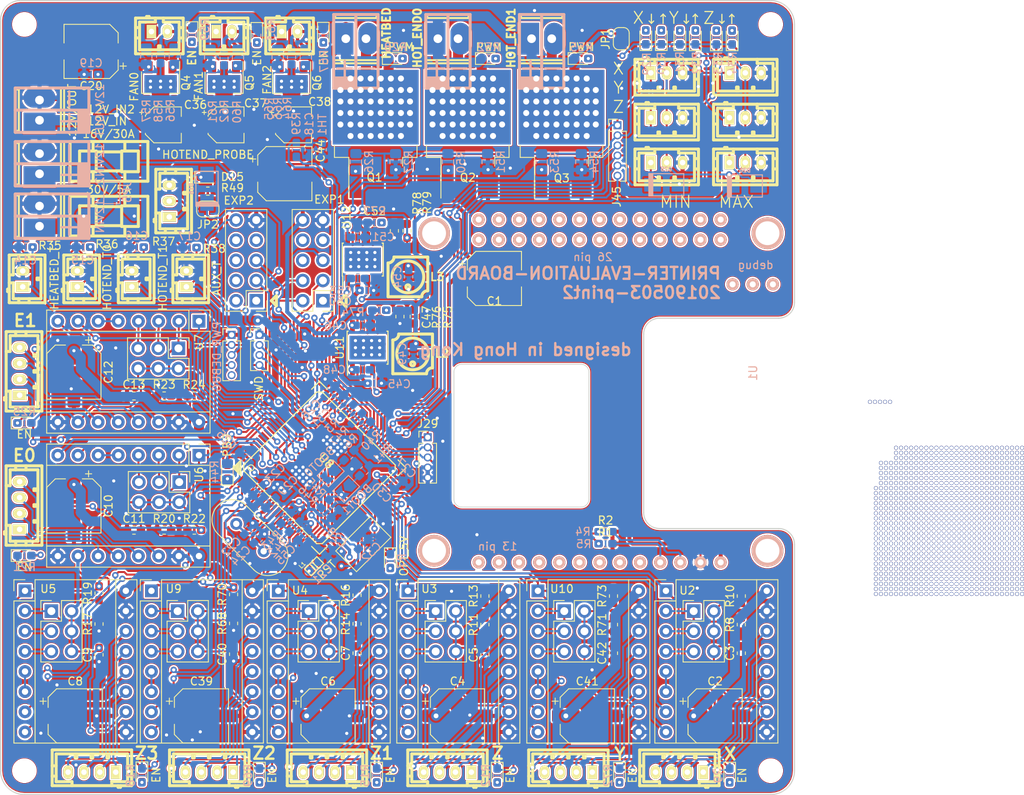
<source format=kicad_pcb>
(kicad_pcb (version 20171130) (host pcbnew 5.1.2-f72e74a~84~ubuntu18.04.1)
  (layers (0 F.Cu signal) (31 B.Cu signal) (34 B.Paste user) (35 F.Paste user) (36 B.SilkS user) (37 F.SilkS user hide) (38 B.Mask user) (39 F.Mask user) (44 Edge.Cuts user))
  (net 0 "")
  (net 1 GND)
  (net 2 +3V3)
  (net 3 +12V)
  (net 4 "Net-(J3-Pad1)")
  (net 5 "Net-(J3-Pad3)")
  (net 6 "Net-(J3-Pad2)")
  (net 7 "Net-(J3-Pad4)")
  (net 8 "Net-(J5-Pad4)")
  (net 9 "Net-(J5-Pad2)")
  (net 10 "Net-(J5-Pad3)")
  (net 11 "Net-(J5-Pad1)")
  (net 12 "Net-(J39-Pad1)")
  (net 13 "Net-(J39-Pad3)")
  (net 14 "Net-(J39-Pad2)")
  (net 15 "Net-(J39-Pad4)")
  (net 16 "Net-(J4-Pad1)")
  (net 17 "Net-(J4-Pad3)")
  (net 18 "Net-(J4-Pad5)")
  (net 19 "Net-(U3-Pad5)")
  (net 20 "Net-(U2-Pad5)")
  (net 21 "Net-(J2-Pad5)")
  (net 22 "Net-(J2-Pad3)")
  (net 23 "Net-(J2-Pad1)")
  (net 24 "Net-(U10-Pad5)")
  (net 25 "Net-(J38-Pad5)")
  (net 26 "Net-(J38-Pad3)")
  (net 27 "Net-(J38-Pad1)")
  (net 28 "Net-(D24-Pad2)")
  (net 29 "Net-(D3-Pad2)")
  (net 30 "Net-(D2-Pad2)")
  (net 31 "Net-(D1-Pad2)")
  (net 32 +5V)
  (net 33 "Net-(J7-Pad4)")
  (net 34 "Net-(J7-Pad2)")
  (net 35 "Net-(J7-Pad3)")
  (net 36 "Net-(J7-Pad1)")
  (net 37 "Net-(J6-Pad1)")
  (net 38 "Net-(J6-Pad3)")
  (net 39 "Net-(J6-Pad5)")
  (net 40 "Net-(U4-Pad5)")
  (net 41 "Net-(D4-Pad2)")
  (net 42 "Net-(J37-Pad4)")
  (net 43 "Net-(J37-Pad2)")
  (net 44 "Net-(J37-Pad3)")
  (net 45 "Net-(J37-Pad1)")
  (net 46 "Net-(J36-Pad1)")
  (net 47 "Net-(J36-Pad3)")
  (net 48 "Net-(J36-Pad5)")
  (net 49 "Net-(U9-Pad5)")
  (net 50 "Net-(D23-Pad2)")
  (net 51 "Net-(J9-Pad1)")
  (net 52 "Net-(J9-Pad3)")
  (net 53 "Net-(J9-Pad2)")
  (net 54 "Net-(J9-Pad4)")
  (net 55 "Net-(U5-Pad5)")
  (net 56 "Net-(J8-Pad5)")
  (net 57 "Net-(J8-Pad3)")
  (net 58 "Net-(J8-Pad1)")
  (net 59 "Net-(D5-Pad2)")
  (net 60 "Net-(J11-Pad1)")
  (net 61 "Net-(J11-Pad3)")
  (net 62 "Net-(J11-Pad2)")
  (net 63 "Net-(J11-Pad4)")
  (net 64 "Net-(U6-Pad5)")
  (net 65 "Net-(J10-Pad5)")
  (net 66 "Net-(J10-Pad3)")
  (net 67 "Net-(J10-Pad1)")
  (net 68 "Net-(D6-Pad2)")
  (net 69 "Net-(J13-Pad4)")
  (net 70 "Net-(J13-Pad2)")
  (net 71 "Net-(J13-Pad3)")
  (net 72 "Net-(J13-Pad1)")
  (net 73 "Net-(J12-Pad1)")
  (net 74 "Net-(J12-Pad3)")
  (net 75 "Net-(J12-Pad5)")
  (net 76 "Net-(U7-Pad5)")
  (net 77 "Net-(D7-Pad2)")
  (net 78 +12V2)
  (net 79 "Net-(Q1-Pad1)")
  (net 80 "Net-(D8-Pad2)")
  (net 81 "Net-(Q2-Pad1)")
  (net 82 "Net-(D18-Pad2)")
  (net 83 "Net-(Q3-Pad1)")
  (net 84 "Net-(D19-Pad2)")
  (net 85 "Net-(C23-Pad1)")
  (net 86 PC13)
  (net 87 PC14)
  (net 88 PE2)
  (net 89 PE3)
  (net 90 PE4)
  (net 91 PC2)
  (net 92 "Net-(C21-Pad1)")
  (net 93 PA0)
  (net 94 PA1)
  (net 95 PE7)
  (net 96 PE8)
  (net 97 PE9)
  (net 98 PD8)
  (net 99 PC15)
  (net 100 PA2)
  (net 101 PA3)
  (net 102 PE10)
  (net 103 PE11)
  (net 104 PE12)
  (net 105 PD10)
  (net 106 PD11)
  (net 107 PD12)
  (net 108 "Net-(C22-Pad1)")
  (net 109 "Net-(C24-Pad1)")
  (net 110 PC0)
  (net 111 PC1)
  (net 112 PA4)
  (net 113 PE13)
  (net 114 PE14)
  (net 115 PE15)
  (net 116 PD13)
  (net 117 PD14)
  (net 118 PD15)
  (net 119 PC6)
  (net 120 PA15)
  (net 121 PC10)
  (net 122 PC11)
  (net 123 PC12)
  (net 124 PD0)
  (net 125 PD1)
  (net 126 PD2)
  (net 127 PD3)
  (net 128 PD4)
  (net 129 PD5)
  (net 130 PD6)
  (net 131 PD7)
  (net 132 PB3)
  (net 133 PB9)
  (net 134 "Net-(D17-Pad1)")
  (net 135 "Net-(JP7-Pad1)")
  (net 136 "Net-(JP6-Pad1)")
  (net 137 "Net-(Q4-Pad2)")
  (net 138 "Net-(Q4-Pad1)")
  (net 139 "Net-(D20-Pad2)")
  (net 140 "Net-(Q5-Pad2)")
  (net 141 "Net-(Q5-Pad1)")
  (net 142 "Net-(D21-Pad2)")
  (net 143 "Net-(Q6-Pad2)")
  (net 144 "Net-(Q6-Pad1)")
  (net 145 "Net-(D22-Pad2)")
  (net 146 "Net-(F1-Pad1)")
  (net 147 "Net-(F2-Pad1)")
  (net 148 /STM32_CORE/STM32_CORE_MCU/GND-VCC3V3)
  (net 149 /STM32_CORE/STM32_CORE_MCU/BOOT1)
  (net 150 /STM32_CORE/STM32_CORE_MCU/GND-CAP1)
  (net 151 /STM32_CORE/STM32_CORE_MCU/RESET)
  (net 152 /orange_pi/OPI_USB-DM2)
  (net 153 /orange_pi/OPI_USB-DP2)
  (net 154 /STM32_CORE/STM32_CORE_MCU/SWDIO)
  (net 155 /STM32_CORE/STM32_CORE_MCU/GND-CAP2)
  (net 156 /STM32_CORE/STM32_CORE_MCU/SWCLK)
  (net 157 /STM32_CORE/STM32_CORE_MCU/BOOT0)
  (net 158 /HEATBED/-12V2)
  (net 159 /HOTENDS/HOTEND_0/-12V)
  (net 160 /HOTENDS/HOTEND_1/-12V)
  (net 161 /STM32_CORE/STM32_CORE_MCU/DM)
  (net 162 /STM32_CORE/STM32_CORE_MCU/DP)
  (net 163 /orange_pi/USB-DM2)
  (net 164 /orange_pi/USB-DP2)
  (net 165 PA11)
  (net 166 PA12)
  (net 167 PA13)
  (net 168 /FANS/FAN0/FAN0_N)
  (net 169 /FANS/FAN1/FAN1_N)
  (net 170 /FANS/FAN2/FAN2_N)
  (net 171 PD9)
  (net 172 "Net-(C46-Pad1)")
  (net 173 "Net-(C47-Pad2)")
  (net 174 "Net-(C47-Pad1)")
  (net 175 "Net-(C48-Pad2)")
  (net 176 "Net-(C48-Pad1)")
  (net 177 "Net-(R75-Pad1)")
  (net 178 "Net-(C53-Pad1)")
  (net 179 "Net-(C53-Pad2)")
  (net 180 "Net-(R78-Pad1)")
  (net 181 "Net-(C52-Pad1)")
  (net 182 "Net-(C51-Pad1)")
  (net 183 "Net-(C52-Pad2)")
  (net 184 "Net-(D14-Pad2)")
  (net 185 "Net-(D13-Pad2)")
  (net 186 "Net-(D9-Pad2)")
  (net 187 "Net-(D12-Pad2)")
  (net 188 "Net-(D11-Pad2)")
  (net 189 "Net-(D10-Pad2)")
  (net 190 "Net-(D13-Pad1)")
  (net 191 "Net-(D14-Pad1)")
  (net 192 "Net-(D15-Pad2)")
  (net 193 "Net-(D15-Pad1)")
  (net 194 PB5)
  (net 195 "Net-(J48-Pad2)")
  (net 196 "Net-(J15-Pad2)")
  (net 197 /STM32_CORE/STM32_CORE_MCU/SCK)
  (net 198 /STM32_CORE/STM32_CORE_MCU/MISO2)
  (net 199 /STM32_CORE/STM32_CORE_MCU/MOSI2)
  (net 200 "Net-(J43-Pad2)")
  (net 201 "Net-(J43-Pad1)")
  (module Resistor_SMD:R_0805_2012Metric_Pad1.15x1.40mm_HandSolder (layer B.Cu) (at 38.45 7.15 90)
    (fp_text reference R64 (at -6.4 -2.325 90) (layer B.SilkS) (effects (justify mirror)))
    (fp_text value R100,0805)
    (pad 2 smd roundrect (at 1.025 0 90) (size 1.15 1.4) (layers B.Cu B.Paste B.Mask) (roundrect_rratio 0.217391) (net 167 PA13))
    (pad 1 smd roundrect (at -1.025 0 90) (size 1.15 1.4) (layers B.Cu B.Paste B.Mask) (roundrect_rratio 0.217391) (net 144 "Net-(Q6-Pad1)"))
  )
  (module Capacitor_SMD:C_0603_1608Metric_Pad1.05x0.95mm_HandSolder (layer B.Cu) (at 36.9841 66.2765 45)
    (fp_text reference R42 (at -3.240388 0.434446 45) (layer B.SilkS) (effects (justify mirror)))
    (fp_text value R0,0603)
    (pad 2 smd roundrect (at 0.875 0 45) (size 1.05 0.95) (layers B.Cu B.Paste B.Mask) (net 2 +3V3))
    (pad 1 smd roundrect (at -0.875 0 45) (size 1.05 0.95) (layers B.Cu B.Paste B.Mask) (net 148 /STM32_CORE/STM32_CORE_MCU/GND-VCC3V3))
  )
  (module Connector_PinHeader_2.54mm:PinHeader_2x05_P2.54mm_Vertical (layer F.Cu) (at 40.6 37.8 180)
    (fp_text reference J41 hide)
    (fp_text value EXP1 (at -0.8 12.75) (layer F.SilkS))
    (pad 10 thru_hole oval (at 2.54 10.16 180) (size 1.7 1.7) (drill 1) (layers *.Cu *.Mask) (net 32 +5V))
    (pad 9 thru_hole oval (at 0 10.16 180) (size 1.7 1.7) (drill 1) (layers *.Cu *.Mask) (net 1 GND))
    (pad 8 thru_hole oval (at 2.54 7.62 180) (size 1.7 1.7) (drill 1) (layers *.Cu *.Mask))
    (pad 7 thru_hole oval (at 0 7.62 180) (size 1.7 1.7) (drill 1) (layers *.Cu *.Mask))
    (pad 6 thru_hole oval (at 2.54 5.08 180) (size 1.7 1.7) (drill 1) (layers *.Cu *.Mask))
    (pad 5 thru_hole oval (at 0 5.08 180) (size 1.7 1.7) (drill 1) (layers *.Cu *.Mask) (net 121 PC10))
    (pad 4 thru_hole oval (at 2.54 2.54 180) (size 1.7 1.7) (drill 1) (layers *.Cu *.Mask) (net 120 PA15))
    (pad 3 thru_hole oval (at 0 2.54 180) (size 1.7 1.7) (drill 1) (layers *.Cu *.Mask) (net 122 PC11))
    (pad 2 thru_hole oval (at 2.54 0 180) (size 1.7 1.7) (drill 1) (layers *.Cu *.Mask) (net 125 PD1))
    (pad 1 thru_hole rect (at 0 0 180) (size 1.7 1.7) (drill 1) (layers *.Cu *.Mask))
  )
  (module Connector_PinHeader_2.54mm:PinHeader_2x05_P2.54mm_Vertical (layer F.Cu) (at 32.2 37.8 180)
    (fp_text reference J42 hide)
    (fp_text value EXP2 (at 2.2 12.625) (layer F.SilkS))
    (pad 1 thru_hole rect (at 0 0 180) (size 1.7 1.7) (drill 1) (layers *.Cu *.Mask))
    (pad 2 thru_hole oval (at 2.54 0 180) (size 1.7 1.7) (drill 1) (layers *.Cu *.Mask))
    (pad 3 thru_hole oval (at 0 2.54 180) (size 1.7 1.7) (drill 1) (layers *.Cu *.Mask) (net 124 PD0))
    (pad 4 thru_hole oval (at 2.54 2.54 180) (size 1.7 1.7) (drill 1) (layers *.Cu *.Mask))
    (pad 5 thru_hole oval (at 0 5.08 180) (size 1.7 1.7) (drill 1) (layers *.Cu *.Mask) (net 123 PC12))
    (pad 6 thru_hole oval (at 2.54 5.08 180) (size 1.7 1.7) (drill 1) (layers *.Cu *.Mask))
    (pad 7 thru_hole oval (at 0 7.62 180) (size 1.7 1.7) (drill 1) (layers *.Cu *.Mask))
    (pad 8 thru_hole oval (at 2.54 7.62 180) (size 1.7 1.7) (drill 1) (layers *.Cu *.Mask))
    (pad 9 thru_hole oval (at 0 10.16 180) (size 1.7 1.7) (drill 1) (layers *.Cu *.Mask) (net 1 GND))
    (pad 10 thru_hole oval (at 2.54 10.16 180) (size 1.7 1.7) (drill 1) (layers *.Cu *.Mask) (net 126 PD2))
  )
  (module Connector_PinHeader_2.54mm:PinHeader_2x03_P2.54mm_Vertical (layer F.Cu) (at 71 76.9)
    (fp_text reference J38 hide)
    (fp_text value MS_SELECT hide)
    (pad 6 thru_hole oval (at 2.54 5.08) (size 1.7 1.7) (drill 1) (layers *.Cu *.Mask) (net 2 +3V3))
    (pad 5 thru_hole oval (at 0 5.08) (size 1.7 1.7) (drill 1) (layers *.Cu *.Mask) (net 25 "Net-(J38-Pad5)"))
    (pad 4 thru_hole oval (at 2.54 2.54) (size 1.7 1.7) (drill 1) (layers *.Cu *.Mask) (net 2 +3V3))
    (pad 3 thru_hole oval (at 0 2.54) (size 1.7 1.7) (drill 1) (layers *.Cu *.Mask) (net 26 "Net-(J38-Pad3)"))
    (pad 2 thru_hole oval (at 2.54 0) (size 1.7 1.7) (drill 1) (layers *.Cu *.Mask) (net 2 +3V3))
    (pad 1 thru_hole rect (at 0 0) (size 1.7 1.7) (drill 1) (layers *.Cu *.Mask) (net 27 "Net-(J38-Pad1)"))
  )
  (module footprint-lib:SOT-89-3,thermal_vias (layer F.Cu) (at 20.15 9.9 270)
    (fp_text reference Q4 (at 0.45 -3.2 90) (layer F.SilkS))
    (fp_text value D882)
    (pad 2 thru_hole rect (at 1.016 1.27 270) (size 1.524 1.524) (drill 0.4) (layers *.Cu *.Mask) (net 137 "Net-(Q4-Pad2)"))
    (pad 2 thru_hole rect (at 1.016 0 270) (size 1.524 1.524) (drill 0.4) (layers *.Cu *.Mask) (net 137 "Net-(Q4-Pad2)"))
    (pad 2 thru_hole rect (at 1.016 -1.27 270) (size 1.524 1.524) (drill 0.4) (layers *.Cu *.Mask) (net 137 "Net-(Q4-Pad2)"))
    (pad 2 thru_hole rect (at 0.254 1.27 270) (size 1.524 1.524) (drill 0.4) (layers *.Cu *.Mask) (net 137 "Net-(Q4-Pad2)"))
    (pad 2 thru_hole rect (at 0.254 -1.27 270) (size 1.524 1.524) (drill 0.4) (layers *.Cu *.Mask) (net 137 "Net-(Q4-Pad2)"))
    (pad 2 thru_hole rect (at 0.254 0 270) (size 1.524 1.524) (drill 0.4) (layers *.Cu *.Mask) (net 137 "Net-(Q4-Pad2)"))
    (pad 2 smd trapezoid (at -0.0762 0) (size 1.5 1) (rect_delta 0 0.7) (layers F.Cu F.Paste F.Mask) (net 137 "Net-(Q4-Pad2)"))
    (pad 2 smd rect (at 1.3335 0 180) (size 2.2 1.84) (layers F.Cu F.Paste F.Mask) (net 137 "Net-(Q4-Pad2)"))
    (pad 3 smd rect (at -1.48 1.5 180) (size 1 1.5) (layers F.Cu F.Paste F.Mask) (net 1 GND))
    (pad 2 smd rect (at -1.3335 0 180) (size 1 1.8) (layers F.Cu F.Paste F.Mask) (net 137 "Net-(Q4-Pad2)"))
    (pad 1 smd rect (at -1.48 -1.5 180) (size 1 1.5) (layers F.Cu F.Paste F.Mask) (net 138 "Net-(Q4-Pad1)"))
    (pad 2 smd trapezoid (at 2.667 0 180) (size 1.6 0.85) (rect_delta 0 0.6) (layers F.Cu F.Paste F.Mask) (net 137 "Net-(Q4-Pad2)"))
  )
  (module Resistor_SMD:R_0805_2012Metric_Pad1.15x1.40mm_HandSolder (layer B.Cu) (at 28.571615 59.35 270)
    (fp_text reference R44 (at 0 1.65 90) (layer B.SilkS) (effects (justify mirror)))
    (fp_text value R102,0603)
    (pad 2 smd roundrect (at 1.025 0 270) (size 1.15 1.4) (layers B.Cu B.Paste B.Mask) (roundrect_rratio 0.217391) (net 134 "Net-(D17-Pad1)"))
    (pad 1 smd roundrect (at -1.025 0 270) (size 1.15 1.4) (layers B.Cu B.Paste B.Mask) (roundrect_rratio 0.217391) (net 133 PB9))
  )
  (module footprint-lib:orangepi-zero (layer B.Cu) (at 51.6 72.3 90)
    (fp_text reference U1 (at 25.4 43.18 90) (layer B.SilkS) (effects (justify mirror)))
    (fp_text value orange_pi_zero)
    (fp_text user debug (at 39 43.5 180) (layer B.SilkS) (effects (justify mirror)))
    (fp_text user "26 pin" (at 40 23 180) (layer B.SilkS) (effects (justify mirror)))
    (fp_text user "13 pin" (at 3.55 11 180) (layer B.SilkS) (effects (justify mirror)))
    (pad "" thru_hole circle (at 43 45 90) (size 4 4) (drill 3) (layers *.Cu *.Mask B.SilkS))
    (pad 1 thru_hole circle (at 1.54 39.1 90) (size 1.524 1.524) (drill 0.762) (layers *.Cu *.Mask B.SilkS) (net 32 +5V))
    (pad 2 thru_hole circle (at 1.54 36.56 90) (size 1.524 1.524) (drill 0.762) (layers *.Cu *.Mask B.SilkS) (net 1 GND))
    (pad 3 thru_hole circle (at 1.54 34.02 90) (size 1.524 1.524) (drill 0.762) (layers *.Cu *.Mask B.SilkS) (net 163 /orange_pi/USB-DM2))
    (pad 4 thru_hole circle (at 1.54 31.48 90) (size 1.524 1.524) (drill 0.762) (layers *.Cu *.Mask B.SilkS) (net 164 /orange_pi/USB-DP2))
    (pad 5 thru_hole circle (at 1.54 28.94 90) (size 1.524 1.524) (drill 0.762) (layers *.Cu *.Mask B.SilkS))
    (pad 6 thru_hole circle (at 1.54 26.4 90) (size 1.524 1.524) (drill 0.762) (layers *.Cu *.Mask B.SilkS))
    (pad 7 thru_hole circle (at 1.54 23.86 90) (size 1.524 1.524) (drill 0.762) (layers *.Cu *.Mask B.SilkS))
    (pad 8 thru_hole circle (at 1.54 21.32 90) (size 1.524 1.524) (drill 0.762) (layers *.Cu *.Mask B.SilkS))
    (pad 9 thru_hole circle (at 1.54 18.78 90) (size 1.524 1.524) (drill 0.762) (layers *.Cu *.Mask B.SilkS))
    (pad 10 thru_hole circle (at 1.54 16.24 90) (size 1.524 1.524) (drill 0.762) (layers *.Cu *.Mask B.SilkS))
    (pad 11 thru_hole circle (at 1.54 13.7 90) (size 1.524 1.524) (drill 0.762) (layers *.Cu *.Mask B.SilkS))
    (pad 12 thru_hole circle (at 1.54 11.16 90) (size 1.524 1.524) (drill 0.762) (layers *.Cu *.Mask B.SilkS))
    (pad 13 thru_hole circle (at 1.54 8.62 90) (size 1.524 1.524) (drill 0.762) (layers *.Cu *.Mask B.SilkS))
    (pad 101 thru_hole circle (at 44.72 8.62 90) (size 1.524 1.524) (drill 0.762) (layers *.Cu *.Mask B.SilkS))
    (pad 102 thru_hole circle (at 42.18 8.62 90) (size 1.524 1.524) (drill 0.762) (layers *.Cu *.Mask B.SilkS))
    (pad 103 thru_hole circle (at 44.72 11.16 90) (size 1.524 1.524) (drill 0.762) (layers *.Cu *.Mask B.SilkS))
    (pad 104 thru_hole circle (at 42.18 11.16 90) (size 1.524 1.524) (drill 0.762) (layers *.Cu *.Mask B.SilkS))
    (pad 105 thru_hole circle (at 44.72 13.7 90) (size 1.524 1.524) (drill 0.762) (layers *.Cu *.Mask B.SilkS))
    (pad 106 thru_hole circle (at 42.18 13.7 90) (size 1.524 1.524) (drill 0.762) (layers *.Cu *.Mask B.SilkS))
    (pad 107 thru_hole circle (at 44.72 16.24 90) (size 1.524 1.524) (drill 0.762) (layers *.Cu *.Mask B.SilkS))
    (pad 108 thru_hole circle (at 42.18 16.24 90) (size 1.524 1.524) (drill 0.762) (layers *.Cu *.Mask B.SilkS))
    (pad 109 thru_hole circle (at 44.72 18.78 90) (size 1.524 1.524) (drill 0.762) (layers *.Cu *.Mask B.SilkS))
    (pad 110 thru_hole circle (at 42.18 18.78 90) (size 1.524 1.524) (drill 0.762) (layers *.Cu *.Mask B.SilkS))
    (pad 111 thru_hole circle (at 44.72 21.32 90) (size 1.524 1.524) (drill 0.762) (layers *.Cu *.Mask B.SilkS))
    (pad 112 thru_hole circle (at 42.18 21.32 90) (size 1.524 1.524) (drill 0.762) (layers *.Cu *.Mask B.SilkS))
    (pad 113 thru_hole circle (at 44.72 23.86 90) (size 1.524 1.524) (drill 0.762) (layers *.Cu *.Mask B.SilkS))
    (pad 114 thru_hole circle (at 42.18 23.86 90) (size 1.524 1.524) (drill 0.762) (layers *.Cu *.Mask B.SilkS))
    (pad 115 thru_hole circle (at 44.72 26.4 90) (size 1.524 1.524) (drill 0.762) (layers *.Cu *.Mask B.SilkS))
    (pad 116 thru_hole circle (at 42.18 26.4 90) (size 1.524 1.524) (drill 0.762) (layers *.Cu *.Mask B.SilkS))
    (pad 117 thru_hole circle (at 44.72 28.94 90) (size 1.524 1.524) (drill 0.762) (layers *.Cu *.Mask B.SilkS))
    (pad 118 thru_hole circle (at 42.18 28.94 90) (size 1.524 1.524) (drill 0.762) (layers *.Cu *.Mask B.SilkS))
    (pad 119 thru_hole circle (at 44.72 31.48 90) (size 1.524 1.524) (drill 0.762) (layers *.Cu *.Mask B.SilkS))
    (pad 120 thru_hole circle (at 42.18 31.48 90) (size 1.524 1.524) (drill 0.762) (layers *.Cu *.Mask B.SilkS))
    (pad 121 thru_hole circle (at 44.72 34.02 90) (size 1.524 1.524) (drill 0.762) (layers *.Cu *.Mask B.SilkS))
    (pad 122 thru_hole circle (at 42.18 34.02 90) (size 1.524 1.524) (drill 0.762) (layers *.Cu *.Mask B.SilkS))
    (pad 123 thru_hole circle (at 44.72 36.56 90) (size 1.524 1.524) (drill 0.762) (layers *.Cu *.Mask B.SilkS))
    (pad 124 thru_hole circle (at 42.18 36.56 90) (size 1.524 1.524) (drill 0.762) (layers *.Cu *.Mask B.SilkS))
    (pad 125 thru_hole circle (at 44.72 39.1 90) (size 1.524 1.524) (drill 0.762) (layers *.Cu *.Mask B.SilkS))
    (pad 126 thru_hole circle (at 42.18 39.1 90) (size 1.524 1.524) (drill 0.762) (layers *.Cu *.Mask B.SilkS))
    (pad 201 thru_hole circle (at 36.56 45.68 90) (size 1.524 1.524) (drill 0.762) (layers *.Cu *.Mask B.SilkS))
    (pad 202 thru_hole circle (at 36.56 43.14 90) (size 1.524 1.524) (drill 0.762) (layers *.Cu *.Mask B.SilkS))
    (pad 203 thru_hole circle (at 36.56 40.6 90) (size 1.524 1.524) (drill 0.762) (layers *.Cu *.Mask B.SilkS))
    (pad "" thru_hole circle (at 3 45 90) (size 4 4) (drill 3) (layers *.Cu *.Mask B.SilkS))
    (pad "" thru_hole circle (at 3 3 90) (size 4 4) (drill 3) (layers *.Cu *.Mask B.SilkS))
    (pad "" thru_hole circle (at 43 3 90) (size 4 4) (drill 3) (layers *.Cu *.Mask B.SilkS))
  )
  (module Connector_PinHeader_1.27mm:PinHeader_1x04_P1.27mm_Vertical (layer F.Cu) (at 32.6 42.1)
    (fp_text reference J28 hide)
    (fp_text value SWD (at -0.075 6.725 90) (layer F.SilkS))
    (pad 4 thru_hole oval (at 0 3.81) (size 1 1) (drill 0.65) (layers *.Cu *.Mask) (net 2 +3V3))
    (pad 3 thru_hole oval (at 0 2.54) (size 1 1) (drill 0.65) (layers *.Cu *.Mask) (net 154 /STM32_CORE/STM32_CORE_MCU/SWDIO))
    (pad 2 thru_hole oval (at 0 1.27) (size 1 1) (drill 0.65) (layers *.Cu *.Mask) (net 156 /STM32_CORE/STM32_CORE_MCU/SWCLK))
    (pad 1 thru_hole rect (at 0 0) (size 1 1) (drill 0.65) (layers *.Cu *.Mask) (net 1 GND))
  )
  (module Resistor_SMD:R_0603_1608Metric_Pad1.05x0.95mm_HandSolder (layer B.Cu) (at 45.975 53.675 225)
    (fp_text reference R6 (at 2.598617 0.017678 45) (layer B.SilkS) (effects (justify mirror)))
    (fp_text value R152,0603)
    (pad 2 smd roundrect (at 0.875 0 225) (size 1.05 0.95) (layers B.Cu B.Paste B.Mask) (net 2 +3V3))
    (pad 1 smd roundrect (at -0.875 0 225) (size 1.05 0.95) (layers B.Cu B.Paste B.Mask) (net 153 /orange_pi/OPI_USB-DP2))
  )
  (module Jumper:SolderJumper-2_P1.3mm_Open_RoundedPad1.0x1.5mm (layer F.Cu) (at 78.18 4.8 270)
    (fp_text reference JP1 (at 0.025 1.98 90) (layer F.SilkS))
    (fp_text value SolderJumper_2_Open)
    (pad 2 smd custom (at 0.65 0 270) (size 1 0.5) (layers F.Cu F.Mask) (net 196 "Net-(J15-Pad2)") (options (clearance outline) (anchor rect)) (primitives (gr_circle (center 0 0.25) (end 0.5 0.25) (width 0)) (gr_circle (center 0 -0.25) (end 0.5 -0.25) (width 0)) (gr_poly (pts (xy 0 -0.75) (xy -0.5 -0.75) (xy -0.5 0.75) (xy 0 0.75)) (width 0))))
    (pad 1 smd custom (at -0.65 0 270) (size 1 0.5) (layers F.Cu F.Mask) (net 3 +12V) (options (clearance outline) (anchor rect)) (primitives (gr_circle (center 0 0.25) (end 0.5 0.25) (width 0)) (gr_circle (center 0 -0.25) (end 0.5 -0.25) (width 0)) (gr_poly (pts (xy 0 -0.75) (xy 0.5 -0.75) (xy 0.5 0.75) (xy 0 0.75)) (width 0))))
  )
  (module Jumper:SolderJumper-2_P1.3mm_Open_RoundedPad1.0x1.5mm (layer F.Cu) (at 26.1 26.25 180)
    (fp_text reference JP2 (at 0 -1.95) (layer F.SilkS))
    (fp_text value SolderJumper_2_Open)
    (pad 2 smd custom (at 0.65 0 180) (size 1 0.5) (layers F.Cu F.Mask) (net 195 "Net-(J48-Pad2)") (options (clearance outline) (anchor rect)) (primitives (gr_circle (center 0 0.25) (end 0.5 0.25) (width 0)) (gr_circle (center 0 -0.25) (end 0.5 -0.25) (width 0)) (gr_poly (pts (xy 0 -0.75) (xy -0.5 -0.75) (xy -0.5 0.75) (xy 0 0.75)) (width 0))))
    (pad 1 smd custom (at -0.65 0 180) (size 1 0.5) (layers F.Cu F.Mask) (net 3 +12V) (options (clearance outline) (anchor rect)) (primitives (gr_circle (center 0 0.25) (end 0.5 0.25) (width 0)) (gr_circle (center 0 -0.25) (end 0.5 -0.25) (width 0)) (gr_poly (pts (xy 0 -0.75) (xy 0.5 -0.75) (xy 0.5 0.75) (xy 0 0.75)) (width 0))))
  )
  (module w_smd_diode:do214ac (layer B.Cu) (at 93.75 23.35 180)
    (fp_text reference D26 (at 0 1.9685) (layer B.SilkS) (effects (font (size 0.50038 0.50038) (thickness 0.11938)) (justify mirror)))
    (fp_text value SD_1N5817_SS12 hide)
    (pad 1 smd rect (at -1.72974 0 180) (size 2.10058 1.69926) (layers B.Cu B.Paste B.Mask) (net 191 "Net-(D14-Pad1)"))
    (pad 2 smd rect (at 1.72974 0 180) (size 2.10058 1.69926) (layers B.Cu B.Paste B.Mask) (net 98 PD8))
  )
  (module w_smd_diode:do214ac (layer B.Cu) (at 83.85 23.2 180)
    (fp_text reference D25 (at 0 1.9685) (layer B.SilkS) (effects (font (size 0.50038 0.50038) (thickness 0.11938)) (justify mirror)))
    (fp_text value SD_1N5817_SS12 hide)
    (pad 1 smd rect (at -1.72974 0 180) (size 2.10058 1.69926) (layers B.Cu B.Paste B.Mask) (net 190 "Net-(D13-Pad1)"))
    (pad 2 smd rect (at 1.72974 0 180) (size 2.10058 1.69926) (layers B.Cu B.Paste B.Mask) (net 171 PD9))
  )
  (module w_smd_diode:do214ac (layer B.Cu) (at 26 23.7 270)
    (fp_text reference D16 (at 0 1.9685 270) (layer B.SilkS) (effects (font (size 0.50038 0.50038) (thickness 0.11938)) (justify mirror)))
    (fp_text value SD_1N5817_SS12 hide)
    (pad 1 smd rect (at -1.72974 0 270) (size 2.10058 1.69926) (layers B.Cu B.Paste B.Mask) (net 193 "Net-(D15-Pad1)"))
    (pad 2 smd rect (at 1.72974 0 270) (size 2.10058 1.69926) (layers B.Cu B.Paste B.Mask) (net 194 PB5))
  )
  (module Resistor_SMD:R_0603_1608Metric_Pad1.05x0.95mm_HandSolder (layer F.Cu) (at 26.1 24)
    (fp_text reference R49 (at 3.1 -0.4) (layer F.SilkS))
    (fp_text value R102,0603)
    (pad 2 smd roundrect (at 0.875 0) (size 1.05 0.95) (layers F.Cu F.Paste F.Mask) (net 192 "Net-(D15-Pad2)"))
    (pad 1 smd roundrect (at -0.875 0) (size 1.05 0.95) (layers F.Cu F.Paste F.Mask) (net 2 +3V3))
  )
  (module footprint-lib:b3b-ph-kl,end_stop (layer F.Cu) (at 21.25 25.25 90)
    (fp_text reference J48 hide)
    (fp_text value HOTEND_PROBE (at 5.85 4.85) (layer F.SilkS))
    (pad 2 thru_hole oval (at 0 0 90) (size 1.19888 1.69926) (drill 0.70104) (layers *.Cu *.Mask F.SilkS) (net 195 "Net-(J48-Pad2)"))
    (pad 3 thru_hole oval (at 2.00152 0 90) (size 1.19888 1.69926) (drill 0.70104) (layers *.Cu *.Mask F.SilkS) (net 1 GND))
    (pad 1 thru_hole rect (at -2.00152 0 90) (size 1.19888 1.69926) (drill 0.70104) (layers *.Cu *.Mask F.SilkS) (net 193 "Net-(D15-Pad1)"))
  )
  (module LED_SMD:LED_0603_1608Metric_Pad1.05x0.95mm_HandSolder (layer F.Cu) (at 26.1 22.25)
    (fp_text reference D15 (at 3.1 -0.05) (layer F.SilkS))
    (fp_text value LED_BLUE,0603)
    (pad 2 smd roundrect (at 0.875 0) (size 1.05 0.95) (layers F.Cu F.Paste F.Mask) (net 192 "Net-(D15-Pad2)"))
    (pad 1 smd roundrect (at -0.875 0) (size 1.05 0.95) (layers F.Cu F.Paste F.Mask) (net 193 "Net-(D15-Pad1)"))
  )
  (module Capacitor_SMD:CP_Elec_6.3x5.3 (layer F.Cu) (at 62.2 35)
    (fp_text reference C1 (at 0 2.85) (layer F.SilkS))
    (fp_text value CP100uf,10V)
    (pad 2 smd roundrect (at 2.8 0) (size 3.5 1.6) (layers F.Cu F.Paste F.Mask) (roundrect_rratio 0.15625) (net 1 GND))
    (pad 1 smd roundrect (at -2.8 0) (size 3.5 1.6) (layers F.Cu F.Paste F.Mask) (roundrect_rratio 0.15625) (net 32 +5V))
  )
  (module footprint-lib:SOIC-8_3.9x4.9mm_P1.27mm,thermal_via (layer F.Cu) (at 46.22 43.719999 90)
    (fp_text reference U11 (at 0 -3.5 90) (layer F.SilkS))
    (fp_text value MP2303A_ALT)
    (pad "" thru_hole rect (at 0 1.524 90) (size 1.2 1.5) (drill 0.4) (layers *.Cu *.Mask))
    (pad "" thru_hole rect (at 0.889 1.524 90) (size 1.2 1.5) (drill 0.4) (layers *.Cu *.Mask))
    (pad "" thru_hole rect (at -0.889 1.524 90) (size 1.2 1.5) (drill 0.4) (layers *.Cu *.Mask))
    (pad "" thru_hole rect (at 0 0.508 90) (size 1.2 1.5) (drill 0.4) (layers *.Cu *.Mask))
    (pad "" thru_hole rect (at 0.889 0.508 90) (size 1.2 1.5) (drill 0.4) (layers *.Cu *.Mask))
    (pad "" thru_hole rect (at -0.889 0.508 90) (size 1.2 1.5) (drill 0.4) (layers *.Cu *.Mask))
    (pad "" thru_hole rect (at 0 -0.508 90) (size 1.2 1.5) (drill 0.4) (layers *.Cu *.Mask))
    (pad "" thru_hole rect (at 0.889 -0.508 90) (size 1.2 1.5) (drill 0.4) (layers *.Cu *.Mask))
    (pad "" thru_hole rect (at -0.889 -0.508 90) (size 1.2 1.5) (drill 0.4) (layers *.Cu *.Mask))
    (pad "" thru_hole rect (at 0.889 -1.524 90) (size 1.2 1.5) (drill 0.4) (layers *.Cu *.Mask))
    (pad "" thru_hole rect (at 0 -1.524 90) (size 1.2 1.5) (drill 0.4) (layers *.Cu *.Mask))
    (pad "" thru_hole rect (at -0.889 -1.524 90) (size 1.2 1.5) (drill 0.4) (layers *.Cu *.Mask))
    (pad 8 smd rect (at 2.7 -1.905 90) (size 1.55 0.6) (layers F.Cu F.Paste F.Mask) (net 172 "Net-(C46-Pad1)"))
    (pad 7 smd rect (at 2.7 -0.635 90) (size 1.55 0.6) (layers F.Cu F.Paste F.Mask))
    (pad 6 smd rect (at 2.7 0.635 90) (size 1.55 0.6) (layers F.Cu F.Paste F.Mask) (net 174 "Net-(C47-Pad1)"))
    (pad 5 smd rect (at 2.7 1.905 90) (size 1.55 0.6) (layers F.Cu F.Paste F.Mask) (net 177 "Net-(R75-Pad1)"))
    (pad 4 smd rect (at -2.7 1.905 90) (size 1.55 0.6) (layers F.Cu F.Paste F.Mask) (net 1 GND))
    (pad 3 smd rect (at -2.7 0.635 90) (size 1.55 0.6) (layers F.Cu F.Paste F.Mask) (net 176 "Net-(C48-Pad1)"))
    (pad 2 smd rect (at -2.7 -0.635 90) (size 1.55 0.6) (layers F.Cu F.Paste F.Mask) (net 3 +12V))
    (pad 1 smd rect (at -2.7 -1.905 90) (size 1.55 0.6) (layers F.Cu F.Paste F.Mask) (net 175 "Net-(C48-Pad2)"))
  )
  (module Resistor_SMD:R_0603_1608Metric_Pad1.05x0.95mm_HandSolder (layer F.Cu) (at 52.1 39.8 90)
    (fp_text reference R76 (at -0.075 2.825 90) (layer F.SilkS))
    (fp_text value R183,0603)
    (pad 2 smd roundrect (at 0.875 0 90) (size 1.05 0.95) (layers F.Cu F.Paste F.Mask) (net 177 "Net-(R75-Pad1)"))
    (pad 1 smd roundrect (at -0.875 0 90) (size 1.05 0.95) (layers F.Cu F.Paste F.Mask) (net 32 +5V))
  )
  (module Resistor_SMD:R_0603_1608Metric_Pad1.05x0.95mm_HandSolder (layer F.Cu) (at 50.3 39.8 270)
    (fp_text reference R75 (at 0.075 -6.025 270) (layer F.SilkS))
    (fp_text value R103,0603)
    (pad 2 smd roundrect (at 0.875 0 270) (size 1.05 0.95) (layers F.Cu F.Paste F.Mask) (net 1 GND))
    (pad 1 smd roundrect (at -0.875 0 270) (size 1.05 0.95) (layers F.Cu F.Paste F.Mask) (net 177 "Net-(R75-Pad1)"))
  )
  (module Resistor_SMD:R_0603_1608Metric_Pad1.05x0.95mm_HandSolder (layer B.Cu) (at 47.7 38.999999 180)
    (fp_text reference R74 (at 3.3 -0.225001) (layer B.SilkS) (effects (justify mirror)))
    (fp_text value R562,0603)
    (pad 2 smd roundrect (at 0.875 0 180) (size 1.05 0.95) (layers B.Cu B.Paste B.Mask) (net 1 GND))
    (pad 1 smd roundrect (at -0.875 0 180) (size 1.05 0.95) (layers B.Cu B.Paste B.Mask) (net 173 "Net-(C47-Pad2)"))
  )
  (module w_smd_inductors:inductor_smd_4.8x2.8mm (layer F.Cu) (at 51.9 44.5 180)
    (fp_text reference L2 (at -3.7 0.05) (layer F.SilkS) (effects (font (thickness 0.2))))
    (fp_text value L_15uH hide)
    (pad 1 smd rect (at 0 -1.74752 180) (size 5.2959 1.99898) (layers F.Cu F.Paste F.Mask) (net 176 "Net-(C48-Pad1)"))
    (pad 2 smd rect (at 0 1.74752 180) (size 5.2959 1.99898) (layers F.Cu F.Paste F.Mask) (net 32 +5V))
  )
  (module Capacitor_SMD:C_0603_1608Metric_Pad1.05x0.95mm_HandSolder (layer B.Cu) (at 52 44.5 270)
    (fp_text reference C49 (at 0 1.43 90) (layer B.SilkS) (effects (justify mirror)))
    (fp_text value C226,6.3v,0603)
    (pad 2 smd roundrect (at 0.875 0 270) (size 1.05 0.95) (layers B.Cu B.Paste B.Mask) (net 1 GND))
    (pad 1 smd roundrect (at -0.875 0 270) (size 1.05 0.95) (layers B.Cu B.Paste B.Mask) (net 32 +5V))
  )
  (module Capacitor_SMD:C_0603_1608Metric_Pad1.05x0.95mm_HandSolder (layer B.Cu) (at 45.6 46.5 180)
    (fp_text reference C48 (at 3.55 0) (layer B.SilkS) (effects (justify mirror)))
    (fp_text value C103,0603)
    (pad 2 smd roundrect (at 0.875 0 180) (size 1.05 0.95) (layers B.Cu B.Paste B.Mask) (net 175 "Net-(C48-Pad2)"))
    (pad 1 smd roundrect (at -0.875 0 180) (size 1.05 0.95) (layers B.Cu B.Paste B.Mask) (net 176 "Net-(C48-Pad1)"))
  )
  (module Capacitor_SMD:C_0603_1608Metric_Pad1.05x0.95mm_HandSolder (layer F.Cu) (at 47.7 38.999999)
    (fp_text reference C47 (at 5.95 0.875001 90) (layer F.SilkS))
    (fp_text value C332,0603)
    (pad 2 smd roundrect (at 0.875 0) (size 1.05 0.95) (layers F.Cu F.Paste F.Mask) (net 173 "Net-(C47-Pad2)"))
    (pad 1 smd roundrect (at -0.875 0) (size 1.05 0.95) (layers F.Cu F.Paste F.Mask) (net 174 "Net-(C47-Pad1)"))
  )
  (module Capacitor_SMD:C_0603_1608Metric_Pad1.05x0.95mm_HandSolder (layer B.Cu) (at 45.6 40.9)
    (fp_text reference C46 (at -3.4 0.05) (layer B.SilkS) (effects (justify mirror)))
    (fp_text value C104,0603)
    (pad 2 smd roundrect (at 0.875 0) (size 1.05 0.95) (layers B.Cu B.Paste B.Mask) (net 1 GND))
    (pad 1 smd roundrect (at -0.875 0) (size 1.05 0.95) (layers B.Cu B.Paste B.Mask) (net 172 "Net-(C46-Pad1)"))
  )
  (module Capacitor_SMD:C_0603_1608Metric_Pad1.05x0.95mm_HandSolder (layer B.Cu) (at 47.1 48.2)
    (fp_text reference C45 (at 3.125 0.1) (layer B.SilkS) (effects (justify mirror)))
    (fp_text value C106,0603)
    (pad 2 smd roundrect (at 0.875 0) (size 1.05 0.95) (layers B.Cu B.Paste B.Mask) (net 1 GND))
    (pad 1 smd roundrect (at -0.875 0) (size 1.05 0.95) (layers B.Cu B.Paste B.Mask) (net 3 +12V))
  )
  (module footprint-lib:SOIC-8_3.9x4.9mm_P1.27mm,thermal_via (layer F.Cu) (at 45.62 32.62 90)
    (fp_text reference U12 (at 5.32 -2.07 90) (layer F.SilkS))
    (fp_text value MP2303A_ALT)
    (pad "" thru_hole rect (at 0 1.524 90) (size 1.2 1.5) (drill 0.4) (layers *.Cu *.Mask))
    (pad "" thru_hole rect (at 0.889 1.524 90) (size 1.2 1.5) (drill 0.4) (layers *.Cu *.Mask))
    (pad "" thru_hole rect (at -0.889 1.524 90) (size 1.2 1.5) (drill 0.4) (layers *.Cu *.Mask))
    (pad "" thru_hole rect (at 0 0.508 90) (size 1.2 1.5) (drill 0.4) (layers *.Cu *.Mask))
    (pad "" thru_hole rect (at 0.889 0.508 90) (size 1.2 1.5) (drill 0.4) (layers *.Cu *.Mask))
    (pad "" thru_hole rect (at -0.889 0.508 90) (size 1.2 1.5) (drill 0.4) (layers *.Cu *.Mask))
    (pad "" thru_hole rect (at 0 -0.508 90) (size 1.2 1.5) (drill 0.4) (layers *.Cu *.Mask))
    (pad "" thru_hole rect (at 0.889 -0.508 90) (size 1.2 1.5) (drill 0.4) (layers *.Cu *.Mask))
    (pad "" thru_hole rect (at -0.889 -0.508 90) (size 1.2 1.5) (drill 0.4) (layers *.Cu *.Mask))
    (pad "" thru_hole rect (at 0.889 -1.524 90) (size 1.2 1.5) (drill 0.4) (layers *.Cu *.Mask))
    (pad "" thru_hole rect (at 0 -1.524 90) (size 1.2 1.5) (drill 0.4) (layers *.Cu *.Mask))
    (pad "" thru_hole rect (at -0.889 -1.524 90) (size 1.2 1.5) (drill 0.4) (layers *.Cu *.Mask))
    (pad 8 smd rect (at 2.7 -1.905 90) (size 1.55 0.6) (layers F.Cu F.Paste F.Mask) (net 182 "Net-(C51-Pad1)"))
    (pad 7 smd rect (at 2.7 -0.635 90) (size 1.55 0.6) (layers F.Cu F.Paste F.Mask))
    (pad 6 smd rect (at 2.7 0.635 90) (size 1.55 0.6) (layers F.Cu F.Paste F.Mask) (net 181 "Net-(C52-Pad1)"))
    (pad 5 smd rect (at 2.7 1.905 90) (size 1.55 0.6) (layers F.Cu F.Paste F.Mask) (net 180 "Net-(R78-Pad1)"))
    (pad 4 smd rect (at -2.7 1.905 90) (size 1.55 0.6) (layers F.Cu F.Paste F.Mask) (net 1 GND))
    (pad 3 smd rect (at -2.7 0.635 90) (size 1.55 0.6) (layers F.Cu F.Paste F.Mask) (net 178 "Net-(C53-Pad1)"))
    (pad 2 smd rect (at -2.7 -0.635 90) (size 1.55 0.6) (layers F.Cu F.Paste F.Mask) (net 3 +12V))
    (pad 1 smd rect (at -2.7 -1.905 90) (size 1.55 0.6) (layers F.Cu F.Paste F.Mask) (net 179 "Net-(C53-Pad2)"))
  )
  (module Resistor_SMD:R_0603_1608Metric_Pad1.05x0.95mm_HandSolder (layer F.Cu) (at 51.2 29 90)
    (fp_text reference R79 (at 3.55 2.525 90) (layer F.SilkS))
    (fp_text value R333,0603)
    (pad 2 smd roundrect (at 0.875 0 90) (size 1.05 0.95) (layers F.Cu F.Paste F.Mask) (net 180 "Net-(R78-Pad1)"))
    (pad 1 smd roundrect (at -0.875 0 90) (size 1.05 0.95) (layers F.Cu F.Paste F.Mask) (net 2 +3V3))
  )
  (module Resistor_SMD:R_0603_1608Metric_Pad1.05x0.95mm_HandSolder (layer F.Cu) (at 49.6 29 270)
    (fp_text reference R78 (at -3.475 -2.875 270) (layer F.SilkS))
    (fp_text value R103,0603)
    (pad 2 smd roundrect (at 0.875 0 270) (size 1.05 0.95) (layers F.Cu F.Paste F.Mask) (net 1 GND))
    (pad 1 smd roundrect (at -0.875 0 270) (size 1.05 0.95) (layers F.Cu F.Paste F.Mask) (net 180 "Net-(R78-Pad1)"))
  )
  (module Resistor_SMD:R_0603_1608Metric_Pad1.05x0.95mm_HandSolder (layer B.Cu) (at 47.1 27.95 180)
    (fp_text reference R77 (at 0 1.43 180) (layer B.SilkS) (effects (justify mirror)))
    (fp_text value R562,0603)
    (pad 2 smd roundrect (at 0.875 0 180) (size 1.05 0.95) (layers B.Cu B.Paste B.Mask) (net 1 GND))
    (pad 1 smd roundrect (at -0.875 0 180) (size 1.05 0.95) (layers B.Cu B.Paste B.Mask) (net 183 "Net-(C52-Pad2)"))
  )
  (module w_smd_inductors:inductor_smd_4.8x2.8mm (layer F.Cu) (at 51.3 34.8 180)
    (fp_text reference L3 (at -3.7 0) (layer F.SilkS) (effects (font (thickness 0.2))))
    (fp_text value L_15uH hide)
    (pad 1 smd rect (at 0 -1.74752 180) (size 5.2959 1.99898) (layers F.Cu F.Paste F.Mask) (net 178 "Net-(C53-Pad1)"))
    (pad 2 smd rect (at 0 1.74752 180) (size 5.2959 1.99898) (layers F.Cu F.Paste F.Mask) (net 2 +3V3))
  )
  (module Capacitor_SMD:C_0603_1608Metric_Pad1.05x0.95mm_HandSolder (layer B.Cu) (at 51.4 34.8 270)
    (fp_text reference C54 (at 0 1.43 90) (layer B.SilkS) (effects (justify mirror)))
    (fp_text value C226,6.3v,0603)
    (pad 2 smd roundrect (at 0.875 0 270) (size 1.05 0.95) (layers B.Cu B.Paste B.Mask) (net 1 GND))
    (pad 1 smd roundrect (at -0.875 0 270) (size 1.05 0.95) (layers B.Cu B.Paste B.Mask) (net 2 +3V3))
  )
  (module Capacitor_SMD:C_0603_1608Metric_Pad1.05x0.95mm_HandSolder (layer B.Cu) (at 45 35 180)
    (fp_text reference C53 (at 2.175 -1.55) (layer B.SilkS) (effects (justify mirror)))
    (fp_text value C103,0603)
    (pad 2 smd roundrect (at 0.875 0 180) (size 1.05 0.95) (layers B.Cu B.Paste B.Mask) (net 179 "Net-(C53-Pad2)"))
    (pad 1 smd roundrect (at -0.875 0 180) (size 1.05 0.95) (layers B.Cu B.Paste B.Mask) (net 178 "Net-(C53-Pad1)"))
  )
  (module Capacitor_SMD:C_0603_1608Metric_Pad1.05x0.95mm_HandSolder (layer F.Cu) (at 47.1 27.95)
    (fp_text reference C52 (at 0 -1.43) (layer F.SilkS))
    (fp_text value C332,0603)
    (pad 2 smd roundrect (at 0.875 0) (size 1.05 0.95) (layers F.Cu F.Paste F.Mask) (net 183 "Net-(C52-Pad2)"))
    (pad 1 smd roundrect (at -0.875 0) (size 1.05 0.95) (layers F.Cu F.Paste F.Mask) (net 181 "Net-(C52-Pad1)"))
  )
  (module Capacitor_SMD:C_0603_1608Metric_Pad1.05x0.95mm_HandSolder (layer B.Cu) (at 45 29.800001)
    (fp_text reference C51 (at 3.2 -0.025001 180) (layer B.SilkS) (effects (justify mirror)))
    (fp_text value C104,0603)
    (pad 2 smd roundrect (at 0.875 0) (size 1.05 0.95) (layers B.Cu B.Paste B.Mask) (net 1 GND))
    (pad 1 smd roundrect (at -0.875 0) (size 1.05 0.95) (layers B.Cu B.Paste B.Mask) (net 182 "Net-(C51-Pad1)"))
  )
  (module Capacitor_SMD:C_0603_1608Metric_Pad1.05x0.95mm_HandSolder (layer B.Cu) (at 46.1 36.500001)
    (fp_text reference C50 (at -3.325 1.374999 180) (layer B.SilkS) (effects (justify mirror)))
    (fp_text value C106,0603)
    (pad 2 smd roundrect (at 0.875 0) (size 1.05 0.95) (layers B.Cu B.Paste B.Mask) (net 1 GND))
    (pad 1 smd roundrect (at -0.875 0) (size 1.05 0.95) (layers B.Cu B.Paste B.Mask) (net 3 +12V))
  )
  (module Connector_PinHeader_1.27mm:PinHeader_1x06_P1.27mm_Vertical (layer F.Cu) (at 77.7 15.7)
    (fp_text reference J45 (at -0.1 9 90) (layer F.SilkS))
    (fp_text value END_SWITCH_DEBUG)
    (pad 6 thru_hole oval (at 0 6.35) (size 1 1) (drill 0.65) (layers *.Cu *.Mask) (net 98 PD8))
    (pad 5 thru_hole oval (at 0 5.08) (size 1 1) (drill 0.65) (layers *.Cu *.Mask) (net 171 PD9))
    (pad 4 thru_hole oval (at 0 3.81) (size 1 1) (drill 0.65) (layers *.Cu *.Mask) (net 105 PD10))
    (pad 3 thru_hole oval (at 0 2.54) (size 1 1) (drill 0.65) (layers *.Cu *.Mask) (net 106 PD11))
    (pad 2 thru_hole oval (at 0 1.27) (size 1 1) (drill 0.65) (layers *.Cu *.Mask) (net 107 PD12))
    (pad 1 thru_hole rect (at 0 0) (size 1 1) (drill 0.65) (layers *.Cu *.Mask) (net 116 PD13))
  )
  (module footprint-lib:Pololu_Breakout-16_15.2x20.3mm (layer F.Cu) (at 24.985 40.385 270)
    (fp_text reference U7 (at 2.64 -0.015 90) (layer F.SilkS))
    (fp_text value A4988_MODULE)
    (pad 1 thru_hole rect (at 0 0 270) (size 1.6 1.6) (drill 0.8) (layers *.Cu *.Mask) (net 127 PD3))
    (pad 9 thru_hole oval (at 12.7 17.78 270) (size 1.6 1.6) (drill 0.8) (layers *.Cu *.Mask) (net 1 GND))
    (pad 2 thru_hole oval (at 0 2.54 270) (size 1.6 1.6) (drill 0.8) (layers *.Cu *.Mask) (net 73 "Net-(J12-Pad1)"))
    (pad 10 thru_hole oval (at 12.7 15.24 270) (size 1.6 1.6) (drill 0.8) (layers *.Cu *.Mask) (net 2 +3V3))
    (pad 3 thru_hole oval (at 0 5.08 270) (size 1.6 1.6) (drill 0.8) (layers *.Cu *.Mask) (net 74 "Net-(J12-Pad3)"))
    (pad 11 thru_hole oval (at 12.7 12.7 270) (size 1.6 1.6) (drill 0.8) (layers *.Cu *.Mask) (net 72 "Net-(J13-Pad1)"))
    (pad 4 thru_hole oval (at 0 7.62 270) (size 1.6 1.6) (drill 0.8) (layers *.Cu *.Mask) (net 75 "Net-(J12-Pad5)"))
    (pad 12 thru_hole oval (at 12.7 10.16 270) (size 1.6 1.6) (drill 0.8) (layers *.Cu *.Mask) (net 70 "Net-(J13-Pad2)"))
    (pad 5 thru_hole oval (at 0 10.16 270) (size 1.6 1.6) (drill 0.8) (layers *.Cu *.Mask) (net 76 "Net-(U7-Pad5)"))
    (pad 13 thru_hole oval (at 12.7 7.62 270) (size 1.6 1.6) (drill 0.8) (layers *.Cu *.Mask) (net 71 "Net-(J13-Pad3)"))
    (pad 6 thru_hole oval (at 0 12.7 270) (size 1.6 1.6) (drill 0.8) (layers *.Cu *.Mask) (net 76 "Net-(U7-Pad5)"))
    (pad 14 thru_hole oval (at 12.7 5.08 270) (size 1.6 1.6) (drill 0.8) (layers *.Cu *.Mask) (net 69 "Net-(J13-Pad4)"))
    (pad 7 thru_hole oval (at 0 15.24 270) (size 1.6 1.6) (drill 0.8) (layers *.Cu *.Mask) (net 128 PD4))
    (pad 15 thru_hole oval (at 12.7 2.54 270) (size 1.6 1.6) (drill 0.8) (layers *.Cu *.Mask) (net 1 GND))
    (pad 8 thru_hole oval (at 0 17.78 270) (size 1.6 1.6) (drill 0.8) (layers *.Cu *.Mask) (net 129 PD5))
    (pad 16 thru_hole oval (at 12.7 0 270) (size 1.6 1.6) (drill 0.8) (layers *.Cu *.Mask) (net 3 +12V))
  )
  (module Resistor_SMD:R_0603_1608Metric_Pad1.05x0.95mm_HandSolder (layer B.Cu) (at 43.8 51.5 45)
    (fp_text reference R3 (at -2.863782 0 45) (layer B.SilkS) (effects (justify mirror)))
    (fp_text value R220,0603)
    (pad 1 smd roundrect (at -0.875 0 45) (size 1.05 0.95) (layers B.Cu B.Paste B.Mask) (net 161 /STM32_CORE/STM32_CORE_MCU/DM))
    (pad 2 smd roundrect (at 0.875 0 45) (size 1.05 0.95) (layers B.Cu B.Paste B.Mask) (net 152 /orange_pi/OPI_USB-DM2))
  )
  (module Resistor_SMD:R_0603_1608Metric_Pad1.05x0.95mm_HandSolder (layer F.Cu) (at 93.3 78.6 90)
    (fp_text reference R8 (at 0 -1.43 270) (layer F.SilkS))
    (fp_text value R104,0603)
    (pad 2 smd roundrect (at 0.875 0 90) (size 1.05 0.95) (layers F.Cu F.Paste F.Mask) (net 23 "Net-(J2-Pad1)"))
    (pad 1 smd roundrect (at -0.875 0 90) (size 1.05 0.95) (layers F.Cu F.Paste F.Mask) (net 1 GND))
  )
  (module Capacitor_SMD:CP_Elec_4x5.3 (layer F.Cu) (at 36.9 15.65)
    (fp_text reference C38 (at 3.3 -2.9 180) (layer F.SilkS))
    (fp_text value CP1uf,50V)
    (pad 1 smd roundrect (at -1.8 0) (size 2.6 1.6) (layers F.Cu F.Paste F.Mask) (roundrect_rratio 0.15625) (net 3 +12V))
    (pad 2 smd roundrect (at 1.8 0) (size 2.6 1.6) (layers F.Cu F.Paste F.Mask) (roundrect_rratio 0.15625) (net 170 /FANS/FAN2/FAN2_N))
  )
  (module Capacitor_SMD:CP_Elec_4x5.3 (layer F.Cu) (at 20.5 15.65)
    (fp_text reference C36 (at 4.05 -2.525) (layer F.SilkS))
    (fp_text value CP1uf,50V)
    (pad 2 smd roundrect (at 1.8 0) (size 2.6 1.6) (layers F.Cu F.Paste F.Mask) (roundrect_rratio 0.15625) (net 168 /FANS/FAN0/FAN0_N))
    (pad 1 smd roundrect (at -1.8 0) (size 2.6 1.6) (layers F.Cu F.Paste F.Mask) (roundrect_rratio 0.15625) (net 3 +12V))
  )
  (module Capacitor_SMD:CP_Elec_4x5.3 (layer F.Cu) (at 28.4 15.65)
    (fp_text reference C37 (at 3.725 -2.725) (layer F.SilkS))
    (fp_text value CP1uf,50V)
    (pad 1 smd roundrect (at -1.8 0) (size 2.6 1.6) (layers F.Cu F.Paste F.Mask) (roundrect_rratio 0.15625) (net 3 +12V))
    (pad 2 smd roundrect (at 1.8 0) (size 2.6 1.6) (layers F.Cu F.Paste F.Mask) (roundrect_rratio 0.15625) (net 169 /FANS/FAN1/FAN1_N))
  )
  (module Resistor_SMD:R_0603_1608Metric_Pad1.05x0.95mm_HandSolder (layer B.Cu) (at 44.9 52.6 45)
    (fp_text reference R47 (at -3.164303 0.017678 45) (layer B.SilkS) (effects (justify mirror)))
    (fp_text value R220,0603)
    (pad 1 smd roundrect (at -0.875 0 45) (size 1.05 0.95) (layers B.Cu B.Paste B.Mask) (net 162 /STM32_CORE/STM32_CORE_MCU/DP))
    (pad 2 smd roundrect (at 0.875 0 45) (size 1.05 0.95) (layers B.Cu B.Paste B.Mask) (net 153 /orange_pi/OPI_USB-DP2))
  )
  (module Resistor_SMD:R_0603_1608Metric_Pad1.05x0.95mm_HandSolder (layer F.Cu) (at 76.2 68.4)
    (fp_text reference R1 (at 0 -1.43) (layer F.SilkS))
    (fp_text value R153,0603)
    (pad 2 smd roundrect (at 0.875 0) (size 1.05 0.95) (layers F.Cu F.Paste F.Mask) (net 1 GND))
    (pad 1 smd roundrect (at -0.875 0) (size 1.05 0.95) (layers F.Cu F.Paste F.Mask) (net 153 /orange_pi/OPI_USB-DP2))
  )
  (module Resistor_SMD:R_0603_1608Metric_Pad1.05x0.95mm_HandSolder (layer F.Cu) (at 76.2 66.9)
    (fp_text reference R2 (at 0 -1.43) (layer F.SilkS))
    (fp_text value R153,0603)
    (pad 1 smd roundrect (at -0.875 0) (size 1.05 0.95) (layers F.Cu F.Paste F.Mask) (net 152 /orange_pi/OPI_USB-DM2))
    (pad 2 smd roundrect (at 0.875 0) (size 1.05 0.95) (layers F.Cu F.Paste F.Mask) (net 1 GND))
  )
  (module Connector_PinHeader_1.27mm:PinHeader_1x05_P1.27mm_Vertical (layer F.Cu) (at 53.8 55)
    (fp_text reference J29 (at 0 -1.695 180) (layer F.SilkS))
    (fp_text value STM32_USB_DEBUG)
    (pad 1 thru_hole rect (at 0 0) (size 1 1) (drill 0.65) (layers *.Cu *.Mask) (net 32 +5V))
    (pad 2 thru_hole oval (at 0 1.27) (size 1 1) (drill 0.65) (layers *.Cu *.Mask) (net 152 /orange_pi/OPI_USB-DM2))
    (pad 3 thru_hole oval (at 0 2.54) (size 1 1) (drill 0.65) (layers *.Cu *.Mask) (net 153 /orange_pi/OPI_USB-DP2))
    (pad 4 thru_hole oval (at 0 3.81) (size 1 1) (drill 0.65) (layers *.Cu *.Mask) (net 1 GND))
    (pad 5 thru_hole oval (at 0 5.08) (size 1 1) (drill 0.65) (layers *.Cu *.Mask) (net 1 GND))
  )
  (module Capacitor_SMD:CP_Elec_6.3x5.3 (layer F.Cu) (at 35.8 21.8)
    (fp_text reference C44 (at 4.5 -2.875 90) (layer F.SilkS))
    (fp_text value CP100uf,16V)
    (pad 1 smd roundrect (at -2.8 0) (size 3.5 1.6) (layers F.Cu F.Paste F.Mask) (roundrect_rratio 0.15625) (net 32 +5V))
    (pad 2 smd roundrect (at 2.8 0) (size 3.5 1.6) (layers F.Cu F.Paste F.Mask) (roundrect_rratio 0.15625) (net 1 GND))
  )
  (module Connector_PinHeader_1.27mm:PinHeader_1x05_P1.27mm_Vertical (layer F.Cu) (at 29.1 42.1)
    (fp_text reference J30 hide)
    (fp_text value PWR_DEBUG (at -1.85 2.75 90) (layer B.SilkS) (effects (justify mirror)))
    (pad 5 thru_hole oval (at 0 5.08) (size 1 1) (drill 0.65) (layers *.Cu *.Mask))
    (pad 4 thru_hole oval (at 0 3.81) (size 1 1) (drill 0.65) (layers *.Cu *.Mask) (net 3 +12V))
    (pad 3 thru_hole oval (at 0 2.54) (size 1 1) (drill 0.65) (layers *.Cu *.Mask) (net 32 +5V))
    (pad 2 thru_hole oval (at 0 1.27) (size 1 1) (drill 0.65) (layers *.Cu *.Mask) (net 2 +3V3))
    (pad 1 thru_hole rect (at 0 0) (size 1 1) (drill 0.65) (layers *.Cu *.Mask) (net 1 GND))
  )
  (module w_smd_lqfp:TQFP-100 (layer F.Cu) (at 40.1661 58.8519 315)
    (fp_text reference U8 (at 0 -1.2 315) (layer F.SilkS) (effects (font (thickness 0.2))))
    (fp_text value STM32F407VET6 hide)
    (pad 4 smd rect (at -4.500001 7.67 315) (size 0.3 1.3) (layers F.Cu F.Paste F.Mask))
    (pad 5 smd rect (at -4 7.67 315) (size 0.3 1.3) (layers F.Cu F.Paste F.Mask))
    (pad 6 smd rect (at -3.5 7.67 315) (size 0.3 1.3) (layers F.Cu F.Paste F.Mask) (net 85 "Net-(C23-Pad1)"))
    (pad 7 smd rect (at -3 7.67 315) (size 0.3 1.3) (layers F.Cu F.Paste F.Mask) (net 86 PC13))
    (pad 8 smd rect (at -2.5 7.67 315) (size 0.3 1.3) (layers F.Cu F.Paste F.Mask) (net 87 PC14))
    (pad 1 smd rect (at -6 7.67 315) (size 0.3 1.3) (layers F.Cu F.Paste F.Mask) (net 88 PE2))
    (pad 2 smd rect (at -5.5 7.67 315) (size 0.3 1.3) (layers F.Cu F.Paste F.Mask) (net 89 PE3))
    (pad 3 smd rect (at -5 7.67 315) (size 0.3 1.3) (layers F.Cu F.Paste F.Mask) (net 90 PE4))
    (pad 17 smd rect (at 2.000001 7.67 315) (size 0.3 1.3) (layers F.Cu F.Paste F.Mask) (net 91 PC2))
    (pad 18 smd rect (at 2.5 7.67 315) (size 0.3 1.3) (layers F.Cu F.Paste F.Mask))
    (pad 19 smd rect (at 3 7.67 315) (size 0.3 1.3) (layers F.Cu F.Paste F.Mask) (net 148 /STM32_CORE/STM32_CORE_MCU/GND-VCC3V3))
    (pad 20 smd rect (at 3.5 7.67 315) (size 0.3 1.3) (layers F.Cu F.Paste F.Mask) (net 1 GND))
    (pad 21 smd rect (at 4 7.67 315) (size 0.3 1.3) (layers F.Cu F.Paste F.Mask) (net 92 "Net-(C21-Pad1)"))
    (pad 22 smd rect (at 4.500001 7.67 315) (size 0.3 1.3) (layers F.Cu F.Paste F.Mask) (net 2 +3V3))
    (pad 23 smd rect (at 5 7.67 315) (size 0.3 1.3) (layers F.Cu F.Paste F.Mask) (net 93 PA0))
    (pad 24 smd rect (at 5.5 7.67 315) (size 0.3 1.3) (layers F.Cu F.Paste F.Mask) (net 94 PA1))
    (pad 33 smd rect (at 7.67 2.5 315) (size 1.3 0.3) (layers F.Cu F.Paste F.Mask))
    (pad 34 smd rect (at 7.67 2.000001 315) (size 1.3 0.3) (layers F.Cu F.Paste F.Mask))
    (pad 35 smd rect (at 7.67 1.5 315) (size 1.3 0.3) (layers F.Cu F.Paste F.Mask))
    (pad 36 smd rect (at 7.67 1 315) (size 1.3 0.3) (layers F.Cu F.Paste F.Mask))
    (pad 37 smd rect (at 7.67 0.499999 315) (size 1.3 0.3) (layers F.Cu F.Paste F.Mask) (net 149 /STM32_CORE/STM32_CORE_MCU/BOOT1))
    (pad 38 smd rect (at 7.67 0 315) (size 1.3 0.3) (layers F.Cu F.Paste F.Mask) (net 95 PE7))
    (pad 39 smd rect (at 7.67 -0.499999 315) (size 1.3 0.3) (layers F.Cu F.Paste F.Mask) (net 96 PE8))
    (pad 40 smd rect (at 7.67 -1 315) (size 1.3 0.3) (layers F.Cu F.Paste F.Mask) (net 97 PE9))
    (pad 49 smd rect (at 7.67 -5.5 315) (size 1.3 0.3) (layers F.Cu F.Paste F.Mask) (net 150 /STM32_CORE/STM32_CORE_MCU/GND-CAP1))
    (pad 50 smd rect (at 7.67 -6 315) (size 1.3 0.3) (layers F.Cu F.Paste F.Mask) (net 2 +3V3))
    (pad 51 smd rect (at 6 -7.67 315) (size 0.3 1.3) (layers F.Cu F.Paste F.Mask))
    (pad 52 smd rect (at 5.5 -7.67 315) (size 0.3 1.3) (layers F.Cu F.Paste F.Mask) (net 197 /STM32_CORE/STM32_CORE_MCU/SCK))
    (pad 53 smd rect (at 5 -7.67 315) (size 0.3 1.3) (layers F.Cu F.Paste F.Mask) (net 198 /STM32_CORE/STM32_CORE_MCU/MISO2))
    (pad 54 smd rect (at 4.500001 -7.67 315) (size 0.3 1.3) (layers F.Cu F.Paste F.Mask) (net 199 /STM32_CORE/STM32_CORE_MCU/MOSI2))
    (pad 55 smd rect (at 4 -7.67 315) (size 0.3 1.3) (layers F.Cu F.Paste F.Mask) (net 98 PD8))
    (pad 56 smd rect (at 3.5 -7.67 315) (size 0.3 1.3) (layers F.Cu F.Paste F.Mask) (net 171 PD9))
    (pad 9 smd rect (at -2.000001 7.67 315) (size 0.3 1.3) (layers F.Cu F.Paste F.Mask) (net 99 PC15))
    (pad 10 smd rect (at -1.5 7.67 315) (size 0.3 1.3) (layers F.Cu F.Paste F.Mask) (net 1 GND))
    (pad 11 smd rect (at -1 7.67 315) (size 0.3 1.3) (layers F.Cu F.Paste F.Mask) (net 2 +3V3))
    (pad 25 smd rect (at 6 7.67 315) (size 0.3 1.3) (layers F.Cu F.Paste F.Mask) (net 100 PA2))
    (pad 26 smd rect (at 7.67 6 315) (size 1.3 0.3) (layers F.Cu F.Paste F.Mask) (net 101 PA3))
    (pad 27 smd rect (at 7.67 5.5 315) (size 1.3 0.3) (layers F.Cu F.Paste F.Mask) (net 1 GND))
    (pad 41 smd rect (at 7.67 -1.5 315) (size 1.3 0.3) (layers F.Cu F.Paste F.Mask) (net 102 PE10))
    (pad 42 smd rect (at 7.67 -2.000001 315) (size 1.3 0.3) (layers F.Cu F.Paste F.Mask) (net 103 PE11))
    (pad 43 smd rect (at 7.67 -2.5 315) (size 1.3 0.3) (layers F.Cu F.Paste F.Mask) (net 104 PE12))
    (pad 57 smd rect (at 3 -7.67 315) (size 0.3 1.3) (layers F.Cu F.Paste F.Mask) (net 105 PD10))
    (pad 58 smd rect (at 2.5 -7.67 315) (size 0.3 1.3) (layers F.Cu F.Paste F.Mask) (net 106 PD11))
    (pad 59 smd rect (at 2.000001 -7.67 315) (size 0.3 1.3) (layers F.Cu F.Paste F.Mask) (net 107 PD12))
    (pad 12 smd rect (at -0.499999 7.67 315) (size 0.3 1.3) (layers F.Cu F.Paste F.Mask) (net 108 "Net-(C22-Pad1)"))
    (pad 13 smd rect (at 0 7.67 315) (size 0.3 1.3) (layers F.Cu F.Paste F.Mask) (net 109 "Net-(C24-Pad1)"))
    (pad 14 smd rect (at 0.499999 7.67 315) (size 0.3 1.3) (layers F.Cu F.Paste F.Mask) (net 151 /STM32_CORE/STM32_CORE_MCU/RESET))
    (pad 15 smd rect (at 1 7.67 315) (size 0.3 1.3) (layers F.Cu F.Paste F.Mask) (net 110 PC0))
    (pad 16 smd rect (at 1.5 7.67 315) (size 0.3 1.3) (layers F.Cu F.Paste F.Mask) (net 111 PC1))
    (pad 28 smd rect (at 7.67 5 315) (size 1.3 0.3) (layers F.Cu F.Paste F.Mask) (net 2 +3V3))
    (pad 29 smd rect (at 7.67 4.500001 315) (size 1.3 0.3) (layers F.Cu F.Paste F.Mask) (net 112 PA4))
    (pad 30 smd rect (at 7.67 4 315) (size 1.3 0.3) (layers F.Cu F.Paste F.Mask))
    (pad 31 smd rect (at 7.67 3.5 315) (size 1.3 0.3) (layers F.Cu F.Paste F.Mask))
    (pad 32 smd rect (at 7.67 3 315) (size 1.3 0.3) (layers F.Cu F.Paste F.Mask))
    (pad 44 smd rect (at 7.67 -3 315) (size 1.3 0.3) (layers F.Cu F.Paste F.Mask) (net 113 PE13))
    (pad 45 smd rect (at 7.67 -3.5 315) (size 1.3 0.3) (layers F.Cu F.Paste F.Mask) (net 114 PE14))
    (pad 46 smd rect (at 7.67 -4 315) (size 1.3 0.3) (layers F.Cu F.Paste F.Mask) (net 115 PE15))
    (pad 47 smd rect (at 7.67 -4.500001 315) (size 1.3 0.3) (layers F.Cu F.Paste F.Mask))
    (pad 48 smd rect (at 7.67 -5 315) (size 1.3 0.3) (layers F.Cu F.Paste F.Mask))
    (pad 60 smd rect (at 1.5 -7.67 315) (size 0.3 1.3) (layers F.Cu F.Paste F.Mask) (net 116 PD13))
    (pad 61 smd rect (at 1 -7.67 315) (size 0.3 1.3) (layers F.Cu F.Paste F.Mask) (net 117 PD14))
    (pad 62 smd rect (at 0.499999 -7.67 315) (size 0.3 1.3) (layers F.Cu F.Paste F.Mask) (net 118 PD15))
    (pad 63 smd rect (at 0 -7.67 315) (size 0.3 1.3) (layers F.Cu F.Paste F.Mask) (net 119 PC6))
    (pad 64 smd rect (at -0.499999 -7.67 315) (size 0.3 1.3) (layers F.Cu F.Paste F.Mask))
    (pad 65 smd rect (at -1 -7.67 315) (size 0.3 1.3) (layers F.Cu F.Paste F.Mask))
    (pad 66 smd rect (at -1.5 -7.67 315) (size 0.3 1.3) (layers F.Cu F.Paste F.Mask))
    (pad 67 smd rect (at -2.000001 -7.67 315) (size 0.3 1.3) (layers F.Cu F.Paste F.Mask))
    (pad 68 smd rect (at -2.5 -7.67 315) (size 0.3 1.3) (layers F.Cu F.Paste F.Mask) (net 200 "Net-(J43-Pad2)"))
    (pad 69 smd rect (at -3 -7.67 315) (size 0.3 1.3) (layers F.Cu F.Paste F.Mask) (net 201 "Net-(J43-Pad1)"))
    (pad 70 smd rect (at -3.5 -7.67 315) (size 0.3 1.3) (layers F.Cu F.Paste F.Mask) (net 161 /STM32_CORE/STM32_CORE_MCU/DM))
    (pad 71 smd rect (at -4 -7.67 315) (size 0.3 1.3) (layers F.Cu F.Paste F.Mask) (net 162 /STM32_CORE/STM32_CORE_MCU/DP))
    (pad 72 smd rect (at -4.500001 -7.67 315) (size 0.3 1.3) (layers F.Cu F.Paste F.Mask) (net 154 /STM32_CORE/STM32_CORE_MCU/SWDIO))
    (pad 73 smd rect (at -5 -7.67 315) (size 0.3 1.3) (layers F.Cu F.Paste F.Mask) (net 155 /STM32_CORE/STM32_CORE_MCU/GND-CAP2))
    (pad 74 smd rect (at -5.5 -7.67 315) (size 0.3 1.3) (layers F.Cu F.Paste F.Mask) (net 1 GND))
    (pad 75 smd rect (at -6 -7.67 315) (size 0.3 1.3) (layers F.Cu F.Paste F.Mask) (net 2 +3V3))
    (pad 76 smd rect (at -7.67 -6 315) (size 1.3 0.3) (layers F.Cu F.Paste F.Mask) (net 156 /STM32_CORE/STM32_CORE_MCU/SWCLK))
    (pad 77 smd rect (at -7.67 -5.5 315) (size 1.3 0.3) (layers F.Cu F.Paste F.Mask) (net 120 PA15))
    (pad 78 smd rect (at -7.67 -5 315) (size 1.3 0.3) (layers F.Cu F.Paste F.Mask) (net 121 PC10))
    (pad 79 smd rect (at -7.67 -4.500001 315) (size 1.3 0.3) (layers F.Cu F.Paste F.Mask) (net 122 PC11))
    (pad 80 smd rect (at -7.67 -4 315) (size 1.3 0.3) (layers F.Cu F.Paste F.Mask) (net 123 PC12))
    (pad 81 smd rect (at -7.67 -3.5 315) (size 1.3 0.3) (layers F.Cu F.Paste F.Mask) (net 124 PD0))
    (pad 82 smd rect (at -7.67 -3 315) (size 1.3 0.3) (layers F.Cu F.Paste F.Mask) (net 125 PD1))
    (pad 83 smd rect (at -7.67 -2.5 315) (size 1.3 0.3) (layers F.Cu F.Paste F.Mask) (net 126 PD2))
    (pad 84 smd rect (at -7.67 -2.000001 315) (size 1.3 0.3) (layers F.Cu F.Paste F.Mask) (net 127 PD3))
    (pad 85 smd rect (at -7.67 -1.5 315) (size 1.3 0.3) (layers F.Cu F.Paste F.Mask) (net 128 PD4))
    (pad 86 smd rect (at -7.67 -1 315) (size 1.3 0.3) (layers F.Cu F.Paste F.Mask) (net 129 PD5))
    (pad 87 smd rect (at -7.67 -0.499999 315) (size 1.3 0.3) (layers F.Cu F.Paste F.Mask) (net 130 PD6))
    (pad 88 smd rect (at -7.67 0 315) (size 1.3 0.3) (layers F.Cu F.Paste F.Mask) (net 131 PD7))
    (pad 89 smd rect (at -7.67 0.499999 315) (size 1.3 0.3) (layers F.Cu F.Paste F.Mask) (net 132 PB3))
    (pad 90 smd rect (at -7.67 1 315) (size 1.3 0.3) (layers F.Cu F.Paste F.Mask))
    (pad 91 smd rect (at -7.67 1.5 315) (size 1.3 0.3) (layers F.Cu F.Paste F.Mask) (net 194 PB5))
    (pad 92 smd rect (at -7.67 2.000001 315) (size 1.3 0.3) (layers F.Cu F.Paste F.Mask))
    (pad 93 smd rect (at -7.67 2.5 315) (size 1.3 0.3) (layers F.Cu F.Paste F.Mask))
    (pad 94 smd rect (at -7.67 3 315) (size 1.3 0.3) (layers F.Cu F.Paste F.Mask) (net 157 /STM32_CORE/STM32_CORE_MCU/BOOT0))
    (pad 95 smd rect (at -7.67 3.5 315) (size 1.3 0.3) (layers F.Cu F.Paste F.Mask))
    (pad 96 smd rect (at -7.67 4 315) (size 1.3 0.3) (layers F.Cu F.Paste F.Mask) (net 133 PB9))
    (pad 97 smd rect (at -7.67 4.500001 315) (size 1.3 0.3) (layers F.Cu F.Paste F.Mask))
    (pad 98 smd rect (at -7.67 5 315) (size 1.3 0.3) (layers F.Cu F.Paste F.Mask))
    (pad 99 smd rect (at -7.67 5.5 315) (size 1.3 0.3) (layers F.Cu F.Paste F.Mask) (net 1 GND))
    (pad 100 smd rect (at -7.67 6 315) (size 1.3 0.3) (layers F.Cu F.Paste F.Mask) (net 2 +3V3))
  )
  (module w_smd_inductors:inductor_smd_0603 (layer F.Cu) (at 39.4841 71.244 225)
    (fp_text reference L1 (at 0.947594 1.151241 225) (layer F.SilkS) (effects (font (size 0.5 0.5) (thickness 0.1))))
    (fp_text value L_Small hide)
    (pad 2 smd rect (at 0.63754 0 225) (size 0.635 1.016) (layers F.Cu F.Paste F.Mask) (net 92 "Net-(C21-Pad1)"))
    (pad 1 smd rect (at -0.63754 0 225) (size 0.635 1.016) (layers F.Cu F.Paste F.Mask) (net 2 +3V3))
  )
  (module Resistor_SMD:R_0603_1608Metric_Pad1.05x0.95mm_HandSolder (layer B.Cu) (at 41 64.5 315)
    (fp_text reference R46 (at -3.146625 0.070711 315) (layer B.SilkS) (effects (justify mirror)))
    (fp_text value R103,0603)
    (pad 2 smd roundrect (at 0.874999 0 315) (size 1.05 0.95) (layers B.Cu B.Paste B.Mask) (net 1 GND))
    (pad 1 smd roundrect (at -0.874999 0 315) (size 1.05 0.95) (layers B.Cu B.Paste B.Mask) (net 157 /STM32_CORE/STM32_CORE_MCU/BOOT0))
  )
  (module Resistor_SMD:R_0603_1608Metric_Pad1.05x0.95mm_HandSolder (layer B.Cu) (at 42 63.5 315)
    (fp_text reference R45 (at -3.11127 0.106066 315) (layer B.SilkS) (effects (justify mirror)))
    (fp_text value R103,0603)
    (pad 1 smd roundrect (at -0.874999 0 315) (size 1.05 0.95) (layers B.Cu B.Paste B.Mask) (net 149 /STM32_CORE/STM32_CORE_MCU/BOOT1))
    (pad 2 smd roundrect (at 0.874999 0 315) (size 1.05 0.95) (layers B.Cu B.Paste B.Mask) (net 1 GND))
  )
  (module Resistor_SMD:R_0603_1608Metric_Pad1.05x0.95mm_HandSolder (layer B.Cu) (at 35.9235 65.2159 45)
    (fp_text reference R43 (at -3.240388 0.696924 45) (layer B.SilkS) (effects (justify mirror)))
    (fp_text value R0,0603)
    (pad 1 smd roundrect (at -0.874999 0 45) (size 1.05 0.95) (layers B.Cu B.Paste B.Mask) (net 148 /STM32_CORE/STM32_CORE_MCU/GND-VCC3V3))
    (pad 2 smd roundrect (at 0.874999 0 45) (size 1.05 0.95) (layers B.Cu B.Paste B.Mask) (net 1 GND))
  )
  (module Resistor_SMD:R_0603_1608Metric_Pad1.05x0.95mm_HandSolder (layer B.Cu) (at 45.823 59.2055 45)
    (fp_text reference R41 (at 3.169606 0.085913 45) (layer B.SilkS) (effects (justify mirror)))
    (fp_text value R472,0603)
    (pad 1 smd roundrect (at -0.874999 0 45) (size 1.05 0.95) (layers B.Cu B.Paste B.Mask) (net 135 "Net-(JP7-Pad1)"))
    (pad 2 smd roundrect (at 0.874999 0 45) (size 1.05 0.95) (layers B.Cu B.Paste B.Mask) (net 2 +3V3))
  )
  (module Resistor_SMD:R_0603_1608Metric_Pad1.05x0.95mm_HandSolder (layer B.Cu) (at 43.8784 57.2609 45)
    (fp_text reference R40 (at 3.29335 0.66164 45) (layer B.SilkS) (effects (justify mirror)))
    (fp_text value R472,0603)
    (pad 2 smd roundrect (at 0.874999 0 45) (size 1.05 0.95) (layers B.Cu B.Paste B.Mask) (net 2 +3V3))
    (pad 1 smd roundrect (at -0.874999 0 45) (size 1.05 0.95) (layers B.Cu B.Paste B.Mask) (net 136 "Net-(JP6-Pad1)"))
  )
  (module LED_SMD:LED_0603_1608Metric_Pad1.05x0.95mm_HandSolder (layer F.Cu) (at 28.571615 59.35 90)
    (fp_text reference D17 hide)
    (fp_text value PB9 (at 3.347101 -0.021615 270) (layer F.SilkS))
    (pad 1 smd roundrect (at -0.874999 0 90) (size 1.05 0.95) (layers F.Cu F.Paste F.Mask) (net 134 "Net-(D17-Pad1)"))
    (pad 2 smd roundrect (at 0.874999 0 90) (size 1.05 0.95) (layers F.Cu F.Paste F.Mask) (net 2 +3V3))
  )
  (module Crystal:Crystal_HC49-4H_Vertical (layer F.Cu) (at 29.6827 65.9104 315)
    (fp_text reference Y1 hide)
    (fp_text value O_8M)
    (pad 1 thru_hole circle (at 0 0 315) (size 1.5 1.5) (drill 0.8) (layers *.Cu *.Mask) (net 108 "Net-(C22-Pad1)"))
    (pad 2 thru_hole circle (at 4.88 0 315) (size 1.5 1.5) (drill 0.8) (layers *.Cu *.Mask) (net 109 "Net-(C24-Pad1)"))
  )
  (module Capacitor_SMD:C_0603_1608Metric_Pad1.05x0.95mm_HandSolder (layer B.Cu) (at 33.9789 63.2713 45)
    (fp_text reference C29 (at 3.141251 0.035214 45) (layer B.SilkS) (effects (justify mirror)))
    (fp_text value C105,0603)
    (pad 2 smd roundrect (at 0.874999 0 45) (size 1.05 0.95) (layers B.Cu B.Paste B.Mask) (net 2 +3V3))
    (pad 1 smd roundrect (at -0.874999 0 45) (size 1.05 0.95) (layers B.Cu B.Paste B.Mask) (net 1 GND))
  )
  (module Capacitor_SMD:C_0603_1608Metric_Pad1.05x0.95mm_HandSolder (layer B.Cu) (at 41.3339 68.6443 135)
    (fp_text reference C28 (at 0 1.43 135) (layer B.SilkS) (effects (justify mirror)))
    (fp_text value C104,0603)
    (pad 1 smd roundrect (at -0.874999 0 135) (size 1.05 0.95) (layers B.Cu B.Paste B.Mask) (net 1 GND))
    (pad 2 smd roundrect (at 0.874999 0 135) (size 1.05 0.95) (layers B.Cu B.Paste B.Mask) (net 2 +3V3))
  )
  (module Capacitor_SMD:C_0603_1608Metric_Pad1.05x0.95mm_HandSolder (layer B.Cu) (at 30.7086 57.5261 315)
    (fp_text reference C25 (at -3.153484 0.040659 315) (layer B.SilkS) (effects (justify mirror)))
    (fp_text value C104,0603)
    (pad 2 smd roundrect (at 0.874999 0 315) (size 1.05 0.95) (layers B.Cu B.Paste B.Mask) (net 2 +3V3))
    (pad 1 smd roundrect (at -0.874999 0 315) (size 1.05 0.95) (layers B.Cu B.Paste B.Mask) (net 1 GND))
  )
  (module Capacitor_SMD:C_0603_1608Metric_Pad1.05x0.95mm_HandSolder (layer B.Cu) (at 50.0656 59.9126 135)
    (fp_text reference C27 (at 0 1.43 135) (layer B.SilkS) (effects (justify mirror)))
    (fp_text value C104,0603)
    (pad 1 smd roundrect (at -0.874999 0 135) (size 1.05 0.95) (layers B.Cu B.Paste B.Mask) (net 1 GND))
    (pad 2 smd roundrect (at 0.874999 0 135) (size 1.05 0.95) (layers B.Cu B.Paste B.Mask) (net 2 +3V3))
  )
  (module Capacitor_SMD:C_0603_1608Metric_Pad1.05x0.95mm_HandSolder (layer B.Cu) (at 41.5 49.2 225)
    (fp_text reference C26 (at 3.305724 0.053033 225) (layer B.SilkS) (effects (justify mirror)))
    (fp_text value C104,0603)
    (pad 2 smd roundrect (at 0.874999 0 225) (size 1.05 0.95) (layers B.Cu B.Paste B.Mask) (net 2 +3V3))
    (pad 1 smd roundrect (at -0.874999 0 225) (size 1.05 0.95) (layers B.Cu B.Paste B.Mask) (net 1 GND))
  )
  (module Capacitor_SMD:C_0603_1608Metric_Pad1.05x0.95mm_HandSolder (layer B.Cu) (at 49.005 60.9732 315)
    (fp_text reference C30 (at 0 1.43 315) (layer B.SilkS) (effects (justify mirror)))
    (fp_text value C104,0603)
    (pad 2 smd roundrect (at 0.874999 0 315) (size 1.05 0.95) (layers B.Cu B.Paste B.Mask) (net 1 GND))
    (pad 1 smd roundrect (at -0.874999 0 315) (size 1.05 0.95) (layers B.Cu B.Paste B.Mask) (net 150 /STM32_CORE/STM32_CORE_MCU/GND-CAP1))
  )
  (module Capacitor_SMD:C_0603_1608Metric_Pad1.05x0.95mm_HandSolder (layer B.Cu) (at 42.6 50.3 45)
    (fp_text reference C31 (at -3.199658 0.088388 45) (layer B.SilkS) (effects (justify mirror)))
    (fp_text value C104,0603)
    (pad 1 smd roundrect (at -0.874999 0 45) (size 1.05 0.95) (layers B.Cu B.Paste B.Mask) (net 155 /STM32_CORE/STM32_CORE_MCU/GND-CAP2))
    (pad 2 smd roundrect (at 0.874999 0 45) (size 1.05 0.95) (layers B.Cu B.Paste B.Mask) (net 1 GND))
  )
  (module Capacitor_SMD:C_0603_1608Metric_Pad1.05x0.95mm_HandSolder (layer B.Cu) (at 45.6869 68.462 45)
    (fp_text reference C32 (at 0 1.43 45) (layer B.SilkS) (effects (justify mirror)))
    (fp_text value C104,0603)
    (pad 2 smd roundrect (at 0.874999 0 45) (size 1.05 0.95) (layers B.Cu B.Paste B.Mask) (net 1 GND))
    (pad 1 smd roundrect (at -0.874999 0 45) (size 1.05 0.95) (layers B.Cu B.Paste B.Mask) (net 151 /STM32_CORE/STM32_CORE_MCU/RESET))
  )
  (module Capacitor_SMD:C_0603_1608Metric_Pad1.05x0.95mm_HandSolder (layer B.Cu) (at 32.5 67.7 45)
    (fp_text reference C24 (at -3.164303 -0.017678 45) (layer B.SilkS) (effects (justify mirror)))
    (fp_text value C10pf,0603)
    (pad 2 smd roundrect (at 0.874999 0 45) (size 1.05 0.95) (layers B.Cu B.Paste B.Mask) (net 1 GND))
    (pad 1 smd roundrect (at -0.874999 0 45) (size 1.05 0.95) (layers B.Cu B.Paste B.Mask) (net 109 "Net-(C24-Pad1)"))
  )
  (module Capacitor_SMD:C_0603_1608Metric_Pad1.05x0.95mm_HandSolder (layer B.Cu) (at 32.3879 61.6803 225)
    (fp_text reference C23 (at -3.105896 -0.057841 225) (layer B.SilkS) (effects (justify mirror)))
    (fp_text value C104,0603)
    (pad 1 smd roundrect (at -0.874999 0 225) (size 1.05 0.95) (layers B.Cu B.Paste B.Mask) (net 85 "Net-(C23-Pad1)"))
    (pad 2 smd roundrect (at 0.874999 0 225) (size 1.05 0.95) (layers B.Cu B.Paste B.Mask) (net 1 GND))
  )
  (module Capacitor_SMD:C_0603_1608Metric_Pad1.05x0.95mm_HandSolder (layer B.Cu) (at 31.318718 66.581282 45)
    (fp_text reference C22 (at -3.173096 0 45) (layer B.SilkS) (effects (justify mirror)))
    (fp_text value C10pf,0603)
    (pad 2 smd roundrect (at 0.874999 0 45) (size 1.05 0.95) (layers B.Cu B.Paste B.Mask) (net 1 GND))
    (pad 1 smd roundrect (at -0.874999 0 45) (size 1.05 0.95) (layers B.Cu B.Paste B.Mask) (net 108 "Net-(C22-Pad1)"))
  )
  (module Capacitor_SMD:C_0603_1608Metric_Pad1.05x0.95mm_HandSolder (layer B.Cu) (at 39.4841 71.244 45)
    (fp_text reference C21 (at 0 1.43 45) (layer B.SilkS) (effects (justify mirror)))
    (fp_text value C104,0603)
    (pad 1 smd roundrect (at -0.874999 0 45) (size 1.05 0.95) (layers B.Cu B.Paste B.Mask) (net 92 "Net-(C21-Pad1)"))
    (pad 2 smd roundrect (at 0.874999 0 45) (size 1.05 0.95) (layers B.Cu B.Paste B.Mask) (net 1 GND))
  )
  (module Button_Switch_SMD:SW_SPST_CK_RS282G05A3 (layer F.Cu) (at 45.6869 68.462 225)
    (fp_text reference SW1 hide)
    (fp_text value RST (at 5.53304 0.953816 45) (layer F.SilkS))
    (pad 1 smd rect (at -3.899999 0 225) (size 1.5 1.5) (layers F.Cu F.Paste F.Mask) (net 1 GND))
    (pad 2 smd rect (at 3.899999 0 225) (size 1.5 1.5) (layers F.Cu F.Paste F.Mask) (net 151 /STM32_CORE/STM32_CORE_MCU/RESET))
  )
  (module SolderJumper-2_P1.3mm_Open_TrianglePad1.0x1.5mm (layer B.Cu) (at 43.5249 61.5036 225)
    (fp_text reference JP7 hide)
    (fp_text value BOOT1 (at 0 -1.9 225) (layer B.SilkS) (effects (justify mirror)))
    (pad 2 smd custom (at 0.724999 0 225) (size 0.3 0.3) (layers B.Cu B.Mask) (net 149 /STM32_CORE/STM32_CORE_MCU/BOOT1) (options (clearance outline) (anchor rect)) (primitives (gr_poly (pts (xy -0.65 0.75) (xy 0.5 0.75) (xy 0.5 -0.75) (xy -0.65 -0.75) (xy -0.15 0)) (width 0))))
    (pad 1 smd custom (at -0.724999 0 225) (size 0.3 0.3) (layers B.Cu B.Mask) (net 135 "Net-(JP7-Pad1)") (options (clearance outline) (anchor rect)) (primitives (gr_poly (pts (xy -0.5 0.75) (xy 0.5 0.75) (xy 1 0) (xy 0.5 -0.75) (xy -0.5 -0.75)) (width 0))))
  )
  (module SolderJumper-2_P1.3mm_Open_TrianglePad1.0x1.5mm (layer B.Cu) (at 41.5803 59.559 225)
    (fp_text reference JP6 hide)
    (fp_text value BOOT0 (at -0.073327 2.025366 225) (layer B.SilkS) (effects (justify mirror)))
    (pad 2 smd custom (at 0.724999 0 225) (size 0.3 0.3) (layers B.Cu B.Mask) (net 157 /STM32_CORE/STM32_CORE_MCU/BOOT0) (options (clearance outline) (anchor rect)) (primitives (gr_poly (pts (xy -0.65 0.75) (xy 0.5 0.75) (xy 0.5 -0.75) (xy -0.65 -0.75) (xy -0.15 0)) (width 0))))
    (pad 1 smd custom (at -0.724999 0 225) (size 0.3 0.3) (layers B.Cu B.Mask) (net 136 "Net-(JP6-Pad1)") (options (clearance outline) (anchor rect)) (primitives (gr_poly (pts (xy -0.5 0.75) (xy 0.5 0.75) (xy 1 0) (xy 0.5 -0.75) (xy -0.5 -0.75)) (width 0))))
  )
  (module Capacitor_SMD:C_0603_1608Metric_Pad1.05x0.95mm_HandSolder (layer B.Cu) (at 38.0448 67.3372 45)
    (fp_text reference C55 (at -3.240388 0.242538 45) (layer B.SilkS) (effects (justify mirror)))
    (fp_text value C105,0603)
    (pad 1 smd roundrect (at -0.874999 0 45) (size 1.05 0.95) (layers B.Cu B.Paste B.Mask) (net 1 GND))
    (pad 2 smd roundrect (at 0.874999 0 45) (size 1.05 0.95) (layers B.Cu B.Paste B.Mask) (net 2 +3V3))
  )
  (module MountingHole:MountingHole_2.7mm_M2.5 (layer F.Cu) (at 3 97)
    (fp_text reference H3 hide)
    (fp_text value MOUNT_M3)
    (pad 1 np_thru_hole circle (at 0 0) (size 2.7 2.7) (drill 2.7) (layers *.Cu *.Mask))
  )
  (module MountingHole:MountingHole_2.7mm_M2.5 (layer F.Cu) (at 97 97)
    (fp_text reference H4 hide)
    (fp_text value MOUNT_M3)
    (pad 1 np_thru_hole circle (at 0 0) (size 2.7 2.7) (drill 2.7) (layers *.Cu *.Mask))
  )
  (module MountingHole:MountingHole_2.7mm_M2.5 (layer F.Cu) (at 3 3)
    (fp_text reference H1 hide)
    (fp_text value MOUNT_M3)
    (pad 1 np_thru_hole circle (at 0 0) (size 2.7 2.7) (drill 2.7) (layers *.Cu *.Mask))
  )
  (module MountingHole:MountingHole_2.7mm_M2.5 (layer F.Cu) (at 97 3)
    (fp_text reference H2 hide)
    (fp_text value MOUNT_M3)
    (pad 1 np_thru_hole circle (at 0 0) (size 2.7 2.7) (drill 2.7) (layers *.Cu *.Mask))
  )
  (module LED_SMD:LED_0603_1608Metric_Pad1.05x0.95mm_HandSolder (layer F.Cu) (at 49.087867 70.594975 270)
    (fp_text reference D1 hide)
    (fp_text value OPi_5V (at -0.644975 -1.712133 270) (layer F.SilkS))
    (pad 2 smd roundrect (at 0.875 0 270) (size 1.05 0.95) (layers F.Cu F.Paste F.Mask) (net 31 "Net-(D1-Pad2)"))
    (pad 1 smd roundrect (at -0.875 0 270) (size 1.05 0.95) (layers F.Cu F.Paste F.Mask) (net 1 GND))
  )
  (module Resistor_SMD:R_0603_1608Metric_Pad1.05x0.95mm_HandSolder (layer B.Cu) (at 76.2 66.9 180)
    (fp_text reference R4 (at 2.85 0 180) (layer B.SilkS) (effects (justify mirror)))
    (fp_text value R220,0603)
    (pad 2 smd roundrect (at 0.875 0 180) (size 1.05 0.95) (layers B.Cu B.Paste B.Mask) (net 152 /orange_pi/OPI_USB-DM2))
    (pad 1 smd roundrect (at -0.875 0 180) (size 1.05 0.95) (layers B.Cu B.Paste B.Mask) (net 163 /orange_pi/USB-DM2))
  )
  (module Resistor_SMD:R_0603_1608Metric_Pad1.05x0.95mm_HandSolder (layer B.Cu) (at 76.2 68.4 180)
    (fp_text reference R5 (at 2.75 -0.05 180) (layer B.SilkS) (effects (justify mirror)))
    (fp_text value R220,0603)
    (pad 1 smd roundrect (at -0.875 0 180) (size 1.05 0.95) (layers B.Cu B.Paste B.Mask) (net 164 /orange_pi/USB-DP2))
    (pad 2 smd roundrect (at 0.875 0 180) (size 1.05 0.95) (layers B.Cu B.Paste B.Mask) (net 153 /orange_pi/OPI_USB-DP2))
  )
  (module Resistor_SMD:R_0603_1608Metric_Pad1.05x0.95mm_HandSolder (layer B.Cu) (at 49.087867 70.594975 90)
    (fp_text reference R7 (at 0 1.43 90) (layer B.SilkS) (effects (justify mirror)))
    (fp_text value R102,0603)
    (pad 2 smd roundrect (at 0.875 0 90) (size 1.05 0.95) (layers B.Cu B.Paste B.Mask) (net 32 +5V))
    (pad 1 smd roundrect (at -0.875 0 90) (size 1.05 0.95) (layers B.Cu B.Paste B.Mask) (net 31 "Net-(D1-Pad2)"))
  )
  (module Capacitor_SMD:CP_Elec_6.3x7.7 (layer F.Cu) (at 90 90.095)
    (fp_text reference C2 (at 0 -4.35) (layer F.SilkS))
    (fp_text value CP100uf,25V)
    (pad 1 smd roundrect (at -2.7 0) (size 3.5 1.6) (layers F.Cu F.Paste F.Mask) (roundrect_rratio 0.15625) (net 3 +12V))
    (pad 2 smd roundrect (at 2.7 0) (size 3.5 1.6) (layers F.Cu F.Paste F.Mask) (roundrect_rratio 0.15625) (net 1 GND))
  )
  (module Capacitor_SMD:C_0603_1608Metric_Pad1.05x0.95mm_HandSolder (layer F.Cu) (at 93.3 82.2 90)
    (fp_text reference C3 (at 0 -1.43 90) (layer F.SilkS))
    (fp_text value C104,0603)
    (pad 2 smd roundrect (at 0.875 0 90) (size 1.05 0.95) (layers F.Cu F.Paste F.Mask) (net 2 +3V3))
    (pad 1 smd roundrect (at -0.875 0 90) (size 1.05 0.95) (layers F.Cu F.Paste F.Mask) (net 1 GND))
  )
  (module Connector_PinHeader_2.54mm:PinHeader_2x03_P2.54mm_Vertical (layer F.Cu) (at 87.3 76.9)
    (fp_text reference J2 hide)
    (fp_text value MS_SELECT)
    (pad 6 thru_hole oval (at 2.54 5.08) (size 1.7 1.7) (drill 1) (layers *.Cu *.Mask) (net 2 +3V3))
    (pad 5 thru_hole oval (at 0 5.08) (size 1.7 1.7) (drill 1) (layers *.Cu *.Mask) (net 21 "Net-(J2-Pad5)"))
    (pad 4 thru_hole oval (at 2.54 2.54) (size 1.7 1.7) (drill 1) (layers *.Cu *.Mask) (net 2 +3V3))
    (pad 3 thru_hole oval (at 0 2.54) (size 1.7 1.7) (drill 1) (layers *.Cu *.Mask) (net 22 "Net-(J2-Pad3)"))
    (pad 2 thru_hole oval (at 2.54 0) (size 1.7 1.7) (drill 1) (layers *.Cu *.Mask) (net 2 +3V3))
    (pad 1 thru_hole rect (at 0 0) (size 1.7 1.7) (drill 1) (layers *.Cu *.Mask) (net 23 "Net-(J2-Pad1)"))
  )
  (module LED_SMD:LED_0603_1608Metric_Pad1.05x0.95mm_HandSolder (layer F.Cu) (at 91.835 97.6 270)
    (fp_text reference D2 hide)
    (fp_text value EN (at 0 -1.565 90) (layer F.SilkS))
    (pad 2 smd roundrect (at 0.875 0 270) (size 1.05 0.95) (layers F.Cu F.Paste F.Mask) (net 30 "Net-(D2-Pad2)"))
    (pad 1 smd roundrect (at -0.875 0 270) (size 1.05 0.95) (layers F.Cu F.Paste F.Mask) (net 115 PE15))
  )
  (module Resistor_SMD:R_0603_1608Metric_Pad1.05x0.95mm_HandSolder (layer B.Cu) (at 91.835 97.6 270)
    (fp_text reference R9 (at 0 1.43 90) (layer B.SilkS) (effects (justify mirror)))
    (fp_text value R102,0603)
    (pad 2 smd roundrect (at 0.875 0 270) (size 1.05 0.95) (layers B.Cu B.Paste B.Mask) (net 30 "Net-(D2-Pad2)"))
    (pad 1 smd roundrect (at -0.875 0 270) (size 1.05 0.95) (layers B.Cu B.Paste B.Mask) (net 2 +3V3))
  )
  (module Resistor_SMD:R_0603_1608Metric_Pad1.05x0.95mm_HandSolder (layer F.Cu) (at 93.3 75 90)
    (fp_text reference R10 (at 0 -1.43 270) (layer F.SilkS))
    (fp_text value R103,0603)
    (pad 1 smd roundrect (at -0.875 0 90) (size 1.05 0.95) (layers F.Cu F.Paste F.Mask) (net 2 +3V3))
    (pad 2 smd roundrect (at 0.875 0 90) (size 1.05 0.95) (layers F.Cu F.Paste F.Mask) (net 115 PE15))
  )
  (module footprint-lib:Pololu_Breakout-16_15.2x20.3mm (layer F.Cu) (at 83.805 74.345)
    (fp_text reference U2 (at 2.695 -0.045) (layer F.SilkS))
    (fp_text value A4988_MODULE)
    (pad 1 thru_hole rect (at 0 0) (size 1.6 1.6) (drill 0.8) (layers *.Cu *.Mask) (net 115 PE15))
    (pad 9 thru_hole oval (at 12.7 17.78) (size 1.6 1.6) (drill 0.8) (layers *.Cu *.Mask) (net 1 GND))
    (pad 2 thru_hole oval (at 0 2.54) (size 1.6 1.6) (drill 0.8) (layers *.Cu *.Mask) (net 23 "Net-(J2-Pad1)"))
    (pad 10 thru_hole oval (at 12.7 15.24) (size 1.6 1.6) (drill 0.8) (layers *.Cu *.Mask) (net 2 +3V3))
    (pad 3 thru_hole oval (at 0 5.08) (size 1.6 1.6) (drill 0.8) (layers *.Cu *.Mask) (net 22 "Net-(J2-Pad3)"))
    (pad 11 thru_hole oval (at 12.7 12.7) (size 1.6 1.6) (drill 0.8) (layers *.Cu *.Mask) (net 4 "Net-(J3-Pad1)"))
    (pad 4 thru_hole oval (at 0 7.62) (size 1.6 1.6) (drill 0.8) (layers *.Cu *.Mask) (net 21 "Net-(J2-Pad5)"))
    (pad 12 thru_hole oval (at 12.7 10.16) (size 1.6 1.6) (drill 0.8) (layers *.Cu *.Mask) (net 6 "Net-(J3-Pad2)"))
    (pad 5 thru_hole oval (at 0 10.16) (size 1.6 1.6) (drill 0.8) (layers *.Cu *.Mask) (net 20 "Net-(U2-Pad5)"))
    (pad 13 thru_hole oval (at 12.7 7.62) (size 1.6 1.6) (drill 0.8) (layers *.Cu *.Mask) (net 5 "Net-(J3-Pad3)"))
    (pad 6 thru_hole oval (at 0 12.7) (size 1.6 1.6) (drill 0.8) (layers *.Cu *.Mask) (net 20 "Net-(U2-Pad5)"))
    (pad 14 thru_hole oval (at 12.7 5.08) (size 1.6 1.6) (drill 0.8) (layers *.Cu *.Mask) (net 7 "Net-(J3-Pad4)"))
    (pad 7 thru_hole oval (at 0 15.24) (size 1.6 1.6) (drill 0.8) (layers *.Cu *.Mask) (net 114 PE14))
    (pad 15 thru_hole oval (at 12.7 2.54) (size 1.6 1.6) (drill 0.8) (layers *.Cu *.Mask) (net 1 GND))
    (pad 8 thru_hole oval (at 0 17.78) (size 1.6 1.6) (drill 0.8) (layers *.Cu *.Mask) (net 113 PE13))
    (pad 16 thru_hole oval (at 12.7 0) (size 1.6 1.6) (drill 0.8) (layers *.Cu *.Mask) (net 3 +12V))
  )
  (module footprint-lib:b4b-ph-kl,stepper_terminal (layer F.Cu) (at 85.5 97.185 180)
    (fp_text reference J3 hide)
    (fp_text value X (at -6.4 2.285 180) (layer F.SilkS) (effects (font (size 1.524 1.524) (thickness 0.3048))))
    (pad 4 thru_hole oval (at 2.99974 0 180) (size 1.19888 1.69926) (drill 0.70104) (layers *.Cu *.Mask F.SilkS) (net 7 "Net-(J3-Pad4)"))
    (pad 2 thru_hole oval (at -1.00076 0 180) (size 1.19888 1.69926) (drill 0.70104) (layers *.Cu *.Mask F.SilkS) (net 6 "Net-(J3-Pad2)"))
    (pad 3 thru_hole oval (at 1.00076 0 180) (size 1.19888 1.69926) (drill 0.70104) (layers *.Cu *.Mask F.SilkS) (net 5 "Net-(J3-Pad3)"))
    (pad 1 thru_hole rect (at -3.00228 0 180) (size 1.19888 1.69926) (drill 0.70104) (layers *.Cu *.Mask F.SilkS) (net 4 "Net-(J3-Pad1)"))
  )
  (module Capacitor_SMD:CP_Elec_6.3x7.7 (layer F.Cu) (at 73.9 90.095)
    (fp_text reference C41 (at 0 -4.35) (layer F.SilkS))
    (fp_text value CP100uf,25V)
    (pad 1 smd roundrect (at -2.7 0) (size 3.5 1.6) (layers F.Cu F.Paste F.Mask) (roundrect_rratio 0.15625) (net 3 +12V))
    (pad 2 smd roundrect (at 2.7 0) (size 3.5 1.6) (layers F.Cu F.Paste F.Mask) (roundrect_rratio 0.15625) (net 1 GND))
  )
  (module Capacitor_SMD:C_0603_1608Metric_Pad1.05x0.95mm_HandSolder (layer F.Cu) (at 77.2 82.2 90)
    (fp_text reference C42 (at 0 -1.43 90) (layer F.SilkS))
    (fp_text value C104,0603)
    (pad 2 smd roundrect (at 0.875 0 90) (size 1.05 0.95) (layers F.Cu F.Paste F.Mask) (net 2 +3V3))
    (pad 1 smd roundrect (at -0.875 0 90) (size 1.05 0.95) (layers F.Cu F.Paste F.Mask) (net 1 GND))
  )
  (module LED_SMD:LED_0603_1608Metric_Pad1.05x0.95mm_HandSolder (layer F.Cu) (at 77.96 97.6 270)
    (fp_text reference D24 hide)
    (fp_text value EN (at 0 -1.64 90) (layer F.SilkS))
    (pad 2 smd roundrect (at 0.875 0 270) (size 1.05 0.95) (layers F.Cu F.Paste F.Mask) (net 28 "Net-(D24-Pad2)"))
    (pad 1 smd roundrect (at -0.875 0 270) (size 1.05 0.95) (layers F.Cu F.Paste F.Mask) (net 104 PE12))
  )
  (module Resistor_SMD:R_0603_1608Metric_Pad1.05x0.95mm_HandSolder (layer F.Cu) (at 77.2 78.6 90)
    (fp_text reference R71 (at 0 -1.43 270) (layer F.SilkS))
    (fp_text value R104,0603)
    (pad 1 smd roundrect (at -0.875 0 90) (size 1.05 0.95) (layers F.Cu F.Paste F.Mask) (net 1 GND))
    (pad 2 smd roundrect (at 0.875 0 90) (size 1.05 0.95) (layers F.Cu F.Paste F.Mask) (net 27 "Net-(J38-Pad1)"))
  )
  (module Resistor_SMD:R_0603_1608Metric_Pad1.05x0.95mm_HandSolder (layer B.Cu) (at 77.955 97.6 270)
    (fp_text reference R72 (at 0 1.43 90) (layer B.SilkS) (effects (justify mirror)))
    (fp_text value R102,0603)
    (pad 2 smd roundrect (at 0.875 0 270) (size 1.05 0.95) (layers B.Cu B.Paste B.Mask) (net 28 "Net-(D24-Pad2)"))
    (pad 1 smd roundrect (at -0.875 0 270) (size 1.05 0.95) (layers B.Cu B.Paste B.Mask) (net 2 +3V3))
  )
  (module Resistor_SMD:R_0603_1608Metric_Pad1.05x0.95mm_HandSolder (layer F.Cu) (at 77.2 75 90)
    (fp_text reference R73 (at 0 -1.43 270) (layer F.SilkS))
    (fp_text value R103,0603)
    (pad 2 smd roundrect (at 0.875 0 90) (size 1.05 0.95) (layers F.Cu F.Paste F.Mask) (net 104 PE12))
    (pad 1 smd roundrect (at -0.875 0 90) (size 1.05 0.95) (layers F.Cu F.Paste F.Mask) (net 2 +3V3))
  )
  (module footprint-lib:Pololu_Breakout-16_15.2x20.3mm (layer F.Cu) (at 67.679 74.345)
    (fp_text reference U10 (at 3.021 -0.245) (layer F.SilkS))
    (fp_text value A4988_MODULE)
    (pad 16 thru_hole oval (at 12.7 0) (size 1.6 1.6) (drill 0.8) (layers *.Cu *.Mask) (net 3 +12V))
    (pad 8 thru_hole oval (at 0 17.78) (size 1.6 1.6) (drill 0.8) (layers *.Cu *.Mask) (net 102 PE10))
    (pad 15 thru_hole oval (at 12.7 2.54) (size 1.6 1.6) (drill 0.8) (layers *.Cu *.Mask) (net 1 GND))
    (pad 7 thru_hole oval (at 0 15.24) (size 1.6 1.6) (drill 0.8) (layers *.Cu *.Mask) (net 103 PE11))
    (pad 14 thru_hole oval (at 12.7 5.08) (size 1.6 1.6) (drill 0.8) (layers *.Cu *.Mask) (net 15 "Net-(J39-Pad4)"))
    (pad 6 thru_hole oval (at 0 12.7) (size 1.6 1.6) (drill 0.8) (layers *.Cu *.Mask) (net 24 "Net-(U10-Pad5)"))
    (pad 13 thru_hole oval (at 12.7 7.62) (size 1.6 1.6) (drill 0.8) (layers *.Cu *.Mask) (net 13 "Net-(J39-Pad3)"))
    (pad 5 thru_hole oval (at 0 10.16) (size 1.6 1.6) (drill 0.8) (layers *.Cu *.Mask) (net 24 "Net-(U10-Pad5)"))
    (pad 12 thru_hole oval (at 12.7 10.16) (size 1.6 1.6) (drill 0.8) (layers *.Cu *.Mask) (net 14 "Net-(J39-Pad2)"))
    (pad 4 thru_hole oval (at 0 7.62) (size 1.6 1.6) (drill 0.8) (layers *.Cu *.Mask))
    (pad 11 thru_hole oval (at 12.7 12.7) (size 1.6 1.6) (drill 0.8) (layers *.Cu *.Mask) (net 12 "Net-(J39-Pad1)"))
    (pad 3 thru_hole oval (at 0 5.08) (size 1.6 1.6) (drill 0.8) (layers *.Cu *.Mask))
    (pad 10 thru_hole oval (at 12.7 15.24) (size 1.6 1.6) (drill 0.8) (layers *.Cu *.Mask) (net 2 +3V3))
    (pad 2 thru_hole oval (at 0 2.54) (size 1.6 1.6) (drill 0.8) (layers *.Cu *.Mask) (net 27 "Net-(J38-Pad1)"))
    (pad 9 thru_hole oval (at 12.7 17.78) (size 1.6 1.6) (drill 0.8) (layers *.Cu *.Mask) (net 1 GND))
    (pad 1 thru_hole rect (at 0 0) (size 1.6 1.6) (drill 0.8) (layers *.Cu *.Mask) (net 104 PE12))
  )
  (module footprint-lib:b4b-ph-kl,stepper_terminal (layer F.Cu) (at 71.52 97.185 180)
    (fp_text reference J39 hide)
    (fp_text value Y (at -6.48 2.285 180) (layer F.SilkS) (effects (font (size 1.524 1.524) (thickness 0.3048))))
    (pad 1 thru_hole rect (at -3.00228 0 180) (size 1.19888 1.69926) (drill 0.70104) (layers *.Cu *.Mask F.SilkS) (net 12 "Net-(J39-Pad1)"))
    (pad 3 thru_hole oval (at 1.00076 0 180) (size 1.19888 1.69926) (drill 0.70104) (layers *.Cu *.Mask F.SilkS) (net 13 "Net-(J39-Pad3)"))
    (pad 2 thru_hole oval (at -1.00076 0 180) (size 1.19888 1.69926) (drill 0.70104) (layers *.Cu *.Mask F.SilkS) (net 14 "Net-(J39-Pad2)"))
    (pad 4 thru_hole oval (at 2.99974 0 180) (size 1.19888 1.69926) (drill 0.70104) (layers *.Cu *.Mask F.SilkS) (net 15 "Net-(J39-Pad4)"))
  )
  (module Capacitor_SMD:CP_Elec_6.3x7.7 (layer F.Cu) (at 57.55 90.095)
    (fp_text reference C4 (at 0 -4.35) (layer F.SilkS))
    (fp_text value CP100uf,25V)
    (pad 1 smd roundrect (at -2.7 0) (size 3.5 1.6) (layers F.Cu F.Paste F.Mask) (roundrect_rratio 0.15625) (net 3 +12V))
    (pad 2 smd roundrect (at 2.7 0) (size 3.5 1.6) (layers F.Cu F.Paste F.Mask) (roundrect_rratio 0.15625) (net 1 GND))
  )
  (module Capacitor_SMD:C_0603_1608Metric_Pad1.05x0.95mm_HandSolder (layer F.Cu) (at 61 82.4 90)
    (fp_text reference C5 (at 0 -1.43 90) (layer F.SilkS))
    (fp_text value C104,0603)
    (pad 1 smd roundrect (at -0.875 0 90) (size 1.05 0.95) (layers F.Cu F.Paste F.Mask) (net 1 GND))
    (pad 2 smd roundrect (at 0.875 0 90) (size 1.05 0.95) (layers F.Cu F.Paste F.Mask) (net 2 +3V3))
  )
  (module Connector_PinHeader_2.54mm:PinHeader_2x03_P2.54mm_Vertical (layer F.Cu) (at 54.8 76.9)
    (fp_text reference J4 hide)
    (fp_text value MS_SELECT hide)
    (pad 1 thru_hole rect (at 0 0) (size 1.7 1.7) (drill 1) (layers *.Cu *.Mask) (net 16 "Net-(J4-Pad1)"))
    (pad 2 thru_hole oval (at 2.54 0) (size 1.7 1.7) (drill 1) (layers *.Cu *.Mask) (net 2 +3V3))
    (pad 3 thru_hole oval (at 0 2.54) (size 1.7 1.7) (drill 1) (layers *.Cu *.Mask) (net 17 "Net-(J4-Pad3)"))
    (pad 4 thru_hole oval (at 2.54 2.54) (size 1.7 1.7) (drill 1) (layers *.Cu *.Mask) (net 2 +3V3))
    (pad 5 thru_hole oval (at 0 5.08) (size 1.7 1.7) (drill 1) (layers *.Cu *.Mask) (net 18 "Net-(J4-Pad5)"))
    (pad 6 thru_hole oval (at 2.54 5.08) (size 1.7 1.7) (drill 1) (layers *.Cu *.Mask) (net 2 +3V3))
  )
  (module LED_SMD:LED_0603_1608Metric_Pad1.05x0.95mm_HandSolder (layer F.Cu) (at 62.55 97.605 270)
    (fp_text reference D3 hide)
    (fp_text value EN (at -0.005 -1.65 270) (layer F.SilkS))
    (pad 1 smd roundrect (at -0.875 0 270) (size 1.05 0.95) (layers F.Cu F.Paste F.Mask) (net 95 PE7))
    (pad 2 smd roundrect (at 0.875 0 270) (size 1.05 0.95) (layers F.Cu F.Paste F.Mask) (net 29 "Net-(D3-Pad2)"))
  )
  (module Resistor_SMD:R_0603_1608Metric_Pad1.05x0.95mm_HandSolder (layer F.Cu) (at 61 78.6 90)
    (fp_text reference R11 (at 0 -1.43 270) (layer F.SilkS))
    (fp_text value R104,0603)
    (pad 1 smd roundrect (at -0.875 0 90) (size 1.05 0.95) (layers F.Cu F.Paste F.Mask) (net 1 GND))
    (pad 2 smd roundrect (at 0.875 0 90) (size 1.05 0.95) (layers F.Cu F.Paste F.Mask) (net 16 "Net-(J4-Pad1)"))
  )
  (module Resistor_SMD:R_0603_1608Metric_Pad1.05x0.95mm_HandSolder (layer B.Cu) (at 62.55 97.6 270)
    (fp_text reference R12 (at 0 1.43 270) (layer B.SilkS) (effects (justify mirror)))
    (fp_text value R102,0603)
    (pad 2 smd roundrect (at 0.875 0 270) (size 1.05 0.95) (layers B.Cu B.Paste B.Mask) (net 29 "Net-(D3-Pad2)"))
    (pad 1 smd roundrect (at -0.875 0 270) (size 1.05 0.95) (layers B.Cu B.Paste B.Mask) (net 2 +3V3))
  )
  (module Resistor_SMD:R_0603_1608Metric_Pad1.05x0.95mm_HandSolder (layer F.Cu) (at 61 75 90)
    (fp_text reference R13 (at 0 -1.43 270) (layer F.SilkS))
    (fp_text value R103,0603)
    (pad 1 smd roundrect (at -0.875 0 90) (size 1.05 0.95) (layers F.Cu F.Paste F.Mask) (net 2 +3V3))
    (pad 2 smd roundrect (at 0.875 0 90) (size 1.05 0.95) (layers F.Cu F.Paste F.Mask) (net 95 PE7))
  )
  (module footprint-lib:Pololu_Breakout-16_15.2x20.3mm (layer F.Cu) (at 51.303 74.345)
    (fp_text reference U3 (at 2.697 -0.245) (layer F.SilkS))
    (fp_text value A4988_MODULE)
    (pad 1 thru_hole rect (at 0 0) (size 1.6 1.6) (drill 0.8) (layers *.Cu *.Mask) (net 95 PE7))
    (pad 9 thru_hole oval (at 12.7 17.78) (size 1.6 1.6) (drill 0.8) (layers *.Cu *.Mask) (net 1 GND))
    (pad 2 thru_hole oval (at 0 2.54) (size 1.6 1.6) (drill 0.8) (layers *.Cu *.Mask) (net 16 "Net-(J4-Pad1)"))
    (pad 10 thru_hole oval (at 12.7 15.24) (size 1.6 1.6) (drill 0.8) (layers *.Cu *.Mask) (net 2 +3V3))
    (pad 3 thru_hole oval (at 0 5.08) (size 1.6 1.6) (drill 0.8) (layers *.Cu *.Mask) (net 17 "Net-(J4-Pad3)"))
    (pad 11 thru_hole oval (at 12.7 12.7) (size 1.6 1.6) (drill 0.8) (layers *.Cu *.Mask) (net 11 "Net-(J5-Pad1)"))
    (pad 4 thru_hole oval (at 0 7.62) (size 1.6 1.6) (drill 0.8) (layers *.Cu *.Mask) (net 18 "Net-(J4-Pad5)"))
    (pad 12 thru_hole oval (at 12.7 10.16) (size 1.6 1.6) (drill 0.8) (layers *.Cu *.Mask) (net 9 "Net-(J5-Pad2)"))
    (pad 5 thru_hole oval (at 0 10.16) (size 1.6 1.6) (drill 0.8) (layers *.Cu *.Mask) (net 19 "Net-(U3-Pad5)"))
    (pad 13 thru_hole oval (at 12.7 7.62) (size 1.6 1.6) (drill 0.8) (layers *.Cu *.Mask) (net 10 "Net-(J5-Pad3)"))
    (pad 6 thru_hole oval (at 0 12.7) (size 1.6 1.6) (drill 0.8) (layers *.Cu *.Mask) (net 19 "Net-(U3-Pad5)"))
    (pad 14 thru_hole oval (at 12.7 5.08) (size 1.6 1.6) (drill 0.8) (layers *.Cu *.Mask) (net 8 "Net-(J5-Pad4)"))
    (pad 7 thru_hole oval (at 0 15.24) (size 1.6 1.6) (drill 0.8) (layers *.Cu *.Mask) (net 97 PE9))
    (pad 15 thru_hole oval (at 12.7 2.54) (size 1.6 1.6) (drill 0.8) (layers *.Cu *.Mask) (net 1 GND))
    (pad 8 thru_hole oval (at 0 17.78) (size 1.6 1.6) (drill 0.8) (layers *.Cu *.Mask) (net 96 PE8))
    (pad 16 thru_hole oval (at 12.7 0) (size 1.6 1.6) (drill 0.8) (layers *.Cu *.Mask) (net 3 +12V))
  )
  (module footprint-lib:b4b-ph-kl,stepper_terminal (layer F.Cu) (at 56.29 97.185 180)
    (fp_text reference J5 hide)
    (fp_text value Z (at -6.31 2.385 180) (layer F.SilkS) (effects (font (size 1.524 1.524) (thickness 0.3048))))
    (pad 4 thru_hole oval (at 2.99974 0 180) (size 1.19888 1.69926) (drill 0.70104) (layers *.Cu *.Mask F.SilkS) (net 8 "Net-(J5-Pad4)"))
    (pad 2 thru_hole oval (at -1.00076 0 180) (size 1.19888 1.69926) (drill 0.70104) (layers *.Cu *.Mask F.SilkS) (net 9 "Net-(J5-Pad2)"))
    (pad 3 thru_hole oval (at 1.00076 0 180) (size 1.19888 1.69926) (drill 0.70104) (layers *.Cu *.Mask F.SilkS) (net 10 "Net-(J5-Pad3)"))
    (pad 1 thru_hole rect (at -3.00228 0 180) (size 1.19888 1.69926) (drill 0.70104) (layers *.Cu *.Mask F.SilkS) (net 11 "Net-(J5-Pad1)"))
  )
  (module Capacitor_SMD:CP_Elec_6.3x7.7 (layer F.Cu) (at 41.25 90.095)
    (fp_text reference C6 (at 0 -4.35) (layer F.SilkS))
    (fp_text value CP100uf,25V)
    (pad 2 smd roundrect (at 2.7 0) (size 3.5 1.6) (layers F.Cu F.Paste F.Mask) (roundrect_rratio 0.15625) (net 1 GND))
    (pad 1 smd roundrect (at -2.7 0) (size 3.5 1.6) (layers F.Cu F.Paste F.Mask) (roundrect_rratio 0.15625) (net 3 +12V))
  )
  (module Capacitor_SMD:C_0603_1608Metric_Pad1.05x0.95mm_HandSolder (layer F.Cu) (at 44.9 82.2 90)
    (fp_text reference C7 (at 0 -1.43 90) (layer F.SilkS))
    (fp_text value C104,0603)
    (pad 2 smd roundrect (at 0.875 0 90) (size 1.05 0.95) (layers F.Cu F.Paste F.Mask) (net 2 +3V3))
    (pad 1 smd roundrect (at -0.875 0 90) (size 1.05 0.95) (layers F.Cu F.Paste F.Mask) (net 1 GND))
  )
  (module Connector_PinHeader_2.54mm:PinHeader_2x03_P2.54mm_Vertical (layer F.Cu) (at 38.8 76.9)
    (fp_text reference J6 hide)
    (fp_text value MS_SELECT)
    (pad 6 thru_hole oval (at 2.54 5.08) (size 1.7 1.7) (drill 1) (layers *.Cu *.Mask) (net 2 +3V3))
    (pad 5 thru_hole oval (at 0 5.08) (size 1.7 1.7) (drill 1) (layers *.Cu *.Mask) (net 39 "Net-(J6-Pad5)"))
    (pad 4 thru_hole oval (at 2.54 2.54) (size 1.7 1.7) (drill 1) (layers *.Cu *.Mask) (net 2 +3V3))
    (pad 3 thru_hole oval (at 0 2.54) (size 1.7 1.7) (drill 1) (layers *.Cu *.Mask) (net 38 "Net-(J6-Pad3)"))
    (pad 2 thru_hole oval (at 2.54 0) (size 1.7 1.7) (drill 1) (layers *.Cu *.Mask) (net 2 +3V3))
    (pad 1 thru_hole rect (at 0 0) (size 1.7 1.7) (drill 1) (layers *.Cu *.Mask) (net 37 "Net-(J6-Pad1)"))
  )
  (module LED_SMD:LED_0603_1608Metric_Pad1.05x0.95mm_HandSolder (layer F.Cu) (at 47.37 97.6 270)
    (fp_text reference D4 hide)
    (fp_text value EN (at 0 -1.73 270) (layer F.SilkS))
    (pad 2 smd roundrect (at 0.875 0 270) (size 1.05 0.95) (layers F.Cu F.Paste F.Mask) (net 41 "Net-(D4-Pad2)"))
    (pad 1 smd roundrect (at -0.875 0 270) (size 1.05 0.95) (layers F.Cu F.Paste F.Mask) (net 91 PC2))
  )
  (module Resistor_SMD:R_0603_1608Metric_Pad1.05x0.95mm_HandSolder (layer B.Cu) (at 47.37 97.6 270)
    (fp_text reference R15 (at 0 1.43 270) (layer B.SilkS) (effects (justify mirror)))
    (fp_text value R102,0603)
    (pad 1 smd roundrect (at -0.875 0 270) (size 1.05 0.95) (layers B.Cu B.Paste B.Mask) (net 2 +3V3))
    (pad 2 smd roundrect (at 0.875 0 270) (size 1.05 0.95) (layers B.Cu B.Paste B.Mask) (net 41 "Net-(D4-Pad2)"))
  )
  (module Resistor_SMD:R_0603_1608Metric_Pad1.05x0.95mm_HandSolder (layer F.Cu) (at 44.9 78.5 90)
    (fp_text reference R14 (at 0 -1.43 90) (layer F.SilkS))
    (fp_text value R104,0603)
    (pad 1 smd roundrect (at -0.875 0 90) (size 1.05 0.95) (layers F.Cu F.Paste F.Mask) (net 1 GND))
    (pad 2 smd roundrect (at 0.875 0 90) (size 1.05 0.95) (layers F.Cu F.Paste F.Mask) (net 37 "Net-(J6-Pad1)"))
  )
  (module Resistor_SMD:R_0603_1608Metric_Pad1.05x0.95mm_HandSolder (layer F.Cu) (at 44.9 74.9 90)
    (fp_text reference R16 (at 0 -1.43 90) (layer F.SilkS))
    (fp_text value R103,0603)
    (pad 1 smd roundrect (at -0.875 0 90) (size 1.05 0.95) (layers F.Cu F.Paste F.Mask) (net 2 +3V3))
    (pad 2 smd roundrect (at 0.875 0 90) (size 1.05 0.95) (layers F.Cu F.Paste F.Mask) (net 91 PC2))
  )
  (module footprint-lib:Pololu_Breakout-16_15.2x20.3mm (layer F.Cu) (at 34.977 74.345)
    (fp_text reference U4 (at 2.723 -0.045) (layer F.SilkS))
    (fp_text value A4988_MODULE)
    (pad 1 thru_hole rect (at 0 0) (size 1.6 1.6) (drill 0.8) (layers *.Cu *.Mask) (net 91 PC2))
    (pad 9 thru_hole oval (at 12.7 17.78) (size 1.6 1.6) (drill 0.8) (layers *.Cu *.Mask) (net 1 GND))
    (pad 2 thru_hole oval (at 0 2.54) (size 1.6 1.6) (drill 0.8) (layers *.Cu *.Mask) (net 37 "Net-(J6-Pad1)"))
    (pad 10 thru_hole oval (at 12.7 15.24) (size 1.6 1.6) (drill 0.8) (layers *.Cu *.Mask) (net 2 +3V3))
    (pad 3 thru_hole oval (at 0 5.08) (size 1.6 1.6) (drill 0.8) (layers *.Cu *.Mask) (net 38 "Net-(J6-Pad3)"))
    (pad 11 thru_hole oval (at 12.7 12.7) (size 1.6 1.6) (drill 0.8) (layers *.Cu *.Mask) (net 36 "Net-(J7-Pad1)"))
    (pad 4 thru_hole oval (at 0 7.62) (size 1.6 1.6) (drill 0.8) (layers *.Cu *.Mask) (net 39 "Net-(J6-Pad5)"))
    (pad 12 thru_hole oval (at 12.7 10.16) (size 1.6 1.6) (drill 0.8) (layers *.Cu *.Mask) (net 34 "Net-(J7-Pad2)"))
    (pad 5 thru_hole oval (at 0 10.16) (size 1.6 1.6) (drill 0.8) (layers *.Cu *.Mask) (net 40 "Net-(U4-Pad5)"))
    (pad 13 thru_hole oval (at 12.7 7.62) (size 1.6 1.6) (drill 0.8) (layers *.Cu *.Mask) (net 35 "Net-(J7-Pad3)"))
    (pad 6 thru_hole oval (at 0 12.7) (size 1.6 1.6) (drill 0.8) (layers *.Cu *.Mask) (net 40 "Net-(U4-Pad5)"))
    (pad 14 thru_hole oval (at 12.7 5.08) (size 1.6 1.6) (drill 0.8) (layers *.Cu *.Mask) (net 33 "Net-(J7-Pad4)"))
    (pad 7 thru_hole oval (at 0 15.24) (size 1.6 1.6) (drill 0.8) (layers *.Cu *.Mask) (net 111 PC1))
    (pad 15 thru_hole oval (at 12.7 2.54) (size 1.6 1.6) (drill 0.8) (layers *.Cu *.Mask) (net 1 GND))
    (pad 8 thru_hole oval (at 0 17.78) (size 1.6 1.6) (drill 0.8) (layers *.Cu *.Mask) (net 110 PC0))
    (pad 16 thru_hole oval (at 12.7 0) (size 1.6 1.6) (drill 0.8) (layers *.Cu *.Mask) (net 3 +12V))
  )
  (module footprint-lib:b4b-ph-kl,stepper_terminal (layer F.Cu) (at 41.11 97.185 180)
    (fp_text reference J7 hide)
    (fp_text value Z1 (at -6.89 2.385 180) (layer F.SilkS) (effects (font (size 1.524 1.524) (thickness 0.3048))))
    (pad 4 thru_hole oval (at 2.99974 0 180) (size 1.19888 1.69926) (drill 0.70104) (layers *.Cu *.Mask F.SilkS) (net 33 "Net-(J7-Pad4)"))
    (pad 2 thru_hole oval (at -1.00076 0 180) (size 1.19888 1.69926) (drill 0.70104) (layers *.Cu *.Mask F.SilkS) (net 34 "Net-(J7-Pad2)"))
    (pad 3 thru_hole oval (at 1.00076 0 180) (size 1.19888 1.69926) (drill 0.70104) (layers *.Cu *.Mask F.SilkS) (net 35 "Net-(J7-Pad3)"))
    (pad 1 thru_hole rect (at -3.00228 0 180) (size 1.19888 1.69926) (drill 0.70104) (layers *.Cu *.Mask F.SilkS) (net 36 "Net-(J7-Pad1)"))
  )
  (module Capacitor_SMD:CP_Elec_6.3x7.7 (layer F.Cu) (at 25.3 90.095)
    (fp_text reference C39 (at 0 -4.35) (layer F.SilkS))
    (fp_text value CP100uf,25V)
    (pad 2 smd roundrect (at 2.7 0) (size 3.5 1.6) (layers F.Cu F.Paste F.Mask) (roundrect_rratio 0.15625) (net 1 GND))
    (pad 1 smd roundrect (at -2.7 0) (size 3.5 1.6) (layers F.Cu F.Paste F.Mask) (roundrect_rratio 0.15625) (net 3 +12V))
  )
  (module Capacitor_SMD:C_0603_1608Metric_Pad1.05x0.95mm_HandSolder (layer F.Cu) (at 29.35 82.325 90)
    (fp_text reference C40 (at 0 -1.43 90) (layer F.SilkS))
    (fp_text value C104,0603)
    (pad 1 smd roundrect (at -0.875 0 90) (size 1.05 0.95) (layers F.Cu F.Paste F.Mask) (net 1 GND))
    (pad 2 smd roundrect (at 0.875 0 90) (size 1.05 0.95) (layers F.Cu F.Paste F.Mask) (net 2 +3V3))
  )
  (module Connector_PinHeader_2.54mm:PinHeader_2x03_P2.54mm_Vertical (layer F.Cu) (at 22.3 76.9)
    (fp_text reference J36 hide)
    (fp_text value MS_SELECT)
    (pad 6 thru_hole oval (at 2.54 5.08) (size 1.7 1.7) (drill 1) (layers *.Cu *.Mask) (net 2 +3V3))
    (pad 5 thru_hole oval (at 0 5.08) (size 1.7 1.7) (drill 1) (layers *.Cu *.Mask) (net 48 "Net-(J36-Pad5)"))
    (pad 4 thru_hole oval (at 2.54 2.54) (size 1.7 1.7) (drill 1) (layers *.Cu *.Mask) (net 2 +3V3))
    (pad 3 thru_hole oval (at 0 2.54) (size 1.7 1.7) (drill 1) (layers *.Cu *.Mask) (net 47 "Net-(J36-Pad3)"))
    (pad 2 thru_hole oval (at 2.54 0) (size 1.7 1.7) (drill 1) (layers *.Cu *.Mask) (net 2 +3V3))
    (pad 1 thru_hole rect (at 0 0) (size 1.7 1.7) (drill 1) (layers *.Cu *.Mask) (net 46 "Net-(J36-Pad1)"))
  )
  (module LED_SMD:LED_0603_1608Metric_Pad1.05x0.95mm_HandSolder (layer F.Cu) (at 32.6 97.6 270)
    (fp_text reference D23 hide)
    (fp_text value EN (at 0 -1.6 270) (layer F.SilkS))
    (pad 1 smd roundrect (at -0.875 0 270) (size 1.05 0.95) (layers F.Cu F.Paste F.Mask) (net 86 PC13))
    (pad 2 smd roundrect (at 0.875 0 270) (size 1.05 0.95) (layers F.Cu F.Paste F.Mask) (net 50 "Net-(D23-Pad2)"))
  )
  (module Resistor_SMD:R_0603_1608Metric_Pad1.05x0.95mm_HandSolder (layer F.Cu) (at 29.35 78.45 90)
    (fp_text reference R68 (at 0 -1.43 90) (layer F.SilkS))
    (fp_text value R104,0603)
    (pad 1 smd roundrect (at -0.875 0 90) (size 1.05 0.95) (layers F.Cu F.Paste F.Mask) (net 1 GND))
    (pad 2 smd roundrect (at 0.875 0 90) (size 1.05 0.95) (layers F.Cu F.Paste F.Mask) (net 46 "Net-(J36-Pad1)"))
  )
  (module Resistor_SMD:R_0603_1608Metric_Pad1.05x0.95mm_HandSolder (layer F.Cu) (at 29.35 74.8 90)
    (fp_text reference R70 (at 0 -1.43 90) (layer F.SilkS))
    (fp_text value R103,0603)
    (pad 2 smd roundrect (at 0.875 0 90) (size 1.05 0.95) (layers F.Cu F.Paste F.Mask) (net 86 PC13))
    (pad 1 smd roundrect (at -0.875 0 90) (size 1.05 0.95) (layers F.Cu F.Paste F.Mask) (net 2 +3V3))
  )
  (module Resistor_SMD:R_0603_1608Metric_Pad1.05x0.95mm_HandSolder (layer B.Cu) (at 32.6 97.6 270)
    (fp_text reference R69 (at 0 1.43 270) (layer B.SilkS) (effects (justify mirror)))
    (fp_text value R102,0603)
    (pad 1 smd roundrect (at -0.875 0 270) (size 1.05 0.95) (layers B.Cu B.Paste B.Mask) (net 2 +3V3))
    (pad 2 smd roundrect (at 0.875 0 270) (size 1.05 0.95) (layers B.Cu B.Paste B.Mask) (net 50 "Net-(D23-Pad2)"))
  )
  (module footprint-lib:Pololu_Breakout-16_15.2x20.3mm (layer F.Cu) (at 19.001 74.345)
    (fp_text reference U9 (at 2.799 -0.245) (layer F.SilkS))
    (fp_text value A4988_MODULE)
    (pad 1 thru_hole rect (at 0 0) (size 1.6 1.6) (drill 0.8) (layers *.Cu *.Mask) (net 86 PC13))
    (pad 9 thru_hole oval (at 12.7 17.78) (size 1.6 1.6) (drill 0.8) (layers *.Cu *.Mask) (net 1 GND))
    (pad 2 thru_hole oval (at 0 2.54) (size 1.6 1.6) (drill 0.8) (layers *.Cu *.Mask) (net 46 "Net-(J36-Pad1)"))
    (pad 10 thru_hole oval (at 12.7 15.24) (size 1.6 1.6) (drill 0.8) (layers *.Cu *.Mask) (net 2 +3V3))
    (pad 3 thru_hole oval (at 0 5.08) (size 1.6 1.6) (drill 0.8) (layers *.Cu *.Mask) (net 47 "Net-(J36-Pad3)"))
    (pad 11 thru_hole oval (at 12.7 12.7) (size 1.6 1.6) (drill 0.8) (layers *.Cu *.Mask) (net 45 "Net-(J37-Pad1)"))
    (pad 4 thru_hole oval (at 0 7.62) (size 1.6 1.6) (drill 0.8) (layers *.Cu *.Mask) (net 48 "Net-(J36-Pad5)"))
    (pad 12 thru_hole oval (at 12.7 10.16) (size 1.6 1.6) (drill 0.8) (layers *.Cu *.Mask) (net 43 "Net-(J37-Pad2)"))
    (pad 5 thru_hole oval (at 0 10.16) (size 1.6 1.6) (drill 0.8) (layers *.Cu *.Mask) (net 49 "Net-(U9-Pad5)"))
    (pad 13 thru_hole oval (at 12.7 7.62) (size 1.6 1.6) (drill 0.8) (layers *.Cu *.Mask) (net 44 "Net-(J37-Pad3)"))
    (pad 6 thru_hole oval (at 0 12.7) (size 1.6 1.6) (drill 0.8) (layers *.Cu *.Mask) (net 49 "Net-(U9-Pad5)"))
    (pad 14 thru_hole oval (at 12.7 5.08) (size 1.6 1.6) (drill 0.8) (layers *.Cu *.Mask) (net 42 "Net-(J37-Pad4)"))
    (pad 7 thru_hole oval (at 0 15.24) (size 1.6 1.6) (drill 0.8) (layers *.Cu *.Mask) (net 87 PC14))
    (pad 15 thru_hole oval (at 12.7 2.54) (size 1.6 1.6) (drill 0.8) (layers *.Cu *.Mask) (net 1 GND))
    (pad 8 thru_hole oval (at 0 17.78) (size 1.6 1.6) (drill 0.8) (layers *.Cu *.Mask) (net 99 PC15))
    (pad 16 thru_hole oval (at 12.7 0) (size 1.6 1.6) (drill 0.8) (layers *.Cu *.Mask) (net 3 +12V))
  )
  (module footprint-lib:b4b-ph-kl,stepper_terminal (layer F.Cu) (at 26.28 97.185 180)
    (fp_text reference J37 hide)
    (fp_text value Z2 (at -6.92 2.385 180) (layer F.SilkS) (effects (font (size 1.524 1.524) (thickness 0.3048))))
    (pad 4 thru_hole oval (at 2.99974 0 180) (size 1.19888 1.69926) (drill 0.70104) (layers *.Cu *.Mask F.SilkS) (net 42 "Net-(J37-Pad4)"))
    (pad 2 thru_hole oval (at -1.00076 0 180) (size 1.19888 1.69926) (drill 0.70104) (layers *.Cu *.Mask F.SilkS) (net 43 "Net-(J37-Pad2)"))
    (pad 3 thru_hole oval (at 1.00076 0 180) (size 1.19888 1.69926) (drill 0.70104) (layers *.Cu *.Mask F.SilkS) (net 44 "Net-(J37-Pad3)"))
    (pad 1 thru_hole rect (at -3.00228 0 180) (size 1.19888 1.69926) (drill 0.70104) (layers *.Cu *.Mask F.SilkS) (net 45 "Net-(J37-Pad1)"))
  )
  (module Capacitor_SMD:CP_Elec_6.3x7.7 (layer F.Cu) (at 9.4 90.095)
    (fp_text reference C8 (at 0 -4.35) (layer F.SilkS))
    (fp_text value CP100uf,25V)
    (pad 1 smd roundrect (at -2.7 0) (size 3.5 1.6) (layers F.Cu F.Paste F.Mask) (roundrect_rratio 0.15625) (net 3 +12V))
    (pad 2 smd roundrect (at 2.7 0) (size 3.5 1.6) (layers F.Cu F.Paste F.Mask) (roundrect_rratio 0.15625) (net 1 GND))
  )
  (module Capacitor_SMD:C_0603_1608Metric_Pad1.05x0.95mm_HandSolder (layer F.Cu) (at 12.4 82.4 90)
    (fp_text reference C9 (at 0 -1.43 270) (layer F.SilkS))
    (fp_text value C104,0603)
    (pad 2 smd roundrect (at 0.875 0 90) (size 1.05 0.95) (layers F.Cu F.Paste F.Mask) (net 2 +3V3))
    (pad 1 smd roundrect (at -0.875 0 90) (size 1.05 0.95) (layers F.Cu F.Paste F.Mask) (net 1 GND))
  )
  (module Connector_PinHeader_2.54mm:PinHeader_2x03_P2.54mm_Vertical (layer F.Cu) (at 6.4 76.9)
    (fp_text reference J8 hide)
    (fp_text value MS_SELECT)
    (pad 6 thru_hole oval (at 2.54 5.08) (size 1.7 1.7) (drill 1) (layers *.Cu *.Mask) (net 2 +3V3))
    (pad 5 thru_hole oval (at 0 5.08) (size 1.7 1.7) (drill 1) (layers *.Cu *.Mask) (net 56 "Net-(J8-Pad5)"))
    (pad 4 thru_hole oval (at 2.54 2.54) (size 1.7 1.7) (drill 1) (layers *.Cu *.Mask) (net 2 +3V3))
    (pad 3 thru_hole oval (at 0 2.54) (size 1.7 1.7) (drill 1) (layers *.Cu *.Mask) (net 57 "Net-(J8-Pad3)"))
    (pad 2 thru_hole oval (at 2.54 0) (size 1.7 1.7) (drill 1) (layers *.Cu *.Mask) (net 2 +3V3))
    (pad 1 thru_hole rect (at 0 0) (size 1.7 1.7) (drill 1) (layers *.Cu *.Mask) (net 58 "Net-(J8-Pad1)"))
  )
  (module LED_SMD:LED_0603_1608Metric_Pad1.05x0.95mm_HandSolder (layer F.Cu) (at 17.8 97.555 270)
    (fp_text reference D5 hide)
    (fp_text value EN (at 0 -1.8 90) (layer F.SilkS))
    (pad 1 smd roundrect (at -0.875 0 270) (size 1.05 0.95) (layers F.Cu F.Paste F.Mask) (net 88 PE2))
    (pad 2 smd roundrect (at 0.875 0 270) (size 1.05 0.95) (layers F.Cu F.Paste F.Mask) (net 59 "Net-(D5-Pad2)"))
  )
  (module Resistor_SMD:R_0603_1608Metric_Pad1.05x0.95mm_HandSolder (layer F.Cu) (at 12.4 74.65 90)
    (fp_text reference R19 (at 0 -1.43 90) (layer F.SilkS))
    (fp_text value R103,0603)
    (pad 2 smd roundrect (at 0.875 0 90) (size 1.05 0.95) (layers F.Cu F.Paste F.Mask) (net 88 PE2))
    (pad 1 smd roundrect (at -0.875 0 90) (size 1.05 0.95) (layers F.Cu F.Paste F.Mask) (net 2 +3V3))
  )
  (module Resistor_SMD:R_0603_1608Metric_Pad1.05x0.95mm_HandSolder (layer B.Cu) (at 17.8 97.6 270)
    (fp_text reference R18 (at 0 1.43 90) (layer B.SilkS) (effects (justify mirror)))
    (fp_text value R102,0603)
    (pad 1 smd roundrect (at -0.875 0 270) (size 1.05 0.95) (layers B.Cu B.Paste B.Mask) (net 2 +3V3))
    (pad 2 smd roundrect (at 0.875 0 270) (size 1.05 0.95) (layers B.Cu B.Paste B.Mask) (net 59 "Net-(D5-Pad2)"))
  )
  (module Resistor_SMD:R_0603_1608Metric_Pad1.05x0.95mm_HandSolder (layer F.Cu) (at 12.4 78.525 90)
    (fp_text reference R17 (at 0 -1.43 90) (layer F.SilkS))
    (fp_text value R104,0603)
    (pad 2 smd roundrect (at 0.875 0 90) (size 1.05 0.95) (layers F.Cu F.Paste F.Mask) (net 58 "Net-(J8-Pad1)"))
    (pad 1 smd roundrect (at -0.875 0 90) (size 1.05 0.95) (layers F.Cu F.Paste F.Mask) (net 1 GND))
  )
  (module footprint-lib:Pololu_Breakout-16_15.2x20.3mm (layer F.Cu) (at 3.075 74.345)
    (fp_text reference U5 (at 2.925 -0.245) (layer F.SilkS))
    (fp_text value A4988_MODULE)
    (pad 16 thru_hole oval (at 12.7 0) (size 1.6 1.6) (drill 0.8) (layers *.Cu *.Mask) (net 3 +12V))
    (pad 8 thru_hole oval (at 0 17.78) (size 1.6 1.6) (drill 0.8) (layers *.Cu *.Mask) (net 90 PE4))
    (pad 15 thru_hole oval (at 12.7 2.54) (size 1.6 1.6) (drill 0.8) (layers *.Cu *.Mask) (net 1 GND))
    (pad 7 thru_hole oval (at 0 15.24) (size 1.6 1.6) (drill 0.8) (layers *.Cu *.Mask) (net 89 PE3))
    (pad 14 thru_hole oval (at 12.7 5.08) (size 1.6 1.6) (drill 0.8) (layers *.Cu *.Mask) (net 54 "Net-(J9-Pad4)"))
    (pad 6 thru_hole oval (at 0 12.7) (size 1.6 1.6) (drill 0.8) (layers *.Cu *.Mask) (net 55 "Net-(U5-Pad5)"))
    (pad 13 thru_hole oval (at 12.7 7.62) (size 1.6 1.6) (drill 0.8) (layers *.Cu *.Mask) (net 52 "Net-(J9-Pad3)"))
    (pad 5 thru_hole oval (at 0 10.16) (size 1.6 1.6) (drill 0.8) (layers *.Cu *.Mask) (net 55 "Net-(U5-Pad5)"))
    (pad 12 thru_hole oval (at 12.7 10.16) (size 1.6 1.6) (drill 0.8) (layers *.Cu *.Mask) (net 53 "Net-(J9-Pad2)"))
    (pad 4 thru_hole oval (at 0 7.62) (size 1.6 1.6) (drill 0.8) (layers *.Cu *.Mask) (net 56 "Net-(J8-Pad5)"))
    (pad 11 thru_hole oval (at 12.7 12.7) (size 1.6 1.6) (drill 0.8) (layers *.Cu *.Mask) (net 51 "Net-(J9-Pad1)"))
    (pad 3 thru_hole oval (at 0 5.08) (size 1.6 1.6) (drill 0.8) (layers *.Cu *.Mask) (net 57 "Net-(J8-Pad3)"))
    (pad 10 thru_hole oval (at 12.7 15.24) (size 1.6 1.6) (drill 0.8) (layers *.Cu *.Mask) (net 2 +3V3))
    (pad 2 thru_hole oval (at 0 2.54) (size 1.6 1.6) (drill 0.8) (layers *.Cu *.Mask) (net 58 "Net-(J8-Pad1)"))
    (pad 9 thru_hole oval (at 12.7 17.78) (size 1.6 1.6) (drill 0.8) (layers *.Cu *.Mask) (net 1 GND))
    (pad 1 thru_hole rect (at 0 0) (size 1.6 1.6) (drill 0.8) (layers *.Cu *.Mask) (net 88 PE2))
  )
  (module footprint-lib:b4b-ph-kl,stepper_terminal (layer F.Cu) (at 11.5 97.185 180)
    (fp_text reference J9 hide)
    (fp_text value Z3 (at -6.9 2.385 180) (layer F.SilkS) (effects (font (size 1.524 1.524) (thickness 0.3048))))
    (pad 1 thru_hole rect (at -3.00228 0 180) (size 1.19888 1.69926) (drill 0.70104) (layers *.Cu *.Mask F.SilkS) (net 51 "Net-(J9-Pad1)"))
    (pad 3 thru_hole oval (at 1.00076 0 180) (size 1.19888 1.69926) (drill 0.70104) (layers *.Cu *.Mask F.SilkS) (net 52 "Net-(J9-Pad3)"))
    (pad 2 thru_hole oval (at -1.00076 0 180) (size 1.19888 1.69926) (drill 0.70104) (layers *.Cu *.Mask F.SilkS) (net 53 "Net-(J9-Pad2)"))
    (pad 4 thru_hole oval (at 2.99974 0 180) (size 1.19888 1.69926) (drill 0.70104) (layers *.Cu *.Mask F.SilkS) (net 54 "Net-(J9-Pad4)"))
  )
  (module Capacitor_SMD:CP_Elec_6.3x7.7 (layer F.Cu) (at 9.235 63.65 270)
    (fp_text reference C10 (at 0 -4.35 270) (layer F.SilkS))
    (fp_text value CP100uf,25V)
    (pad 2 smd roundrect (at 2.7 0 270) (size 3.5 1.6) (layers F.Cu F.Paste F.Mask) (roundrect_rratio 0.15625) (net 1 GND))
    (pad 1 smd roundrect (at -2.7 0 270) (size 3.5 1.6) (layers F.Cu F.Paste F.Mask) (roundrect_rratio 0.15625) (net 3 +12V))
  )
  (module Capacitor_SMD:C_0603_1608Metric_Pad1.05x0.95mm_HandSolder (layer F.Cu) (at 16.8 66.7)
    (fp_text reference C11 (at 0 -1.43 180) (layer F.SilkS))
    (fp_text value C104,0603)
    (pad 2 smd roundrect (at 0.875 0) (size 1.05 0.95) (layers F.Cu F.Paste F.Mask) (net 2 +3V3))
    (pad 1 smd roundrect (at -0.875 0) (size 1.05 0.95) (layers F.Cu F.Paste F.Mask) (net 1 GND))
  )
  (module Connector_PinHeader_2.54mm:PinHeader_2x03_P2.54mm_Vertical (layer F.Cu) (at 22.5 60.65 270)
    (fp_text reference J10 hide)
    (fp_text value MS_SELECT)
    (pad 1 thru_hole rect (at 0 0 270) (size 1.7 1.7) (drill 1) (layers *.Cu *.Mask) (net 67 "Net-(J10-Pad1)"))
    (pad 2 thru_hole oval (at 2.54 0 270) (size 1.7 1.7) (drill 1) (layers *.Cu *.Mask) (net 2 +3V3))
    (pad 3 thru_hole oval (at 0 2.54 270) (size 1.7 1.7) (drill 1) (layers *.Cu *.Mask) (net 66 "Net-(J10-Pad3)"))
    (pad 4 thru_hole oval (at 2.54 2.54 270) (size 1.7 1.7) (drill 1) (layers *.Cu *.Mask) (net 2 +3V3))
    (pad 5 thru_hole oval (at 0 5.08 270) (size 1.7 1.7) (drill 1) (layers *.Cu *.Mask) (net 65 "Net-(J10-Pad5)"))
    (pad 6 thru_hole oval (at 2.54 5.08 270) (size 1.7 1.7) (drill 1) (layers *.Cu *.Mask) (net 2 +3V3))
  )
  (module LED_SMD:LED_0603_1608Metric_Pad1.05x0.95mm_HandSolder (layer F.Cu) (at 3 69.9)
    (fp_text reference D6 hide)
    (fp_text value EN (at 0 1.43) (layer F.SilkS))
    (pad 2 smd roundrect (at 0.875 0) (size 1.05 0.95) (layers F.Cu F.Paste F.Mask) (net 68 "Net-(D6-Pad2)"))
    (pad 1 smd roundrect (at -0.875 0) (size 1.05 0.95) (layers F.Cu F.Paste F.Mask) (net 130 PD6))
  )
  (module Resistor_SMD:R_0603_1608Metric_Pad1.05x0.95mm_HandSolder (layer B.Cu) (at 3 69.9)
    (fp_text reference R21 (at 0 1.43) (layer B.SilkS) (effects (justify mirror)))
    (fp_text value R102,0603)
    (pad 1 smd roundrect (at -0.875 0) (size 1.05 0.95) (layers B.Cu B.Paste B.Mask) (net 2 +3V3))
    (pad 2 smd roundrect (at 0.875 0) (size 1.05 0.95) (layers B.Cu B.Paste B.Mask) (net 68 "Net-(D6-Pad2)"))
  )
  (module Resistor_SMD:R_0603_1608Metric_Pad1.05x0.95mm_HandSolder (layer F.Cu) (at 24.4 66.7)
    (fp_text reference R22 (at 0 -1.43) (layer F.SilkS))
    (fp_text value R103,0603)
    (pad 1 smd roundrect (at -0.875 0) (size 1.05 0.95) (layers F.Cu F.Paste F.Mask) (net 2 +3V3))
    (pad 2 smd roundrect (at 0.875 0) (size 1.05 0.95) (layers F.Cu F.Paste F.Mask) (net 130 PD6))
  )
  (module Resistor_SMD:R_0603_1608Metric_Pad1.05x0.95mm_HandSolder (layer F.Cu) (at 20.6 66.7)
    (fp_text reference R20 (at 0 -1.43) (layer F.SilkS))
    (fp_text value R104,0603)
    (pad 1 smd roundrect (at -0.875 0) (size 1.05 0.95) (layers F.Cu F.Paste F.Mask) (net 1 GND))
    (pad 2 smd roundrect (at 0.875 0) (size 1.05 0.95) (layers F.Cu F.Paste F.Mask) (net 67 "Net-(J10-Pad1)"))
  )
  (module footprint-lib:Pololu_Breakout-16_15.2x20.3mm (layer F.Cu) (at 24.985 57.265 270)
    (fp_text reference U6 (at 2.435 -0.015 270) (layer F.SilkS))
    (fp_text value A4988_MODULE)
    (pad 16 thru_hole oval (at 12.7 0 270) (size 1.6 1.6) (drill 0.8) (layers *.Cu *.Mask) (net 3 +12V))
    (pad 8 thru_hole oval (at 0 17.78 270) (size 1.6 1.6) (drill 0.8) (layers *.Cu *.Mask) (net 132 PB3))
    (pad 15 thru_hole oval (at 12.7 2.54 270) (size 1.6 1.6) (drill 0.8) (layers *.Cu *.Mask) (net 1 GND))
    (pad 7 thru_hole oval (at 0 15.24 270) (size 1.6 1.6) (drill 0.8) (layers *.Cu *.Mask) (net 131 PD7))
    (pad 14 thru_hole oval (at 12.7 5.08 270) (size 1.6 1.6) (drill 0.8) (layers *.Cu *.Mask) (net 63 "Net-(J11-Pad4)"))
    (pad 6 thru_hole oval (at 0 12.7 270) (size 1.6 1.6) (drill 0.8) (layers *.Cu *.Mask) (net 64 "Net-(U6-Pad5)"))
    (pad 13 thru_hole oval (at 12.7 7.62 270) (size 1.6 1.6) (drill 0.8) (layers *.Cu *.Mask) (net 61 "Net-(J11-Pad3)"))
    (pad 5 thru_hole oval (at 0 10.16 270) (size 1.6 1.6) (drill 0.8) (layers *.Cu *.Mask) (net 64 "Net-(U6-Pad5)"))
    (pad 12 thru_hole oval (at 12.7 10.16 270) (size 1.6 1.6) (drill 0.8) (layers *.Cu *.Mask) (net 62 "Net-(J11-Pad2)"))
    (pad 4 thru_hole oval (at 0 7.62 270) (size 1.6 1.6) (drill 0.8) (layers *.Cu *.Mask) (net 65 "Net-(J10-Pad5)"))
    (pad 11 thru_hole oval (at 12.7 12.7 270) (size 1.6 1.6) (drill 0.8) (layers *.Cu *.Mask) (net 60 "Net-(J11-Pad1)"))
    (pad 3 thru_hole oval (at 0 5.08 270) (size 1.6 1.6) (drill 0.8) (layers *.Cu *.Mask) (net 66 "Net-(J10-Pad3)"))
    (pad 10 thru_hole oval (at 12.7 15.24 270) (size 1.6 1.6) (drill 0.8) (layers *.Cu *.Mask) (net 2 +3V3))
    (pad 2 thru_hole oval (at 0 2.54 270) (size 1.6 1.6) (drill 0.8) (layers *.Cu *.Mask) (net 67 "Net-(J10-Pad1)"))
    (pad 9 thru_hole oval (at 12.7 17.78 270) (size 1.6 1.6) (drill 0.8) (layers *.Cu *.Mask) (net 1 GND))
    (pad 1 thru_hole rect (at 0 0 270) (size 1.6 1.6) (drill 0.8) (layers *.Cu *.Mask) (net 130 PD6))
  )
  (module footprint-lib:b4b-ph-kl,stepper_terminal (layer F.Cu) (at 2.4 63.6 90)
    (fp_text reference J11 hide)
    (fp_text value E0 (at 6.3 0.6) (layer F.SilkS) (effects (font (size 1.524 1.524) (thickness 0.3048))))
    (pad 1 thru_hole rect (at -3.00228 0 90) (size 1.19888 1.69926) (drill 0.70104) (layers *.Cu *.Mask F.SilkS) (net 60 "Net-(J11-Pad1)"))
    (pad 3 thru_hole oval (at 1.00076 0 90) (size 1.19888 1.69926) (drill 0.70104) (layers *.Cu *.Mask F.SilkS) (net 61 "Net-(J11-Pad3)"))
    (pad 2 thru_hole oval (at -1.00076 0 90) (size 1.19888 1.69926) (drill 0.70104) (layers *.Cu *.Mask F.SilkS) (net 62 "Net-(J11-Pad2)"))
    (pad 4 thru_hole oval (at 2.99974 0 90) (size 1.19888 1.69926) (drill 0.70104) (layers *.Cu *.Mask F.SilkS) (net 63 "Net-(J11-Pad4)"))
  )
  (module Capacitor_SMD:CP_Elec_6.3x7.7 (layer F.Cu) (at 9.235 46.8 270)
    (fp_text reference C12 (at 0 -4.35 270) (layer F.SilkS))
    (fp_text value CP100uf,25V)
    (pad 1 smd roundrect (at -2.7 0 270) (size 3.5 1.6) (layers F.Cu F.Paste F.Mask) (roundrect_rratio 0.15625) (net 3 +12V))
    (pad 2 smd roundrect (at 2.7 0 270) (size 3.5 1.6) (layers F.Cu F.Paste F.Mask) (roundrect_rratio 0.15625) (net 1 GND))
  )
  (module Capacitor_SMD:C_0603_1608Metric_Pad1.05x0.95mm_HandSolder (layer F.Cu) (at 16.8 49.8)
    (fp_text reference C13 (at 0 -1.43) (layer F.SilkS))
    (fp_text value C104,0603)
    (pad 2 smd roundrect (at 0.875 0) (size 1.05 0.95) (layers F.Cu F.Paste F.Mask) (net 2 +3V3))
    (pad 1 smd roundrect (at -0.875 0) (size 1.05 0.95) (layers F.Cu F.Paste F.Mask) (net 1 GND))
  )
  (module Connector_PinHeader_2.54mm:PinHeader_2x03_P2.54mm_Vertical (layer F.Cu) (at 22.4 43.8 270)
    (fp_text reference J12 hide)
    (fp_text value MS_SELECT)
    (pad 1 thru_hole rect (at 0 0 270) (size 1.7 1.7) (drill 1) (layers *.Cu *.Mask) (net 73 "Net-(J12-Pad1)"))
    (pad 2 thru_hole oval (at 2.54 0 270) (size 1.7 1.7) (drill 1) (layers *.Cu *.Mask) (net 2 +3V3))
    (pad 3 thru_hole oval (at 0 2.54 270) (size 1.7 1.7) (drill 1) (layers *.Cu *.Mask) (net 74 "Net-(J12-Pad3)"))
    (pad 4 thru_hole oval (at 2.54 2.54 270) (size 1.7 1.7) (drill 1) (layers *.Cu *.Mask) (net 2 +3V3))
    (pad 5 thru_hole oval (at 0 5.08 270) (size 1.7 1.7) (drill 1) (layers *.Cu *.Mask) (net 75 "Net-(J12-Pad5)"))
    (pad 6 thru_hole oval (at 2.54 5.08 270) (size 1.7 1.7) (drill 1) (layers *.Cu *.Mask) (net 2 +3V3))
  )
  (module LED_SMD:LED_0603_1608Metric_Pad1.05x0.95mm_HandSolder (layer F.Cu) (at 3 53.2)
    (fp_text reference D7 hide)
    (fp_text value EN (at 0 1.43) (layer F.SilkS))
    (pad 1 smd roundrect (at -0.875 0) (size 1.05 0.95) (layers F.Cu F.Paste F.Mask) (net 127 PD3))
    (pad 2 smd roundrect (at 0.875 0) (size 1.05 0.95) (layers F.Cu F.Paste F.Mask) (net 77 "Net-(D7-Pad2)"))
  )
  (module Resistor_SMD:R_0603_1608Metric_Pad1.05x0.95mm_HandSolder (layer B.Cu) (at 3 53.2 180)
    (fp_text reference R25 (at 0 1.43 180) (layer B.SilkS) (effects (justify mirror)))
    (fp_text value R103,0603)
    (pad 2 smd roundrect (at 0.875 0 180) (size 1.05 0.95) (layers B.Cu B.Paste B.Mask) (net 127 PD3))
    (pad 1 smd roundrect (at -0.875 0 180) (size 1.05 0.95) (layers B.Cu B.Paste B.Mask) (net 2 +3V3))
  )
  (module Resistor_SMD:R_0603_1608Metric_Pad1.05x0.95mm_HandSolder (layer F.Cu) (at 24.4 49.8 180)
    (fp_text reference R24 (at 0.025 1.4) (layer F.SilkS))
    (fp_text value R102,0603)
    (pad 2 smd roundrect (at 0.875 0 180) (size 1.05 0.95) (layers F.Cu F.Paste F.Mask) (net 77 "Net-(D7-Pad2)"))
    (pad 1 smd roundrect (at -0.875 0 180) (size 1.05 0.95) (layers F.Cu F.Paste F.Mask) (net 2 +3V3))
  )
  (module Resistor_SMD:R_0603_1608Metric_Pad1.05x0.95mm_HandSolder (layer F.Cu) (at 20.6 49.8)
    (fp_text reference R23 (at 0 -1.43) (layer F.SilkS))
    (fp_text value R104,0603)
    (pad 1 smd roundrect (at -0.875 0) (size 1.05 0.95) (layers F.Cu F.Paste F.Mask) (net 1 GND))
    (pad 2 smd roundrect (at 0.875 0) (size 1.05 0.95) (layers F.Cu F.Paste F.Mask) (net 73 "Net-(J12-Pad1)"))
  )
  (module footprint-lib:b4b-ph-kl,stepper_terminal (layer F.Cu) (at 2.4 46.7 90)
    (fp_text reference J13 hide)
    (fp_text value E1 (at 6.4 0.7 180) (layer F.SilkS) (effects (font (size 1.524 1.524) (thickness 0.3048))))
    (pad 4 thru_hole oval (at 2.99974 0 90) (size 1.19888 1.69926) (drill 0.70104) (layers *.Cu *.Mask F.SilkS) (net 69 "Net-(J13-Pad4)"))
    (pad 2 thru_hole oval (at -1.00076 0 90) (size 1.19888 1.69926) (drill 0.70104) (layers *.Cu *.Mask F.SilkS) (net 70 "Net-(J13-Pad2)"))
    (pad 3 thru_hole oval (at 1.00076 0 90) (size 1.19888 1.69926) (drill 0.70104) (layers *.Cu *.Mask F.SilkS) (net 71 "Net-(J13-Pad3)"))
    (pad 1 thru_hole rect (at -3.00228 0 90) (size 1.19888 1.69926) (drill 0.70104) (layers *.Cu *.Mask F.SilkS) (net 72 "Net-(J13-Pad1)"))
  )
  (module footprint-lib:TO-263-2,thermal_vias (layer F.Cu) (at 47.25 16.8 90)
    (fp_text reference Q1 (at -5.475 -0.15 180) (layer F.SilkS))
    (fp_text value WSK220N04)
    (pad 2 thru_hole rect (at 6.985 -1.905 90) (size 1.524 1.524) (drill 0.762) (layers *.Cu *.Mask) (net 158 /HEATBED/-12V2))
    (pad 2 thru_hole rect (at 6.985 1.905 90) (size 1.524 1.524) (drill 0.762) (layers *.Cu *.Mask) (net 158 /HEATBED/-12V2))
    (pad 2 thru_hole rect (at 6.985 -3.175 90) (size 1.524 1.524) (drill 0.762) (layers *.Cu *.Mask) (net 158 /HEATBED/-12V2))
    (pad 2 thru_hole rect (at 6.985 -0.635 90) (size 1.524 1.524) (drill 0.762) (layers *.Cu *.Mask) (net 158 /HEATBED/-12V2))
    (pad 2 thru_hole rect (at 6.985 0.635 90) (size 1.524 1.524) (drill 0.762) (layers *.Cu *.Mask) (net 158 /HEATBED/-12V2))
    (pad 2 thru_hole rect (at 6.985 3.175 90) (size 1.524 1.524) (drill 0.762) (layers *.Cu *.Mask) (net 158 /HEATBED/-12V2))
    (pad 2 thru_hole rect (at 5.5372 4.318 90) (size 1.524 1.524) (drill 0.762) (layers *.Cu *.Mask) (net 158 /HEATBED/-12V2))
    (pad 2 thru_hole rect (at 5.5372 -1.905 90) (size 1.524 1.524) (drill 0.762) (layers *.Cu *.Mask) (net 158 /HEATBED/-12V2))
    (pad 2 thru_hole rect (at 5.5372 -4.445 90) (size 1.524 1.524) (drill 0.762) (layers *.Cu *.Mask) (net 158 /HEATBED/-12V2))
    (pad 2 thru_hole rect (at 5.5372 1.905 90) (size 1.524 1.524) (drill 0.762) (layers *.Cu *.Mask) (net 158 /HEATBED/-12V2))
    (pad 2 thru_hole rect (at 5.5372 -3.175 90) (size 1.524 1.524) (drill 0.762) (layers *.Cu *.Mask) (net 158 /HEATBED/-12V2))
    (pad 2 thru_hole rect (at 5.5372 -0.635 90) (size 1.524 1.524) (drill 0.762) (layers *.Cu *.Mask) (net 158 /HEATBED/-12V2))
    (pad 2 thru_hole rect (at 5.5372 0.635 90) (size 1.524 1.524) (drill 0.762) (layers *.Cu *.Mask) (net 158 /HEATBED/-12V2))
    (pad 2 thru_hole rect (at 5.5372 3.175 90) (size 1.524 1.524) (drill 0.762) (layers *.Cu *.Mask) (net 158 /HEATBED/-12V2))
    (pad 2 thru_hole rect (at 4.0894 4.318 90) (size 1.524 1.524) (drill 0.762) (layers *.Cu *.Mask) (net 158 /HEATBED/-12V2))
    (pad 2 thru_hole rect (at 4.0894 -1.905 90) (size 1.524 1.524) (drill 0.762) (layers *.Cu *.Mask) (net 158 /HEATBED/-12V2))
    (pad 2 thru_hole rect (at 4.0894 -4.445 90) (size 1.524 1.524) (drill 0.762) (layers *.Cu *.Mask) (net 158 /HEATBED/-12V2))
    (pad 2 thru_hole rect (at 4.0894 1.905 90) (size 1.524 1.524) (drill 0.762) (layers *.Cu *.Mask) (net 158 /HEATBED/-12V2))
    (pad 2 thru_hole rect (at 4.0894 -3.175 90) (size 1.524 1.524) (drill 0.762) (layers *.Cu *.Mask) (net 158 /HEATBED/-12V2))
    (pad 2 thru_hole rect (at 4.0894 -0.635 90) (size 1.524 1.524) (drill 0.762) (layers *.Cu *.Mask) (net 158 /HEATBED/-12V2))
    (pad 2 thru_hole rect (at 4.0894 0.635 90) (size 1.524 1.524) (drill 0.762) (layers *.Cu *.Mask) (net 158 /HEATBED/-12V2))
    (pad 2 thru_hole rect (at 4.0894 3.175 90) (size 1.524 1.524) (drill 0.762) (layers *.Cu *.Mask) (net 158 /HEATBED/-12V2))
    (pad 2 thru_hole rect (at 2.6416 4.318 90) (size 1.524 1.524) (drill 0.762) (layers *.Cu *.Mask) (net 158 /HEATBED/-12V2))
    (pad 2 thru_hole rect (at 2.6416 -1.905 90) (size 1.524 1.524) (drill 0.762) (layers *.Cu *.Mask) (net 158 /HEATBED/-12V2))
    (pad 2 thru_hole rect (at 2.6416 -4.445 90) (size 1.524 1.524) (drill 0.762) (layers *.Cu *.Mask) (net 158 /HEATBED/-12V2))
    (pad 2 thru_hole rect (at 2.6416 1.905 90) (size 1.524 1.524) (drill 0.762) (layers *.Cu *.Mask) (net 158 /HEATBED/-12V2))
    (pad 2 thru_hole rect (at 2.6416 -3.175 90) (size 1.524 1.524) (drill 0.762) (layers *.Cu *.Mask) (net 158 /HEATBED/-12V2))
    (pad 2 thru_hole rect (at 2.6416 -0.635 90) (size 1.524 1.524) (drill 0.762) (layers *.Cu *.Mask) (net 158 /HEATBED/-12V2))
    (pad 2 thru_hole rect (at 2.6416 0.635 90) (size 1.524 1.524) (drill 0.762) (layers *.Cu *.Mask) (net 158 /HEATBED/-12V2))
    (pad 2 thru_hole rect (at 2.6416 3.175 90) (size 1.524 1.524) (drill 0.762) (layers *.Cu *.Mask) (net 158 /HEATBED/-12V2))
    (pad 2 thru_hole rect (at 1.1938 4.318 90) (size 1.524 1.524) (drill 0.762) (layers *.Cu *.Mask) (net 158 /HEATBED/-12V2))
    (pad 2 thru_hole rect (at 1.1938 -1.905 90) (size 1.524 1.524) (drill 0.762) (layers *.Cu *.Mask) (net 158 /HEATBED/-12V2))
    (pad 2 thru_hole rect (at 1.1938 -4.445 90) (size 1.524 1.524) (drill 0.762) (layers *.Cu *.Mask) (net 158 /HEATBED/-12V2))
    (pad 2 thru_hole rect (at 1.1938 1.905 90) (size 1.524 1.524) (drill 0.762) (layers *.Cu *.Mask) (net 158 /HEATBED/-12V2))
    (pad 2 thru_hole rect (at 1.1938 -3.175 90) (size 1.524 1.524) (drill 0.762) (layers *.Cu *.Mask) (net 158 /HEATBED/-12V2))
    (pad 2 thru_hole rect (at 1.1938 -0.635 90) (size 1.524 1.524) (drill 0.762) (layers *.Cu *.Mask) (net 158 /HEATBED/-12V2))
    (pad 2 thru_hole rect (at 1.1938 0.635 90) (size 1.524 1.524) (drill 0.762) (layers *.Cu *.Mask) (net 158 /HEATBED/-12V2))
    (pad 2 thru_hole rect (at 1.1938 3.175 90) (size 1.524 1.524) (drill 0.762) (layers *.Cu *.Mask) (net 158 /HEATBED/-12V2))
    (pad 2 thru_hole rect (at -0.254 3.175 90) (size 1.524 1.524) (drill 0.762) (layers *.Cu *.Mask) (net 158 /HEATBED/-12V2))
    (pad 2 thru_hole rect (at -0.254 1.905 90) (size 1.524 1.524) (drill 0.762) (layers *.Cu *.Mask) (net 158 /HEATBED/-12V2))
    (pad 2 thru_hole rect (at -0.254 0.635 90) (size 1.524 1.524) (drill 0.762) (layers *.Cu *.Mask) (net 158 /HEATBED/-12V2))
    (pad 2 thru_hole rect (at -0.254 -0.635 90) (size 1.524 1.524) (drill 0.762) (layers *.Cu *.Mask) (net 158 /HEATBED/-12V2))
    (pad 2 thru_hole rect (at -0.254 -1.905 90) (size 1.524 1.524) (drill 0.762) (layers *.Cu *.Mask) (net 158 /HEATBED/-12V2))
    (pad 2 thru_hole rect (at -0.254 -3.175 90) (size 1.524 1.524) (drill 0.762) (layers *.Cu *.Mask) (net 158 /HEATBED/-12V2))
    (pad 2 smd rect (at 3.375 0 90) (size 9.4 10.8) (layers B.Cu F.Mask) (net 158 /HEATBED/-12V2))
    (pad 1 smd rect (at -5.775 -2.54 90) (size 4.6 1.5) (layers F.Cu F.Paste F.Mask) (net 79 "Net-(Q1-Pad1)"))
    (pad 3 smd rect (at -5.775 2.54 90) (size 4.6 2.5) (layers F.Cu F.Paste F.Mask) (net 1 GND))
    (pad 2 smd rect (at 3.375 0 90) (size 9.4 10.8) (layers F.Cu F.Mask) (net 158 /HEATBED/-12V2))
  )
  (module LED_SMD:LED_0603_1608Metric_Pad1.05x0.95mm_HandSolder (layer F.Cu) (at 49.75 7.3)
    (fp_text reference D8 hide)
    (fp_text value PWM (at 0.65 -1.45) (layer F.SilkS))
    (pad 1 smd roundrect (at -0.875 0) (size 1.05 0.95) (layers F.Cu F.Paste F.Mask) (net 158 /HEATBED/-12V2))
    (pad 2 smd roundrect (at 0.875 0) (size 1.05 0.95) (layers F.Cu F.Paste F.Mask) (net 80 "Net-(D8-Pad2)"))
  )
  (module Resistor_SMD:R_0603_1608Metric_Pad1.05x0.95mm_HandSolder (layer B.Cu) (at 49.75 7.3 180)
    (fp_text reference R28 (at 0 1.43 180) (layer B.SilkS) (effects (justify mirror)))
    (fp_text value R182,0603)
    (pad 2 smd roundrect (at 0.875 0 180) (size 1.05 0.95) (layers B.Cu B.Paste B.Mask) (net 78 +12V2))
    (pad 1 smd roundrect (at -0.875 0 180) (size 1.05 0.95) (layers B.Cu B.Paste B.Mask) (net 80 "Net-(D8-Pad2)"))
  )
  (module Resistor_SMD:R_0805_2012Metric_Pad1.15x1.40mm_HandSolder (layer B.Cu) (at 49.75 20.3 90)
    (fp_text reference R27 (at 0 1.65 90) (layer B.SilkS) (effects (justify mirror)))
    (fp_text value R104,0805)
    (pad 1 smd roundrect (at -1.025 0 90) (size 1.15 1.4) (layers B.Cu B.Paste B.Mask) (roundrect_rratio 0.217391) (net 1 GND))
    (pad 2 smd roundrect (at 1.025 0 90) (size 1.15 1.4) (layers B.Cu B.Paste B.Mask) (roundrect_rratio 0.217391) (net 119 PC6))
  )
  (module Resistor_SMD:R_0805_2012Metric_Pad1.15x1.40mm_HandSolder (layer B.Cu) (at 44.75 20.3 90)
    (fp_text reference R26 (at 0 1.65 90) (layer B.SilkS) (effects (justify mirror)))
    (fp_text value R100,0805)
    (pad 1 smd roundrect (at -1.025 0 90) (size 1.15 1.4) (layers B.Cu B.Paste B.Mask) (roundrect_rratio 0.217391) (net 79 "Net-(Q1-Pad1)"))
    (pad 2 smd roundrect (at 1.025 0 90) (size 1.15 1.4) (layers B.Cu B.Paste B.Mask) (roundrect_rratio 0.217391) (net 119 PC6))
  )
  (module footprint-lib:mpt_0,5%2f2-2,54,heatbed (layer F.Cu) (at 44.75 4.8 180)
    (fp_text reference J14 hide)
    (fp_text value HEATBED (at -3.85 0.7 270) (layer F.SilkS) (effects (font (thickness 0.25))))
    (fp_text user - (at -1.397 -3.556 180) (layer B.SilkS) (effects (font (size 2.54 2.54) (thickness 0.3)) (justify mirror)))
    (fp_text user + (at 1.397 -3.556 180) (layer B.SilkS) (effects (font (size 2.54 2.54) (thickness 0.3)) (justify mirror)))
    (pad 1 thru_hole rect (at 1.27 0 180) (size 2.5 3.99898) (drill 1.09728 (offset 0.3 0)) (layers *.Cu *.Mask) (net 78 +12V2))
    (pad 2 thru_hole oval (at -1.27 0 180) (size 2.5 3.99898) (drill 1.09728 (offset -0.3 0)) (layers *.Cu *.Mask) (net 158 /HEATBED/-12V2))
  )
  (module LED_SMD:LED_0603_1608Metric_Pad1.05x0.95mm_HandSolder (layer F.Cu) (at 61.475 7.3)
    (fp_text reference D18 hide)
    (fp_text value PWM (at 0.025 -1.425) (layer F.SilkS))
    (pad 1 smd roundrect (at -0.875 0) (size 1.05 0.95) (layers F.Cu F.Paste F.Mask) (net 159 /HOTENDS/HOTEND_0/-12V))
    (pad 2 smd roundrect (at 0.875 0) (size 1.05 0.95) (layers F.Cu F.Paste F.Mask) (net 82 "Net-(D18-Pad2)"))
  )
  (module Resistor_SMD:R_0603_1608Metric_Pad1.05x0.95mm_HandSolder (layer B.Cu) (at 61.475 7.3 180)
    (fp_text reference R52 (at 0 1.43 180) (layer B.SilkS) (effects (justify mirror)))
    (fp_text value R182,0603)
    (pad 1 smd roundrect (at -0.875 0 180) (size 1.05 0.95) (layers B.Cu B.Paste B.Mask) (net 82 "Net-(D18-Pad2)"))
    (pad 2 smd roundrect (at 0.875 0 180) (size 1.05 0.95) (layers B.Cu B.Paste B.Mask) (net 3 +12V))
  )
  (module Resistor_SMD:R_0805_2012Metric_Pad1.15x1.40mm_HandSolder (layer B.Cu) (at 61.35 20.3 90)
    (fp_text reference R51 (at 0 1.65 90) (layer B.SilkS) (effects (justify mirror)))
    (fp_text value R104,0805)
    (pad 2 smd roundrect (at 1.025 0 90) (size 1.15 1.4) (layers B.Cu B.Paste B.Mask) (roundrect_rratio 0.217391) (net 118 PD15))
    (pad 1 smd roundrect (at -1.025 0 90) (size 1.15 1.4) (layers B.Cu B.Paste B.Mask) (roundrect_rratio 0.217391) (net 1 GND))
  )
  (module Resistor_SMD:R_0805_2012Metric_Pad1.15x1.40mm_HandSolder (layer B.Cu) (at 56.35 20.3 90)
    (fp_text reference R50 (at 0 1.65 90) (layer B.SilkS) (effects (justify mirror)))
    (fp_text value R100,0805)
    (pad 1 smd roundrect (at -1.025 0 90) (size 1.15 1.4) (layers B.Cu B.Paste B.Mask) (roundrect_rratio 0.217391) (net 81 "Net-(Q2-Pad1)"))
    (pad 2 smd roundrect (at 1.025 0 90) (size 1.15 1.4) (layers B.Cu B.Paste B.Mask) (roundrect_rratio 0.217391) (net 118 PD15))
  )
  (module footprint-lib:TO-263-2,thermal_vias (layer F.Cu) (at 58.85 16.8 90)
    (fp_text reference Q2 (at -5.5 0 180) (layer F.SilkS))
    (fp_text value STP55NF06)
    (pad 2 smd rect (at 3.375 0 90) (size 9.4 10.8) (layers F.Cu F.Mask) (net 159 /HOTENDS/HOTEND_0/-12V))
    (pad 3 smd rect (at -5.775 2.54 90) (size 4.6 2.5) (layers F.Cu F.Paste F.Mask) (net 1 GND))
    (pad 1 smd rect (at -5.775 -2.54 90) (size 4.6 1.5) (layers F.Cu F.Paste F.Mask) (net 81 "Net-(Q2-Pad1)"))
    (pad 2 smd rect (at 3.375 0 90) (size 9.4 10.8) (layers B.Cu F.Mask) (net 159 /HOTENDS/HOTEND_0/-12V))
    (pad 2 thru_hole rect (at -0.254 -3.175 90) (size 1.524 1.524) (drill 0.762) (layers *.Cu *.Mask) (net 159 /HOTENDS/HOTEND_0/-12V))
    (pad 2 thru_hole rect (at -0.254 -1.905 90) (size 1.524 1.524) (drill 0.762) (layers *.Cu *.Mask) (net 159 /HOTENDS/HOTEND_0/-12V))
    (pad 2 thru_hole rect (at -0.254 -0.635 90) (size 1.524 1.524) (drill 0.762) (layers *.Cu *.Mask) (net 159 /HOTENDS/HOTEND_0/-12V))
    (pad 2 thru_hole rect (at -0.254 0.635 90) (size 1.524 1.524) (drill 0.762) (layers *.Cu *.Mask) (net 159 /HOTENDS/HOTEND_0/-12V))
    (pad 2 thru_hole rect (at -0.254 1.905 90) (size 1.524 1.524) (drill 0.762) (layers *.Cu *.Mask) (net 159 /HOTENDS/HOTEND_0/-12V))
    (pad 2 thru_hole rect (at -0.254 3.175 90) (size 1.524 1.524) (drill 0.762) (layers *.Cu *.Mask) (net 159 /HOTENDS/HOTEND_0/-12V))
    (pad 2 thru_hole rect (at 1.1938 3.175 90) (size 1.524 1.524) (drill 0.762) (layers *.Cu *.Mask) (net 159 /HOTENDS/HOTEND_0/-12V))
    (pad 2 thru_hole rect (at 1.1938 0.635 90) (size 1.524 1.524) (drill 0.762) (layers *.Cu *.Mask) (net 159 /HOTENDS/HOTEND_0/-12V))
    (pad 2 thru_hole rect (at 1.1938 -0.635 90) (size 1.524 1.524) (drill 0.762) (layers *.Cu *.Mask) (net 159 /HOTENDS/HOTEND_0/-12V))
    (pad 2 thru_hole rect (at 1.1938 -3.175 90) (size 1.524 1.524) (drill 0.762) (layers *.Cu *.Mask) (net 159 /HOTENDS/HOTEND_0/-12V))
    (pad 2 thru_hole rect (at 1.1938 1.905 90) (size 1.524 1.524) (drill 0.762) (layers *.Cu *.Mask) (net 159 /HOTENDS/HOTEND_0/-12V))
    (pad 2 thru_hole rect (at 1.1938 -4.445 90) (size 1.524 1.524) (drill 0.762) (layers *.Cu *.Mask) (net 159 /HOTENDS/HOTEND_0/-12V))
    (pad 2 thru_hole rect (at 1.1938 -1.905 90) (size 1.524 1.524) (drill 0.762) (layers *.Cu *.Mask) (net 159 /HOTENDS/HOTEND_0/-12V))
    (pad 2 thru_hole rect (at 1.1938 4.318 90) (size 1.524 1.524) (drill 0.762) (layers *.Cu *.Mask) (net 159 /HOTENDS/HOTEND_0/-12V))
    (pad 2 thru_hole rect (at 2.6416 3.175 90) (size 1.524 1.524) (drill 0.762) (layers *.Cu *.Mask) (net 159 /HOTENDS/HOTEND_0/-12V))
    (pad 2 thru_hole rect (at 2.6416 0.635 90) (size 1.524 1.524) (drill 0.762) (layers *.Cu *.Mask) (net 159 /HOTENDS/HOTEND_0/-12V))
    (pad 2 thru_hole rect (at 2.6416 -0.635 90) (size 1.524 1.524) (drill 0.762) (layers *.Cu *.Mask) (net 159 /HOTENDS/HOTEND_0/-12V))
    (pad 2 thru_hole rect (at 2.6416 -3.175 90) (size 1.524 1.524) (drill 0.762) (layers *.Cu *.Mask) (net 159 /HOTENDS/HOTEND_0/-12V))
    (pad 2 thru_hole rect (at 2.6416 1.905 90) (size 1.524 1.524) (drill 0.762) (layers *.Cu *.Mask) (net 159 /HOTENDS/HOTEND_0/-12V))
    (pad 2 thru_hole rect (at 2.6416 -4.445 90) (size 1.524 1.524) (drill 0.762) (layers *.Cu *.Mask) (net 159 /HOTENDS/HOTEND_0/-12V))
    (pad 2 thru_hole rect (at 2.6416 -1.905 90) (size 1.524 1.524) (drill 0.762) (layers *.Cu *.Mask) (net 159 /HOTENDS/HOTEND_0/-12V))
    (pad 2 thru_hole rect (at 2.6416 4.318 90) (size 1.524 1.524) (drill 0.762) (layers *.Cu *.Mask) (net 159 /HOTENDS/HOTEND_0/-12V))
    (pad 2 thru_hole rect (at 4.0894 3.175 90) (size 1.524 1.524) (drill 0.762) (layers *.Cu *.Mask) (net 159 /HOTENDS/HOTEND_0/-12V))
    (pad 2 thru_hole rect (at 4.0894 0.635 90) (size 1.524 1.524) (drill 0.762) (layers *.Cu *.Mask) (net 159 /HOTENDS/HOTEND_0/-12V))
    (pad 2 thru_hole rect (at 4.0894 -0.635 90) (size 1.524 1.524) (drill 0.762) (layers *.Cu *.Mask) (net 159 /HOTENDS/HOTEND_0/-12V))
    (pad 2 thru_hole rect (at 4.0894 -3.175 90) (size 1.524 1.524) (drill 0.762) (layers *.Cu *.Mask) (net 159 /HOTENDS/HOTEND_0/-12V))
    (pad 2 thru_hole rect (at 4.0894 1.905 90) (size 1.524 1.524) (drill 0.762) (layers *.Cu *.Mask) (net 159 /HOTENDS/HOTEND_0/-12V))
    (pad 2 thru_hole rect (at 4.0894 -4.445 90) (size 1.524 1.524) (drill 0.762) (layers *.Cu *.Mask) (net 159 /HOTENDS/HOTEND_0/-12V))
    (pad 2 thru_hole rect (at 4.0894 -1.905 90) (size 1.524 1.524) (drill 0.762) (layers *.Cu *.Mask) (net 159 /HOTENDS/HOTEND_0/-12V))
    (pad 2 thru_hole rect (at 4.0894 4.318 90) (size 1.524 1.524) (drill 0.762) (layers *.Cu *.Mask) (net 159 /HOTENDS/HOTEND_0/-12V))
    (pad 2 thru_hole rect (at 5.5372 3.175 90) (size 1.524 1.524) (drill 0.762) (layers *.Cu *.Mask) (net 159 /HOTENDS/HOTEND_0/-12V))
    (pad 2 thru_hole rect (at 5.5372 0.635 90) (size 1.524 1.524) (drill 0.762) (layers *.Cu *.Mask) (net 159 /HOTENDS/HOTEND_0/-12V))
    (pad 2 thru_hole rect (at 5.5372 -0.635 90) (size 1.524 1.524) (drill 0.762) (layers *.Cu *.Mask) (net 159 /HOTENDS/HOTEND_0/-12V))
    (pad 2 thru_hole rect (at 5.5372 -3.175 90) (size 1.524 1.524) (drill 0.762) (layers *.Cu *.Mask) (net 159 /HOTENDS/HOTEND_0/-12V))
    (pad 2 thru_hole rect (at 5.5372 1.905 90) (size 1.524 1.524) (drill 0.762) (layers *.Cu *.Mask) (net 159 /HOTENDS/HOTEND_0/-12V))
    (pad 2 thru_hole rect (at 5.5372 -4.445 90) (size 1.524 1.524) (drill 0.762) (layers *.Cu *.Mask) (net 159 /HOTENDS/HOTEND_0/-12V))
    (pad 2 thru_hole rect (at 5.5372 -1.905 90) (size 1.524 1.524) (drill 0.762) (layers *.Cu *.Mask) (net 159 /HOTENDS/HOTEND_0/-12V))
    (pad 2 thru_hole rect (at 5.5372 4.318 90) (size 1.524 1.524) (drill 0.762) (layers *.Cu *.Mask) (net 159 /HOTENDS/HOTEND_0/-12V))
    (pad 2 thru_hole rect (at 6.985 3.175 90) (size 1.524 1.524) (drill 0.762) (layers *.Cu *.Mask) (net 159 /HOTENDS/HOTEND_0/-12V))
    (pad 2 thru_hole rect (at 6.985 0.635 90) (size 1.524 1.524) (drill 0.762) (layers *.Cu *.Mask) (net 159 /HOTENDS/HOTEND_0/-12V))
    (pad 2 thru_hole rect (at 6.985 -0.635 90) (size 1.524 1.524) (drill 0.762) (layers *.Cu *.Mask) (net 159 /HOTENDS/HOTEND_0/-12V))
    (pad 2 thru_hole rect (at 6.985 -3.175 90) (size 1.524 1.524) (drill 0.762) (layers *.Cu *.Mask) (net 159 /HOTENDS/HOTEND_0/-12V))
    (pad 2 thru_hole rect (at 6.985 1.905 90) (size 1.524 1.524) (drill 0.762) (layers *.Cu *.Mask) (net 159 /HOTENDS/HOTEND_0/-12V))
    (pad 2 thru_hole rect (at 6.985 -1.905 90) (size 1.524 1.524) (drill 0.762) (layers *.Cu *.Mask) (net 159 /HOTENDS/HOTEND_0/-12V))
  )
  (module footprint-lib:mpt_0,5%2f2-2,54,heatbed (layer F.Cu) (at 56.35 4.8 180)
    (fp_text reference J31 hide)
    (fp_text value HOT_END0 (at 3.85 0.1 90) (layer F.SilkS) (effects (font (thickness 0.25))))
    (fp_text user + (at 1.397 -3.556 180) (layer B.SilkS) (effects (font (size 2.54 2.54) (thickness 0.3)) (justify mirror)))
    (fp_text user - (at -1.397 -3.556 180) (layer B.SilkS) (effects (font (size 2.54 2.54) (thickness 0.3)) (justify mirror)))
    (pad 2 thru_hole oval (at -1.27 0 180) (size 2.5 3.99898) (drill 1.09728 (offset -0.3 0)) (layers *.Cu *.Mask) (net 159 /HOTENDS/HOTEND_0/-12V))
    (pad 1 thru_hole rect (at 1.27 0 180) (size 2.5 3.99898) (drill 1.09728 (offset 0.3 0)) (layers *.Cu *.Mask) (net 3 +12V))
  )
  (module footprint-lib:TO-263-2,thermal_vias (layer F.Cu) (at 70.65 16.8 90)
    (fp_text reference Q3 (at -5.575 0.025 180) (layer F.SilkS))
    (fp_text value STP55NF06)
    (pad 2 smd rect (at 3.375 0 90) (size 9.4 10.8) (layers F.Cu F.Mask) (net 160 /HOTENDS/HOTEND_1/-12V))
    (pad 3 smd rect (at -5.775 2.54 90) (size 4.6 2.5) (layers F.Cu F.Paste F.Mask) (net 1 GND))
    (pad 1 smd rect (at -5.775 -2.54 90) (size 4.6 1.5) (layers F.Cu F.Paste F.Mask) (net 83 "Net-(Q3-Pad1)"))
    (pad 2 smd rect (at 3.375 0 90) (size 9.4 10.8) (layers B.Cu F.Mask) (net 160 /HOTENDS/HOTEND_1/-12V))
    (pad 2 thru_hole rect (at -0.254 -3.175 90) (size 1.524 1.524) (drill 0.762) (layers *.Cu *.Mask) (net 160 /HOTENDS/HOTEND_1/-12V))
    (pad 2 thru_hole rect (at -0.254 -1.905 90) (size 1.524 1.524) (drill 0.762) (layers *.Cu *.Mask) (net 160 /HOTENDS/HOTEND_1/-12V))
    (pad 2 thru_hole rect (at -0.254 -0.635 90) (size 1.524 1.524) (drill 0.762) (layers *.Cu *.Mask) (net 160 /HOTENDS/HOTEND_1/-12V))
    (pad 2 thru_hole rect (at -0.254 0.635 90) (size 1.524 1.524) (drill 0.762) (layers *.Cu *.Mask) (net 160 /HOTENDS/HOTEND_1/-12V))
    (pad 2 thru_hole rect (at -0.254 1.905 90) (size 1.524 1.524) (drill 0.762) (layers *.Cu *.Mask) (net 160 /HOTENDS/HOTEND_1/-12V))
    (pad 2 thru_hole rect (at -0.254 3.175 90) (size 1.524 1.524) (drill 0.762) (layers *.Cu *.Mask) (net 160 /HOTENDS/HOTEND_1/-12V))
    (pad 2 thru_hole rect (at 1.1938 3.175 90) (size 1.524 1.524) (drill 0.762) (layers *.Cu *.Mask) (net 160 /HOTENDS/HOTEND_1/-12V))
    (pad 2 thru_hole rect (at 1.1938 0.635 90) (size 1.524 1.524) (drill 0.762) (layers *.Cu *.Mask) (net 160 /HOTENDS/HOTEND_1/-12V))
    (pad 2 thru_hole rect (at 1.1938 -0.635 90) (size 1.524 1.524) (drill 0.762) (layers *.Cu *.Mask) (net 160 /HOTENDS/HOTEND_1/-12V))
    (pad 2 thru_hole rect (at 1.1938 -3.175 90) (size 1.524 1.524) (drill 0.762) (layers *.Cu *.Mask) (net 160 /HOTENDS/HOTEND_1/-12V))
    (pad 2 thru_hole rect (at 1.1938 1.905 90) (size 1.524 1.524) (drill 0.762) (layers *.Cu *.Mask) (net 160 /HOTENDS/HOTEND_1/-12V))
    (pad 2 thru_hole rect (at 1.1938 -4.445 90) (size 1.524 1.524) (drill 0.762) (layers *.Cu *.Mask) (net 160 /HOTENDS/HOTEND_1/-12V))
    (pad 2 thru_hole rect (at 1.1938 -1.905 90) (size 1.524 1.524) (drill 0.762) (layers *.Cu *.Mask) (net 160 /HOTENDS/HOTEND_1/-12V))
    (pad 2 thru_hole rect (at 1.1938 4.318 90) (size 1.524 1.524) (drill 0.762) (layers *.Cu *.Mask) (net 160 /HOTENDS/HOTEND_1/-12V))
    (pad 2 thru_hole rect (at 2.6416 3.175 90) (size 1.524 1.524) (drill 0.762) (layers *.Cu *.Mask) (net 160 /HOTENDS/HOTEND_1/-12V))
    (pad 2 thru_hole rect (at 2.6416 0.635 90) (size 1.524 1.524) (drill 0.762) (layers *.Cu *.Mask) (net 160 /HOTENDS/HOTEND_1/-12V))
    (pad 2 thru_hole rect (at 2.6416 -0.635 90) (size 1.524 1.524) (drill 0.762) (layers *.Cu *.Mask) (net 160 /HOTENDS/HOTEND_1/-12V))
    (pad 2 thru_hole rect (at 2.6416 -3.175 90) (size 1.524 1.524) (drill 0.762) (layers *.Cu *.Mask) (net 160 /HOTENDS/HOTEND_1/-12V))
    (pad 2 thru_hole rect (at 2.6416 1.905 90) (size 1.524 1.524) (drill 0.762) (layers *.Cu *.Mask) (net 160 /HOTENDS/HOTEND_1/-12V))
    (pad 2 thru_hole rect (at 2.6416 -4.445 90) (size 1.524 1.524) (drill 0.762) (layers *.Cu *.Mask) (net 160 /HOTENDS/HOTEND_1/-12V))
    (pad 2 thru_hole rect (at 2.6416 -1.905 90) (size 1.524 1.524) (drill 0.762) (layers *.Cu *.Mask) (net 160 /HOTENDS/HOTEND_1/-12V))
    (pad 2 thru_hole rect (at 2.6416 4.318 90) (size 1.524 1.524) (drill 0.762) (layers *.Cu *.Mask) (net 160 /HOTENDS/HOTEND_1/-12V))
    (pad 2 thru_hole rect (at 4.0894 3.175 90) (size 1.524 1.524) (drill 0.762) (layers *.Cu *.Mask) (net 160 /HOTENDS/HOTEND_1/-12V))
    (pad 2 thru_hole rect (at 4.0894 0.635 90) (size 1.524 1.524) (drill 0.762) (layers *.Cu *.Mask) (net 160 /HOTENDS/HOTEND_1/-12V))
    (pad 2 thru_hole rect (at 4.0894 -0.635 90) (size 1.524 1.524) (drill 0.762) (layers *.Cu *.Mask) (net 160 /HOTENDS/HOTEND_1/-12V))
    (pad 2 thru_hole rect (at 4.0894 -3.175 90) (size 1.524 1.524) (drill 0.762) (layers *.Cu *.Mask) (net 160 /HOTENDS/HOTEND_1/-12V))
    (pad 2 thru_hole rect (at 4.0894 1.905 90) (size 1.524 1.524) (drill 0.762) (layers *.Cu *.Mask) (net 160 /HOTENDS/HOTEND_1/-12V))
    (pad 2 thru_hole rect (at 4.0894 -4.445 90) (size 1.524 1.524) (drill 0.762) (layers *.Cu *.Mask) (net 160 /HOTENDS/HOTEND_1/-12V))
    (pad 2 thru_hole rect (at 4.0894 -1.905 90) (size 1.524 1.524) (drill 0.762) (layers *.Cu *.Mask) (net 160 /HOTENDS/HOTEND_1/-12V))
    (pad 2 thru_hole rect (at 4.0894 4.318 90) (size 1.524 1.524) (drill 0.762) (layers *.Cu *.Mask) (net 160 /HOTENDS/HOTEND_1/-12V))
    (pad 2 thru_hole rect (at 5.5372 3.175 90) (size 1.524 1.524) (drill 0.762) (layers *.Cu *.Mask) (net 160 /HOTENDS/HOTEND_1/-12V))
    (pad 2 thru_hole rect (at 5.5372 0.635 90) (size 1.524 1.524) (drill 0.762) (layers *.Cu *.Mask) (net 160 /HOTENDS/HOTEND_1/-12V))
    (pad 2 thru_hole rect (at 5.5372 -0.635 90) (size 1.524 1.524) (drill 0.762) (layers *.Cu *.Mask) (net 160 /HOTENDS/HOTEND_1/-12V))
    (pad 2 thru_hole rect (at 5.5372 -3.175 90) (size 1.524 1.524) (drill 0.762) (layers *.Cu *.Mask) (net 160 /HOTENDS/HOTEND_1/-12V))
    (pad 2 thru_hole rect (at 5.5372 1.905 90) (size 1.524 1.524) (drill 0.762) (layers *.Cu *.Mask) (net 160 /HOTENDS/HOTEND_1/-12V))
    (pad 2 thru_hole rect (at 5.5372 -4.445 90) (size 1.524 1.524) (drill 0.762) (layers *.Cu *.Mask) (net 160 /HOTENDS/HOTEND_1/-12V))
    (pad 2 thru_hole rect (at 5.5372 -1.905 90) (size 1.524 1.524) (drill 0.762) (layers *.Cu *.Mask) (net 160 /HOTENDS/HOTEND_1/-12V))
    (pad 2 thru_hole rect (at 5.5372 4.318 90) (size 1.524 1.524) (drill 0.762) (layers *.Cu *.Mask) (net 160 /HOTENDS/HOTEND_1/-12V))
    (pad 2 thru_hole rect (at 6.985 3.175 90) (size 1.524 1.524) (drill 0.762) (layers *.Cu *.Mask) (net 160 /HOTENDS/HOTEND_1/-12V))
    (pad 2 thru_hole rect (at 6.985 0.635 90) (size 1.524 1.524) (drill 0.762) (layers *.Cu *.Mask) (net 160 /HOTENDS/HOTEND_1/-12V))
    (pad 2 thru_hole rect (at 6.985 -0.635 90) (size 1.524 1.524) (drill 0.762) (layers *.Cu *.Mask) (net 160 /HOTENDS/HOTEND_1/-12V))
    (pad 2 thru_hole rect (at 6.985 -3.175 90) (size 1.524 1.524) (drill 0.762) (layers *.Cu *.Mask) (net 160 /HOTENDS/HOTEND_1/-12V))
    (pad 2 thru_hole rect (at 6.985 1.905 90) (size 1.524 1.524) (drill 0.762) (layers *.Cu *.Mask) (net 160 /HOTENDS/HOTEND_1/-12V))
    (pad 2 thru_hole rect (at 6.985 -1.905 90) (size 1.524 1.524) (drill 0.762) (layers *.Cu *.Mask) (net 160 /HOTENDS/HOTEND_1/-12V))
  )
  (module LED_SMD:LED_0603_1608Metric_Pad1.05x0.95mm_HandSolder (layer F.Cu) (at 73.15 7.3)
    (fp_text reference D19 hide)
    (fp_text value PWM (at 0 -1.45) (layer F.SilkS))
    (pad 2 smd roundrect (at 0.875 0) (size 1.05 0.95) (layers F.Cu F.Paste F.Mask) (net 84 "Net-(D19-Pad2)"))
    (pad 1 smd roundrect (at -0.875 0) (size 1.05 0.95) (layers F.Cu F.Paste F.Mask) (net 160 /HOTENDS/HOTEND_1/-12V))
  )
  (module Resistor_SMD:R_0603_1608Metric_Pad1.05x0.95mm_HandSolder (layer B.Cu) (at 73.15 7.3 180)
    (fp_text reference R55 (at 0 1.43 180) (layer B.SilkS) (effects (justify mirror)))
    (fp_text value R182,0603)
    (pad 2 smd roundrect (at 0.875 0 180) (size 1.05 0.95) (layers B.Cu B.Paste B.Mask) (net 3 +12V))
    (pad 1 smd roundrect (at -0.875 0 180) (size 1.05 0.95) (layers B.Cu B.Paste B.Mask) (net 84 "Net-(D19-Pad2)"))
  )
  (module Resistor_SMD:R_0805_2012Metric_Pad1.15x1.40mm_HandSolder (layer B.Cu) (at 73.15 20.3 90)
    (fp_text reference R54 (at 0 1.65 90) (layer B.SilkS) (effects (justify mirror)))
    (fp_text value R104,0805)
    (pad 2 smd roundrect (at 1.025 0 90) (size 1.15 1.4) (layers B.Cu B.Paste B.Mask) (roundrect_rratio 0.217391) (net 117 PD14))
    (pad 1 smd roundrect (at -1.025 0 90) (size 1.15 1.4) (layers B.Cu B.Paste B.Mask) (roundrect_rratio 0.217391) (net 1 GND))
  )
  (module Resistor_SMD:R_0805_2012Metric_Pad1.15x1.40mm_HandSolder (layer B.Cu) (at 68.15 20.3 90)
    (fp_text reference R53 (at 0 1.65 90) (layer B.SilkS) (effects (justify mirror)))
    (fp_text value R100,0805)
    (pad 1 smd roundrect (at -1.025 0 90) (size 1.15 1.4) (layers B.Cu B.Paste B.Mask) (roundrect_rratio 0.217391) (net 83 "Net-(Q3-Pad1)"))
    (pad 2 smd roundrect (at 1.025 0 90) (size 1.15 1.4) (layers B.Cu B.Paste B.Mask) (roundrect_rratio 0.217391) (net 117 PD14))
  )
  (module footprint-lib:mpt_0,5%2f2-2,54,heatbed (layer F.Cu) (at 68.15 4.8 180)
    (fp_text reference J32 hide)
    (fp_text value HOT_END1 (at 3.85 0.1 270) (layer F.SilkS) (effects (font (thickness 0.25))))
    (fp_text user + (at 1.397 -3.556 180) (layer B.SilkS) (effects (font (size 2.54 2.54) (thickness 0.3)) (justify mirror)))
    (fp_text user - (at -1.397 -3.556 180) (layer B.SilkS) (effects (font (size 2.54 2.54) (thickness 0.3)) (justify mirror)))
    (pad 2 thru_hole oval (at -1.27 0 180) (size 2.5 3.99898) (drill 1.09728 (offset -0.3 0)) (layers *.Cu *.Mask) (net 160 /HOTENDS/HOTEND_1/-12V))
    (pad 1 thru_hole rect (at 1.27 0 180) (size 2.5 3.99898) (drill 1.09728 (offset 0.3 0)) (layers *.Cu *.Mask) (net 3 +12V))
  )
  (module Capacitor_SMD:C_0603_1608Metric_Pad1.05x0.95mm_HandSolder (layer B.Cu) (at 10.4 31.05 180)
    (fp_text reference C15 (at 0.05 -1.65 180) (layer B.SilkS) (effects (justify mirror)))
    (fp_text value C106,0603)
    (pad 2 smd roundrect (at 0.875 0 180) (size 1.05 0.95) (layers B.Cu B.Paste B.Mask) (net 1 GND))
    (pad 1 smd roundrect (at -0.875 0 180) (size 1.05 0.95) (layers B.Cu B.Paste B.Mask) (net 94 PA1))
  )
  (module Capacitor_SMD:C_0603_1608Metric_Pad1.05x0.95mm_HandSolder (layer B.Cu) (at 23.806575 31.106638 180)
    (fp_text reference C17 (at 0 1.43 180) (layer B.SilkS) (effects (justify mirror)))
    (fp_text value C106,0603)
    (pad 1 smd roundrect (at -0.875 0 180) (size 1.05 0.95) (layers B.Cu B.Paste B.Mask) (net 101 PA3))
    (pad 2 smd roundrect (at 0.875 0 180) (size 1.05 0.95) (layers B.Cu B.Paste B.Mask) (net 1 GND))
  )
  (module Capacitor_SMD:C_0603_1608Metric_Pad1.05x0.95mm_HandSolder (layer B.Cu) (at 38.875 18.8 270)
    (fp_text reference C18 (at -3.275 0 270) (layer B.SilkS) (effects (justify mirror)))
    (fp_text value C106,0603)
    (pad 2 smd roundrect (at 0.875 0 270) (size 1.05 0.95) (layers B.Cu B.Paste B.Mask) (net 1 GND))
    (pad 1 smd roundrect (at -0.875 0 270) (size 1.05 0.95) (layers B.Cu B.Paste B.Mask) (net 112 PA4))
  )
  (module Capacitor_SMD:C_0603_1608Metric_Pad1.05x0.95mm_HandSolder (layer B.Cu) (at 3.15 31.05 180)
    (fp_text reference C14 (at 0.025 -1.675 180) (layer B.SilkS) (effects (justify mirror)))
    (fp_text value C106,0603)
    (pad 2 smd roundrect (at 0.875 0 180) (size 1.05 0.95) (layers B.Cu B.Paste B.Mask) (net 1 GND))
    (pad 1 smd roundrect (at -0.875 0 180) (size 1.05 0.95) (layers B.Cu B.Paste B.Mask) (net 93 PA0))
  )
  (module Capacitor_SMD:C_0603_1608Metric_Pad1.05x0.95mm_HandSolder (layer B.Cu) (at 17.15 31.05 180)
    (fp_text reference C16 (at 0 1.43 180) (layer B.SilkS) (effects (justify mirror)))
    (fp_text value C106,0603)
    (pad 1 smd roundrect (at -0.875 0 180) (size 1.05 0.95) (layers B.Cu B.Paste B.Mask) (net 100 PA2))
    (pad 2 smd roundrect (at 0.875 0 180) (size 1.05 0.95) (layers B.Cu B.Paste B.Mask) (net 1 GND))
  )
  (module Resistor_SMD:R_0603_1608Metric_Pad1.05x0.95mm_HandSolder (layer F.Cu) (at 17.15 31.05)
    (fp_text reference R37 (at 3.375 -0.7) (layer F.SilkS))
    (fp_text value R472,0603)
    (pad 2 smd roundrect (at 0.875 0) (size 1.05 0.95) (layers F.Cu F.Paste F.Mask) (net 100 PA2))
    (pad 1 smd roundrect (at -0.875 0) (size 1.05 0.95) (layers F.Cu F.Paste F.Mask) (net 2 +3V3))
  )
  (module Resistor_SMD:R_0603_1608Metric_Pad1.05x0.95mm_HandSolder (layer F.Cu) (at 23.806575 31.106638)
    (fp_text reference R38 (at 3.093425 0.143362 180) (layer F.SilkS))
    (fp_text value R472,0603)
    (pad 1 smd roundrect (at -0.875 0) (size 1.05 0.95) (layers F.Cu F.Paste F.Mask) (net 2 +3V3))
    (pad 2 smd roundrect (at 0.875 0) (size 1.05 0.95) (layers F.Cu F.Paste F.Mask) (net 101 PA3))
  )
  (module Resistor_SMD:R_0603_1608Metric_Pad1.05x0.95mm_HandSolder (layer B.Cu) (at 37.25 18.8 90)
    (fp_text reference R39 (at 3.325 0 90) (layer B.SilkS) (effects (justify mirror)))
    (fp_text value R472,0603)
    (pad 2 smd roundrect (at 0.875 0 90) (size 1.05 0.95) (layers B.Cu B.Paste B.Mask) (net 112 PA4))
    (pad 1 smd roundrect (at -0.875 0 90) (size 1.05 0.95) (layers B.Cu B.Paste B.Mask) (net 2 +3V3))
  )
  (module Resistor_SMD:R_0603_1608Metric_Pad1.05x0.95mm_HandSolder (layer B.Cu) (at 40.5 18.8 270)
    (fp_text reference TH1 (at -3.175 -0.025 270) (layer B.SilkS) (effects (justify mirror)))
    (fp_text value Thermistor_NTC)
    (pad 1 smd roundrect (at -0.875 0 270) (size 1.05 0.95) (layers B.Cu B.Paste B.Mask) (net 112 PA4))
    (pad 2 smd roundrect (at 0.875 0 270) (size 1.05 0.95) (layers B.Cu B.Paste B.Mask) (net 1 GND))
  )
  (module Resistor_SMD:R_0603_1608Metric_Pad1.05x0.95mm_HandSolder (layer F.Cu) (at 10.4 31.05)
    (fp_text reference R36 (at 3 -0.375) (layer F.SilkS))
    (fp_text value R472,0603)
    (pad 1 smd roundrect (at -0.875 0) (size 1.05 0.95) (layers F.Cu F.Paste F.Mask) (net 2 +3V3))
    (pad 2 smd roundrect (at 0.875 0) (size 1.05 0.95) (layers F.Cu F.Paste F.Mask) (net 94 PA1))
  )
  (module Resistor_SMD:R_0603_1608Metric_Pad1.05x0.95mm_HandSolder (layer F.Cu) (at 3.15 31.05)
    (fp_text reference R35 (at 3.075 -0.2) (layer F.SilkS))
    (fp_text value R472,0603)
    (pad 2 smd roundrect (at 0.875 0) (size 1.05 0.95) (layers F.Cu F.Paste F.Mask) (net 93 PA0))
    (pad 1 smd roundrect (at -0.875 0) (size 1.05 0.95) (layers F.Cu F.Paste F.Mask) (net 2 +3V3))
  )
  (module w_conn_jst-ph:b2b-ph-kl (layer F.Cu) (at 23.4 35.05 90)
    (fp_text reference J24 hide)
    (fp_text value AUX_T (at 0.05 3.8 90) (layer F.SilkS))
    (pad 2 thru_hole oval (at 1.00076 0 90) (size 1.19888 1.69926) (drill 0.70104) (layers *.Cu *.Mask F.SilkS) (net 1 GND))
    (pad 1 thru_hole rect (at -1.00076 0 90) (size 1.19888 1.69926) (drill 0.70104) (layers *.Cu *.Mask F.SilkS) (net 101 PA3))
  )
  (module w_conn_jst-ph:b2b-ph-kl (layer F.Cu) (at 16.5301 35.05 90)
    (fp_text reference J23 hide)
    (fp_text value HOTEND_T1 (at 0.1 3.8949 90) (layer F.SilkS))
    (pad 1 thru_hole rect (at -1.00076 0 90) (size 1.19888 1.69926) (drill 0.70104) (layers *.Cu *.Mask F.SilkS) (net 100 PA2))
    (pad 2 thru_hole oval (at 1.00076 0 90) (size 1.19888 1.69926) (drill 0.70104) (layers *.Cu *.Mask F.SilkS) (net 1 GND))
  )
  (module w_conn_jst-ph:b2b-ph-kl (layer F.Cu) (at 2.7904 35.05 90)
    (fp_text reference J21 hide)
    (fp_text value HEATBED_T (at 0.1 3.9846 90) (layer F.SilkS))
    (pad 2 thru_hole oval (at 1.00076 0 90) (size 1.19888 1.69926) (drill 0.70104) (layers *.Cu *.Mask F.SilkS) (net 1 GND))
    (pad 1 thru_hole rect (at -1.00076 0 90) (size 1.19888 1.69926) (drill 0.70104) (layers *.Cu *.Mask F.SilkS) (net 93 PA0))
  )
  (module w_conn_jst-ph:b2b-ph-kl (layer F.Cu) (at 9.6603 35.05 90)
    (fp_text reference J22 hide)
    (fp_text value HOTEND_T0 (at 0.2 3.7647 90) (layer F.SilkS))
    (pad 1 thru_hole rect (at -1.00076 0 90) (size 1.19888 1.69926) (drill 0.70104) (layers *.Cu *.Mask F.SilkS) (net 94 PA1))
    (pad 2 thru_hole oval (at 1.00076 0 90) (size 1.19888 1.69926) (drill 0.70104) (layers *.Cu *.Mask F.SilkS) (net 1 GND))
  )
  (module LED_SMD:LED_0603_1608Metric_Pad1.05x0.95mm_HandSolder (layer F.Cu) (at 24.1 4.3225 270)
    (fp_text reference D20 hide)
    (fp_text value EN (at 2.8775 0 270) (layer F.SilkS) (effects (font (thickness 0.2))))
    (pad 1 smd roundrect (at -0.875 0 270) (size 1.05 0.95) (layers F.Cu F.Paste F.Mask) (net 168 /FANS/FAN0/FAN0_N))
    (pad 2 smd roundrect (at 0.875 0 270) (size 1.05 0.95) (layers F.Cu F.Paste F.Mask) (net 139 "Net-(D20-Pad2)"))
  )
  (module Resistor_SMD:R_0603_1608Metric_Pad1.05x0.95mm_HandSolder (layer B.Cu) (at 24.1 4.325 90)
    (fp_text reference R59 (at 0.7 1.65 90) (layer B.SilkS) (effects (justify mirror)))
    (fp_text value R182,0603)
    (pad 2 smd roundrect (at 0.875 0 90) (size 1.05 0.95) (layers B.Cu B.Paste B.Mask) (net 3 +12V))
    (pad 1 smd roundrect (at -0.875 0 90) (size 1.05 0.95) (layers B.Cu B.Paste B.Mask) (net 139 "Net-(D20-Pad2)"))
  )
  (module Resistor_SMD:R_0603_1608Metric_Pad1.05x0.95mm_HandSolder (layer B.Cu) (at 20.15 7 270)
    (fp_text reference R58 (at 6.9 0.275 270) (layer B.SilkS) (effects (justify mirror)))
    (fp_text value R100,0603)
    (pad 1 smd roundrect (at -0.875 0 270) (size 1.05 0.95) (layers B.Cu B.Paste B.Mask) (net 168 /FANS/FAN0/FAN0_N))
    (pad 2 smd roundrect (at 0.875 0 270) (size 1.05 0.95) (layers B.Cu B.Paste B.Mask) (net 137 "Net-(Q4-Pad2)"))
  )
  (module Resistor_SMD:R_0805_2012Metric_Pad1.15x1.40mm_HandSolder (layer B.Cu) (at 18.35 7 90)
    (fp_text reference R57 (at -6.875 0.025 90) (layer B.SilkS) (effects (justify mirror)))
    (fp_text value R104,0805)
    (pad 2 smd roundrect (at 1.025 0 90) (size 1.15 1.4) (layers B.Cu B.Paste B.Mask) (roundrect_rratio 0.217391) (net 165 PA11))
    (pad 1 smd roundrect (at -1.025 0 90) (size 1.15 1.4) (layers B.Cu B.Paste B.Mask) (roundrect_rratio 0.217391) (net 1 GND))
  )
  (module Resistor_SMD:R_0805_2012Metric_Pad1.15x1.40mm_HandSolder (layer B.Cu) (at 21.95 7 90)
    (fp_text reference R56 (at -6.85 -0.55 90) (layer B.SilkS) (effects (justify mirror)))
    (fp_text value R100,0805)
    (pad 1 smd roundrect (at -1.025 0 90) (size 1.15 1.4) (layers B.Cu B.Paste B.Mask) (roundrect_rratio 0.217391) (net 138 "Net-(Q4-Pad1)"))
    (pad 2 smd roundrect (at 1.025 0 90) (size 1.15 1.4) (layers B.Cu B.Paste B.Mask) (roundrect_rratio 0.217391) (net 165 PA11))
  )
  (module footprint-lib:b2b-ph-kl,fan_pwm_out (layer F.Cu) (at 20 3.9)
    (fp_text reference J33 hide)
    (fp_text value FAN0 (at -3.175 6.95 90) (layer F.SilkS))
    (pad 1 thru_hole rect (at -1.00076 0) (size 1.19888 1.69926) (drill 0.70104) (layers *.Cu *.Mask F.SilkS) (net 3 +12V))
    (pad 2 thru_hole oval (at 1.00076 0) (size 1.19888 1.69926) (drill 0.70104) (layers *.Cu *.Mask F.SilkS) (net 168 /FANS/FAN0/FAN0_N))
  )
  (module LED_SMD:LED_0603_1608Metric_Pad1.05x0.95mm_HandSolder (layer F.Cu) (at 32.275 4.4225 270)
    (fp_text reference D21 hide)
    (fp_text value EN (at 2.7775 -0.025 270) (layer F.SilkS))
    (pad 2 smd roundrect (at 0.875 0 270) (size 1.05 0.95) (layers F.Cu F.Paste F.Mask) (net 142 "Net-(D21-Pad2)"))
    (pad 1 smd roundrect (at -0.875 0 270) (size 1.05 0.95) (layers F.Cu F.Paste F.Mask) (net 169 /FANS/FAN1/FAN1_N))
  )
  (module Resistor_SMD:R_0603_1608Metric_Pad1.05x0.95mm_HandSolder (layer B.Cu) (at 32.275 4.4 90)
    (fp_text reference R63 (at 0.775 1.8 90) (layer B.SilkS) (effects (justify mirror)))
    (fp_text value R182,0603)
    (pad 1 smd roundrect (at -0.875 0 90) (size 1.05 0.95) (layers B.Cu B.Paste B.Mask) (net 142 "Net-(D21-Pad2)"))
    (pad 2 smd roundrect (at 0.875 0 90) (size 1.05 0.95) (layers B.Cu B.Paste B.Mask) (net 3 +12V))
  )
  (module Resistor_SMD:R_0603_1608Metric_Pad1.05x0.95mm_HandSolder (layer B.Cu) (at 28.15 7.275 270)
    (fp_text reference R62 (at 6.65 -0.025 270) (layer B.SilkS) (effects (justify mirror)))
    (fp_text value R100,0603)
    (pad 1 smd roundrect (at -0.875 0 270) (size 1.05 0.95) (layers B.Cu B.Paste B.Mask) (net 169 /FANS/FAN1/FAN1_N))
    (pad 2 smd roundrect (at 0.875 0 270) (size 1.05 0.95) (layers B.Cu B.Paste B.Mask) (net 140 "Net-(Q5-Pad2)"))
  )
  (module Resistor_SMD:R_0805_2012Metric_Pad1.15x1.40mm_HandSolder (layer B.Cu) (at 29.9 7.15 90)
    (fp_text reference R60 (at -6.875 -0.125 90) (layer B.SilkS) (effects (justify mirror)))
    (fp_text value R100,0805)
    (pad 2 smd roundrect (at 1.025 0 90) (size 1.15 1.4) (layers B.Cu B.Paste B.Mask) (roundrect_rratio 0.217391) (net 166 PA12))
    (pad 1 smd roundrect (at -1.025 0 90) (size 1.15 1.4) (layers B.Cu B.Paste B.Mask) (roundrect_rratio 0.217391) (net 141 "Net-(Q5-Pad1)"))
  )
  (module Resistor_SMD:R_0805_2012Metric_Pad1.15x1.40mm_HandSolder (layer B.Cu) (at 26.4 7.15 90)
    (fp_text reference R61 (at -6.85 0.325 90) (layer B.SilkS) (effects (justify mirror)))
    (fp_text value R104,0805)
    (pad 1 smd roundrect (at -1.025 0 90) (size 1.15 1.4) (layers B.Cu B.Paste B.Mask) (roundrect_rratio 0.217391) (net 1 GND))
    (pad 2 smd roundrect (at 1.025 0 90) (size 1.15 1.4) (layers B.Cu B.Paste B.Mask) (roundrect_rratio 0.217391) (net 166 PA12))
  )
  (module footprint-lib:SOT-89-3,thermal_vias (layer F.Cu) (at 28.15 9.9 270)
    (fp_text reference Q5 (at 0.45 -3.2 270) (layer F.SilkS))
    (fp_text value D882)
    (pad 2 smd trapezoid (at 2.667 0 180) (size 1.6 0.85) (rect_delta 0 0.6) (layers F.Cu F.Paste F.Mask) (net 140 "Net-(Q5-Pad2)"))
    (pad 1 smd rect (at -1.48 -1.5 180) (size 1 1.5) (layers F.Cu F.Paste F.Mask) (net 141 "Net-(Q5-Pad1)"))
    (pad 2 smd rect (at -1.3335 0 180) (size 1 1.8) (layers F.Cu F.Paste F.Mask) (net 140 "Net-(Q5-Pad2)"))
    (pad 3 smd rect (at -1.48 1.5 180) (size 1 1.5) (layers F.Cu F.Paste F.Mask) (net 1 GND))
    (pad 2 smd rect (at 1.3335 0 180) (size 2.2 1.84) (layers F.Cu F.Paste F.Mask) (net 140 "Net-(Q5-Pad2)"))
    (pad 2 smd trapezoid (at -0.0762 0) (size 1.5 1) (rect_delta 0 0.7) (layers F.Cu F.Paste F.Mask) (net 140 "Net-(Q5-Pad2)"))
    (pad 2 thru_hole rect (at 0.254 0 270) (size 1.524 1.524) (drill 0.4) (layers *.Cu *.Mask) (net 140 "Net-(Q5-Pad2)"))
    (pad 2 thru_hole rect (at 0.254 -1.27 270) (size 1.524 1.524) (drill 0.4) (layers *.Cu *.Mask) (net 140 "Net-(Q5-Pad2)"))
    (pad 2 thru_hole rect (at 0.254 1.27 270) (size 1.524 1.524) (drill 0.4) (layers *.Cu *.Mask) (net 140 "Net-(Q5-Pad2)"))
    (pad 2 thru_hole rect (at 1.016 -1.27 270) (size 1.524 1.524) (drill 0.4) (layers *.Cu *.Mask) (net 140 "Net-(Q5-Pad2)"))
    (pad 2 thru_hole rect (at 1.016 0 270) (size 1.524 1.524) (drill 0.4) (layers *.Cu *.Mask) (net 140 "Net-(Q5-Pad2)"))
    (pad 2 thru_hole rect (at 1.016 1.27 270) (size 1.524 1.524) (drill 0.4) (layers *.Cu *.Mask) (net 140 "Net-(Q5-Pad2)"))
  )
  (module footprint-lib:b2b-ph-kl,fan_pwm_out (layer F.Cu) (at 28.15 3.9)
    (fp_text reference J34 hide)
    (fp_text value FAN1 (at -3.2 6.85 270) (layer F.SilkS))
    (pad 1 thru_hole rect (at -1.00076 0) (size 1.19888 1.69926) (drill 0.70104) (layers *.Cu *.Mask F.SilkS) (net 3 +12V))
    (pad 2 thru_hole oval (at 1.00076 0) (size 1.19888 1.69926) (drill 0.70104) (layers *.Cu *.Mask F.SilkS) (net 169 /FANS/FAN1/FAN1_N))
  )
  (module LED_SMD:LED_0603_1608Metric_Pad1.05x0.95mm_HandSolder (layer F.Cu) (at 40.65 4.4 270)
    (fp_text reference D22 hide)
    (fp_text value EN (at 2.8 -0.05 270) (layer F.SilkS))
    (pad 1 smd roundrect (at -0.875 0 270) (size 1.05 0.95) (layers F.Cu F.Paste F.Mask) (net 170 /FANS/FAN2/FAN2_N))
    (pad 2 smd roundrect (at 0.875 0 270) (size 1.05 0.95) (layers F.Cu F.Paste F.Mask) (net 145 "Net-(D22-Pad2)"))
  )
  (module Resistor_SMD:R_0603_1608Metric_Pad1.05x0.95mm_HandSolder (layer B.Cu) (at 36.65 7.15 270)
    (fp_text reference R66 (at 6.45 1.725 270) (layer B.SilkS) (effects (justify mirror)))
    (fp_text value R100,0603)
    (pad 1 smd roundrect (at -0.875 0 270) (size 1.05 0.95) (layers B.Cu B.Paste B.Mask) (net 170 /FANS/FAN2/FAN2_N))
    (pad 2 smd roundrect (at 0.875 0 270) (size 1.05 0.95) (layers B.Cu B.Paste B.Mask) (net 143 "Net-(Q6-Pad2)"))
  )
  (module Resistor_SMD:R_0603_1608Metric_Pad1.05x0.95mm_HandSolder (layer B.Cu) (at 40.65 4.4 90)
    (fp_text reference R67 (at -3.225 0.1 90) (layer B.SilkS) (effects (justify mirror)))
    (fp_text value R182,0603)
    (pad 2 smd roundrect (at 0.875 0 90) (size 1.05 0.95) (layers B.Cu B.Paste B.Mask) (net 3 +12V))
    (pad 1 smd roundrect (at -0.875 0 90) (size 1.05 0.95) (layers B.Cu B.Paste B.Mask) (net 145 "Net-(D22-Pad2)"))
  )
  (module Resistor_SMD:R_0805_2012Metric_Pad1.15x1.40mm_HandSolder (layer B.Cu) (at 34.9 7.15 90)
    (fp_text reference R65 (at -6.475 -1.1 90) (layer B.SilkS) (effects (justify mirror)))
    (fp_text value R104,0805)
    (pad 2 smd roundrect (at 1.025 0 90) (size 1.15 1.4) (layers B.Cu B.Paste B.Mask) (roundrect_rratio 0.217391) (net 167 PA13))
    (pad 1 smd roundrect (at -1.025 0 90) (size 1.15 1.4) (layers B.Cu B.Paste B.Mask) (roundrect_rratio 0.217391) (net 1 GND))
  )
  (module footprint-lib:SOT-89-3,thermal_vias (layer F.Cu) (at 36.65 9.9 270)
    (fp_text reference Q6 (at 0.45 -3.2 270) (layer F.SilkS))
    (fp_text value D882)
    (pad 2 smd trapezoid (at 2.667 0 180) (size 1.6 0.85) (rect_delta 0 0.6) (layers F.Cu F.Paste F.Mask) (net 143 "Net-(Q6-Pad2)"))
    (pad 1 smd rect (at -1.48 -1.5 180) (size 1 1.5) (layers F.Cu F.Paste F.Mask) (net 144 "Net-(Q6-Pad1)"))
    (pad 2 smd rect (at -1.3335 0 180) (size 1 1.8) (layers F.Cu F.Paste F.Mask) (net 143 "Net-(Q6-Pad2)"))
    (pad 3 smd rect (at -1.48 1.5 180) (size 1 1.5) (layers F.Cu F.Paste F.Mask) (net 1 GND))
    (pad 2 smd rect (at 1.3335 0 180) (size 2.2 1.84) (layers F.Cu F.Paste F.Mask) (net 143 "Net-(Q6-Pad2)"))
    (pad 2 smd trapezoid (at -0.0762 0) (size 1.5 1) (rect_delta 0 0.7) (layers F.Cu F.Paste F.Mask) (net 143 "Net-(Q6-Pad2)"))
    (pad 2 thru_hole rect (at 0.254 0 270) (size 1.524 1.524) (drill 0.4) (layers *.Cu *.Mask) (net 143 "Net-(Q6-Pad2)"))
    (pad 2 thru_hole rect (at 0.254 -1.27 270) (size 1.524 1.524) (drill 0.4) (layers *.Cu *.Mask) (net 143 "Net-(Q6-Pad2)"))
    (pad 2 thru_hole rect (at 0.254 1.27 270) (size 1.524 1.524) (drill 0.4) (layers *.Cu *.Mask) (net 143 "Net-(Q6-Pad2)"))
    (pad 2 thru_hole rect (at 1.016 -1.27 270) (size 1.524 1.524) (drill 0.4) (layers *.Cu *.Mask) (net 143 "Net-(Q6-Pad2)"))
    (pad 2 thru_hole rect (at 1.016 0 270) (size 1.524 1.524) (drill 0.4) (layers *.Cu *.Mask) (net 143 "Net-(Q6-Pad2)"))
    (pad 2 thru_hole rect (at 1.016 1.27 270) (size 1.524 1.524) (drill 0.4) (layers *.Cu *.Mask) (net 143 "Net-(Q6-Pad2)"))
  )
  (module footprint-lib:b2b-ph-kl,fan_pwm_out (layer F.Cu) (at 36.4 3.9)
    (fp_text reference J35 hide)
    (fp_text value FAN2 (at -2.825 6.075 90) (layer F.SilkS))
    (pad 2 thru_hole oval (at 1.00076 0) (size 1.19888 1.69926) (drill 0.70104) (layers *.Cu *.Mask F.SilkS) (net 170 /FANS/FAN2/FAN2_N))
    (pad 1 thru_hole rect (at -1.00076 0) (size 1.19888 1.69926) (drill 0.70104) (layers *.Cu *.Mask F.SilkS) (net 3 +12V))
  )
  (module SolderJumper-2_P1.3mm_Open_TrianglePad1.0x1.5mm (layer B.Cu) (at 14 24.175 270)
    (fp_text reference JP5 (at -0.05 -1.95 270) (layer B.SilkS) (effects (justify mirror)))
    (fp_text value Jumper_NO_Small)
    (pad 1 smd custom (at -0.725 0 270) (size 0.3 0.3) (layers B.Cu B.Mask) (net 146 "Net-(F1-Pad1)") (options (clearance outline) (anchor rect)) (primitives (gr_poly (pts (xy -0.5 0.75) (xy 0.5 0.75) (xy 1 0) (xy 0.5 -0.75) (xy -0.5 -0.75)) (width 0))))
    (pad 2 smd custom (at 0.725 0 270) (size 0.3 0.3) (layers B.Cu B.Mask) (net 147 "Net-(F2-Pad1)") (options (clearance outline) (anchor rect)) (primitives (gr_poly (pts (xy -0.65 0.75) (xy 0.5 0.75) (xy 0.5 -0.75) (xy -0.65 -0.75) (xy -0.15 0)) (width 0))))
  )
  (module Capacitor_SMD:CP_Elec_6.3x7.7 (layer F.Cu) (at 11.4 6.4 180)
    (fp_text reference C20 (at 0 -4.35 180) (layer F.SilkS))
    (fp_text value CP100uf,35V)
    (pad 1 smd roundrect (at -2.7 0 180) (size 3.5 1.6) (layers F.Cu F.Paste F.Mask) (roundrect_rratio 0.15625) (net 3 +12V))
    (pad 2 smd roundrect (at 2.7 0 180) (size 3.5 1.6) (layers F.Cu F.Paste F.Mask) (roundrect_rratio 0.15625) (net 1 GND))
  )
  (module Capacitor_SMD:C_0603_1608Metric_Pad1.05x0.95mm_HandSolder (layer B.Cu) (at 11.4 9.3 180)
    (fp_text reference C19 (at 0 1.43 180) (layer B.SilkS) (effects (justify mirror)))
    (fp_text value C104,0603)
    (pad 1 smd roundrect (at -0.875 0 180) (size 1.05 0.95) (layers B.Cu B.Paste B.Mask) (net 3 +12V))
    (pad 2 smd roundrect (at 0.875 0 180) (size 1.05 0.95) (layers B.Cu B.Paste B.Mask) (net 1 GND))
  )
  (module footprint-lib:mpt_0,5%2f2-2,54,12V_SRC (layer F.Cu) (at 4.9 20.55 270)
    (fp_text reference J25 hide)
    (fp_text value 12V_IN2 (at -6.85 -9) (layer F.SilkS))
    (fp_text user + (at 1.397 -3.556 270) (layer B.SilkS) (effects (font (size 2.54 2.54) (thickness 0.3)) (justify mirror)))
    (fp_text user - (at -1.397 -3.556 270) (layer B.SilkS) (effects (font (size 2.54 2.54) (thickness 0.3)) (justify mirror)))
    (fp_text user 12VIN2 (at 0 -7.62 270) (layer B.SilkS) (effects (justify mirror)))
    (pad 2 thru_hole oval (at -1.27 0 270) (size 2.5 3.99898) (drill 1.09728 (offset -0.3 0)) (layers *.Cu *.Mask) (net 1 GND))
    (pad 1 thru_hole rect (at 1.27 0 270) (size 2.5 3.99898) (drill 1.09728 (offset 0.3 0)) (layers *.Cu *.Mask) (net 146 "Net-(F1-Pad1)"))
  )
  (module footprint-lib:mpt_0,5%2f2-2,54,12V_SRC (layer F.Cu) (at 4.9 27.15 270)
    (fp_text reference J26 hide)
    (fp_text value 12V_IN (at -11.95 -8.5 180) (layer F.SilkS))
    (fp_text user 12VIN (at 0 -7.62 270) (layer B.SilkS) (effects (justify mirror)))
    (fp_text user - (at -1.397 -3.556 270) (layer B.SilkS) (effects (font (size 2.54 2.54) (thickness 0.3)) (justify mirror)))
    (fp_text user + (at 1.397 -3.556 270) (layer B.SilkS) (effects (font (size 2.54 2.54) (thickness 0.3)) (justify mirror)))
    (pad 1 thru_hole rect (at 1.27 0 270) (size 2.5 3.99898) (drill 1.09728 (offset 0.3 0)) (layers *.Cu *.Mask) (net 147 "Net-(F2-Pad1)"))
    (pad 2 thru_hole oval (at -1.27 0 270) (size 2.5 3.99898) (drill 1.09728 (offset -0.3 0)) (layers *.Cu *.Mask) (net 1 GND))
  )
  (module footprint-lib:mpt_0,5%2f2-2,54,12V_SRC (layer F.Cu) (at 4.9 13.8 270)
    (fp_text reference J27 hide)
    (fp_text value 12V/OUT (at 0 -4.1 90) (layer F.SilkS))
    (fp_text user + (at 1.397 -3.556 270) (layer B.SilkS) (effects (font (size 2.54 2.54) (thickness 0.3)) (justify mirror)))
    (fp_text user - (at -1.397 -3.556 270) (layer B.SilkS) (effects (font (size 2.54 2.54) (thickness 0.3)) (justify mirror)))
    (fp_text user 12V/OUT (at 0 -7.62 270) (layer B.SilkS) (effects (justify mirror)))
    (pad 2 thru_hole oval (at -1.27 0 270) (size 2.5 3.99898) (drill 1.09728 (offset -0.3 0)) (layers *.Cu *.Mask) (net 1 GND))
    (pad 1 thru_hole rect (at 1.27 0 270) (size 2.5 3.99898) (drill 1.09728 (offset 0.3 0)) (layers *.Cu *.Mask) (net 3 +12V))
  )
  (module w_misc_comp:fuse_smf (layer F.Cu) (at 13.65 27.15)
    (fp_text reference F2 hide)
    (fp_text value 30V/5A (at -0.05 -3.35) (layer F.SilkS))
    (pad 2 smd rect (at 3.1877 0) (size 4.23926 3.81) (layers F.Cu F.Paste F.Mask) (net 3 +12V))
    (pad 1 smd rect (at -3.1877 0) (size 4.23926 3.81) (layers F.Cu F.Paste F.Mask) (net 147 "Net-(F2-Pad1)"))
  )
  (module w_misc_comp:fuse_smf (layer F.Cu) (at 13.65 20.25)
    (fp_text reference F1 hide)
    (fp_text value 16V/30A (at -0.05 -3.45) (layer F.SilkS))
    (pad 1 smd rect (at -3.1877 0) (size 4.23926 3.81) (layers F.Cu F.Paste F.Mask) (net 146 "Net-(F1-Pad1)"))
    (pad 2 smd rect (at 3.1877 0) (size 4.23926 3.81) (layers F.Cu F.Paste F.Mask) (net 78 +12V2))
  )
  (module Resistor_SMD:R_0603_1608Metric_Pad1.05x0.95mm_HandSolder (layer B.Cu) (at 92.14 4.65 90)
    (fp_text reference R34 (at -3.2 0.085 90) (layer B.SilkS) (effects (justify mirror)))
    (fp_text value R102,0603)
    (pad 2 smd roundrect (at 0.875 0 90) (size 1.05 0.95) (layers B.Cu B.Paste B.Mask) (net 184 "Net-(D14-Pad2)"))
    (pad 1 smd roundrect (at -0.875 0 90) (size 1.05 0.95) (layers B.Cu B.Paste B.Mask) (net 2 +3V3))
  )
  (module Resistor_SMD:R_0603_1608Metric_Pad1.05x0.95mm_HandSolder (layer B.Cu) (at 90.15 4.65 90)
    (fp_text reference R33 (at -3.175 0.225 270) (layer B.SilkS) (effects (justify mirror)))
    (fp_text value R102,0603)
    (pad 2 smd roundrect (at 0.875 0 90) (size 1.05 0.95) (layers B.Cu B.Paste B.Mask) (net 185 "Net-(D13-Pad2)"))
    (pad 1 smd roundrect (at -0.875 0 90) (size 1.05 0.95) (layers B.Cu B.Paste B.Mask) (net 2 +3V3))
  )
  (module Resistor_SMD:R_0603_1608Metric_Pad1.05x0.95mm_HandSolder (layer B.Cu) (at 87.51 4.64 90)
    (fp_text reference R32 (at -3.21 0.165 90) (layer B.SilkS) (effects (justify mirror)))
    (fp_text value R102,0603)
    (pad 2 smd roundrect (at 0.875 0 90) (size 1.05 0.95) (layers B.Cu B.Paste B.Mask) (net 187 "Net-(D12-Pad2)"))
    (pad 1 smd roundrect (at -0.875 0 90) (size 1.05 0.95) (layers B.Cu B.Paste B.Mask) (net 2 +3V3))
  )
  (module Resistor_SMD:R_0603_1608Metric_Pad1.05x0.95mm_HandSolder (layer B.Cu) (at 85.56 4.64 90)
    (fp_text reference R31 (at -3.185 0.015 90) (layer B.SilkS) (effects (justify mirror)))
    (fp_text value R102,0603)
    (pad 2 smd roundrect (at 0.875 0 90) (size 1.05 0.95) (layers B.Cu B.Paste B.Mask) (net 188 "Net-(D11-Pad2)"))
    (pad 1 smd roundrect (at -0.875 0 90) (size 1.05 0.95) (layers B.Cu B.Paste B.Mask) (net 2 +3V3))
  )
  (module Resistor_SMD:R_0603_1608Metric_Pad1.05x0.95mm_HandSolder (layer B.Cu) (at 83.22 4.63 90)
    (fp_text reference R30 (at -3.27 0.03 90) (layer B.SilkS) (effects (justify mirror)))
    (fp_text value R102,0603)
    (pad 2 smd roundrect (at 0.875 0 90) (size 1.05 0.95) (layers B.Cu B.Paste B.Mask) (net 189 "Net-(D10-Pad2)"))
    (pad 1 smd roundrect (at -0.875 0 90) (size 1.05 0.95) (layers B.Cu B.Paste B.Mask) (net 2 +3V3))
  )
  (module Resistor_SMD:R_0603_1608Metric_Pad1.05x0.95mm_HandSolder (layer B.Cu) (at 81.27 4.63 90)
    (fp_text reference R29 (at -3.345 0.13 270) (layer B.SilkS) (effects (justify mirror)))
    (fp_text value R102,0603)
    (pad 2 smd roundrect (at 0.875 0 90) (size 1.05 0.95) (layers B.Cu B.Paste B.Mask) (net 186 "Net-(D9-Pad2)"))
    (pad 1 smd roundrect (at -0.875 0 90) (size 1.05 0.95) (layers B.Cu B.Paste B.Mask) (net 2 +3V3))
  )
  (module footprint-lib:b3b-ph-kl,end_stop (layer F.Cu) (at 93.8 20.4)
    (fp_text reference J20 hide)
    (fp_text value Z_MAX hide)
    (pad 2 thru_hole oval (at 0 0) (size 1.19888 1.69926) (drill 0.70104) (layers *.Cu *.Mask F.SilkS) (net 196 "Net-(J15-Pad2)"))
    (pad 3 thru_hole oval (at 2.00152 0) (size 1.19888 1.69926) (drill 0.70104) (layers *.Cu *.Mask F.SilkS) (net 1 GND))
    (pad 1 thru_hole rect (at -2.00152 0) (size 1.19888 1.69926) (drill 0.70104) (layers *.Cu *.Mask F.SilkS) (net 191 "Net-(D14-Pad1)"))
  )
  (module footprint-lib:b3b-ph-kl,end_stop (layer F.Cu) (at 83.9 20.4)
    (fp_text reference J19 hide)
    (fp_text value Z_MIN hide)
    (pad 2 thru_hole oval (at 0 0) (size 1.19888 1.69926) (drill 0.70104) (layers *.Cu *.Mask F.SilkS) (net 196 "Net-(J15-Pad2)"))
    (pad 3 thru_hole oval (at 2.00152 0) (size 1.19888 1.69926) (drill 0.70104) (layers *.Cu *.Mask F.SilkS) (net 1 GND))
    (pad 1 thru_hole rect (at -2.00152 0) (size 1.19888 1.69926) (drill 0.70104) (layers *.Cu *.Mask F.SilkS) (net 190 "Net-(D13-Pad1)"))
  )
  (module footprint-lib:b3b-ph-kl,end_stop (layer F.Cu) (at 93.8 14.75)
    (fp_text reference J18 hide)
    (fp_text value Y_MAX hide)
    (pad 2 thru_hole oval (at 0 0) (size 1.19888 1.69926) (drill 0.70104) (layers *.Cu *.Mask F.SilkS) (net 196 "Net-(J15-Pad2)"))
    (pad 3 thru_hole oval (at 2.00152 0) (size 1.19888 1.69926) (drill 0.70104) (layers *.Cu *.Mask F.SilkS) (net 1 GND))
    (pad 1 thru_hole rect (at -2.00152 0) (size 1.19888 1.69926) (drill 0.70104) (layers *.Cu *.Mask F.SilkS) (net 105 PD10))
  )
  (module footprint-lib:b3b-ph-kl,end_stop (layer F.Cu) (at 83.9 14.75)
    (fp_text reference J17 hide)
    (fp_text value Y_MIN hide)
    (pad 2 thru_hole oval (at 0 0) (size 1.19888 1.69926) (drill 0.70104) (layers *.Cu *.Mask F.SilkS) (net 196 "Net-(J15-Pad2)"))
    (pad 3 thru_hole oval (at 2.00152 0) (size 1.19888 1.69926) (drill 0.70104) (layers *.Cu *.Mask F.SilkS) (net 1 GND))
    (pad 1 thru_hole rect (at -2.00152 0) (size 1.19888 1.69926) (drill 0.70104) (layers *.Cu *.Mask F.SilkS) (net 106 PD11))
  )
  (module footprint-lib:b3b-ph-kl,end_stop (layer F.Cu) (at 93.8 9.1)
    (fp_text reference J16 hide)
    (fp_text value X_MAX hide)
    (pad 2 thru_hole oval (at 0 0) (size 1.19888 1.69926) (drill 0.70104) (layers *.Cu *.Mask F.SilkS) (net 196 "Net-(J15-Pad2)"))
    (pad 3 thru_hole oval (at 2.00152 0) (size 1.19888 1.69926) (drill 0.70104) (layers *.Cu *.Mask F.SilkS) (net 1 GND))
    (pad 1 thru_hole rect (at -2.00152 0) (size 1.19888 1.69926) (drill 0.70104) (layers *.Cu *.Mask F.SilkS) (net 107 PD12))
  )
  (module footprint-lib:b3b-ph-kl,end_stop (layer F.Cu) (at 83.9 9.1)
    (fp_text reference J15 hide)
    (fp_text value X_MIN hide)
    (pad 2 thru_hole oval (at 0 0) (size 1.19888 1.69926) (drill 0.70104) (layers *.Cu *.Mask F.SilkS) (net 196 "Net-(J15-Pad2)"))
    (pad 3 thru_hole oval (at 2.00152 0) (size 1.19888 1.69926) (drill 0.70104) (layers *.Cu *.Mask F.SilkS) (net 1 GND))
    (pad 1 thru_hole rect (at -2.00152 0) (size 1.19888 1.69926) (drill 0.70104) (layers *.Cu *.Mask F.SilkS) (net 116 PD13))
  )
  (module LED_SMD:LED_0603_1608Metric_Pad1.05x0.95mm_HandSolder (layer F.Cu) (at 92.14 4.65 90)
    (fp_text reference D14 hide)
    (fp_text value ↑ (at 2.46 -0.04) (layer F.SilkS) (effects (font (size 1.5 1.5))))
    (pad 2 smd roundrect (at 0.875 0 90) (size 1.05 0.95) (layers F.Cu F.Paste F.Mask) (net 184 "Net-(D14-Pad2)"))
    (pad 1 smd roundrect (at -0.875 0 90) (size 1.05 0.95) (layers F.Cu F.Paste F.Mask) (net 191 "Net-(D14-Pad1)"))
  )
  (module LED_SMD:LED_0603_1608Metric_Pad1.05x0.95mm_HandSolder (layer F.Cu) (at 90.15 4.655 90)
    (fp_text reference D13 hide)
    (fp_text value Z↓ (at 2.465 -0.01) (layer F.SilkS) (effects (font (size 1.5 1.5))))
    (pad 2 smd roundrect (at 0.875 0 90) (size 1.05 0.95) (layers F.Cu F.Paste F.Mask) (net 185 "Net-(D13-Pad2)"))
    (pad 1 smd roundrect (at -0.875 0 90) (size 1.05 0.95) (layers F.Cu F.Paste F.Mask) (net 190 "Net-(D13-Pad1)"))
  )
  (module LED_SMD:LED_0603_1608Metric_Pad1.05x0.95mm_HandSolder (layer F.Cu) (at 87.51 4.645 90)
    (fp_text reference D12 hide)
    (fp_text value ↑ (at 2.465 -0.01) (layer F.SilkS) (effects (font (size 1.5 1.5))))
    (pad 2 smd roundrect (at 0.875 0 90) (size 1.05 0.95) (layers F.Cu F.Paste F.Mask) (net 187 "Net-(D12-Pad2)"))
    (pad 1 smd roundrect (at -0.875 0 90) (size 1.05 0.95) (layers F.Cu F.Paste F.Mask) (net 105 PD10))
  )
  (module LED_SMD:LED_0603_1608Metric_Pad1.05x0.95mm_HandSolder (layer F.Cu) (at 85.56 4.645 90)
    (fp_text reference D11 hide)
    (fp_text value Y↓ (at 2.465 0.17 180) (layer F.SilkS) (effects (font (size 1.5 1.5))))
    (pad 2 smd roundrect (at 0.875 0 90) (size 1.05 0.95) (layers F.Cu F.Paste F.Mask) (net 188 "Net-(D11-Pad2)"))
    (pad 1 smd roundrect (at -0.875 0 90) (size 1.05 0.95) (layers F.Cu F.Paste F.Mask) (net 106 PD11))
  )
  (module LED_SMD:LED_0603_1608Metric_Pad1.05x0.95mm_HandSolder (layer F.Cu) (at 83.22 4.625 90)
    (fp_text reference D10 hide)
    (fp_text value ↑ (at 2.455 0.23 180) (layer F.SilkS) (effects (font (size 1.5 1.5))))
    (pad 2 smd roundrect (at 0.875 0 90) (size 1.05 0.95) (layers F.Cu F.Paste F.Mask) (net 189 "Net-(D10-Pad2)"))
    (pad 1 smd roundrect (at -0.875 0 90) (size 1.05 0.95) (layers F.Cu F.Paste F.Mask) (net 107 PD12))
  )
  (module LED_SMD:LED_0603_1608Metric_Pad1.05x0.95mm_HandSolder (layer F.Cu) (at 81.27 4.63 90)
    (fp_text reference D9 hide)
    (fp_text value X↓ (at 2.46 -0.01 180) (layer F.SilkS) (effects (font (size 1.5 1.5))))
    (pad 2 smd roundrect (at 0.875 0 90) (size 1.05 0.95) (layers F.Cu F.Paste F.Mask) (net 186 "Net-(D9-Pad2)"))
    (pad 1 smd roundrect (at -0.875 0 90) (size 1.05 0.95) (layers F.Cu F.Paste F.Mask) (net 116 PD13))
  )
  (gr_text "designed in Hong Kong" (at 52.6 43.96) (layer B.SilkS) (effects (font (size 1.5 1.5) (thickness 0.3)) (justify right mirror)))
  (gr_text "PRINTER-EVALUATION-BOARD\n20190503-print2" (at 90.88 35.57) (layer B.SilkS) (effects (font (size 1.5 1.5) (thickness 0.3)) (justify left mirror)))
  (gr_text "MIN   MAX" (at 88.95 25.35) (layer F.SilkS) (effects (font (size 1.5 1.5))))
  (gr_text "X\nY\nZ" (at 77.825 10.975) (layer F.SilkS) (effects (font (size 1.5 1.5))))
  (gr_line (start 81 42) (end 81 64.5) (layer Edge.Cuts) (width 0.15))
  (gr_line (start 83 40) (end 98 39.999999) (layer Edge.Cuts) (width 0.15))
  (gr_arc (start 83 42.000001) (end 83 40) (angle -90) (layer Edge.Cuts) (width 0.15))
  (gr_line (start 83 66.499999) (end 98 66.5) (layer Edge.Cuts) (width 0.15))
  (gr_arc (start 83 64.499998) (end 80.999999 64.499998) (angle -90) (layer Edge.Cuts) (width 0.15))
  (gr_line (start 100.000001 68.5) (end 100.000001 97) (layer Edge.Cuts) (width 0.15))
  (gr_arc (start 98 68.5) (end 100.000001 68.5) (angle -90) (layer Edge.Cuts) (width 0.15))
  (gr_arc (start 98 38) (end 98 40) (angle -90) (layer Edge.Cuts) (width 0.15))
  (gr_arc (start 97 3) (end 100 3) (angle -90) (layer Edge.Cuts) (width 0.15))
  (gr_arc (start 73.1 62.8) (end 73.1 63.8) (angle -90) (layer Edge.Cuts) (width 0.1))
  (gr_arc (start 58.1 62.8) (end 57.1 62.8) (angle -90) (layer Edge.Cuts) (width 0.1))
  (gr_arc (start 58.1 46.8) (end 58.1 45.8) (angle -90) (layer Edge.Cuts) (width 0.1))
  (gr_arc (start 73.1 46.8) (end 74.1 46.8) (angle -90) (layer Edge.Cuts) (width 0.1))
  (gr_line (start 57.1 62.8) (end 57.1 46.8) (layer Edge.Cuts) (width 0.1))
  (gr_line (start 73.1 63.8) (end 58.1 63.8) (layer Edge.Cuts) (width 0.1))
  (gr_line (start 74.1 46.8) (end 74.1 62.8) (layer Edge.Cuts) (width 0.1))
  (gr_line (start 58.1 45.8) (end 73.1 45.8) (layer Edge.Cuts) (width 0.1))
  (gr_arc (start 97 97) (end 97 100) (angle -90) (layer Edge.Cuts) (width 0.15))
  (gr_arc (start 3 97) (end 0 97) (angle -90) (layer Edge.Cuts) (width 0.15))
  (gr_line (start 100 38) (end 100 3) (layer Edge.Cuts) (width 0.15))
  (gr_line (start 3 100) (end 97 100) (layer Edge.Cuts) (width 0.15))
  (gr_arc (start 2.5 2.5) (end 2.5 0) (angle -90) (layer Edge.Cuts) (width 0.15))
  (gr_line (start 97 0) (end 2.5 0) (layer Edge.Cuts) (width 0.15))
  (gr_line (start 0 2.5) (end 0 97) (layer Edge.Cuts) (width 0.15))
  (segment (start 97.625 69.75) (end 97.625 68.25) (width 0.25) (layer F.Cu) (net 0))
  (segment (start 70.304 81.965) (end 69.179 81.965) (width 0.25) (layer B.Cu) (net 0))
  (segment (start 70.985 81.965) (end 71 81.98) (width 0.25) (layer B.Cu) (net 0))
  (segment (start 67.679 81.965) (end 70.985 81.965) (width 0.25) (layer B.Cu) (net 0))
  (segment (start 70.304 79.425) (end 69.179 79.425) (width 0.25) (layer B.Cu) (net 0))
  (segment (start 70.985 79.425) (end 71 79.44) (width 0.25) (layer B.Cu) (net 0))
  (segment (start 67.679 79.425) (end 70.985 79.425) (width 0.25) (layer B.Cu) (net 0))
  (via (at 18.65 8.35) (size 0.8) (drill 0.4) (layers F.Cu B.Cu) (net 1))
  (via (at 12.4 79.4) (size 0.8) (drill 0.4) (layers F.Cu B.Cu) (net 1))
  (via (at 59.1 90) (size 0.8) (drill 0.4) (layers F.Cu B.Cu) (net 1))
  (via (at 73.2 21.3) (size 0.8) (drill 0.4) (layers F.Cu B.Cu) (net 1))
  (via (at 35.15 8.35) (size 0.8) (drill 0.4) (layers F.Cu B.Cu) (net 1))
  (via (at 26.7 8.3) (size 0.8) (drill 0.4) (layers F.Cu B.Cu) (net 1))
  (via (at 48.2 65.9) (size 0.8) (drill 0.4) (layers F.Cu B.Cu) (net 1))
  (segment (start 2.275 33.53384) (end 2.7904 34.04924) (width 0.25) (layer B.Cu) (net 1))
  (segment (start 2.275 31.05) (end 2.275 33.53384) (width 0.25) (layer B.Cu) (net 1))
  (segment (start 9.6603 31.1853) (end 9.525 31.05) (width 0.25) (layer B.Cu) (net 1))
  (segment (start 9.6603 34.04924) (end 9.6603 31.1853) (width 0.25) (layer B.Cu) (net 1))
  (segment (start 16.275 33.79414) (end 16.5301 34.04924) (width 0.25) (layer B.Cu) (net 1))
  (segment (start 16.275 31.05) (end 16.275 33.79414) (width 0.25) (layer B.Cu) (net 1))
  (segment (start 16.5301 34.04924) (end 23.4 34.04924) (width 0.25) (layer B.Cu) (net 1))
  (segment (start 22.931575 33.580815) (end 23.4 34.04924) (width 0.25) (layer B.Cu) (net 1))
  (segment (start 22.931575 31.106638) (end 22.931575 33.580815) (width 0.25) (layer B.Cu) (net 1))
  (via (at 10.525 9.3) (size 0.8) (drill 0.4) (layers F.Cu B.Cu) (net 1))
  (segment (start 8.7 6.4) (end 8.7 7.475) (width 0.25) (layer F.Cu) (net 1))
  (segment (start 8.7 7.475) (end 10.525 9.3) (width 0.25) (layer F.Cu) (net 1))
  (segment (start 41.618718 65.118718) (end 42.618718 64.118718) (width 0.25) (layer B.Cu) (net 1))
  (via (at 61.4 21.3) (size 0.8) (drill 0.4) (layers F.Cu B.Cu) (net 1))
  (via (at 49.8 21.3) (size 0.8) (drill 0.4) (layers F.Cu B.Cu) (net 1))
  (segment (start 4.9 12.53) (end 10.17 12.53) (width 0.25) (layer F.Cu) (net 1))
  (segment (start 10.525 12.175) (end 10.525 9.3) (width 0.25) (layer F.Cu) (net 1))
  (segment (start 10.17 12.53) (end 10.525 12.175) (width 0.25) (layer F.Cu) (net 1))
  (segment (start 40.6 23.8) (end 38.6 21.8) (width 0.25) (layer F.Cu) (net 1))
  (segment (start 40.6 27.64) (end 40.6 23.8) (width 0.25) (layer F.Cu) (net 1))
  (segment (start 9.91049 34.04924) (end 16.5301 34.04924) (width 0.25) (layer B.Cu) (net 1))
  (segment (start 9.6603 34.04924) (end 9.91049 34.04924) (width 0.25) (layer B.Cu) (net 1))
  (segment (start 46.475 39.35) (end 46.825 39) (width 0.25) (layer B.Cu) (net 1))
  (segment (start 47.975 46.625) (end 47.975 48.2) (width 0.25) (layer B.Cu) (net 1))
  (segment (start 49.225 45.375) (end 47.975 46.625) (width 0.25) (layer B.Cu) (net 1))
  (via (at 50.3 40.675) (size 0.8) (drill 0.4) (layers F.Cu B.Cu) (net 1))
  (segment (start 50.375 40.75) (end 50.3 40.675) (width 0.25) (layer B.Cu) (net 1))
  (segment (start 52.3 45.375) (end 50.375 45.375) (width 0.25) (layer B.Cu) (net 1))
  (segment (start 50.375 45.375) (end 49.225 45.375) (width 0.25) (layer B.Cu) (net 1))
  (segment (start 50.075 40.9) (end 50.3 40.675) (width 0.25) (layer B.Cu) (net 1))
  (segment (start 46.475 40.9) (end 50.075 40.9) (width 0.25) (layer B.Cu) (net 1))
  (via (at 47.975 48.2) (size 0.8) (drill 0.4) (layers F.Cu B.Cu) (net 1))
  (segment (start 48.2 48.209305) (end 48.2 48.57499) (width 0.25) (layer B.Cu) (net 1))
  (segment (start 48.190695 48.2) (end 48.2 48.209305) (width 0.25) (layer B.Cu) (net 1))
  (segment (start 48.125 48.49999) (end 48.2 48.57499) (width 0.25) (layer F.Cu) (net 1))
  (segment (start 48.125 46.42) (end 48.125 48.49999) (width 0.25) (layer F.Cu) (net 1))
  (segment (start 47.975 48.2) (end 48.190695 48.2) (width 0.25) (layer B.Cu) (net 1))
  (via (at 46.986908 36.511483) (size 0.8) (drill 0.4) (layers F.Cu B.Cu) (net 1))
  (segment (start 47.525 35.32) (end 47.525 35.973391) (width 0.25) (layer F.Cu) (net 1))
  (segment (start 47.525 35.973391) (end 46.986908 36.511483) (width 0.25) (layer F.Cu) (net 1))
  (via (at 49.6 29.875) (size 0.8) (drill 0.4) (layers F.Cu B.Cu) (net 1))
  (segment (start 45.875 28.3) (end 46.225 27.95) (width 0.25) (layer B.Cu) (net 1))
  (segment (start 45.875 29.8) (end 45.875 28.3) (width 0.25) (layer B.Cu) (net 1))
  (segment (start 49.525 29.8) (end 49.6 29.875) (width 0.25) (layer B.Cu) (net 1))
  (segment (start 45.875 29.8) (end 49.525 29.8) (width 0.25) (layer B.Cu) (net 1))
  (segment (start 47.6 36.5) (end 46.975 36.5) (width 0.25) (layer B.Cu) (net 1))
  (segment (start 95.8015 14.75) (end 95.9131 14.6384) (width 0.25) (layer F.Cu) (net 1))
  (segment (start 95.9131 14.6384) (end 95.9131 9.2116) (width 0.25) (layer F.Cu) (net 1))
  (segment (start 95.9131 9.2116) (end 95.8015 9.1) (width 0.25) (layer F.Cu) (net 1))
  (segment (start 95.8015 14.75) (end 95.8015 20.4) (width 0.25) (layer F.Cu) (net 1))
  (segment (start 85.90152 14.75) (end 85.90152 20.4) (width 0.25) (layer B.Cu) (net 1))
  (segment (start 85.90152 9.1) (end 85.90152 14.75) (width 0.25) (layer F.Cu) (net 1))
  (via (at 80 17) (size 0.5) (drill 0.4) (layers F.Cu B.Cu) (net 1))
  (via (at 78.23 11.05) (size 0.5) (drill 0.4) (layers F.Cu B.Cu) (net 1))
  (via (at 77.89 8.15) (size 0.8) (drill 0.4) (layers F.Cu B.Cu) (net 1))
  (via (at 73.25 3.75) (size 0.5) (drill 0.4) (layers F.Cu B.Cu) (net 1))
  (via (at 67.25 1.25) (size 0.5) (drill 0.4) (layers F.Cu B.Cu) (net 1))
  (via (at 53.75 21.25) (size 0.8) (drill 0.4) (layers F.Cu B.Cu) (net 1))
  (via (at 49.5 26.25) (size 0.8) (drill 0.4) (layers F.Cu B.Cu) (net 1))
  (via (at 14.5 43.75) (size 0.8) (drill 0.4) (layers F.Cu B.Cu) (net 1))
  (via (at 44.25 59) (size 0.8) (drill 0.4) (layers F.Cu B.Cu) (net 1))
  (via (at 25.15 92.1) (size 0.5) (drill 0.4) (layers F.Cu B.Cu) (net 1))
  (via (at 50.75 3.75) (size 0.8) (drill 0.4) (layers F.Cu B.Cu) (net 1))
  (via (at 25.75 59.25) (size 0.8) (drill 0.4) (layers F.Cu B.Cu) (net 1))
  (via (at 14.25 60.5) (size 0.8) (drill 0.4) (layers F.Cu B.Cu) (net 1))
  (via (at 39.75 84.75) (size 0.5) (drill 0.4) (layers F.Cu B.Cu) (net 1))
  (via (at 87.75 74) (size 0.8) (drill 0.4) (layers F.Cu B.Cu) (net 1))
  (segment (start 48.2 66.465685) (end 48.2 65.9) (width 0.25) (layer B.Cu) (net 1))
  (segment (start 46.305618 67.843282) (end 47.010867 67.843282) (width 0.25) (layer B.Cu) (net 1))
  (segment (start 48.2 66.654149) (end 48.2 66.465685) (width 0.25) (layer B.Cu) (net 1))
  (segment (start 47.010867 67.843282) (end 48.2 66.654149) (width 0.25) (layer B.Cu) (net 1))
  (via (at 37.1 70.9) (size 0.5) (drill 0.4) (layers F.Cu B.Cu) (net 1))
  (via (at 31.4 70.9) (size 0.5) (drill 0.4) (layers F.Cu B.Cu) (net 1))
  (via (at 51.9 49.1) (size 0.8) (drill 0.4) (layers F.Cu B.Cu) (net 1))
  (via (at 19.9 18.7) (size 0.8) (drill 0.4) (layers F.Cu B.Cu) (net 1))
  (via (at 58.5 20.6) (size 0.8) (drill 0.4) (layers F.Cu B.Cu) (net 1))
  (via (at 64.2 21.1) (size 0.8) (drill 0.4) (layers F.Cu B.Cu) (net 1))
  (segment (start 31.5 64.5) (end 31.5 65.462564) (width 0.25) (layer B.Cu) (net 1))
  (segment (start 31.5 65.462564) (end 31.793718 65.756282) (width 0.25) (layer B.Cu) (net 1))
  (segment (start 33.360182 63.890018) (end 32.735082 63.264918) (width 0.25) (layer B.Cu) (net 1))
  (segment (start 32.735082 63.264918) (end 31.5 64.5) (width 0.25) (layer B.Cu) (net 1))
  (segment (start 34.4 62.49668) (end 33.681931 63.214749) (width 0.25) (layer F.Cu) (net 1))
  (segment (start 34.4 61.4) (end 34.4 62.49668) (width 0.25) (layer F.Cu) (net 1))
  (via (at 37.7 64.1) (size 0.6) (drill 0.4) (layers F.Cu B.Cu) (net 1))
  (segment (start 36.542218 64.597182) (end 37.202818 64.597182) (width 0.25) (layer B.Cu) (net 1))
  (segment (start 37.202818 64.597182) (end 37.7 64.1) (width 0.25) (layer B.Cu) (net 1))
  (segment (start 38.099999 64.499999) (end 37.7 64.1) (width 0.25) (layer F.Cu) (net 1))
  (segment (start 38.099999 65.867749) (end 38.099999 64.499999) (width 0.25) (layer F.Cu) (net 1))
  (segment (start 37.217465 66.750283) (end 38.099999 65.867749) (width 0.25) (layer F.Cu) (net 1))
  (segment (start 37.426082 67.955918) (end 37.426082 68.873918) (width 0.25) (layer B.Cu) (net 1))
  (segment (start 37.426082 68.873918) (end 36.4 69.9) (width 0.25) (layer B.Cu) (net 1))
  (via (at 36.4 69.9) (size 0.8) (drill 0.4) (layers F.Cu B.Cu) (net 1))
  (segment (start 36.4 67.567748) (end 37.217465 66.750283) (width 0.25) (layer F.Cu) (net 1))
  (segment (start 36.4 69.9) (end 36.4 67.567748) (width 0.25) (layer F.Cu) (net 1))
  (segment (start 46.475 39.349999) (end 46.825 38.999999) (width 0.25) (layer B.Cu) (net 1))
  (segment (start 46.475 40.9) (end 46.475 39.349999) (width 0.25) (layer B.Cu) (net 1))
  (via (at 12.1 90.095) (size 0.6) (drill 0.4) (layers F.Cu B.Cu) (net 1))
  (segment (start 31.701 76.974) (end 31.701 76.885) (width 0.25) (layer F.Cu) (net 1))
  (segment (start 29.35 79.325) (end 29.35 79.325) (width 0.25) (layer F.Cu) (net 1))
  (segment (start 29.35 79.325) (end 31.701 76.974) (width 0.25) (layer F.Cu) (net 1))
  (via (at 29.35 79.325) (size 0.8) (drill 0.4) (layers F.Cu B.Cu) (net 1))
  (via (at 29.35 83.2) (size 0.8) (drill 0.4) (layers F.Cu B.Cu) (net 1))
  (segment (start 29.35 79.325) (end 29.35 83.2) (width 0.25) (layer B.Cu) (net 1))
  (segment (start 19.725 50.725) (end 19.725 49.8) (width 0.25) (layer F.Cu) (net 1))
  (segment (start 20.2 51.2) (end 19.725 50.725) (width 0.25) (layer F.Cu) (net 1))
  (segment (start 21.69137 51.2) (end 20.2 51.2) (width 0.25) (layer F.Cu) (net 1))
  (segment (start 22.445 53.085) (end 22.445 51.95363) (width 0.25) (layer F.Cu) (net 1))
  (segment (start 22.445 51.95363) (end 21.69137 51.2) (width 0.25) (layer F.Cu) (net 1))
  (via (at 8.9 48.9) (size 0.8) (drill 0.4) (layers F.Cu B.Cu) (net 1))
  (via (at 19.9 48.4) (size 0.8) (drill 0.4) (layers F.Cu B.Cu) (net 1))
  (via (at 15.8 64.6) (size 0.8) (drill 0.4) (layers F.Cu B.Cu) (net 1))
  (via (at 25.1 64.2) (size 0.8) (drill 0.4) (layers F.Cu B.Cu) (net 1))
  (via (at 22.5 65.2) (size 0.8) (drill 0.4) (layers F.Cu B.Cu) (net 1))
  (via (at 43.6 92.3) (size 0.5) (drill 0.4) (layers F.Cu B.Cu) (net 1))
  (via (at 43.929346 90.093991) (size 0.8) (drill 0.4) (layers F.Cu B.Cu) (net 1))
  (segment (start 41.952618 69.263018) (end 42.828157 69.263018) (width 0.25) (layer B.Cu) (net 1))
  (via (at 42.922025 69.356886) (size 0.8) (drill 0.4) (layers F.Cu B.Cu) (net 1))
  (segment (start 41.700522 68.164496) (end 42.892912 69.356886) (width 0.25) (layer F.Cu) (net 1))
  (segment (start 42.828157 69.263018) (end 42.922025 69.356886) (width 0.25) (layer B.Cu) (net 1))
  (segment (start 42.892912 69.356886) (end 42.922025 69.356886) (width 0.25) (layer F.Cu) (net 1))
  (via (at 43.4 73.9) (size 0.5) (drill 0.4) (layers F.Cu B.Cu) (net 1))
  (via (at 74.5 84.3) (size 0.8) (drill 0.4) (layers F.Cu B.Cu) (net 1))
  (via (at 64.2 6.8) (size 0.8) (drill 0.4) (layers F.Cu B.Cu) (net 1))
  (segment (start 31.383833 57.847807) (end 31.411641 57.847807) (width 0.25) (layer F.Cu) (net 1))
  (segment (start 30.853504 57.317478) (end 31.383833 57.847807) (width 0.25) (layer F.Cu) (net 1))
  (segment (start 32.863823 59.299989) (end 33.380433 59.299989) (width 0.25) (layer F.Cu) (net 1))
  (segment (start 31.411641 57.847807) (end 32.863823 59.299989) (width 0.25) (layer F.Cu) (net 1))
  (via (at 33.380433 59.299989) (size 0.8) (drill 0.4) (layers F.Cu B.Cu) (net 1))
  (segment (start 38.875 19.675) (end 40.5 19.675) (width 0.25) (layer B.Cu) (net 1))
  (segment (start 32.857239 59.299989) (end 33.380433 59.299989) (width 0.25) (layer B.Cu) (net 1))
  (segment (start 32.261059 57.947171) (end 32.261059 58.703809) (width 0.25) (layer B.Cu) (net 1))
  (segment (start 32.261059 58.703809) (end 32.857239 59.299989) (width 0.25) (layer B.Cu) (net 1))
  (segment (start 30.089882 56.907382) (end 31.22127 56.907382) (width 0.25) (layer B.Cu) (net 1))
  (segment (start 31.22127 56.907382) (end 32.261059 57.947171) (width 0.25) (layer B.Cu) (net 1))
  (via (at 37.92501 87) (size 0.5) (drill 0.4) (layers F.Cu B.Cu) (net 1))
  (segment (start 12.350939 84.250141) (end 12.625938 83.975142) (width 0.25) (layer B.Cu) (net 1))
  (segment (start 12.625938 83.975142) (end 12.625938 83.409457) (width 0.25) (layer B.Cu) (net 1))
  (segment (start 12.350939 85.035472) (end 12.350939 84.250141) (width 0.25) (layer B.Cu) (net 1))
  (segment (start 12.1 85.286411) (end 12.350939 85.035472) (width 0.25) (layer B.Cu) (net 1))
  (segment (start 12.1 90.095) (end 12.1 85.286411) (width 0.25) (layer B.Cu) (net 1))
  (via (at 12.41 83.27) (size 0.8) (drill 0.4) (layers F.Cu B.Cu) (net 1))
  (via (at 24.15 93.12499) (size 0.5) (drill 0.4) (layers F.Cu B.Cu) (net 1))
  (via (at 7.1 86.2) (size 0.8) (drill 0.4) (layers F.Cu B.Cu) (net 1))
  (via (at 80.09411 13.5) (size 0.5) (drill 0.4) (layers F.Cu B.Cu) (net 1))
  (segment (start 95.80152 14.75) (end 95.80152 18.74848) (width 0.25) (layer B.Cu) (net 1))
  (segment (start 95.80152 18.74848) (end 95.80152 20.4) (width 0.25) (layer B.Cu) (net 1))
  (segment (start 49.6 32.075) (end 49.6 30.9) (width 0.25) (layer B.Cu) (net 1))
  (segment (start 49.6 30.9) (end 49.6 29.875) (width 0.25) (layer B.Cu) (net 1))
  (segment (start 49.6 32.4) (end 49.6 34.85) (width 0.25) (layer B.Cu) (net 1))
  (segment (start 49.6 30.9) (end 49.6 32.4) (width 0.25) (layer B.Cu) (net 1))
  (segment (start 51.163599 35.697529) (end 51.4 35.697529) (width 0.25) (layer B.Cu) (net 1))
  (segment (start 51.14107 35.675) (end 51.163599 35.697529) (width 0.25) (layer B.Cu) (net 1))
  (segment (start 49.6 34.85) (end 50.425 35.675) (width 0.25) (layer B.Cu) (net 1))
  (segment (start 50.425 35.675) (end 51.14107 35.675) (width 0.25) (layer B.Cu) (net 1))
  (segment (start 47.474072 36.000929) (end 46.975 36.500001) (width 0.25) (layer B.Cu) (net 1))
  (segment (start 47.800001 35.675) (end 47.474072 36.000929) (width 0.25) (layer B.Cu) (net 1))
  (via (at 31.6 48.1) (size 0.5) (drill 0.4) (layers F.Cu B.Cu) (net 1))
  (via (at 56.8 74.4) (size 0.5) (drill 0.4) (layers F.Cu B.Cu) (net 1))
  (via (at 20.9 92.5) (size 0.5) (drill 0.4) (layers F.Cu B.Cu) (net 1))
  (via (at 60.000018 67.27499) (size 0.8) (drill 0.4) (layers F.Cu B.Cu) (net 1))
  (segment (start 77.075 66.9) (end 77.075 68.4) (width 0.25) (layer F.Cu) (net 1))
  (segment (start 88.16 69.68237) (end 87.77763 69.3) (width 0.25) (layer F.Cu) (net 1))
  (segment (start 88.16 70.76) (end 88.16 69.68237) (width 0.25) (layer F.Cu) (net 1))
  (segment (start 77.075 68.975) (end 77.075 68.4) (width 0.25) (layer F.Cu) (net 1))
  (via (at 93 17.2) (size 0.5) (drill 0.4) (layers F.Cu B.Cu) (net 1))
  (via (at 36.9 13.9) (size 0.5) (drill 0.4) (layers F.Cu B.Cu) (net 1))
  (via (at 33.6 17.5) (size 0.5) (drill 0.4) (layers F.Cu B.Cu) (net 1))
  (via (at 28.3 14) (size 0.5) (drill 0.4) (layers F.Cu B.Cu) (net 1))
  (via (at 24.4 15.7) (size 0.5) (drill 0.4) (layers F.Cu B.Cu) (net 1))
  (via (at 9.3 17.3) (size 0.5) (drill 0.4) (layers F.Cu B.Cu) (net 1))
  (segment (start 77.4 69.3) (end 77.075 68.975) (width 0.25) (layer F.Cu) (net 1))
  (segment (start 87.77763 69.3) (end 85.7 69.3) (width 0.25) (layer F.Cu) (net 1))
  (segment (start 85.7 69.3) (end 77.4 69.3) (width 0.25) (layer F.Cu) (net 1))
  (segment (start 85.7 69.3) (end 81.9 69.3) (width 0.25) (layer F.Cu) (net 1))
  (via (at 47.4 57.5) (size 0.8) (drill 0.4) (layers F.Cu B.Cu) (net 1))
  (via (at 87.88 10.83) (size 0.5) (drill 0.4) (layers F.Cu B.Cu) (net 1))
  (via (at 53.7 39.1) (size 0.5) (drill 0.4) (layers F.Cu B.Cu) (net 1))
  (via (at 55.5 32.2) (size 0.5) (drill 0.4) (layers F.Cu B.Cu) (net 1))
  (via (at 16.15 97.1) (size 0.5) (drill 0.4) (layers F.Cu B.Cu) (net 1))
  (via (at 9.5 96.275) (size 0.5) (drill 0.4) (layers F.Cu B.Cu) (net 1))
  (via (at 60.725 92.9) (size 0.5) (drill 0.4) (layers F.Cu B.Cu) (net 1))
  (via (at 5.075 92.275) (size 0.8) (drill 0.4) (layers F.Cu B.Cu) (net 1))
  (segment (start 41.700522 49.539304) (end 42.237663 49.002163) (width 0.25) (layer F.Cu) (net 1))
  (segment (start 41.274884 48.077083) (end 40.874885 47.677084) (width 0.25) (layer B.Cu) (net 1))
  (via (at 40.874885 47.677084) (size 0.8) (drill 0.4) (layers F.Cu B.Cu) (net 1))
  (via (at 38.3 42) (size 0.8) (drill 0.4) (layers F.Cu B.Cu) (net 1))
  (segment (start 41.652051 48.077083) (end 41.274884 48.077083) (width 0.25) (layer F.Cu) (net 1))
  (segment (start 43.259718 49.747882) (end 42.945683 49.747882) (width 0.25) (layer B.Cu) (net 1))
  (segment (start 41.274884 48.077083) (end 40.874885 47.677084) (width 0.25) (layer F.Cu) (net 1))
  (segment (start 42.945683 49.747882) (end 41.274884 48.077083) (width 0.25) (layer B.Cu) (net 1))
  (segment (start 42.237663 49.002163) (end 42.237663 48.662695) (width 0.25) (layer F.Cu) (net 1))
  (segment (start 42.237663 48.662695) (end 41.652051 48.077083) (width 0.25) (layer F.Cu) (net 1))
  (via (at 38.1 54.102) (size 0.6) (drill 0.4) (layers F.Cu B.Cu) (net 1))
  (segment (start 33.360182 63.890018) (end 31.769182 62.299018) (width 0.25) (layer B.Cu) (net 1))
  (segment (start 32.635082 63.164918) (end 34.4 61.4) (width 0.25) (layer B.Cu) (net 1))
  (segment (start 33.360182 63.890018) (end 32.635082 63.164918) (width 0.25) (layer B.Cu) (net 1))
  (via (at 91.92 6.8) (size 0.5) (drill 0.4) (layers F.Cu B.Cu) (net 1))
  (via (at 37.99 46.22) (size 0.5) (drill 0.4) (layers F.Cu B.Cu) (net 1))
  (via (at 29.27 52.04) (size 0.5) (drill 0.4) (layers F.Cu B.Cu) (net 1))
  (via (at 23 29) (size 0.5) (drill 0.4) (layers F.Cu B.Cu) (net 1))
  (segment (start 2.7904 34.04924) (end 9.6603 34.04924) (width 0.25) (layer F.Cu) (net 1))
  (via (at 89.7 10.4) (size 0.5) (drill 0.4) (layers F.Cu B.Cu) (net 1))
  (via (at 83.1 10.9) (size 0.5) (drill 0.4) (layers F.Cu B.Cu) (net 1))
  (via (at 46.3 69.3) (size 0.5) (drill 0.4) (layers F.Cu B.Cu) (net 1))
  (via (at 44.1 72.2) (size 0.5) (drill 0.4) (layers F.Cu B.Cu) (net 1))
  (via (at 55 52.6) (size 0.5) (drill 0.4) (layers F.Cu B.Cu) (net 1))
  (via (at 55.7 55.5) (size 0.5) (drill 0.4) (layers F.Cu B.Cu) (net 1))
  (via (at 23.4 58.6) (size 0.5) (drill 0.4) (layers F.Cu B.Cu) (net 1))
  (via (at 7.2 42.8) (size 0.5) (drill 0.4) (layers F.Cu B.Cu) (net 1))
  (via (at 31.9 13.7) (size 0.5) (drill 0.4) (layers F.Cu B.Cu) (net 1))
  (via (at 32.1 8) (size 0.5) (drill 0.4) (layers F.Cu B.Cu) (net 1))
  (via (at 34.7 44) (size 0.5) (drill 0.4) (layers F.Cu B.Cu) (net 1))
  (via (at 33.8 50.4) (size 0.5) (drill 0.4) (layers F.Cu B.Cu) (net 1))
  (via (at 42.3 42.1) (size 0.5) (drill 0.4) (layers F.Cu B.Cu) (net 1))
  (via (at 44.84 38.17) (size 0.5) (drill 0.4) (layers F.Cu B.Cu) (net 1))
  (via (at 45 39.6) (size 0.5) (drill 0.4) (layers F.Cu B.Cu) (net 1))
  (via (at 41.97 45.27) (size 0.5) (drill 0.4) (layers F.Cu B.Cu) (net 1))
  (via (at 49.9 73.5) (size 0.5) (drill 0.4) (layers F.Cu B.Cu) (net 1))
  (via (at 42.458579 57.189949) (size 0.5) (drill 0.4) (layers F.Cu B.Cu) (net 1))
  (via (at 38.5 4.9) (size 0.5) (drill 0.4) (layers F.Cu B.Cu) (net 1))
  (segment (start 48.444616 69.076724) (end 49.087867 69.719975) (width 0.25) (layer F.Cu) (net 1))
  (segment (start 48.444616 67.355384) (end 48.444616 69.076724) (width 0.25) (layer F.Cu) (net 1))
  (segment (start 48.444616 65.704284) (end 48.444616 67.355384) (width 0.25) (layer F.Cu) (net 1))
  (segment (start 48.444616 67.355384) (end 48.444616 67.655384) (width 0.25) (layer F.Cu) (net 1))
  (via (at 38.089572 58.767032) (size 0.5) (drill 0.4) (layers F.Cu B.Cu) (net 1))
  (via (at 38.538585 59.216045) (size 0.5) (drill 0.4) (layers F.Cu B.Cu) (net 1))
  (via (at 38.987598 59.665058) (size 0.5) (drill 0.4) (layers F.Cu B.Cu) (net 1))
  (via (at 37.191546 58.767032) (size 0.5) (drill 0.4) (layers F.Cu B.Cu) (net 1))
  (via (at 37.640559 59.216045) (size 0.5) (drill 0.4) (layers F.Cu B.Cu) (net 1))
  (via (at 38.089572 59.665058) (size 0.5) (drill 0.4) (layers F.Cu B.Cu) (net 1))
  (via (at 38.538585 60.114071) (size 0.5) (drill 0.4) (layers F.Cu B.Cu) (net 1))
  (via (at 38.987598 60.563084) (size 0.5) (drill 0.4) (layers F.Cu B.Cu) (net 1))
  (via (at 36.742534 59.216045) (size 0.5) (drill 0.4) (layers F.Cu B.Cu) (net 1))
  (via (at 37.191546 59.665058) (size 0.5) (drill 0.4) (layers F.Cu B.Cu) (net 1))
  (via (at 37.640559 60.114071) (size 0.5) (drill 0.4) (layers F.Cu B.Cu) (net 1))
  (via (at 38.089572 60.563084) (size 0.5) (drill 0.4) (layers F.Cu B.Cu) (net 1))
  (via (at 38.538585 61.012096) (size 0.5) (drill 0.4) (layers F.Cu B.Cu) (net 1))
  (via (at 42.009566 56.740937) (size 0.5) (drill 0.4) (layers F.Cu B.Cu) (net 1))
  (via (at 41.560553 56.291924) (size 0.5) (drill 0.4) (layers F.Cu B.Cu) (net 1))
  (via (at 41.11154 55.842911) (size 0.5) (drill 0.4) (layers F.Cu B.Cu) (net 1))
  (via (at 40.662527 55.393898) (size 0.5) (drill 0.4) (layers F.Cu B.Cu) (net 1))
  (via (at 42.907591 56.740937) (size 0.5) (drill 0.4) (layers F.Cu B.Cu) (net 1))
  (via (at 42.458579 56.291924) (size 0.5) (drill 0.4) (layers F.Cu B.Cu) (net 1))
  (via (at 42.009566 55.842911) (size 0.5) (drill 0.4) (layers F.Cu B.Cu) (net 1))
  (via (at 41.560553 55.393898) (size 0.5) (drill 0.4) (layers F.Cu B.Cu) (net 1))
  (via (at 41.11154 54.944885) (size 0.5) (drill 0.4) (layers F.Cu B.Cu) (net 1))
  (via (at 43.356604 56.291924) (size 0.5) (drill 0.4) (layers F.Cu B.Cu) (net 1))
  (via (at 42.907591 55.842911) (size 0.5) (drill 0.4) (layers F.Cu B.Cu) (net 1))
  (via (at 42.458579 55.393898) (size 0.5) (drill 0.4) (layers F.Cu B.Cu) (net 1))
  (via (at 43.805617 55.842911) (size 0.5) (drill 0.4) (layers F.Cu B.Cu) (net 1))
  (via (at 43.356604 55.393898) (size 0.5) (drill 0.4) (layers F.Cu B.Cu) (net 1))
  (via (at 109.5 50.54) (size 0.5) (drill 0.4) (layers F.Cu B.Cu) (net 1))
  (via (at 110.135 50.54) (size 0.5) (drill 0.4) (layers F.Cu B.Cu) (net 1))
  (via (at 110.77 50.54) (size 0.5) (drill 0.4) (layers F.Cu B.Cu) (net 1))
  (via (at 111.405 50.54) (size 0.5) (drill 0.4) (layers F.Cu B.Cu) (net 1))
  (via (at 112.04 50.54) (size 0.5) (drill 0.4) (layers F.Cu B.Cu) (net 1))
  (segment (start 33.118718 67.081282) (end 33.118718 67.081282) (width 0.25) (layer B.Cu) (net 1))
  (via (at 33.25 67.2) (size 0.5) (drill 0.4) (layers F.Cu B.Cu) (net 1))
  (segment (start 31.793718 65.756282) (end 33.118718 67.081282) (width 0.25) (layer B.Cu) (net 1))
  (via (at 31.75 65.8) (size 0.5) (drill 0.4) (layers F.Cu B.Cu) (net 1))
  (via (at 112.79 56.325) (size 0.5) (drill 0.4) (layers F.Cu B.Cu) (net 1))
  (via (at 113.425 56.325) (size 0.5) (drill 0.4) (layers F.Cu B.Cu) (net 1))
  (via (at 114.06 56.325) (size 0.5) (drill 0.4) (layers F.Cu B.Cu) (net 1))
  (via (at 114.695 56.325) (size 0.5) (drill 0.4) (layers F.Cu B.Cu) (net 1))
  (via (at 115.33 56.325) (size 0.5) (drill 0.4) (layers F.Cu B.Cu) (net 1))
  (via (at 115.965 56.325) (size 0.5) (drill 0.4) (layers F.Cu B.Cu) (net 1))
  (via (at 116.6 56.325) (size 0.5) (drill 0.4) (layers F.Cu B.Cu) (net 1))
  (via (at 117.235 56.325) (size 0.5) (drill 0.4) (layers F.Cu B.Cu) (net 1))
  (via (at 117.87 56.325) (size 0.5) (drill 0.4) (layers F.Cu B.Cu) (net 1))
  (via (at 118.505 56.325) (size 0.5) (drill 0.4) (layers F.Cu B.Cu) (net 1))
  (via (at 119.14 56.325) (size 0.5) (drill 0.4) (layers F.Cu B.Cu) (net 1))
  (via (at 119.775 56.325) (size 0.5) (drill 0.4) (layers F.Cu B.Cu) (net 1))
  (via (at 120.41 56.325) (size 0.5) (drill 0.4) (layers F.Cu B.Cu) (net 1))
  (via (at 121.045 56.325) (size 0.5) (drill 0.4) (layers F.Cu B.Cu) (net 1))
  (via (at 121.68 56.325) (size 0.5) (drill 0.4) (layers F.Cu B.Cu) (net 1))
  (via (at 122.315 56.325) (size 0.5) (drill 0.4) (layers F.Cu B.Cu) (net 1))
  (via (at 122.95 56.325) (size 0.5) (drill 0.4) (layers F.Cu B.Cu) (net 1))
  (via (at 123.585 56.325) (size 0.5) (drill 0.4) (layers F.Cu B.Cu) (net 1))
  (via (at 124.22 56.325) (size 0.5) (drill 0.4) (layers F.Cu B.Cu) (net 1))
  (via (at 124.855 56.325) (size 0.5) (drill 0.4) (layers F.Cu B.Cu) (net 1))
  (via (at 125.49 56.325) (size 0.5) (drill 0.4) (layers F.Cu B.Cu) (net 1))
  (via (at 126.125 56.325) (size 0.5) (drill 0.4) (layers F.Cu B.Cu) (net 1))
  (via (at 126.76 56.325) (size 0.5) (drill 0.4) (layers F.Cu B.Cu) (net 1))
  (via (at 127.395 56.325) (size 0.5) (drill 0.4) (layers F.Cu B.Cu) (net 1))
  (via (at 128.03 56.325) (size 0.5) (drill 0.4) (layers F.Cu B.Cu) (net 1))
  (via (at 128.665 56.325) (size 0.5) (drill 0.4) (layers F.Cu B.Cu) (net 1))
  (via (at 34.87369 60.909279) (size 0.5) (drill 0.4) (layers F.Cu B.Cu) (net 1))
  (via (at 35.322703 61.358292) (size 0.5) (drill 0.4) (layers F.Cu B.Cu) (net 1))
  (via (at 35.771716 61.807304) (size 0.5) (drill 0.4) (layers F.Cu B.Cu) (net 1))
  (via (at 112.79 56.96) (size 0.5) (drill 0.4) (layers F.Cu B.Cu) (net 1))
  (via (at 113.425 56.96) (size 0.5) (drill 0.4) (layers F.Cu B.Cu) (net 1))
  (via (at 114.06 56.96) (size 0.5) (drill 0.4) (layers F.Cu B.Cu) (net 1))
  (via (at 114.695 56.96) (size 0.5) (drill 0.4) (layers F.Cu B.Cu) (net 1))
  (via (at 115.33 56.96) (size 0.5) (drill 0.4) (layers F.Cu B.Cu) (net 1))
  (via (at 115.965 56.96) (size 0.5) (drill 0.4) (layers F.Cu B.Cu) (net 1))
  (via (at 116.6 56.96) (size 0.5) (drill 0.4) (layers F.Cu B.Cu) (net 1))
  (via (at 117.235 56.96) (size 0.5) (drill 0.4) (layers F.Cu B.Cu) (net 1))
  (via (at 117.87 56.96) (size 0.5) (drill 0.4) (layers F.Cu B.Cu) (net 1))
  (via (at 118.505 56.96) (size 0.5) (drill 0.4) (layers F.Cu B.Cu) (net 1))
  (via (at 119.14 56.96) (size 0.5) (drill 0.4) (layers F.Cu B.Cu) (net 1))
  (via (at 119.775 56.96) (size 0.5) (drill 0.4) (layers F.Cu B.Cu) (net 1))
  (via (at 120.41 56.96) (size 0.5) (drill 0.4) (layers F.Cu B.Cu) (net 1))
  (via (at 121.045 56.96) (size 0.5) (drill 0.4) (layers F.Cu B.Cu) (net 1))
  (via (at 121.68 56.96) (size 0.5) (drill 0.4) (layers F.Cu B.Cu) (net 1))
  (via (at 122.315 56.96) (size 0.5) (drill 0.4) (layers F.Cu B.Cu) (net 1))
  (via (at 122.95 56.96) (size 0.5) (drill 0.4) (layers F.Cu B.Cu) (net 1))
  (via (at 123.585 56.96) (size 0.5) (drill 0.4) (layers F.Cu B.Cu) (net 1))
  (via (at 124.22 56.96) (size 0.5) (drill 0.4) (layers F.Cu B.Cu) (net 1))
  (via (at 124.855 56.96) (size 0.5) (drill 0.4) (layers F.Cu B.Cu) (net 1))
  (via (at 125.49 56.96) (size 0.5) (drill 0.4) (layers F.Cu B.Cu) (net 1))
  (via (at 126.125 56.96) (size 0.5) (drill 0.4) (layers F.Cu B.Cu) (net 1))
  (via (at 126.76 56.96) (size 0.5) (drill 0.4) (layers F.Cu B.Cu) (net 1))
  (via (at 127.395 56.96) (size 0.5) (drill 0.4) (layers F.Cu B.Cu) (net 1))
  (via (at 128.03 56.96) (size 0.5) (drill 0.4) (layers F.Cu B.Cu) (net 1))
  (via (at 128.665 56.96) (size 0.5) (drill 0.4) (layers F.Cu B.Cu) (net 1))
  (via (at 34.424677 61.358292) (size 0.5) (drill 0.4) (layers F.Cu B.Cu) (net 1))
  (via (at 112.79 57.595) (size 0.5) (drill 0.4) (layers F.Cu B.Cu) (net 1))
  (via (at 113.425 57.595) (size 0.5) (drill 0.4) (layers F.Cu B.Cu) (net 1))
  (via (at 114.06 57.595) (size 0.5) (drill 0.4) (layers F.Cu B.Cu) (net 1))
  (via (at 114.695 57.595) (size 0.5) (drill 0.4) (layers F.Cu B.Cu) (net 1))
  (via (at 115.33 57.595) (size 0.5) (drill 0.4) (layers F.Cu B.Cu) (net 1))
  (via (at 115.965 57.595) (size 0.5) (drill 0.4) (layers F.Cu B.Cu) (net 1))
  (via (at 116.6 57.595) (size 0.5) (drill 0.4) (layers F.Cu B.Cu) (net 1))
  (via (at 117.235 57.595) (size 0.5) (drill 0.4) (layers F.Cu B.Cu) (net 1))
  (via (at 117.87 57.595) (size 0.5) (drill 0.4) (layers F.Cu B.Cu) (net 1))
  (via (at 118.505 57.595) (size 0.5) (drill 0.4) (layers F.Cu B.Cu) (net 1))
  (via (at 119.14 57.595) (size 0.5) (drill 0.4) (layers F.Cu B.Cu) (net 1))
  (via (at 119.775 57.595) (size 0.5) (drill 0.4) (layers F.Cu B.Cu) (net 1))
  (via (at 120.41 57.595) (size 0.5) (drill 0.4) (layers F.Cu B.Cu) (net 1))
  (via (at 121.045 57.595) (size 0.5) (drill 0.4) (layers F.Cu B.Cu) (net 1))
  (via (at 121.68 57.595) (size 0.5) (drill 0.4) (layers F.Cu B.Cu) (net 1))
  (via (at 122.315 57.595) (size 0.5) (drill 0.4) (layers F.Cu B.Cu) (net 1))
  (via (at 122.95 57.595) (size 0.5) (drill 0.4) (layers F.Cu B.Cu) (net 1))
  (via (at 123.585 57.595) (size 0.5) (drill 0.4) (layers F.Cu B.Cu) (net 1))
  (via (at 124.22 57.595) (size 0.5) (drill 0.4) (layers F.Cu B.Cu) (net 1))
  (via (at 124.855 57.595) (size 0.5) (drill 0.4) (layers F.Cu B.Cu) (net 1))
  (via (at 125.49 57.595) (size 0.5) (drill 0.4) (layers F.Cu B.Cu) (net 1))
  (via (at 126.125 57.595) (size 0.5) (drill 0.4) (layers F.Cu B.Cu) (net 1))
  (via (at 126.76 57.595) (size 0.5) (drill 0.4) (layers F.Cu B.Cu) (net 1))
  (via (at 127.395 57.595) (size 0.5) (drill 0.4) (layers F.Cu B.Cu) (net 1))
  (via (at 128.03 57.595) (size 0.5) (drill 0.4) (layers F.Cu B.Cu) (net 1))
  (via (at 128.665 57.595) (size 0.5) (drill 0.4) (layers F.Cu B.Cu) (net 1))
  (via (at 26.925 32.955) (size 0.5) (drill 0.4) (layers F.Cu B.Cu) (net 1))
  (via (at 110.885 58.23) (size 0.5) (drill 0.4) (layers F.Cu B.Cu) (net 1))
  (via (at 111.52 58.23) (size 0.5) (drill 0.4) (layers F.Cu B.Cu) (net 1))
  (via (at 112.155 58.23) (size 0.5) (drill 0.4) (layers F.Cu B.Cu) (net 1))
  (via (at 112.79 58.23) (size 0.5) (drill 0.4) (layers F.Cu B.Cu) (net 1))
  (via (at 113.425 58.23) (size 0.5) (drill 0.4) (layers F.Cu B.Cu) (net 1))
  (via (at 114.06 58.23) (size 0.5) (drill 0.4) (layers F.Cu B.Cu) (net 1))
  (via (at 114.695 58.23) (size 0.5) (drill 0.4) (layers F.Cu B.Cu) (net 1))
  (via (at 115.33 58.23) (size 0.5) (drill 0.4) (layers F.Cu B.Cu) (net 1))
  (via (at 115.965 58.23) (size 0.5) (drill 0.4) (layers F.Cu B.Cu) (net 1))
  (via (at 116.6 58.23) (size 0.5) (drill 0.4) (layers F.Cu B.Cu) (net 1))
  (via (at 117.235 58.23) (size 0.5) (drill 0.4) (layers F.Cu B.Cu) (net 1))
  (via (at 117.87 58.23) (size 0.5) (drill 0.4) (layers F.Cu B.Cu) (net 1))
  (via (at 118.505 58.23) (size 0.5) (drill 0.4) (layers F.Cu B.Cu) (net 1))
  (via (at 119.14 58.23) (size 0.5) (drill 0.4) (layers F.Cu B.Cu) (net 1))
  (via (at 119.775 58.23) (size 0.5) (drill 0.4) (layers F.Cu B.Cu) (net 1))
  (via (at 120.41 58.23) (size 0.5) (drill 0.4) (layers F.Cu B.Cu) (net 1))
  (via (at 121.045 58.23) (size 0.5) (drill 0.4) (layers F.Cu B.Cu) (net 1))
  (via (at 121.68 58.23) (size 0.5) (drill 0.4) (layers F.Cu B.Cu) (net 1))
  (via (at 122.315 58.23) (size 0.5) (drill 0.4) (layers F.Cu B.Cu) (net 1))
  (via (at 122.95 58.23) (size 0.5) (drill 0.4) (layers F.Cu B.Cu) (net 1))
  (via (at 123.585 58.23) (size 0.5) (drill 0.4) (layers F.Cu B.Cu) (net 1))
  (via (at 124.22 58.23) (size 0.5) (drill 0.4) (layers F.Cu B.Cu) (net 1))
  (via (at 124.855 58.23) (size 0.5) (drill 0.4) (layers F.Cu B.Cu) (net 1))
  (via (at 125.49 58.23) (size 0.5) (drill 0.4) (layers F.Cu B.Cu) (net 1))
  (via (at 126.125 58.23) (size 0.5) (drill 0.4) (layers F.Cu B.Cu) (net 1))
  (via (at 126.76 58.23) (size 0.5) (drill 0.4) (layers F.Cu B.Cu) (net 1))
  (via (at 127.395 58.23) (size 0.5) (drill 0.4) (layers F.Cu B.Cu) (net 1))
  (via (at 128.03 58.23) (size 0.5) (drill 0.4) (layers F.Cu B.Cu) (net 1))
  (via (at 128.665 58.23) (size 0.5) (drill 0.4) (layers F.Cu B.Cu) (net 1))
  (via (at 26.925 33.59) (size 0.5) (drill 0.4) (layers F.Cu B.Cu) (net 1))
  (via (at 110.885 58.865) (size 0.5) (drill 0.4) (layers F.Cu B.Cu) (net 1))
  (via (at 111.52 58.865) (size 0.5) (drill 0.4) (layers F.Cu B.Cu) (net 1))
  (via (at 112.155 58.865) (size 0.5) (drill 0.4) (layers F.Cu B.Cu) (net 1))
  (via (at 112.79 58.865) (size 0.5) (drill 0.4) (layers F.Cu B.Cu) (net 1))
  (via (at 113.425 58.865) (size 0.5) (drill 0.4) (layers F.Cu B.Cu) (net 1))
  (via (at 114.06 58.865) (size 0.5) (drill 0.4) (layers F.Cu B.Cu) (net 1))
  (via (at 114.695 58.865) (size 0.5) (drill 0.4) (layers F.Cu B.Cu) (net 1))
  (via (at 115.33 58.865) (size 0.5) (drill 0.4) (layers F.Cu B.Cu) (net 1))
  (via (at 115.965 58.865) (size 0.5) (drill 0.4) (layers F.Cu B.Cu) (net 1))
  (via (at 116.6 58.865) (size 0.5) (drill 0.4) (layers F.Cu B.Cu) (net 1))
  (via (at 117.235 58.865) (size 0.5) (drill 0.4) (layers F.Cu B.Cu) (net 1))
  (via (at 117.87 58.865) (size 0.5) (drill 0.4) (layers F.Cu B.Cu) (net 1))
  (via (at 118.505 58.865) (size 0.5) (drill 0.4) (layers F.Cu B.Cu) (net 1))
  (via (at 119.14 58.865) (size 0.5) (drill 0.4) (layers F.Cu B.Cu) (net 1))
  (via (at 119.775 58.865) (size 0.5) (drill 0.4) (layers F.Cu B.Cu) (net 1))
  (via (at 120.41 58.865) (size 0.5) (drill 0.4) (layers F.Cu B.Cu) (net 1))
  (via (at 121.045 58.865) (size 0.5) (drill 0.4) (layers F.Cu B.Cu) (net 1))
  (via (at 121.68 58.865) (size 0.5) (drill 0.4) (layers F.Cu B.Cu) (net 1))
  (via (at 122.315 58.865) (size 0.5) (drill 0.4) (layers F.Cu B.Cu) (net 1))
  (via (at 122.95 58.865) (size 0.5) (drill 0.4) (layers F.Cu B.Cu) (net 1))
  (via (at 123.585 58.865) (size 0.5) (drill 0.4) (layers F.Cu B.Cu) (net 1))
  (via (at 124.22 58.865) (size 0.5) (drill 0.4) (layers F.Cu B.Cu) (net 1))
  (via (at 124.855 58.865) (size 0.5) (drill 0.4) (layers F.Cu B.Cu) (net 1))
  (via (at 125.49 58.865) (size 0.5) (drill 0.4) (layers F.Cu B.Cu) (net 1))
  (via (at 126.125 58.865) (size 0.5) (drill 0.4) (layers F.Cu B.Cu) (net 1))
  (via (at 126.76 58.865) (size 0.5) (drill 0.4) (layers F.Cu B.Cu) (net 1))
  (via (at 127.395 58.865) (size 0.5) (drill 0.4) (layers F.Cu B.Cu) (net 1))
  (via (at 128.03 58.865) (size 0.5) (drill 0.4) (layers F.Cu B.Cu) (net 1))
  (via (at 128.665 58.865) (size 0.5) (drill 0.4) (layers F.Cu B.Cu) (net 1))
  (via (at 26.925 34.225) (size 0.5) (drill 0.4) (layers F.Cu B.Cu) (net 1))
  (via (at 110.885 59.5) (size 0.5) (drill 0.4) (layers F.Cu B.Cu) (net 1))
  (via (at 111.52 59.5) (size 0.5) (drill 0.4) (layers F.Cu B.Cu) (net 1))
  (via (at 112.155 59.5) (size 0.5) (drill 0.4) (layers F.Cu B.Cu) (net 1))
  (via (at 112.79 59.5) (size 0.5) (drill 0.4) (layers F.Cu B.Cu) (net 1))
  (via (at 113.425 59.5) (size 0.5) (drill 0.4) (layers F.Cu B.Cu) (net 1))
  (via (at 114.06 59.5) (size 0.5) (drill 0.4) (layers F.Cu B.Cu) (net 1))
  (via (at 114.695 59.5) (size 0.5) (drill 0.4) (layers F.Cu B.Cu) (net 1))
  (via (at 115.33 59.5) (size 0.5) (drill 0.4) (layers F.Cu B.Cu) (net 1))
  (via (at 115.965 59.5) (size 0.5) (drill 0.4) (layers F.Cu B.Cu) (net 1))
  (via (at 116.6 59.5) (size 0.5) (drill 0.4) (layers F.Cu B.Cu) (net 1))
  (via (at 117.235 59.5) (size 0.5) (drill 0.4) (layers F.Cu B.Cu) (net 1))
  (via (at 117.87 59.5) (size 0.5) (drill 0.4) (layers F.Cu B.Cu) (net 1))
  (via (at 118.505 59.5) (size 0.5) (drill 0.4) (layers F.Cu B.Cu) (net 1))
  (via (at 119.14 59.5) (size 0.5) (drill 0.4) (layers F.Cu B.Cu) (net 1))
  (via (at 119.775 59.5) (size 0.5) (drill 0.4) (layers F.Cu B.Cu) (net 1))
  (via (at 120.41 59.5) (size 0.5) (drill 0.4) (layers F.Cu B.Cu) (net 1))
  (via (at 121.045 59.5) (size 0.5) (drill 0.4) (layers F.Cu B.Cu) (net 1))
  (via (at 121.68 59.5) (size 0.5) (drill 0.4) (layers F.Cu B.Cu) (net 1))
  (via (at 122.315 59.5) (size 0.5) (drill 0.4) (layers F.Cu B.Cu) (net 1))
  (via (at 122.95 59.5) (size 0.5) (drill 0.4) (layers F.Cu B.Cu) (net 1))
  (via (at 123.585 59.5) (size 0.5) (drill 0.4) (layers F.Cu B.Cu) (net 1))
  (via (at 124.22 59.5) (size 0.5) (drill 0.4) (layers F.Cu B.Cu) (net 1))
  (via (at 124.855 59.5) (size 0.5) (drill 0.4) (layers F.Cu B.Cu) (net 1))
  (via (at 125.49 59.5) (size 0.5) (drill 0.4) (layers F.Cu B.Cu) (net 1))
  (via (at 126.125 59.5) (size 0.5) (drill 0.4) (layers F.Cu B.Cu) (net 1))
  (via (at 126.76 59.5) (size 0.5) (drill 0.4) (layers F.Cu B.Cu) (net 1))
  (via (at 127.395 59.5) (size 0.5) (drill 0.4) (layers F.Cu B.Cu) (net 1))
  (via (at 128.03 59.5) (size 0.5) (drill 0.4) (layers F.Cu B.Cu) (net 1))
  (via (at 128.665 59.5) (size 0.5) (drill 0.4) (layers F.Cu B.Cu) (net 1))
  (via (at 26.925 34.86) (size 0.5) (drill 0.4) (layers F.Cu B.Cu) (net 1))
  (via (at 110.885 60.135) (size 0.5) (drill 0.4) (layers F.Cu B.Cu) (net 1))
  (via (at 111.52 60.135) (size 0.5) (drill 0.4) (layers F.Cu B.Cu) (net 1))
  (via (at 112.155 60.135) (size 0.5) (drill 0.4) (layers F.Cu B.Cu) (net 1))
  (via (at 112.79 60.135) (size 0.5) (drill 0.4) (layers F.Cu B.Cu) (net 1))
  (via (at 113.425 60.135) (size 0.5) (drill 0.4) (layers F.Cu B.Cu) (net 1))
  (via (at 114.06 60.135) (size 0.5) (drill 0.4) (layers F.Cu B.Cu) (net 1))
  (via (at 114.695 60.135) (size 0.5) (drill 0.4) (layers F.Cu B.Cu) (net 1))
  (via (at 115.33 60.135) (size 0.5) (drill 0.4) (layers F.Cu B.Cu) (net 1))
  (via (at 115.965 60.135) (size 0.5) (drill 0.4) (layers F.Cu B.Cu) (net 1))
  (via (at 116.6 60.135) (size 0.5) (drill 0.4) (layers F.Cu B.Cu) (net 1))
  (via (at 117.235 60.135) (size 0.5) (drill 0.4) (layers F.Cu B.Cu) (net 1))
  (via (at 117.87 60.135) (size 0.5) (drill 0.4) (layers F.Cu B.Cu) (net 1))
  (via (at 118.505 60.135) (size 0.5) (drill 0.4) (layers F.Cu B.Cu) (net 1))
  (via (at 119.14 60.135) (size 0.5) (drill 0.4) (layers F.Cu B.Cu) (net 1))
  (via (at 119.775 60.135) (size 0.5) (drill 0.4) (layers F.Cu B.Cu) (net 1))
  (via (at 120.41 60.135) (size 0.5) (drill 0.4) (layers F.Cu B.Cu) (net 1))
  (via (at 121.045 60.135) (size 0.5) (drill 0.4) (layers F.Cu B.Cu) (net 1))
  (via (at 121.68 60.135) (size 0.5) (drill 0.4) (layers F.Cu B.Cu) (net 1))
  (via (at 122.315 60.135) (size 0.5) (drill 0.4) (layers F.Cu B.Cu) (net 1))
  (via (at 122.95 60.135) (size 0.5) (drill 0.4) (layers F.Cu B.Cu) (net 1))
  (via (at 123.585 60.135) (size 0.5) (drill 0.4) (layers F.Cu B.Cu) (net 1))
  (via (at 124.22 60.135) (size 0.5) (drill 0.4) (layers F.Cu B.Cu) (net 1))
  (via (at 124.855 60.135) (size 0.5) (drill 0.4) (layers F.Cu B.Cu) (net 1))
  (via (at 125.49 60.135) (size 0.5) (drill 0.4) (layers F.Cu B.Cu) (net 1))
  (via (at 126.125 60.135) (size 0.5) (drill 0.4) (layers F.Cu B.Cu) (net 1))
  (via (at 126.76 60.135) (size 0.5) (drill 0.4) (layers F.Cu B.Cu) (net 1))
  (via (at 127.395 60.135) (size 0.5) (drill 0.4) (layers F.Cu B.Cu) (net 1))
  (via (at 128.03 60.135) (size 0.5) (drill 0.4) (layers F.Cu B.Cu) (net 1))
  (via (at 128.665 60.135) (size 0.5) (drill 0.4) (layers F.Cu B.Cu) (net 1))
  (via (at 26.925 35.495) (size 0.5) (drill 0.4) (layers F.Cu B.Cu) (net 1))
  (via (at 110.885 60.77) (size 0.5) (drill 0.4) (layers F.Cu B.Cu) (net 1))
  (via (at 111.52 60.77) (size 0.5) (drill 0.4) (layers F.Cu B.Cu) (net 1))
  (via (at 112.155 60.77) (size 0.5) (drill 0.4) (layers F.Cu B.Cu) (net 1))
  (via (at 112.79 60.77) (size 0.5) (drill 0.4) (layers F.Cu B.Cu) (net 1))
  (via (at 113.425 60.77) (size 0.5) (drill 0.4) (layers F.Cu B.Cu) (net 1))
  (via (at 114.06 60.77) (size 0.5) (drill 0.4) (layers F.Cu B.Cu) (net 1))
  (via (at 114.695 60.77) (size 0.5) (drill 0.4) (layers F.Cu B.Cu) (net 1))
  (via (at 115.33 60.77) (size 0.5) (drill 0.4) (layers F.Cu B.Cu) (net 1))
  (via (at 115.965 60.77) (size 0.5) (drill 0.4) (layers F.Cu B.Cu) (net 1))
  (via (at 116.6 60.77) (size 0.5) (drill 0.4) (layers F.Cu B.Cu) (net 1))
  (via (at 117.235 60.77) (size 0.5) (drill 0.4) (layers F.Cu B.Cu) (net 1))
  (via (at 117.87 60.77) (size 0.5) (drill 0.4) (layers F.Cu B.Cu) (net 1))
  (via (at 118.505 60.77) (size 0.5) (drill 0.4) (layers F.Cu B.Cu) (net 1))
  (via (at 119.14 60.77) (size 0.5) (drill 0.4) (layers F.Cu B.Cu) (net 1))
  (via (at 119.775 60.77) (size 0.5) (drill 0.4) (layers F.Cu B.Cu) (net 1))
  (via (at 120.41 60.77) (size 0.5) (drill 0.4) (layers F.Cu B.Cu) (net 1))
  (via (at 121.045 60.77) (size 0.5) (drill 0.4) (layers F.Cu B.Cu) (net 1))
  (via (at 121.68 60.77) (size 0.5) (drill 0.4) (layers F.Cu B.Cu) (net 1))
  (via (at 122.315 60.77) (size 0.5) (drill 0.4) (layers F.Cu B.Cu) (net 1))
  (via (at 122.95 60.77) (size 0.5) (drill 0.4) (layers F.Cu B.Cu) (net 1))
  (via (at 123.585 60.77) (size 0.5) (drill 0.4) (layers F.Cu B.Cu) (net 1))
  (via (at 124.22 60.77) (size 0.5) (drill 0.4) (layers F.Cu B.Cu) (net 1))
  (via (at 124.855 60.77) (size 0.5) (drill 0.4) (layers F.Cu B.Cu) (net 1))
  (via (at 125.49 60.77) (size 0.5) (drill 0.4) (layers F.Cu B.Cu) (net 1))
  (via (at 126.125 60.77) (size 0.5) (drill 0.4) (layers F.Cu B.Cu) (net 1))
  (via (at 126.76 60.77) (size 0.5) (drill 0.4) (layers F.Cu B.Cu) (net 1))
  (via (at 127.395 60.77) (size 0.5) (drill 0.4) (layers F.Cu B.Cu) (net 1))
  (via (at 128.03 60.77) (size 0.5) (drill 0.4) (layers F.Cu B.Cu) (net 1))
  (via (at 128.665 60.77) (size 0.5) (drill 0.4) (layers F.Cu B.Cu) (net 1))
  (via (at 110.25 61.405) (size 0.5) (drill 0.4) (layers F.Cu B.Cu) (net 1))
  (via (at 110.885 61.405) (size 0.5) (drill 0.4) (layers F.Cu B.Cu) (net 1))
  (via (at 111.52 61.405) (size 0.5) (drill 0.4) (layers F.Cu B.Cu) (net 1))
  (via (at 112.155 61.405) (size 0.5) (drill 0.4) (layers F.Cu B.Cu) (net 1))
  (via (at 112.79 61.405) (size 0.5) (drill 0.4) (layers F.Cu B.Cu) (net 1))
  (via (at 113.425 61.405) (size 0.5) (drill 0.4) (layers F.Cu B.Cu) (net 1))
  (via (at 114.06 61.405) (size 0.5) (drill 0.4) (layers F.Cu B.Cu) (net 1))
  (via (at 114.695 61.405) (size 0.5) (drill 0.4) (layers F.Cu B.Cu) (net 1))
  (via (at 115.33 61.405) (size 0.5) (drill 0.4) (layers F.Cu B.Cu) (net 1))
  (via (at 115.965 61.405) (size 0.5) (drill 0.4) (layers F.Cu B.Cu) (net 1))
  (via (at 116.6 61.405) (size 0.5) (drill 0.4) (layers F.Cu B.Cu) (net 1))
  (via (at 117.235 61.405) (size 0.5) (drill 0.4) (layers F.Cu B.Cu) (net 1))
  (via (at 117.87 61.405) (size 0.5) (drill 0.4) (layers F.Cu B.Cu) (net 1))
  (via (at 118.505 61.405) (size 0.5) (drill 0.4) (layers F.Cu B.Cu) (net 1))
  (via (at 119.14 61.405) (size 0.5) (drill 0.4) (layers F.Cu B.Cu) (net 1))
  (via (at 119.775 61.405) (size 0.5) (drill 0.4) (layers F.Cu B.Cu) (net 1))
  (via (at 120.41 61.405) (size 0.5) (drill 0.4) (layers F.Cu B.Cu) (net 1))
  (via (at 121.045 61.405) (size 0.5) (drill 0.4) (layers F.Cu B.Cu) (net 1))
  (via (at 121.68 61.405) (size 0.5) (drill 0.4) (layers F.Cu B.Cu) (net 1))
  (via (at 122.315 61.405) (size 0.5) (drill 0.4) (layers F.Cu B.Cu) (net 1))
  (via (at 122.95 61.405) (size 0.5) (drill 0.4) (layers F.Cu B.Cu) (net 1))
  (via (at 123.585 61.405) (size 0.5) (drill 0.4) (layers F.Cu B.Cu) (net 1))
  (via (at 124.22 61.405) (size 0.5) (drill 0.4) (layers F.Cu B.Cu) (net 1))
  (via (at 124.855 61.405) (size 0.5) (drill 0.4) (layers F.Cu B.Cu) (net 1))
  (via (at 125.49 61.405) (size 0.5) (drill 0.4) (layers F.Cu B.Cu) (net 1))
  (via (at 126.125 61.405) (size 0.5) (drill 0.4) (layers F.Cu B.Cu) (net 1))
  (via (at 126.76 61.405) (size 0.5) (drill 0.4) (layers F.Cu B.Cu) (net 1))
  (via (at 127.395 61.405) (size 0.5) (drill 0.4) (layers F.Cu B.Cu) (net 1))
  (via (at 128.03 61.405) (size 0.5) (drill 0.4) (layers F.Cu B.Cu) (net 1))
  (via (at 128.665 61.405) (size 0.5) (drill 0.4) (layers F.Cu B.Cu) (net 1))
  (via (at 110.25 62.04) (size 0.5) (drill 0.4) (layers F.Cu B.Cu) (net 1))
  (via (at 110.885 62.04) (size 0.5) (drill 0.4) (layers F.Cu B.Cu) (net 1))
  (via (at 111.52 62.04) (size 0.5) (drill 0.4) (layers F.Cu B.Cu) (net 1))
  (via (at 112.155 62.04) (size 0.5) (drill 0.4) (layers F.Cu B.Cu) (net 1))
  (via (at 112.79 62.04) (size 0.5) (drill 0.4) (layers F.Cu B.Cu) (net 1))
  (via (at 113.425 62.04) (size 0.5) (drill 0.4) (layers F.Cu B.Cu) (net 1))
  (via (at 114.06 62.04) (size 0.5) (drill 0.4) (layers F.Cu B.Cu) (net 1))
  (via (at 114.695 62.04) (size 0.5) (drill 0.4) (layers F.Cu B.Cu) (net 1))
  (via (at 115.33 62.04) (size 0.5) (drill 0.4) (layers F.Cu B.Cu) (net 1))
  (via (at 115.965 62.04) (size 0.5) (drill 0.4) (layers F.Cu B.Cu) (net 1))
  (via (at 116.6 62.04) (size 0.5) (drill 0.4) (layers F.Cu B.Cu) (net 1))
  (via (at 117.235 62.04) (size 0.5) (drill 0.4) (layers F.Cu B.Cu) (net 1))
  (via (at 117.87 62.04) (size 0.5) (drill 0.4) (layers F.Cu B.Cu) (net 1))
  (via (at 118.505 62.04) (size 0.5) (drill 0.4) (layers F.Cu B.Cu) (net 1))
  (via (at 119.14 62.04) (size 0.5) (drill 0.4) (layers F.Cu B.Cu) (net 1))
  (via (at 119.775 62.04) (size 0.5) (drill 0.4) (layers F.Cu B.Cu) (net 1))
  (via (at 120.41 62.04) (size 0.5) (drill 0.4) (layers F.Cu B.Cu) (net 1))
  (via (at 121.045 62.04) (size 0.5) (drill 0.4) (layers F.Cu B.Cu) (net 1))
  (via (at 121.68 62.04) (size 0.5) (drill 0.4) (layers F.Cu B.Cu) (net 1))
  (via (at 122.315 62.04) (size 0.5) (drill 0.4) (layers F.Cu B.Cu) (net 1))
  (via (at 122.95 62.04) (size 0.5) (drill 0.4) (layers F.Cu B.Cu) (net 1))
  (via (at 123.585 62.04) (size 0.5) (drill 0.4) (layers F.Cu B.Cu) (net 1))
  (via (at 124.22 62.04) (size 0.5) (drill 0.4) (layers F.Cu B.Cu) (net 1))
  (via (at 124.855 62.04) (size 0.5) (drill 0.4) (layers F.Cu B.Cu) (net 1))
  (via (at 125.49 62.04) (size 0.5) (drill 0.4) (layers F.Cu B.Cu) (net 1))
  (via (at 126.125 62.04) (size 0.5) (drill 0.4) (layers F.Cu B.Cu) (net 1))
  (via (at 126.76 62.04) (size 0.5) (drill 0.4) (layers F.Cu B.Cu) (net 1))
  (via (at 127.395 62.04) (size 0.5) (drill 0.4) (layers F.Cu B.Cu) (net 1))
  (via (at 128.03 62.04) (size 0.5) (drill 0.4) (layers F.Cu B.Cu) (net 1))
  (via (at 128.665 62.04) (size 0.5) (drill 0.4) (layers F.Cu B.Cu) (net 1))
  (via (at 110.25 62.675) (size 0.5) (drill 0.4) (layers F.Cu B.Cu) (net 1))
  (via (at 110.885 62.675) (size 0.5) (drill 0.4) (layers F.Cu B.Cu) (net 1))
  (via (at 111.52 62.675) (size 0.5) (drill 0.4) (layers F.Cu B.Cu) (net 1))
  (via (at 112.155 62.675) (size 0.5) (drill 0.4) (layers F.Cu B.Cu) (net 1))
  (via (at 112.79 62.675) (size 0.5) (drill 0.4) (layers F.Cu B.Cu) (net 1))
  (via (at 113.425 62.675) (size 0.5) (drill 0.4) (layers F.Cu B.Cu) (net 1))
  (via (at 114.06 62.675) (size 0.5) (drill 0.4) (layers F.Cu B.Cu) (net 1))
  (via (at 114.695 62.675) (size 0.5) (drill 0.4) (layers F.Cu B.Cu) (net 1))
  (via (at 115.33 62.675) (size 0.5) (drill 0.4) (layers F.Cu B.Cu) (net 1))
  (via (at 115.965 62.675) (size 0.5) (drill 0.4) (layers F.Cu B.Cu) (net 1))
  (via (at 116.6 62.675) (size 0.5) (drill 0.4) (layers F.Cu B.Cu) (net 1))
  (via (at 117.235 62.675) (size 0.5) (drill 0.4) (layers F.Cu B.Cu) (net 1))
  (via (at 117.87 62.675) (size 0.5) (drill 0.4) (layers F.Cu B.Cu) (net 1))
  (via (at 118.505 62.675) (size 0.5) (drill 0.4) (layers F.Cu B.Cu) (net 1))
  (via (at 119.14 62.675) (size 0.5) (drill 0.4) (layers F.Cu B.Cu) (net 1))
  (via (at 119.775 62.675) (size 0.5) (drill 0.4) (layers F.Cu B.Cu) (net 1))
  (via (at 120.41 62.675) (size 0.5) (drill 0.4) (layers F.Cu B.Cu) (net 1))
  (via (at 121.045 62.675) (size 0.5) (drill 0.4) (layers F.Cu B.Cu) (net 1))
  (via (at 121.68 62.675) (size 0.5) (drill 0.4) (layers F.Cu B.Cu) (net 1))
  (via (at 122.315 62.675) (size 0.5) (drill 0.4) (layers F.Cu B.Cu) (net 1))
  (via (at 122.95 62.675) (size 0.5) (drill 0.4) (layers F.Cu B.Cu) (net 1))
  (via (at 123.585 62.675) (size 0.5) (drill 0.4) (layers F.Cu B.Cu) (net 1))
  (via (at 124.22 62.675) (size 0.5) (drill 0.4) (layers F.Cu B.Cu) (net 1))
  (via (at 124.855 62.675) (size 0.5) (drill 0.4) (layers F.Cu B.Cu) (net 1))
  (via (at 125.49 62.675) (size 0.5) (drill 0.4) (layers F.Cu B.Cu) (net 1))
  (via (at 126.125 62.675) (size 0.5) (drill 0.4) (layers F.Cu B.Cu) (net 1))
  (via (at 126.76 62.675) (size 0.5) (drill 0.4) (layers F.Cu B.Cu) (net 1))
  (via (at 127.395 62.675) (size 0.5) (drill 0.4) (layers F.Cu B.Cu) (net 1))
  (via (at 128.03 62.675) (size 0.5) (drill 0.4) (layers F.Cu B.Cu) (net 1))
  (via (at 128.665 62.675) (size 0.5) (drill 0.4) (layers F.Cu B.Cu) (net 1))
  (via (at 110.25 63.31) (size 0.5) (drill 0.4) (layers F.Cu B.Cu) (net 1))
  (via (at 110.885 63.31) (size 0.5) (drill 0.4) (layers F.Cu B.Cu) (net 1))
  (via (at 111.52 63.31) (size 0.5) (drill 0.4) (layers F.Cu B.Cu) (net 1))
  (via (at 112.155 63.31) (size 0.5) (drill 0.4) (layers F.Cu B.Cu) (net 1))
  (via (at 112.79 63.31) (size 0.5) (drill 0.4) (layers F.Cu B.Cu) (net 1))
  (via (at 113.425 63.31) (size 0.5) (drill 0.4) (layers F.Cu B.Cu) (net 1))
  (via (at 114.06 63.31) (size 0.5) (drill 0.4) (layers F.Cu B.Cu) (net 1))
  (via (at 114.695 63.31) (size 0.5) (drill 0.4) (layers F.Cu B.Cu) (net 1))
  (via (at 115.33 63.31) (size 0.5) (drill 0.4) (layers F.Cu B.Cu) (net 1))
  (via (at 115.965 63.31) (size 0.5) (drill 0.4) (layers F.Cu B.Cu) (net 1))
  (via (at 116.6 63.31) (size 0.5) (drill 0.4) (layers F.Cu B.Cu) (net 1))
  (via (at 117.235 63.31) (size 0.5) (drill 0.4) (layers F.Cu B.Cu) (net 1))
  (via (at 117.87 63.31) (size 0.5) (drill 0.4) (layers F.Cu B.Cu) (net 1))
  (via (at 118.505 63.31) (size 0.5) (drill 0.4) (layers F.Cu B.Cu) (net 1))
  (via (at 119.14 63.31) (size 0.5) (drill 0.4) (layers F.Cu B.Cu) (net 1))
  (via (at 119.775 63.31) (size 0.5) (drill 0.4) (layers F.Cu B.Cu) (net 1))
  (via (at 120.41 63.31) (size 0.5) (drill 0.4) (layers F.Cu B.Cu) (net 1))
  (via (at 121.045 63.31) (size 0.5) (drill 0.4) (layers F.Cu B.Cu) (net 1))
  (via (at 121.68 63.31) (size 0.5) (drill 0.4) (layers F.Cu B.Cu) (net 1))
  (via (at 122.315 63.31) (size 0.5) (drill 0.4) (layers F.Cu B.Cu) (net 1))
  (via (at 122.95 63.31) (size 0.5) (drill 0.4) (layers F.Cu B.Cu) (net 1))
  (via (at 123.585 63.31) (size 0.5) (drill 0.4) (layers F.Cu B.Cu) (net 1))
  (via (at 124.22 63.31) (size 0.5) (drill 0.4) (layers F.Cu B.Cu) (net 1))
  (via (at 124.855 63.31) (size 0.5) (drill 0.4) (layers F.Cu B.Cu) (net 1))
  (via (at 125.49 63.31) (size 0.5) (drill 0.4) (layers F.Cu B.Cu) (net 1))
  (via (at 126.125 63.31) (size 0.5) (drill 0.4) (layers F.Cu B.Cu) (net 1))
  (via (at 126.76 63.31) (size 0.5) (drill 0.4) (layers F.Cu B.Cu) (net 1))
  (via (at 127.395 63.31) (size 0.5) (drill 0.4) (layers F.Cu B.Cu) (net 1))
  (via (at 128.03 63.31) (size 0.5) (drill 0.4) (layers F.Cu B.Cu) (net 1))
  (via (at 128.665 63.31) (size 0.5) (drill 0.4) (layers F.Cu B.Cu) (net 1))
  (via (at 110.25 63.945) (size 0.5) (drill 0.4) (layers F.Cu B.Cu) (net 1))
  (via (at 110.885 63.945) (size 0.5) (drill 0.4) (layers F.Cu B.Cu) (net 1))
  (via (at 111.52 63.945) (size 0.5) (drill 0.4) (layers F.Cu B.Cu) (net 1))
  (via (at 112.155 63.945) (size 0.5) (drill 0.4) (layers F.Cu B.Cu) (net 1))
  (via (at 112.79 63.945) (size 0.5) (drill 0.4) (layers F.Cu B.Cu) (net 1))
  (via (at 113.425 63.945) (size 0.5) (drill 0.4) (layers F.Cu B.Cu) (net 1))
  (via (at 114.06 63.945) (size 0.5) (drill 0.4) (layers F.Cu B.Cu) (net 1))
  (via (at 114.695 63.945) (size 0.5) (drill 0.4) (layers F.Cu B.Cu) (net 1))
  (via (at 115.33 63.945) (size 0.5) (drill 0.4) (layers F.Cu B.Cu) (net 1))
  (via (at 115.965 63.945) (size 0.5) (drill 0.4) (layers F.Cu B.Cu) (net 1))
  (via (at 116.6 63.945) (size 0.5) (drill 0.4) (layers F.Cu B.Cu) (net 1))
  (via (at 117.235 63.945) (size 0.5) (drill 0.4) (layers F.Cu B.Cu) (net 1))
  (via (at 117.87 63.945) (size 0.5) (drill 0.4) (layers F.Cu B.Cu) (net 1))
  (via (at 118.505 63.945) (size 0.5) (drill 0.4) (layers F.Cu B.Cu) (net 1))
  (via (at 119.14 63.945) (size 0.5) (drill 0.4) (layers F.Cu B.Cu) (net 1))
  (via (at 119.775 63.945) (size 0.5) (drill 0.4) (layers F.Cu B.Cu) (net 1))
  (via (at 120.41 63.945) (size 0.5) (drill 0.4) (layers F.Cu B.Cu) (net 1))
  (via (at 121.045 63.945) (size 0.5) (drill 0.4) (layers F.Cu B.Cu) (net 1))
  (via (at 121.68 63.945) (size 0.5) (drill 0.4) (layers F.Cu B.Cu) (net 1))
  (via (at 122.315 63.945) (size 0.5) (drill 0.4) (layers F.Cu B.Cu) (net 1))
  (via (at 122.95 63.945) (size 0.5) (drill 0.4) (layers F.Cu B.Cu) (net 1))
  (via (at 123.585 63.945) (size 0.5) (drill 0.4) (layers F.Cu B.Cu) (net 1))
  (via (at 124.22 63.945) (size 0.5) (drill 0.4) (layers F.Cu B.Cu) (net 1))
  (via (at 124.855 63.945) (size 0.5) (drill 0.4) (layers F.Cu B.Cu) (net 1))
  (via (at 125.49 63.945) (size 0.5) (drill 0.4) (layers F.Cu B.Cu) (net 1))
  (via (at 126.125 63.945) (size 0.5) (drill 0.4) (layers F.Cu B.Cu) (net 1))
  (via (at 126.76 63.945) (size 0.5) (drill 0.4) (layers F.Cu B.Cu) (net 1))
  (via (at 127.395 63.945) (size 0.5) (drill 0.4) (layers F.Cu B.Cu) (net 1))
  (via (at 128.03 63.945) (size 0.5) (drill 0.4) (layers F.Cu B.Cu) (net 1))
  (via (at 128.665 63.945) (size 0.5) (drill 0.4) (layers F.Cu B.Cu) (net 1))
  (via (at 110.25 64.58) (size 0.5) (drill 0.4) (layers F.Cu B.Cu) (net 1))
  (via (at 110.885 64.58) (size 0.5) (drill 0.4) (layers F.Cu B.Cu) (net 1))
  (via (at 111.52 64.58) (size 0.5) (drill 0.4) (layers F.Cu B.Cu) (net 1))
  (via (at 112.155 64.58) (size 0.5) (drill 0.4) (layers F.Cu B.Cu) (net 1))
  (via (at 112.79 64.58) (size 0.5) (drill 0.4) (layers F.Cu B.Cu) (net 1))
  (via (at 113.425 64.58) (size 0.5) (drill 0.4) (layers F.Cu B.Cu) (net 1))
  (via (at 114.06 64.58) (size 0.5) (drill 0.4) (layers F.Cu B.Cu) (net 1))
  (via (at 114.695 64.58) (size 0.5) (drill 0.4) (layers F.Cu B.Cu) (net 1))
  (via (at 115.33 64.58) (size 0.5) (drill 0.4) (layers F.Cu B.Cu) (net 1))
  (via (at 115.965 64.58) (size 0.5) (drill 0.4) (layers F.Cu B.Cu) (net 1))
  (via (at 116.6 64.58) (size 0.5) (drill 0.4) (layers F.Cu B.Cu) (net 1))
  (via (at 117.235 64.58) (size 0.5) (drill 0.4) (layers F.Cu B.Cu) (net 1))
  (via (at 117.87 64.58) (size 0.5) (drill 0.4) (layers F.Cu B.Cu) (net 1))
  (via (at 118.505 64.58) (size 0.5) (drill 0.4) (layers F.Cu B.Cu) (net 1))
  (via (at 119.14 64.58) (size 0.5) (drill 0.4) (layers F.Cu B.Cu) (net 1))
  (via (at 119.775 64.58) (size 0.5) (drill 0.4) (layers F.Cu B.Cu) (net 1))
  (via (at 120.41 64.58) (size 0.5) (drill 0.4) (layers F.Cu B.Cu) (net 1))
  (via (at 121.045 64.58) (size 0.5) (drill 0.4) (layers F.Cu B.Cu) (net 1))
  (via (at 121.68 64.58) (size 0.5) (drill 0.4) (layers F.Cu B.Cu) (net 1))
  (via (at 122.315 64.58) (size 0.5) (drill 0.4) (layers F.Cu B.Cu) (net 1))
  (via (at 122.95 64.58) (size 0.5) (drill 0.4) (layers F.Cu B.Cu) (net 1))
  (via (at 123.585 64.58) (size 0.5) (drill 0.4) (layers F.Cu B.Cu) (net 1))
  (via (at 124.22 64.58) (size 0.5) (drill 0.4) (layers F.Cu B.Cu) (net 1))
  (via (at 124.855 64.58) (size 0.5) (drill 0.4) (layers F.Cu B.Cu) (net 1))
  (via (at 125.49 64.58) (size 0.5) (drill 0.4) (layers F.Cu B.Cu) (net 1))
  (via (at 126.125 64.58) (size 0.5) (drill 0.4) (layers F.Cu B.Cu) (net 1))
  (via (at 126.76 64.58) (size 0.5) (drill 0.4) (layers F.Cu B.Cu) (net 1))
  (via (at 127.395 64.58) (size 0.5) (drill 0.4) (layers F.Cu B.Cu) (net 1))
  (via (at 128.03 64.58) (size 0.5) (drill 0.4) (layers F.Cu B.Cu) (net 1))
  (via (at 128.665 64.58) (size 0.5) (drill 0.4) (layers F.Cu B.Cu) (net 1))
  (via (at 110.25 65.215) (size 0.5) (drill 0.4) (layers F.Cu B.Cu) (net 1))
  (via (at 110.885 65.215) (size 0.5) (drill 0.4) (layers F.Cu B.Cu) (net 1))
  (via (at 111.52 65.215) (size 0.5) (drill 0.4) (layers F.Cu B.Cu) (net 1))
  (via (at 112.155 65.215) (size 0.5) (drill 0.4) (layers F.Cu B.Cu) (net 1))
  (via (at 112.79 65.215) (size 0.5) (drill 0.4) (layers F.Cu B.Cu) (net 1))
  (via (at 113.425 65.215) (size 0.5) (drill 0.4) (layers F.Cu B.Cu) (net 1))
  (via (at 114.06 65.215) (size 0.5) (drill 0.4) (layers F.Cu B.Cu) (net 1))
  (via (at 114.695 65.215) (size 0.5) (drill 0.4) (layers F.Cu B.Cu) (net 1))
  (via (at 115.33 65.215) (size 0.5) (drill 0.4) (layers F.Cu B.Cu) (net 1))
  (via (at 115.965 65.215) (size 0.5) (drill 0.4) (layers F.Cu B.Cu) (net 1))
  (via (at 116.6 65.215) (size 0.5) (drill 0.4) (layers F.Cu B.Cu) (net 1))
  (via (at 117.235 65.215) (size 0.5) (drill 0.4) (layers F.Cu B.Cu) (net 1))
  (via (at 117.87 65.215) (size 0.5) (drill 0.4) (layers F.Cu B.Cu) (net 1))
  (via (at 118.505 65.215) (size 0.5) (drill 0.4) (layers F.Cu B.Cu) (net 1))
  (via (at 119.14 65.215) (size 0.5) (drill 0.4) (layers F.Cu B.Cu) (net 1))
  (via (at 119.775 65.215) (size 0.5) (drill 0.4) (layers F.Cu B.Cu) (net 1))
  (via (at 120.41 65.215) (size 0.5) (drill 0.4) (layers F.Cu B.Cu) (net 1))
  (via (at 121.045 65.215) (size 0.5) (drill 0.4) (layers F.Cu B.Cu) (net 1))
  (via (at 121.68 65.215) (size 0.5) (drill 0.4) (layers F.Cu B.Cu) (net 1))
  (via (at 122.315 65.215) (size 0.5) (drill 0.4) (layers F.Cu B.Cu) (net 1))
  (via (at 122.95 65.215) (size 0.5) (drill 0.4) (layers F.Cu B.Cu) (net 1))
  (via (at 123.585 65.215) (size 0.5) (drill 0.4) (layers F.Cu B.Cu) (net 1))
  (via (at 124.22 65.215) (size 0.5) (drill 0.4) (layers F.Cu B.Cu) (net 1))
  (via (at 124.855 65.215) (size 0.5) (drill 0.4) (layers F.Cu B.Cu) (net 1))
  (via (at 125.49 65.215) (size 0.5) (drill 0.4) (layers F.Cu B.Cu) (net 1))
  (via (at 126.125 65.215) (size 0.5) (drill 0.4) (layers F.Cu B.Cu) (net 1))
  (via (at 126.76 65.215) (size 0.5) (drill 0.4) (layers F.Cu B.Cu) (net 1))
  (via (at 127.395 65.215) (size 0.5) (drill 0.4) (layers F.Cu B.Cu) (net 1))
  (via (at 128.03 65.215) (size 0.5) (drill 0.4) (layers F.Cu B.Cu) (net 1))
  (via (at 128.665 65.215) (size 0.5) (drill 0.4) (layers F.Cu B.Cu) (net 1))
  (via (at 110.25 65.85) (size 0.5) (drill 0.4) (layers F.Cu B.Cu) (net 1))
  (via (at 110.885 65.85) (size 0.5) (drill 0.4) (layers F.Cu B.Cu) (net 1))
  (via (at 111.52 65.85) (size 0.5) (drill 0.4) (layers F.Cu B.Cu) (net 1))
  (via (at 112.155 65.85) (size 0.5) (drill 0.4) (layers F.Cu B.Cu) (net 1))
  (via (at 112.79 65.85) (size 0.5) (drill 0.4) (layers F.Cu B.Cu) (net 1))
  (via (at 113.425 65.85) (size 0.5) (drill 0.4) (layers F.Cu B.Cu) (net 1))
  (via (at 114.06 65.85) (size 0.5) (drill 0.4) (layers F.Cu B.Cu) (net 1))
  (via (at 114.695 65.85) (size 0.5) (drill 0.4) (layers F.Cu B.Cu) (net 1))
  (via (at 115.33 65.85) (size 0.5) (drill 0.4) (layers F.Cu B.Cu) (net 1))
  (via (at 115.965 65.85) (size 0.5) (drill 0.4) (layers F.Cu B.Cu) (net 1))
  (via (at 116.6 65.85) (size 0.5) (drill 0.4) (layers F.Cu B.Cu) (net 1))
  (via (at 117.235 65.85) (size 0.5) (drill 0.4) (layers F.Cu B.Cu) (net 1))
  (via (at 117.87 65.85) (size 0.5) (drill 0.4) (layers F.Cu B.Cu) (net 1))
  (via (at 118.505 65.85) (size 0.5) (drill 0.4) (layers F.Cu B.Cu) (net 1))
  (via (at 119.14 65.85) (size 0.5) (drill 0.4) (layers F.Cu B.Cu) (net 1))
  (via (at 119.775 65.85) (size 0.5) (drill 0.4) (layers F.Cu B.Cu) (net 1))
  (via (at 120.41 65.85) (size 0.5) (drill 0.4) (layers F.Cu B.Cu) (net 1))
  (via (at 121.045 65.85) (size 0.5) (drill 0.4) (layers F.Cu B.Cu) (net 1))
  (via (at 121.68 65.85) (size 0.5) (drill 0.4) (layers F.Cu B.Cu) (net 1))
  (via (at 122.315 65.85) (size 0.5) (drill 0.4) (layers F.Cu B.Cu) (net 1))
  (via (at 122.95 65.85) (size 0.5) (drill 0.4) (layers F.Cu B.Cu) (net 1))
  (via (at 123.585 65.85) (size 0.5) (drill 0.4) (layers F.Cu B.Cu) (net 1))
  (via (at 124.22 65.85) (size 0.5) (drill 0.4) (layers F.Cu B.Cu) (net 1))
  (via (at 124.855 65.85) (size 0.5) (drill 0.4) (layers F.Cu B.Cu) (net 1))
  (via (at 125.49 65.85) (size 0.5) (drill 0.4) (layers F.Cu B.Cu) (net 1))
  (via (at 126.125 65.85) (size 0.5) (drill 0.4) (layers F.Cu B.Cu) (net 1))
  (via (at 126.76 65.85) (size 0.5) (drill 0.4) (layers F.Cu B.Cu) (net 1))
  (via (at 127.395 65.85) (size 0.5) (drill 0.4) (layers F.Cu B.Cu) (net 1))
  (via (at 128.03 65.85) (size 0.5) (drill 0.4) (layers F.Cu B.Cu) (net 1))
  (via (at 128.665 65.85) (size 0.5) (drill 0.4) (layers F.Cu B.Cu) (net 1))
  (via (at 110.25 66.485) (size 0.5) (drill 0.4) (layers F.Cu B.Cu) (net 1))
  (via (at 110.885 66.485) (size 0.5) (drill 0.4) (layers F.Cu B.Cu) (net 1))
  (via (at 111.52 66.485) (size 0.5) (drill 0.4) (layers F.Cu B.Cu) (net 1))
  (via (at 112.155 66.485) (size 0.5) (drill 0.4) (layers F.Cu B.Cu) (net 1))
  (via (at 112.79 66.485) (size 0.5) (drill 0.4) (layers F.Cu B.Cu) (net 1))
  (via (at 113.425 66.485) (size 0.5) (drill 0.4) (layers F.Cu B.Cu) (net 1))
  (via (at 114.06 66.485) (size 0.5) (drill 0.4) (layers F.Cu B.Cu) (net 1))
  (via (at 114.695 66.485) (size 0.5) (drill 0.4) (layers F.Cu B.Cu) (net 1))
  (via (at 115.33 66.485) (size 0.5) (drill 0.4) (layers F.Cu B.Cu) (net 1))
  (via (at 115.965 66.485) (size 0.5) (drill 0.4) (layers F.Cu B.Cu) (net 1))
  (via (at 116.6 66.485) (size 0.5) (drill 0.4) (layers F.Cu B.Cu) (net 1))
  (via (at 117.235 66.485) (size 0.5) (drill 0.4) (layers F.Cu B.Cu) (net 1))
  (via (at 117.87 66.485) (size 0.5) (drill 0.4) (layers F.Cu B.Cu) (net 1))
  (via (at 118.505 66.485) (size 0.5) (drill 0.4) (layers F.Cu B.Cu) (net 1))
  (via (at 119.14 66.485) (size 0.5) (drill 0.4) (layers F.Cu B.Cu) (net 1))
  (via (at 119.775 66.485) (size 0.5) (drill 0.4) (layers F.Cu B.Cu) (net 1))
  (via (at 120.41 66.485) (size 0.5) (drill 0.4) (layers F.Cu B.Cu) (net 1))
  (via (at 121.045 66.485) (size 0.5) (drill 0.4) (layers F.Cu B.Cu) (net 1))
  (via (at 121.68 66.485) (size 0.5) (drill 0.4) (layers F.Cu B.Cu) (net 1))
  (via (at 122.315 66.485) (size 0.5) (drill 0.4) (layers F.Cu B.Cu) (net 1))
  (via (at 122.95 66.485) (size 0.5) (drill 0.4) (layers F.Cu B.Cu) (net 1))
  (via (at 123.585 66.485) (size 0.5) (drill 0.4) (layers F.Cu B.Cu) (net 1))
  (via (at 124.22 66.485) (size 0.5) (drill 0.4) (layers F.Cu B.Cu) (net 1))
  (via (at 124.855 66.485) (size 0.5) (drill 0.4) (layers F.Cu B.Cu) (net 1))
  (via (at 125.49 66.485) (size 0.5) (drill 0.4) (layers F.Cu B.Cu) (net 1))
  (via (at 126.125 66.485) (size 0.5) (drill 0.4) (layers F.Cu B.Cu) (net 1))
  (via (at 126.76 66.485) (size 0.5) (drill 0.4) (layers F.Cu B.Cu) (net 1))
  (via (at 127.395 66.485) (size 0.5) (drill 0.4) (layers F.Cu B.Cu) (net 1))
  (via (at 128.03 66.485) (size 0.5) (drill 0.4) (layers F.Cu B.Cu) (net 1))
  (via (at 128.665 66.485) (size 0.5) (drill 0.4) (layers F.Cu B.Cu) (net 1))
  (via (at 110.25 67.12) (size 0.5) (drill 0.4) (layers F.Cu B.Cu) (net 1))
  (via (at 110.885 67.12) (size 0.5) (drill 0.4) (layers F.Cu B.Cu) (net 1))
  (via (at 111.52 67.12) (size 0.5) (drill 0.4) (layers F.Cu B.Cu) (net 1))
  (via (at 112.155 67.12) (size 0.5) (drill 0.4) (layers F.Cu B.Cu) (net 1))
  (via (at 112.79 67.12) (size 0.5) (drill 0.4) (layers F.Cu B.Cu) (net 1))
  (via (at 113.425 67.12) (size 0.5) (drill 0.4) (layers F.Cu B.Cu) (net 1))
  (via (at 114.06 67.12) (size 0.5) (drill 0.4) (layers F.Cu B.Cu) (net 1))
  (via (at 114.695 67.12) (size 0.5) (drill 0.4) (layers F.Cu B.Cu) (net 1))
  (via (at 115.33 67.12) (size 0.5) (drill 0.4) (layers F.Cu B.Cu) (net 1))
  (via (at 115.965 67.12) (size 0.5) (drill 0.4) (layers F.Cu B.Cu) (net 1))
  (via (at 116.6 67.12) (size 0.5) (drill 0.4) (layers F.Cu B.Cu) (net 1))
  (via (at 117.235 67.12) (size 0.5) (drill 0.4) (layers F.Cu B.Cu) (net 1))
  (via (at 117.87 67.12) (size 0.5) (drill 0.4) (layers F.Cu B.Cu) (net 1))
  (via (at 118.505 67.12) (size 0.5) (drill 0.4) (layers F.Cu B.Cu) (net 1))
  (via (at 119.14 67.12) (size 0.5) (drill 0.4) (layers F.Cu B.Cu) (net 1))
  (via (at 119.775 67.12) (size 0.5) (drill 0.4) (layers F.Cu B.Cu) (net 1))
  (via (at 120.41 67.12) (size 0.5) (drill 0.4) (layers F.Cu B.Cu) (net 1))
  (via (at 121.045 67.12) (size 0.5) (drill 0.4) (layers F.Cu B.Cu) (net 1))
  (via (at 121.68 67.12) (size 0.5) (drill 0.4) (layers F.Cu B.Cu) (net 1))
  (via (at 122.315 67.12) (size 0.5) (drill 0.4) (layers F.Cu B.Cu) (net 1))
  (via (at 122.95 67.12) (size 0.5) (drill 0.4) (layers F.Cu B.Cu) (net 1))
  (via (at 123.585 67.12) (size 0.5) (drill 0.4) (layers F.Cu B.Cu) (net 1))
  (via (at 124.22 67.12) (size 0.5) (drill 0.4) (layers F.Cu B.Cu) (net 1))
  (via (at 124.855 67.12) (size 0.5) (drill 0.4) (layers F.Cu B.Cu) (net 1))
  (via (at 125.49 67.12) (size 0.5) (drill 0.4) (layers F.Cu B.Cu) (net 1))
  (via (at 126.125 67.12) (size 0.5) (drill 0.4) (layers F.Cu B.Cu) (net 1))
  (via (at 126.76 67.12) (size 0.5) (drill 0.4) (layers F.Cu B.Cu) (net 1))
  (via (at 127.395 67.12) (size 0.5) (drill 0.4) (layers F.Cu B.Cu) (net 1))
  (via (at 128.03 67.12) (size 0.5) (drill 0.4) (layers F.Cu B.Cu) (net 1))
  (via (at 128.665 67.12) (size 0.5) (drill 0.4) (layers F.Cu B.Cu) (net 1))
  (via (at 110.25 67.755) (size 0.5) (drill 0.4) (layers F.Cu B.Cu) (net 1))
  (via (at 110.885 67.755) (size 0.5) (drill 0.4) (layers F.Cu B.Cu) (net 1))
  (via (at 111.52 67.755) (size 0.5) (drill 0.4) (layers F.Cu B.Cu) (net 1))
  (via (at 112.155 67.755) (size 0.5) (drill 0.4) (layers F.Cu B.Cu) (net 1))
  (via (at 112.79 67.755) (size 0.5) (drill 0.4) (layers F.Cu B.Cu) (net 1))
  (via (at 113.425 67.755) (size 0.5) (drill 0.4) (layers F.Cu B.Cu) (net 1))
  (via (at 114.06 67.755) (size 0.5) (drill 0.4) (layers F.Cu B.Cu) (net 1))
  (via (at 114.695 67.755) (size 0.5) (drill 0.4) (layers F.Cu B.Cu) (net 1))
  (via (at 115.33 67.755) (size 0.5) (drill 0.4) (layers F.Cu B.Cu) (net 1))
  (via (at 115.965 67.755) (size 0.5) (drill 0.4) (layers F.Cu B.Cu) (net 1))
  (via (at 116.6 67.755) (size 0.5) (drill 0.4) (layers F.Cu B.Cu) (net 1))
  (via (at 117.235 67.755) (size 0.5) (drill 0.4) (layers F.Cu B.Cu) (net 1))
  (via (at 117.87 67.755) (size 0.5) (drill 0.4) (layers F.Cu B.Cu) (net 1))
  (via (at 118.505 67.755) (size 0.5) (drill 0.4) (layers F.Cu B.Cu) (net 1))
  (via (at 119.14 67.755) (size 0.5) (drill 0.4) (layers F.Cu B.Cu) (net 1))
  (via (at 119.775 67.755) (size 0.5) (drill 0.4) (layers F.Cu B.Cu) (net 1))
  (via (at 120.41 67.755) (size 0.5) (drill 0.4) (layers F.Cu B.Cu) (net 1))
  (via (at 121.045 67.755) (size 0.5) (drill 0.4) (layers F.Cu B.Cu) (net 1))
  (via (at 121.68 67.755) (size 0.5) (drill 0.4) (layers F.Cu B.Cu) (net 1))
  (via (at 122.315 67.755) (size 0.5) (drill 0.4) (layers F.Cu B.Cu) (net 1))
  (via (at 122.95 67.755) (size 0.5) (drill 0.4) (layers F.Cu B.Cu) (net 1))
  (via (at 123.585 67.755) (size 0.5) (drill 0.4) (layers F.Cu B.Cu) (net 1))
  (via (at 124.22 67.755) (size 0.5) (drill 0.4) (layers F.Cu B.Cu) (net 1))
  (via (at 124.855 67.755) (size 0.5) (drill 0.4) (layers F.Cu B.Cu) (net 1))
  (via (at 125.49 67.755) (size 0.5) (drill 0.4) (layers F.Cu B.Cu) (net 1))
  (via (at 126.125 67.755) (size 0.5) (drill 0.4) (layers F.Cu B.Cu) (net 1))
  (via (at 126.76 67.755) (size 0.5) (drill 0.4) (layers F.Cu B.Cu) (net 1))
  (via (at 127.395 67.755) (size 0.5) (drill 0.4) (layers F.Cu B.Cu) (net 1))
  (via (at 128.03 67.755) (size 0.5) (drill 0.4) (layers F.Cu B.Cu) (net 1))
  (via (at 128.665 67.755) (size 0.5) (drill 0.4) (layers F.Cu B.Cu) (net 1))
  (via (at 110.25 68.39) (size 0.5) (drill 0.4) (layers F.Cu B.Cu) (net 1))
  (via (at 110.885 68.39) (size 0.5) (drill 0.4) (layers F.Cu B.Cu) (net 1))
  (via (at 111.52 68.39) (size 0.5) (drill 0.4) (layers F.Cu B.Cu) (net 1))
  (via (at 112.155 68.39) (size 0.5) (drill 0.4) (layers F.Cu B.Cu) (net 1))
  (via (at 112.79 68.39) (size 0.5) (drill 0.4) (layers F.Cu B.Cu) (net 1))
  (via (at 113.425 68.39) (size 0.5) (drill 0.4) (layers F.Cu B.Cu) (net 1))
  (via (at 114.06 68.39) (size 0.5) (drill 0.4) (layers F.Cu B.Cu) (net 1))
  (via (at 114.695 68.39) (size 0.5) (drill 0.4) (layers F.Cu B.Cu) (net 1))
  (via (at 115.33 68.39) (size 0.5) (drill 0.4) (layers F.Cu B.Cu) (net 1))
  (via (at 115.965 68.39) (size 0.5) (drill 0.4) (layers F.Cu B.Cu) (net 1))
  (via (at 116.6 68.39) (size 0.5) (drill 0.4) (layers F.Cu B.Cu) (net 1))
  (via (at 117.235 68.39) (size 0.5) (drill 0.4) (layers F.Cu B.Cu) (net 1))
  (via (at 117.87 68.39) (size 0.5) (drill 0.4) (layers F.Cu B.Cu) (net 1))
  (via (at 118.505 68.39) (size 0.5) (drill 0.4) (layers F.Cu B.Cu) (net 1))
  (via (at 119.14 68.39) (size 0.5) (drill 0.4) (layers F.Cu B.Cu) (net 1))
  (via (at 119.775 68.39) (size 0.5) (drill 0.4) (layers F.Cu B.Cu) (net 1))
  (via (at 120.41 68.39) (size 0.5) (drill 0.4) (layers F.Cu B.Cu) (net 1))
  (via (at 121.045 68.39) (size 0.5) (drill 0.4) (layers F.Cu B.Cu) (net 1))
  (via (at 121.68 68.39) (size 0.5) (drill 0.4) (layers F.Cu B.Cu) (net 1))
  (via (at 122.315 68.39) (size 0.5) (drill 0.4) (layers F.Cu B.Cu) (net 1))
  (via (at 122.95 68.39) (size 0.5) (drill 0.4) (layers F.Cu B.Cu) (net 1))
  (via (at 123.585 68.39) (size 0.5) (drill 0.4) (layers F.Cu B.Cu) (net 1))
  (via (at 124.22 68.39) (size 0.5) (drill 0.4) (layers F.Cu B.Cu) (net 1))
  (via (at 124.855 68.39) (size 0.5) (drill 0.4) (layers F.Cu B.Cu) (net 1))
  (via (at 125.49 68.39) (size 0.5) (drill 0.4) (layers F.Cu B.Cu) (net 1))
  (via (at 126.125 68.39) (size 0.5) (drill 0.4) (layers F.Cu B.Cu) (net 1))
  (via (at 126.76 68.39) (size 0.5) (drill 0.4) (layers F.Cu B.Cu) (net 1))
  (via (at 127.395 68.39) (size 0.5) (drill 0.4) (layers F.Cu B.Cu) (net 1))
  (via (at 128.03 68.39) (size 0.5) (drill 0.4) (layers F.Cu B.Cu) (net 1))
  (via (at 128.665 68.39) (size 0.5) (drill 0.4) (layers F.Cu B.Cu) (net 1))
  (via (at 110.25 69.025) (size 0.5) (drill 0.4) (layers F.Cu B.Cu) (net 1))
  (via (at 110.885 69.025) (size 0.5) (drill 0.4) (layers F.Cu B.Cu) (net 1))
  (via (at 111.52 69.025) (size 0.5) (drill 0.4) (layers F.Cu B.Cu) (net 1))
  (via (at 112.155 69.025) (size 0.5) (drill 0.4) (layers F.Cu B.Cu) (net 1))
  (via (at 112.79 69.025) (size 0.5) (drill 0.4) (layers F.Cu B.Cu) (net 1))
  (via (at 113.425 69.025) (size 0.5) (drill 0.4) (layers F.Cu B.Cu) (net 1))
  (via (at 114.06 69.025) (size 0.5) (drill 0.4) (layers F.Cu B.Cu) (net 1))
  (via (at 114.695 69.025) (size 0.5) (drill 0.4) (layers F.Cu B.Cu) (net 1))
  (via (at 115.33 69.025) (size 0.5) (drill 0.4) (layers F.Cu B.Cu) (net 1))
  (via (at 115.965 69.025) (size 0.5) (drill 0.4) (layers F.Cu B.Cu) (net 1))
  (via (at 116.6 69.025) (size 0.5) (drill 0.4) (layers F.Cu B.Cu) (net 1))
  (via (at 117.235 69.025) (size 0.5) (drill 0.4) (layers F.Cu B.Cu) (net 1))
  (via (at 117.87 69.025) (size 0.5) (drill 0.4) (layers F.Cu B.Cu) (net 1))
  (via (at 118.505 69.025) (size 0.5) (drill 0.4) (layers F.Cu B.Cu) (net 1))
  (via (at 119.14 69.025) (size 0.5) (drill 0.4) (layers F.Cu B.Cu) (net 1))
  (via (at 119.775 69.025) (size 0.5) (drill 0.4) (layers F.Cu B.Cu) (net 1))
  (via (at 120.41 69.025) (size 0.5) (drill 0.4) (layers F.Cu B.Cu) (net 1))
  (via (at 121.045 69.025) (size 0.5) (drill 0.4) (layers F.Cu B.Cu) (net 1))
  (via (at 121.68 69.025) (size 0.5) (drill 0.4) (layers F.Cu B.Cu) (net 1))
  (via (at 122.315 69.025) (size 0.5) (drill 0.4) (layers F.Cu B.Cu) (net 1))
  (via (at 122.95 69.025) (size 0.5) (drill 0.4) (layers F.Cu B.Cu) (net 1))
  (via (at 123.585 69.025) (size 0.5) (drill 0.4) (layers F.Cu B.Cu) (net 1))
  (via (at 124.22 69.025) (size 0.5) (drill 0.4) (layers F.Cu B.Cu) (net 1))
  (via (at 124.855 69.025) (size 0.5) (drill 0.4) (layers F.Cu B.Cu) (net 1))
  (via (at 125.49 69.025) (size 0.5) (drill 0.4) (layers F.Cu B.Cu) (net 1))
  (via (at 126.125 69.025) (size 0.5) (drill 0.4) (layers F.Cu B.Cu) (net 1))
  (via (at 126.76 69.025) (size 0.5) (drill 0.4) (layers F.Cu B.Cu) (net 1))
  (via (at 127.395 69.025) (size 0.5) (drill 0.4) (layers F.Cu B.Cu) (net 1))
  (via (at 128.03 69.025) (size 0.5) (drill 0.4) (layers F.Cu B.Cu) (net 1))
  (via (at 128.665 69.025) (size 0.5) (drill 0.4) (layers F.Cu B.Cu) (net 1))
  (via (at 110.25 69.66) (size 0.5) (drill 0.4) (layers F.Cu B.Cu) (net 1))
  (via (at 110.885 69.66) (size 0.5) (drill 0.4) (layers F.Cu B.Cu) (net 1))
  (via (at 111.52 69.66) (size 0.5) (drill 0.4) (layers F.Cu B.Cu) (net 1))
  (via (at 112.155 69.66) (size 0.5) (drill 0.4) (layers F.Cu B.Cu) (net 1))
  (via (at 112.79 69.66) (size 0.5) (drill 0.4) (layers F.Cu B.Cu) (net 1))
  (via (at 113.425 69.66) (size 0.5) (drill 0.4) (layers F.Cu B.Cu) (net 1))
  (via (at 114.06 69.66) (size 0.5) (drill 0.4) (layers F.Cu B.Cu) (net 1))
  (via (at 114.695 69.66) (size 0.5) (drill 0.4) (layers F.Cu B.Cu) (net 1))
  (via (at 115.33 69.66) (size 0.5) (drill 0.4) (layers F.Cu B.Cu) (net 1))
  (via (at 115.965 69.66) (size 0.5) (drill 0.4) (layers F.Cu B.Cu) (net 1))
  (via (at 116.6 69.66) (size 0.5) (drill 0.4) (layers F.Cu B.Cu) (net 1))
  (via (at 117.235 69.66) (size 0.5) (drill 0.4) (layers F.Cu B.Cu) (net 1))
  (via (at 117.87 69.66) (size 0.5) (drill 0.4) (layers F.Cu B.Cu) (net 1))
  (via (at 118.505 69.66) (size 0.5) (drill 0.4) (layers F.Cu B.Cu) (net 1))
  (via (at 119.14 69.66) (size 0.5) (drill 0.4) (layers F.Cu B.Cu) (net 1))
  (via (at 119.775 69.66) (size 0.5) (drill 0.4) (layers F.Cu B.Cu) (net 1))
  (via (at 120.41 69.66) (size 0.5) (drill 0.4) (layers F.Cu B.Cu) (net 1))
  (via (at 121.045 69.66) (size 0.5) (drill 0.4) (layers F.Cu B.Cu) (net 1))
  (via (at 121.68 69.66) (size 0.5) (drill 0.4) (layers F.Cu B.Cu) (net 1))
  (via (at 122.315 69.66) (size 0.5) (drill 0.4) (layers F.Cu B.Cu) (net 1))
  (via (at 122.95 69.66) (size 0.5) (drill 0.4) (layers F.Cu B.Cu) (net 1))
  (via (at 123.585 69.66) (size 0.5) (drill 0.4) (layers F.Cu B.Cu) (net 1))
  (via (at 124.22 69.66) (size 0.5) (drill 0.4) (layers F.Cu B.Cu) (net 1))
  (via (at 124.855 69.66) (size 0.5) (drill 0.4) (layers F.Cu B.Cu) (net 1))
  (via (at 125.49 69.66) (size 0.5) (drill 0.4) (layers F.Cu B.Cu) (net 1))
  (via (at 126.125 69.66) (size 0.5) (drill 0.4) (layers F.Cu B.Cu) (net 1))
  (via (at 126.76 69.66) (size 0.5) (drill 0.4) (layers F.Cu B.Cu) (net 1))
  (via (at 127.395 69.66) (size 0.5) (drill 0.4) (layers F.Cu B.Cu) (net 1))
  (via (at 128.03 69.66) (size 0.5) (drill 0.4) (layers F.Cu B.Cu) (net 1))
  (via (at 128.665 69.66) (size 0.5) (drill 0.4) (layers F.Cu B.Cu) (net 1))
  (via (at 110.25 70.295) (size 0.5) (drill 0.4) (layers F.Cu B.Cu) (net 1))
  (via (at 110.885 70.295) (size 0.5) (drill 0.4) (layers F.Cu B.Cu) (net 1))
  (via (at 111.52 70.295) (size 0.5) (drill 0.4) (layers F.Cu B.Cu) (net 1))
  (via (at 112.155 70.295) (size 0.5) (drill 0.4) (layers F.Cu B.Cu) (net 1))
  (via (at 112.79 70.295) (size 0.5) (drill 0.4) (layers F.Cu B.Cu) (net 1))
  (via (at 113.425 70.295) (size 0.5) (drill 0.4) (layers F.Cu B.Cu) (net 1))
  (via (at 114.06 70.295) (size 0.5) (drill 0.4) (layers F.Cu B.Cu) (net 1))
  (via (at 114.695 70.295) (size 0.5) (drill 0.4) (layers F.Cu B.Cu) (net 1))
  (via (at 115.33 70.295) (size 0.5) (drill 0.4) (layers F.Cu B.Cu) (net 1))
  (via (at 115.965 70.295) (size 0.5) (drill 0.4) (layers F.Cu B.Cu) (net 1))
  (via (at 116.6 70.295) (size 0.5) (drill 0.4) (layers F.Cu B.Cu) (net 1))
  (via (at 117.235 70.295) (size 0.5) (drill 0.4) (layers F.Cu B.Cu) (net 1))
  (via (at 117.87 70.295) (size 0.5) (drill 0.4) (layers F.Cu B.Cu) (net 1))
  (via (at 118.505 70.295) (size 0.5) (drill 0.4) (layers F.Cu B.Cu) (net 1))
  (via (at 119.14 70.295) (size 0.5) (drill 0.4) (layers F.Cu B.Cu) (net 1))
  (via (at 119.775 70.295) (size 0.5) (drill 0.4) (layers F.Cu B.Cu) (net 1))
  (via (at 120.41 70.295) (size 0.5) (drill 0.4) (layers F.Cu B.Cu) (net 1))
  (via (at 121.045 70.295) (size 0.5) (drill 0.4) (layers F.Cu B.Cu) (net 1))
  (via (at 121.68 70.295) (size 0.5) (drill 0.4) (layers F.Cu B.Cu) (net 1))
  (via (at 122.315 70.295) (size 0.5) (drill 0.4) (layers F.Cu B.Cu) (net 1))
  (via (at 122.95 70.295) (size 0.5) (drill 0.4) (layers F.Cu B.Cu) (net 1))
  (via (at 123.585 70.295) (size 0.5) (drill 0.4) (layers F.Cu B.Cu) (net 1))
  (via (at 124.22 70.295) (size 0.5) (drill 0.4) (layers F.Cu B.Cu) (net 1))
  (via (at 124.855 70.295) (size 0.5) (drill 0.4) (layers F.Cu B.Cu) (net 1))
  (via (at 125.49 70.295) (size 0.5) (drill 0.4) (layers F.Cu B.Cu) (net 1))
  (via (at 126.125 70.295) (size 0.5) (drill 0.4) (layers F.Cu B.Cu) (net 1))
  (via (at 126.76 70.295) (size 0.5) (drill 0.4) (layers F.Cu B.Cu) (net 1))
  (via (at 127.395 70.295) (size 0.5) (drill 0.4) (layers F.Cu B.Cu) (net 1))
  (via (at 128.03 70.295) (size 0.5) (drill 0.4) (layers F.Cu B.Cu) (net 1))
  (via (at 128.665 70.295) (size 0.5) (drill 0.4) (layers F.Cu B.Cu) (net 1))
  (via (at 110.25 70.93) (size 0.5) (drill 0.4) (layers F.Cu B.Cu) (net 1))
  (via (at 110.885 70.93) (size 0.5) (drill 0.4) (layers F.Cu B.Cu) (net 1))
  (via (at 111.52 70.93) (size 0.5) (drill 0.4) (layers F.Cu B.Cu) (net 1))
  (via (at 112.155 70.93) (size 0.5) (drill 0.4) (layers F.Cu B.Cu) (net 1))
  (via (at 112.79 70.93) (size 0.5) (drill 0.4) (layers F.Cu B.Cu) (net 1))
  (via (at 113.425 70.93) (size 0.5) (drill 0.4) (layers F.Cu B.Cu) (net 1))
  (via (at 114.06 70.93) (size 0.5) (drill 0.4) (layers F.Cu B.Cu) (net 1))
  (via (at 114.695 70.93) (size 0.5) (drill 0.4) (layers F.Cu B.Cu) (net 1))
  (via (at 115.33 70.93) (size 0.5) (drill 0.4) (layers F.Cu B.Cu) (net 1))
  (via (at 115.965 70.93) (size 0.5) (drill 0.4) (layers F.Cu B.Cu) (net 1))
  (via (at 116.6 70.93) (size 0.5) (drill 0.4) (layers F.Cu B.Cu) (net 1))
  (via (at 117.235 70.93) (size 0.5) (drill 0.4) (layers F.Cu B.Cu) (net 1))
  (via (at 117.87 70.93) (size 0.5) (drill 0.4) (layers F.Cu B.Cu) (net 1))
  (via (at 118.505 70.93) (size 0.5) (drill 0.4) (layers F.Cu B.Cu) (net 1))
  (via (at 119.14 70.93) (size 0.5) (drill 0.4) (layers F.Cu B.Cu) (net 1))
  (via (at 119.775 70.93) (size 0.5) (drill 0.4) (layers F.Cu B.Cu) (net 1))
  (via (at 120.41 70.93) (size 0.5) (drill 0.4) (layers F.Cu B.Cu) (net 1))
  (via (at 121.045 70.93) (size 0.5) (drill 0.4) (layers F.Cu B.Cu) (net 1))
  (via (at 121.68 70.93) (size 0.5) (drill 0.4) (layers F.Cu B.Cu) (net 1))
  (via (at 122.315 70.93) (size 0.5) (drill 0.4) (layers F.Cu B.Cu) (net 1))
  (via (at 122.95 70.93) (size 0.5) (drill 0.4) (layers F.Cu B.Cu) (net 1))
  (via (at 123.585 70.93) (size 0.5) (drill 0.4) (layers F.Cu B.Cu) (net 1))
  (via (at 124.22 70.93) (size 0.5) (drill 0.4) (layers F.Cu B.Cu) (net 1))
  (via (at 124.855 70.93) (size 0.5) (drill 0.4) (layers F.Cu B.Cu) (net 1))
  (via (at 125.49 70.93) (size 0.5) (drill 0.4) (layers F.Cu B.Cu) (net 1))
  (via (at 126.125 70.93) (size 0.5) (drill 0.4) (layers F.Cu B.Cu) (net 1))
  (via (at 126.76 70.93) (size 0.5) (drill 0.4) (layers F.Cu B.Cu) (net 1))
  (via (at 127.395 70.93) (size 0.5) (drill 0.4) (layers F.Cu B.Cu) (net 1))
  (via (at 128.03 70.93) (size 0.5) (drill 0.4) (layers F.Cu B.Cu) (net 1))
  (via (at 128.665 70.93) (size 0.5) (drill 0.4) (layers F.Cu B.Cu) (net 1))
  (via (at 110.25 71.565) (size 0.5) (drill 0.4) (layers F.Cu B.Cu) (net 1))
  (via (at 110.885 71.565) (size 0.5) (drill 0.4) (layers F.Cu B.Cu) (net 1))
  (via (at 111.52 71.565) (size 0.5) (drill 0.4) (layers F.Cu B.Cu) (net 1))
  (via (at 112.155 71.565) (size 0.5) (drill 0.4) (layers F.Cu B.Cu) (net 1))
  (via (at 112.79 71.565) (size 0.5) (drill 0.4) (layers F.Cu B.Cu) (net 1))
  (via (at 113.425 71.565) (size 0.5) (drill 0.4) (layers F.Cu B.Cu) (net 1))
  (via (at 114.06 71.565) (size 0.5) (drill 0.4) (layers F.Cu B.Cu) (net 1))
  (via (at 114.695 71.565) (size 0.5) (drill 0.4) (layers F.Cu B.Cu) (net 1))
  (via (at 115.33 71.565) (size 0.5) (drill 0.4) (layers F.Cu B.Cu) (net 1))
  (via (at 115.965 71.565) (size 0.5) (drill 0.4) (layers F.Cu B.Cu) (net 1))
  (via (at 116.6 71.565) (size 0.5) (drill 0.4) (layers F.Cu B.Cu) (net 1))
  (via (at 117.235 71.565) (size 0.5) (drill 0.4) (layers F.Cu B.Cu) (net 1))
  (via (at 117.87 71.565) (size 0.5) (drill 0.4) (layers F.Cu B.Cu) (net 1))
  (via (at 118.505 71.565) (size 0.5) (drill 0.4) (layers F.Cu B.Cu) (net 1))
  (via (at 119.14 71.565) (size 0.5) (drill 0.4) (layers F.Cu B.Cu) (net 1))
  (via (at 119.775 71.565) (size 0.5) (drill 0.4) (layers F.Cu B.Cu) (net 1))
  (via (at 120.41 71.565) (size 0.5) (drill 0.4) (layers F.Cu B.Cu) (net 1))
  (via (at 121.045 71.565) (size 0.5) (drill 0.4) (layers F.Cu B.Cu) (net 1))
  (via (at 121.68 71.565) (size 0.5) (drill 0.4) (layers F.Cu B.Cu) (net 1))
  (via (at 122.315 71.565) (size 0.5) (drill 0.4) (layers F.Cu B.Cu) (net 1))
  (via (at 122.95 71.565) (size 0.5) (drill 0.4) (layers F.Cu B.Cu) (net 1))
  (via (at 123.585 71.565) (size 0.5) (drill 0.4) (layers F.Cu B.Cu) (net 1))
  (via (at 124.22 71.565) (size 0.5) (drill 0.4) (layers F.Cu B.Cu) (net 1))
  (via (at 124.855 71.565) (size 0.5) (drill 0.4) (layers F.Cu B.Cu) (net 1))
  (via (at 125.49 71.565) (size 0.5) (drill 0.4) (layers F.Cu B.Cu) (net 1))
  (via (at 126.125 71.565) (size 0.5) (drill 0.4) (layers F.Cu B.Cu) (net 1))
  (via (at 126.76 71.565) (size 0.5) (drill 0.4) (layers F.Cu B.Cu) (net 1))
  (via (at 127.395 71.565) (size 0.5) (drill 0.4) (layers F.Cu B.Cu) (net 1))
  (via (at 128.03 71.565) (size 0.5) (drill 0.4) (layers F.Cu B.Cu) (net 1))
  (via (at 128.665 71.565) (size 0.5) (drill 0.4) (layers F.Cu B.Cu) (net 1))
  (via (at 110.25 72.2) (size 0.5) (drill 0.4) (layers F.Cu B.Cu) (net 1))
  (via (at 110.885 72.2) (size 0.5) (drill 0.4) (layers F.Cu B.Cu) (net 1))
  (via (at 111.52 72.2) (size 0.5) (drill 0.4) (layers F.Cu B.Cu) (net 1))
  (via (at 112.155 72.2) (size 0.5) (drill 0.4) (layers F.Cu B.Cu) (net 1))
  (via (at 112.79 72.2) (size 0.5) (drill 0.4) (layers F.Cu B.Cu) (net 1))
  (via (at 113.425 72.2) (size 0.5) (drill 0.4) (layers F.Cu B.Cu) (net 1))
  (via (at 114.06 72.2) (size 0.5) (drill 0.4) (layers F.Cu B.Cu) (net 1))
  (via (at 114.695 72.2) (size 0.5) (drill 0.4) (layers F.Cu B.Cu) (net 1))
  (via (at 115.33 72.2) (size 0.5) (drill 0.4) (layers F.Cu B.Cu) (net 1))
  (via (at 115.965 72.2) (size 0.5) (drill 0.4) (layers F.Cu B.Cu) (net 1))
  (via (at 116.6 72.2) (size 0.5) (drill 0.4) (layers F.Cu B.Cu) (net 1))
  (via (at 117.235 72.2) (size 0.5) (drill 0.4) (layers F.Cu B.Cu) (net 1))
  (via (at 117.87 72.2) (size 0.5) (drill 0.4) (layers F.Cu B.Cu) (net 1))
  (via (at 118.505 72.2) (size 0.5) (drill 0.4) (layers F.Cu B.Cu) (net 1))
  (via (at 119.14 72.2) (size 0.5) (drill 0.4) (layers F.Cu B.Cu) (net 1))
  (via (at 119.775 72.2) (size 0.5) (drill 0.4) (layers F.Cu B.Cu) (net 1))
  (via (at 120.41 72.2) (size 0.5) (drill 0.4) (layers F.Cu B.Cu) (net 1))
  (via (at 121.045 72.2) (size 0.5) (drill 0.4) (layers F.Cu B.Cu) (net 1))
  (via (at 121.68 72.2) (size 0.5) (drill 0.4) (layers F.Cu B.Cu) (net 1))
  (via (at 122.315 72.2) (size 0.5) (drill 0.4) (layers F.Cu B.Cu) (net 1))
  (via (at 122.95 72.2) (size 0.5) (drill 0.4) (layers F.Cu B.Cu) (net 1))
  (via (at 123.585 72.2) (size 0.5) (drill 0.4) (layers F.Cu B.Cu) (net 1))
  (via (at 124.22 72.2) (size 0.5) (drill 0.4) (layers F.Cu B.Cu) (net 1))
  (via (at 124.855 72.2) (size 0.5) (drill 0.4) (layers F.Cu B.Cu) (net 1))
  (via (at 125.49 72.2) (size 0.5) (drill 0.4) (layers F.Cu B.Cu) (net 1))
  (via (at 126.125 72.2) (size 0.5) (drill 0.4) (layers F.Cu B.Cu) (net 1))
  (via (at 126.76 72.2) (size 0.5) (drill 0.4) (layers F.Cu B.Cu) (net 1))
  (via (at 127.395 72.2) (size 0.5) (drill 0.4) (layers F.Cu B.Cu) (net 1))
  (via (at 128.03 72.2) (size 0.5) (drill 0.4) (layers F.Cu B.Cu) (net 1))
  (via (at 128.665 72.2) (size 0.5) (drill 0.4) (layers F.Cu B.Cu) (net 1))
  (via (at 110.25 72.835) (size 0.5) (drill 0.4) (layers F.Cu B.Cu) (net 1))
  (via (at 110.885 72.835) (size 0.5) (drill 0.4) (layers F.Cu B.Cu) (net 1))
  (via (at 111.52 72.835) (size 0.5) (drill 0.4) (layers F.Cu B.Cu) (net 1))
  (via (at 112.155 72.835) (size 0.5) (drill 0.4) (layers F.Cu B.Cu) (net 1))
  (via (at 112.79 72.835) (size 0.5) (drill 0.4) (layers F.Cu B.Cu) (net 1))
  (via (at 113.425 72.835) (size 0.5) (drill 0.4) (layers F.Cu B.Cu) (net 1))
  (via (at 114.06 72.835) (size 0.5) (drill 0.4) (layers F.Cu B.Cu) (net 1))
  (via (at 114.695 72.835) (size 0.5) (drill 0.4) (layers F.Cu B.Cu) (net 1))
  (via (at 115.33 72.835) (size 0.5) (drill 0.4) (layers F.Cu B.Cu) (net 1))
  (via (at 115.965 72.835) (size 0.5) (drill 0.4) (layers F.Cu B.Cu) (net 1))
  (via (at 116.6 72.835) (size 0.5) (drill 0.4) (layers F.Cu B.Cu) (net 1))
  (via (at 117.235 72.835) (size 0.5) (drill 0.4) (layers F.Cu B.Cu) (net 1))
  (via (at 117.87 72.835) (size 0.5) (drill 0.4) (layers F.Cu B.Cu) (net 1))
  (via (at 118.505 72.835) (size 0.5) (drill 0.4) (layers F.Cu B.Cu) (net 1))
  (via (at 119.14 72.835) (size 0.5) (drill 0.4) (layers F.Cu B.Cu) (net 1))
  (via (at 119.775 72.835) (size 0.5) (drill 0.4) (layers F.Cu B.Cu) (net 1))
  (via (at 120.41 72.835) (size 0.5) (drill 0.4) (layers F.Cu B.Cu) (net 1))
  (via (at 121.045 72.835) (size 0.5) (drill 0.4) (layers F.Cu B.Cu) (net 1))
  (via (at 121.68 72.835) (size 0.5) (drill 0.4) (layers F.Cu B.Cu) (net 1))
  (via (at 122.315 72.835) (size 0.5) (drill 0.4) (layers F.Cu B.Cu) (net 1))
  (via (at 122.95 72.835) (size 0.5) (drill 0.4) (layers F.Cu B.Cu) (net 1))
  (via (at 123.585 72.835) (size 0.5) (drill 0.4) (layers F.Cu B.Cu) (net 1))
  (via (at 124.22 72.835) (size 0.5) (drill 0.4) (layers F.Cu B.Cu) (net 1))
  (via (at 124.855 72.835) (size 0.5) (drill 0.4) (layers F.Cu B.Cu) (net 1))
  (via (at 125.49 72.835) (size 0.5) (drill 0.4) (layers F.Cu B.Cu) (net 1))
  (via (at 126.125 72.835) (size 0.5) (drill 0.4) (layers F.Cu B.Cu) (net 1))
  (via (at 126.76 72.835) (size 0.5) (drill 0.4) (layers F.Cu B.Cu) (net 1))
  (via (at 127.395 72.835) (size 0.5) (drill 0.4) (layers F.Cu B.Cu) (net 1))
  (via (at 128.03 72.835) (size 0.5) (drill 0.4) (layers F.Cu B.Cu) (net 1))
  (via (at 128.665 72.835) (size 0.5) (drill 0.4) (layers F.Cu B.Cu) (net 1))
  (via (at 110.25 73.47) (size 0.5) (drill 0.4) (layers F.Cu B.Cu) (net 1))
  (via (at 110.885 73.47) (size 0.5) (drill 0.4) (layers F.Cu B.Cu) (net 1))
  (via (at 111.52 73.47) (size 0.5) (drill 0.4) (layers F.Cu B.Cu) (net 1))
  (via (at 112.155 73.47) (size 0.5) (drill 0.4) (layers F.Cu B.Cu) (net 1))
  (via (at 112.79 73.47) (size 0.5) (drill 0.4) (layers F.Cu B.Cu) (net 1))
  (via (at 113.425 73.47) (size 0.5) (drill 0.4) (layers F.Cu B.Cu) (net 1))
  (via (at 114.06 73.47) (size 0.5) (drill 0.4) (layers F.Cu B.Cu) (net 1))
  (via (at 114.695 73.47) (size 0.5) (drill 0.4) (layers F.Cu B.Cu) (net 1))
  (via (at 115.33 73.47) (size 0.5) (drill 0.4) (layers F.Cu B.Cu) (net 1))
  (via (at 115.965 73.47) (size 0.5) (drill 0.4) (layers F.Cu B.Cu) (net 1))
  (via (at 116.6 73.47) (size 0.5) (drill 0.4) (layers F.Cu B.Cu) (net 1))
  (via (at 117.235 73.47) (size 0.5) (drill 0.4) (layers F.Cu B.Cu) (net 1))
  (via (at 117.87 73.47) (size 0.5) (drill 0.4) (layers F.Cu B.Cu) (net 1))
  (via (at 118.505 73.47) (size 0.5) (drill 0.4) (layers F.Cu B.Cu) (net 1))
  (via (at 119.14 73.47) (size 0.5) (drill 0.4) (layers F.Cu B.Cu) (net 1))
  (via (at 119.775 73.47) (size 0.5) (drill 0.4) (layers F.Cu B.Cu) (net 1))
  (via (at 120.41 73.47) (size 0.5) (drill 0.4) (layers F.Cu B.Cu) (net 1))
  (via (at 121.045 73.47) (size 0.5) (drill 0.4) (layers F.Cu B.Cu) (net 1))
  (via (at 121.68 73.47) (size 0.5) (drill 0.4) (layers F.Cu B.Cu) (net 1))
  (via (at 122.315 73.47) (size 0.5) (drill 0.4) (layers F.Cu B.Cu) (net 1))
  (via (at 122.95 73.47) (size 0.5) (drill 0.4) (layers F.Cu B.Cu) (net 1))
  (via (at 123.585 73.47) (size 0.5) (drill 0.4) (layers F.Cu B.Cu) (net 1))
  (via (at 124.22 73.47) (size 0.5) (drill 0.4) (layers F.Cu B.Cu) (net 1))
  (via (at 124.855 73.47) (size 0.5) (drill 0.4) (layers F.Cu B.Cu) (net 1))
  (via (at 125.49 73.47) (size 0.5) (drill 0.4) (layers F.Cu B.Cu) (net 1))
  (via (at 126.125 73.47) (size 0.5) (drill 0.4) (layers F.Cu B.Cu) (net 1))
  (via (at 126.76 73.47) (size 0.5) (drill 0.4) (layers F.Cu B.Cu) (net 1))
  (via (at 127.395 73.47) (size 0.5) (drill 0.4) (layers F.Cu B.Cu) (net 1))
  (via (at 128.03 73.47) (size 0.5) (drill 0.4) (layers F.Cu B.Cu) (net 1))
  (via (at 128.665 73.47) (size 0.5) (drill 0.4) (layers F.Cu B.Cu) (net 1))
  (via (at 110.25 74.105) (size 0.5) (drill 0.4) (layers F.Cu B.Cu) (net 1))
  (via (at 110.885 74.105) (size 0.5) (drill 0.4) (layers F.Cu B.Cu) (net 1))
  (via (at 111.52 74.105) (size 0.5) (drill 0.4) (layers F.Cu B.Cu) (net 1))
  (via (at 112.155 74.105) (size 0.5) (drill 0.4) (layers F.Cu B.Cu) (net 1))
  (via (at 112.79 74.105) (size 0.5) (drill 0.4) (layers F.Cu B.Cu) (net 1))
  (via (at 113.425 74.105) (size 0.5) (drill 0.4) (layers F.Cu B.Cu) (net 1))
  (via (at 114.06 74.105) (size 0.5) (drill 0.4) (layers F.Cu B.Cu) (net 1))
  (via (at 114.695 74.105) (size 0.5) (drill 0.4) (layers F.Cu B.Cu) (net 1))
  (via (at 115.33 74.105) (size 0.5) (drill 0.4) (layers F.Cu B.Cu) (net 1))
  (via (at 115.965 74.105) (size 0.5) (drill 0.4) (layers F.Cu B.Cu) (net 1))
  (via (at 116.6 74.105) (size 0.5) (drill 0.4) (layers F.Cu B.Cu) (net 1))
  (via (at 117.235 74.105) (size 0.5) (drill 0.4) (layers F.Cu B.Cu) (net 1))
  (via (at 117.87 74.105) (size 0.5) (drill 0.4) (layers F.Cu B.Cu) (net 1))
  (via (at 118.505 74.105) (size 0.5) (drill 0.4) (layers F.Cu B.Cu) (net 1))
  (via (at 119.14 74.105) (size 0.5) (drill 0.4) (layers F.Cu B.Cu) (net 1))
  (via (at 119.775 74.105) (size 0.5) (drill 0.4) (layers F.Cu B.Cu) (net 1))
  (via (at 120.41 74.105) (size 0.5) (drill 0.4) (layers F.Cu B.Cu) (net 1))
  (via (at 121.045 74.105) (size 0.5) (drill 0.4) (layers F.Cu B.Cu) (net 1))
  (via (at 121.68 74.105) (size 0.5) (drill 0.4) (layers F.Cu B.Cu) (net 1))
  (via (at 122.315 74.105) (size 0.5) (drill 0.4) (layers F.Cu B.Cu) (net 1))
  (via (at 122.95 74.105) (size 0.5) (drill 0.4) (layers F.Cu B.Cu) (net 1))
  (via (at 123.585 74.105) (size 0.5) (drill 0.4) (layers F.Cu B.Cu) (net 1))
  (via (at 124.22 74.105) (size 0.5) (drill 0.4) (layers F.Cu B.Cu) (net 1))
  (via (at 124.855 74.105) (size 0.5) (drill 0.4) (layers F.Cu B.Cu) (net 1))
  (via (at 125.49 74.105) (size 0.5) (drill 0.4) (layers F.Cu B.Cu) (net 1))
  (via (at 126.125 74.105) (size 0.5) (drill 0.4) (layers F.Cu B.Cu) (net 1))
  (via (at 126.76 74.105) (size 0.5) (drill 0.4) (layers F.Cu B.Cu) (net 1))
  (via (at 127.395 74.105) (size 0.5) (drill 0.4) (layers F.Cu B.Cu) (net 1))
  (via (at 128.03 74.105) (size 0.5) (drill 0.4) (layers F.Cu B.Cu) (net 1))
  (via (at 128.665 74.105) (size 0.5) (drill 0.4) (layers F.Cu B.Cu) (net 1))
  (via (at 110.25 74.74) (size 0.5) (drill 0.4) (layers F.Cu B.Cu) (net 1))
  (via (at 110.885 74.74) (size 0.5) (drill 0.4) (layers F.Cu B.Cu) (net 1))
  (via (at 111.52 74.74) (size 0.5) (drill 0.4) (layers F.Cu B.Cu) (net 1))
  (via (at 112.155 74.74) (size 0.5) (drill 0.4) (layers F.Cu B.Cu) (net 1))
  (via (at 112.79 74.74) (size 0.5) (drill 0.4) (layers F.Cu B.Cu) (net 1))
  (via (at 113.425 74.74) (size 0.5) (drill 0.4) (layers F.Cu B.Cu) (net 1))
  (via (at 114.06 74.74) (size 0.5) (drill 0.4) (layers F.Cu B.Cu) (net 1))
  (via (at 114.695 74.74) (size 0.5) (drill 0.4) (layers F.Cu B.Cu) (net 1))
  (via (at 115.33 74.74) (size 0.5) (drill 0.4) (layers F.Cu B.Cu) (net 1))
  (via (at 115.965 74.74) (size 0.5) (drill 0.4) (layers F.Cu B.Cu) (net 1))
  (via (at 116.6 74.74) (size 0.5) (drill 0.4) (layers F.Cu B.Cu) (net 1))
  (via (at 117.235 74.74) (size 0.5) (drill 0.4) (layers F.Cu B.Cu) (net 1))
  (via (at 117.87 74.74) (size 0.5) (drill 0.4) (layers F.Cu B.Cu) (net 1))
  (via (at 118.505 74.74) (size 0.5) (drill 0.4) (layers F.Cu B.Cu) (net 1))
  (via (at 119.14 74.74) (size 0.5) (drill 0.4) (layers F.Cu B.Cu) (net 1))
  (via (at 119.775 74.74) (size 0.5) (drill 0.4) (layers F.Cu B.Cu) (net 1))
  (via (at 120.41 74.74) (size 0.5) (drill 0.4) (layers F.Cu B.Cu) (net 1))
  (via (at 121.045 74.74) (size 0.5) (drill 0.4) (layers F.Cu B.Cu) (net 1))
  (via (at 121.68 74.74) (size 0.5) (drill 0.4) (layers F.Cu B.Cu) (net 1))
  (via (at 122.315 74.74) (size 0.5) (drill 0.4) (layers F.Cu B.Cu) (net 1))
  (via (at 122.95 74.74) (size 0.5) (drill 0.4) (layers F.Cu B.Cu) (net 1))
  (via (at 123.585 74.74) (size 0.5) (drill 0.4) (layers F.Cu B.Cu) (net 1))
  (via (at 124.22 74.74) (size 0.5) (drill 0.4) (layers F.Cu B.Cu) (net 1))
  (via (at 124.855 74.74) (size 0.5) (drill 0.4) (layers F.Cu B.Cu) (net 1))
  (via (at 125.49 74.74) (size 0.5) (drill 0.4) (layers F.Cu B.Cu) (net 1))
  (via (at 126.125 74.74) (size 0.5) (drill 0.4) (layers F.Cu B.Cu) (net 1))
  (via (at 126.76 74.74) (size 0.5) (drill 0.4) (layers F.Cu B.Cu) (net 1))
  (via (at 127.395 74.74) (size 0.5) (drill 0.4) (layers F.Cu B.Cu) (net 1))
  (via (at 128.03 74.74) (size 0.5) (drill 0.4) (layers F.Cu B.Cu) (net 1))
  (via (at 128.665 74.74) (size 0.5) (drill 0.4) (layers F.Cu B.Cu) (net 1))
  (segment (start 95.80152 18.50152) (end 95.80152 18.74848) (width 0.25) (layer B.Cu) (net 1))
  (segment (start 95.5 18.2) (end 95.80152 18.50152) (width 0.25) (layer B.Cu) (net 1))
  (segment (start 85.90152 20.4) (end 85.90152 18.2) (width 0.25) (layer B.Cu) (net 1))
  (segment (start 85.90152 18.2) (end 95.5 18.2) (width 0.25) (layer B.Cu) (net 1))
  (segment (start 48.775 35.675) (end 49.6 34.85) (width 0.25) (layer B.Cu) (net 1))
  (segment (start 48.025 35.675) (end 48.775 35.675) (width 0.25) (layer B.Cu) (net 1))
  (segment (start 48.025 35.675) (end 47.800001 35.675) (width 0.25) (layer B.Cu) (net 1))
  (via (at 38.39594 44.125888) (size 0.5) (drill 0.4) (layers F.Cu B.Cu) (net 1))
  (via (at 39.14999 45.975899) (size 0.8) (drill 0.4) (layers F.Cu B.Cu) (net 2))
  (segment (start 17.32 46.34) (end 17.32 47.5153) (width 0.25) (layer F.Cu) (net 2))
  (segment (start 17.32 47.5153) (end 17.675 47.8703) (width 0.25) (layer F.Cu) (net 2))
  (segment (start 17.675 47.8703) (end 17.675 49.8) (width 0.25) (layer F.Cu) (net 2))
  (segment (start 17.32 46.34) (end 19.86 46.34) (width 0.25) (layer B.Cu) (net 2))
  (segment (start 19.86 46.34) (end 22.4 46.34) (width 0.25) (layer B.Cu) (net 2))
  (segment (start 8.5651 51.9051) (end 9.745 53.085) (width 0.25) (layer B.Cu) (net 2))
  (segment (start 5.1699 51.9051) (end 8.5651 51.9051) (width 0.25) (layer B.Cu) (net 2))
  (segment (start 3.875 53.2) (end 5.1699 51.9051) (width 0.25) (layer B.Cu) (net 2))
  (segment (start 11.63 51.2) (end 9.745 53.085) (width 0.25) (layer F.Cu) (net 2))
  (segment (start 17.675 49.8) (end 16.275 51.2) (width 0.25) (layer F.Cu) (net 2))
  (segment (start 16.275 51.2) (end 11.63 51.2) (width 0.25) (layer F.Cu) (net 2))
  (segment (start 29.1 43.37) (end 25.37 43.37) (width 0.25) (layer F.Cu) (net 2))
  (via (at 15.2 32.2) (size 0.8) (drill 0.4) (layers F.Cu B.Cu) (net 2))
  (segment (start 16.275 31.05) (end 16.275 31.125) (width 0.25) (layer F.Cu) (net 2))
  (segment (start 16.275 31.125) (end 15.2 32.2) (width 0.25) (layer F.Cu) (net 2))
  (segment (start 15.2 32.2) (end 10.6 32.2) (width 0.25) (layer B.Cu) (net 2))
  (via (at 10.6 32.2) (size 0.8) (drill 0.4) (layers F.Cu B.Cu) (net 2))
  (segment (start 9.525 31.125) (end 10.6 32.2) (width 0.25) (layer F.Cu) (net 2))
  (segment (start 9.525 31.05) (end 9.525 31.125) (width 0.25) (layer F.Cu) (net 2))
  (segment (start 17.225 30.1) (end 16.275 31.05) (width 0.25) (layer F.Cu) (net 2))
  (segment (start 22.07499 30.250053) (end 22.931575 31.106638) (width 0.25) (layer F.Cu) (net 2))
  (segment (start 21.924937 30.1) (end 22.07499 30.250053) (width 0.25) (layer F.Cu) (net 2))
  (segment (start 18.5 30.1) (end 17.225 30.1) (width 0.25) (layer F.Cu) (net 2))
  (segment (start 84.635 5.515) (end 85.56 5.515) (width 0.25) (layer B.Cu) (net 2))
  (segment (start 83.22 5.505) (end 84.145 5.505) (width 0.25) (layer B.Cu) (net 2))
  (segment (start 85.56 5.515) (end 87.51 5.515) (width 0.25) (layer B.Cu) (net 2))
  (segment (start 81.27 5.505) (end 83.22 5.505) (width 0.25) (layer B.Cu) (net 2))
  (segment (start 20.075369 29.824631) (end 19.8 30.1) (width 0.25) (layer F.Cu) (net 2))
  (segment (start 18.5 30.1) (end 19.8 30.1) (width 0.25) (layer F.Cu) (net 2))
  (segment (start 19.8 30.1) (end 21.924937 30.1) (width 0.25) (layer F.Cu) (net 2))
  (segment (start 25.225 24) (end 23.175 21.95) (width 0.25) (layer F.Cu) (net 2))
  (segment (start 23.175 21.95) (end 20.55 21.95) (width 0.25) (layer F.Cu) (net 2))
  (segment (start 20.55 21.95) (end 20.075369 22.424631) (width 0.25) (layer F.Cu) (net 2))
  (segment (start 20.075369 22.424631) (end 20.075369 29.824631) (width 0.25) (layer F.Cu) (net 2))
  (segment (start 25.275 49.8) (end 25.275 47.075) (width 0.25) (layer F.Cu) (net 2))
  (segment (start 24.54 46.34) (end 22.4 46.34) (width 0.25) (layer F.Cu) (net 2))
  (segment (start 25.275 47.075) (end 24.54 46.34) (width 0.25) (layer F.Cu) (net 2))
  (segment (start 24.62 46.26) (end 24.54 46.34) (width 0.25) (layer F.Cu) (net 2))
  (segment (start 24.62 44.12) (end 24.62 46.26) (width 0.25) (layer F.Cu) (net 2))
  (segment (start 25.37 43.37) (end 24.62 44.12) (width 0.25) (layer F.Cu) (net 2))
  (via (at 31.4 42.1) (size 0.8) (drill 0.4) (layers F.Cu B.Cu) (net 2))
  (via (at 30.85 39.05) (size 0.8) (drill 0.4) (layers F.Cu B.Cu) (net 2))
  (segment (start 30.8 39.1) (end 30.85 39.05) (width 0.25) (layer F.Cu) (net 2))
  (segment (start 28.4 39.1) (end 30.8 39.1) (width 0.25) (layer F.Cu) (net 2))
  (segment (start 28.05 38.75) (end 28.4 39.1) (width 0.25) (layer F.Cu) (net 2))
  (segment (start 25.97501 30.57501) (end 25.97501 35.77501) (width 0.25) (layer F.Cu) (net 2))
  (segment (start 22.931575 31.106638) (end 23.888213 30.15) (width 0.25) (layer F.Cu) (net 2))
  (segment (start 23.888213 30.15) (end 25.55 30.15) (width 0.25) (layer F.Cu) (net 2))
  (segment (start 25.55 30.15) (end 25.97501 30.57501) (width 0.25) (layer F.Cu) (net 2))
  (segment (start 25.97501 35.77501) (end 28.05 37.85) (width 0.25) (layer F.Cu) (net 2))
  (segment (start 28.05 37.85) (end 28.05 38.75) (width 0.25) (layer F.Cu) (net 2))
  (segment (start 39.9349 70.793) (end 39.9349 70.7932) (width 0.25) (layer F.Cu) (net 2))
  (segment (start 24.84 76.9) (end 24.84 79.44) (width 0.25) (layer B.Cu) (net 2))
  (segment (start 49.4469 59.2939) (end 49.4661 59.3131) (width 0.25) (layer B.Cu) (net 2))
  (segment (start 24.84 79.44) (end 24.84 81.98) (width 0.25) (layer B.Cu) (net 2))
  (segment (start 24.84 81.98) (end 28.055 81.98) (width 0.25) (layer F.Cu) (net 2))
  (segment (start 17.42 63.19) (end 19.96 63.19) (width 0.25) (layer B.Cu) (net 2))
  (segment (start 19.96 63.19) (end 22.5 63.19) (width 0.25) (layer B.Cu) (net 2))
  (segment (start 8.94 79.44) (end 8.94 81.98) (width 0.25) (layer B.Cu) (net 2))
  (segment (start 8.94 81.98) (end 11.105 81.98) (width 0.25) (layer F.Cu) (net 2))
  (segment (start 39.9349 70.793) (end 39.9351 70.793) (width 0.25) (layer F.Cu) (net 2))
  (segment (start 39.9351 70.793) (end 40.1436 70.793) (width 0.25) (layer F.Cu) (net 2))
  (segment (start 11.1225 68.5875) (end 9.745 69.965) (width 0.25) (layer F.Cu) (net 2))
  (segment (start 15.775 89.585) (end 14.649999 90.710001) (width 0.25) (layer B.Cu) (net 2))
  (segment (start 14.649999 90.710001) (end 14.649999 94.649999) (width 0.25) (layer B.Cu) (net 2))
  (segment (start 32.91402 64.425753) (end 32.514021 64.825752) (width 0.4) (layer F.Cu) (net 2))
  (segment (start 33.178047 64.425753) (end 32.91402 64.425753) (width 0.4) (layer F.Cu) (net 2))
  (via (at 32.514021 64.825752) (size 0.8) (drill 0.4) (layers F.Cu B.Cu) (net 2))
  (segment (start 34.0355 63.5683) (end 33.178047 64.425753) (width 0.4) (layer F.Cu) (net 2))
  (segment (start 30.901001 88.785001) (end 31.701 89.585) (width 0.25) (layer F.Cu) (net 2))
  (segment (start 29.35 75.675) (end 28.125 76.9) (width 0.25) (layer F.Cu) (net 2))
  (segment (start 24.84 76.9) (end 27.7 76.9) (width 0.25) (layer F.Cu) (net 2))
  (segment (start 28.125 76.9) (end 27.7 76.9) (width 0.25) (layer F.Cu) (net 2))
  (segment (start 28.82 81.98) (end 29.35 81.45) (width 0.25) (layer F.Cu) (net 2))
  (segment (start 14.649999 94.649999) (end 14.9 94.9) (width 0.25) (layer B.Cu) (net 2))
  (segment (start 15.2 94.9) (end 17.3 94.9) (width 0.25) (layer B.Cu) (net 2))
  (segment (start 14.9 94.9) (end 15.2 94.9) (width 0.25) (layer B.Cu) (net 2))
  (segment (start 17.8 95.4) (end 17.8 96.725) (width 0.25) (layer B.Cu) (net 2))
  (segment (start 17.3 94.9) (end 17.8 95.4) (width 0.25) (layer B.Cu) (net 2))
  (segment (start 28.48 86.364) (end 31.701 89.585) (width 0.25) (layer F.Cu) (net 2))
  (segment (start 28.48 81.98) (end 28.48 86.364) (width 0.25) (layer F.Cu) (net 2))
  (segment (start 24.84 81.98) (end 28.48 81.98) (width 0.25) (layer F.Cu) (net 2))
  (segment (start 28.48 81.98) (end 28.82 81.98) (width 0.25) (layer F.Cu) (net 2))
  (segment (start 41.34 76.9) (end 41.34 81.98) (width 0.25) (layer B.Cu) (net 2))
  (segment (start 42.465 75.775) (end 41.34 76.9) (width 0.25) (layer F.Cu) (net 2))
  (segment (start 44.9 75.775) (end 42.465 75.775) (width 0.25) (layer F.Cu) (net 2))
  (segment (start 11.945 81.98) (end 12.4 81.525) (width 0.25) (layer F.Cu) (net 2))
  (segment (start 8.94 81.98) (end 11.945 81.98) (width 0.25) (layer F.Cu) (net 2))
  (segment (start 44.245 81.98) (end 44.9 81.325) (width 0.25) (layer F.Cu) (net 2))
  (segment (start 41.34 81.98) (end 44.245 81.98) (width 0.25) (layer F.Cu) (net 2))
  (segment (start 57.34 81.98) (end 57.34 76.9) (width 0.25) (layer B.Cu) (net 2))
  (segment (start 58.365 75.875) (end 57.34 76.9) (width 0.25) (layer F.Cu) (net 2))
  (segment (start 61 75.875) (end 58.365 75.875) (width 0.25) (layer F.Cu) (net 2))
  (segment (start 57.795 81.525) (end 57.34 81.98) (width 0.25) (layer F.Cu) (net 2))
  (segment (start 61 81.525) (end 57.795 81.525) (width 0.25) (layer F.Cu) (net 2))
  (segment (start 63.203001 88.785001) (end 59.585001 88.785001) (width 0.25) (layer F.Cu) (net 2))
  (segment (start 64.003 89.585) (end 63.203001 88.785001) (width 0.25) (layer F.Cu) (net 2))
  (segment (start 57.34 86.54) (end 57.34 81.98) (width 0.25) (layer F.Cu) (net 2))
  (segment (start 59.585001 88.785001) (end 57.34 86.54) (width 0.25) (layer F.Cu) (net 2))
  (segment (start 47.677 89.585) (end 46.592 88.5) (width 0.25) (layer F.Cu) (net 2))
  (segment (start 46.592 88.5) (end 43.4 88.5) (width 0.25) (layer F.Cu) (net 2))
  (segment (start 41.34 86.44) (end 41.34 81.98) (width 0.25) (layer F.Cu) (net 2))
  (segment (start 43.4 88.5) (end 41.34 86.44) (width 0.25) (layer F.Cu) (net 2))
  (segment (start 8.94 76.9) (end 8.94 79.44) (width 0.25) (layer B.Cu) (net 2))
  (segment (start 73.54 76.9) (end 73.54 81.98) (width 0.25) (layer B.Cu) (net 2))
  (segment (start 74.195 81.325) (end 73.54 81.98) (width 0.25) (layer F.Cu) (net 2))
  (segment (start 77.2 81.325) (end 74.195 81.325) (width 0.25) (layer F.Cu) (net 2))
  (segment (start 89.84 76.9) (end 89.84 81.98) (width 0.25) (layer B.Cu) (net 2))
  (segment (start 39.6403 70.498) (end 39.9349 70.793) (width 0.25) (layer F.Cu) (net 2))
  (segment (start 39.3457 70.204) (end 39.6403 70.498) (width 0.25) (layer F.Cu) (net 2))
  (segment (start 90.865 75.875) (end 89.84 76.9) (width 0.25) (layer F.Cu) (net 2))
  (segment (start 93.3 75.875) (end 90.865 75.875) (width 0.25) (layer F.Cu) (net 2))
  (segment (start 90.495 81.325) (end 89.84 81.98) (width 0.25) (layer F.Cu) (net 2))
  (segment (start 93.3 81.325) (end 90.495 81.325) (width 0.25) (layer F.Cu) (net 2))
  (segment (start 73.54 81.98) (end 73.54 86.04) (width 0.25) (layer F.Cu) (net 2))
  (segment (start 73.54 86.04) (end 75.5 88) (width 0.25) (layer F.Cu) (net 2))
  (segment (start 78.794 88) (end 80.379 89.585) (width 0.25) (layer F.Cu) (net 2))
  (segment (start 75.5 88) (end 78.794 88) (width 0.25) (layer F.Cu) (net 2))
  (segment (start 89.84 81.98) (end 89.84 85.84) (width 0.25) (layer F.Cu) (net 2))
  (segment (start 92.04 88.04) (end 94.96 88.04) (width 0.25) (layer F.Cu) (net 2))
  (segment (start 89.84 85.84) (end 92.04 88.04) (width 0.25) (layer F.Cu) (net 2))
  (segment (start 94.96 88.04) (end 96.505 89.585) (width 0.25) (layer F.Cu) (net 2))
  (segment (start 39.970618 68.025582) (end 38.663518 66.718482) (width 0.4) (layer B.Cu) (net 2))
  (segment (start 40.715182 68.025582) (end 39.970618 68.025582) (width 0.4) (layer B.Cu) (net 2))
  (segment (start 17.675 63.445) (end 17.42 63.19) (width 0.25) (layer F.Cu) (net 2))
  (segment (start 17.675 66.7) (end 17.675 63.445) (width 0.25) (layer F.Cu) (net 2))
  (segment (start 13.625002 74.299998) (end 13.625002 72.9106) (width 0.25) (layer F.Cu) (net 2))
  (segment (start 13.625002 72.9106) (end 13.410001 72.695599) (width 0.25) (layer F.Cu) (net 2))
  (segment (start 12.4 75.525) (end 13.625002 74.299998) (width 0.25) (layer F.Cu) (net 2))
  (segment (start 9.745 69.965) (end 9.745 71.745) (width 0.25) (layer F.Cu) (net 2))
  (segment (start 10.695599 72.695599) (end 13.410001 72.695599) (width 0.25) (layer F.Cu) (net 2))
  (segment (start 9.745 71.745) (end 10.695599 72.695599) (width 0.25) (layer F.Cu) (net 2))
  (segment (start 17.42 63.19) (end 14.41 63.19) (width 0.25) (layer F.Cu) (net 2))
  (segment (start 11.1225 66.4775) (end 11.1225 68.5875) (width 0.25) (layer F.Cu) (net 2))
  (segment (start 14.41 63.19) (end 11.1225 66.4775) (width 0.25) (layer F.Cu) (net 2))
  (segment (start 23.525 64.215) (end 22.5 63.19) (width 0.25) (layer F.Cu) (net 2))
  (segment (start 23.525 66.7) (end 23.525 64.215) (width 0.25) (layer F.Cu) (net 2))
  (segment (start 46.441718 58.586782) (end 48.739782 58.586782) (width 0.4) (layer B.Cu) (net 2))
  (via (at 49.446882 59.293882) (size 0.8) (drill 0.4) (layers F.Cu B.Cu) (net 2))
  (segment (start 48.739782 58.586782) (end 49.446882 59.293882) (width 0.4) (layer B.Cu) (net 2))
  (segment (start 49.4 59.340764) (end 49.446882 59.293882) (width 0.25) (layer F.Cu) (net 2))
  (segment (start 49.4 59.635858) (end 49.4 59.340764) (width 0.25) (layer F.Cu) (net 2))
  (segment (start 49.83225 60.032768) (end 49.79691 60.032768) (width 0.25) (layer F.Cu) (net 2))
  (segment (start 49.79691 60.032768) (end 49.4 59.635858) (width 0.25) (layer F.Cu) (net 2))
  (segment (start 31.769259 59.237328) (end 31.963503 59.431572) (width 0.25) (layer B.Cu) (net 2))
  (segment (start 31.963503 59.134585) (end 31.963503 59.431572) (width 0.25) (layer F.Cu) (net 2))
  (segment (start 31.327318 58.144818) (end 31.769259 58.586759) (width 0.25) (layer B.Cu) (net 2))
  (via (at 31.963503 59.431572) (size 0.8) (drill 0.4) (layers F.Cu B.Cu) (net 2))
  (segment (start 31.769259 58.586759) (end 31.769259 59.237328) (width 0.25) (layer B.Cu) (net 2))
  (segment (start 30.49995 57.671032) (end 31.963503 59.134585) (width 0.25) (layer F.Cu) (net 2))
  (segment (start 51.2 29.875001) (end 51.200001 31.60248) (width 0.25) (layer F.Cu) (net 2))
  (segment (start 42.39 30.89) (end 42.39 28.21) (width 0.25) (layer B.Cu) (net 2))
  (segment (start 42.39 30.89) (end 42.39 30.236996) (width 0.25) (layer B.Cu) (net 2))
  (segment (start 77.2 75.875) (end 76.175 76.9) (width 0.25) (layer F.Cu) (net 2))
  (segment (start 74.742081 76.9) (end 73.54 76.9) (width 0.25) (layer F.Cu) (net 2))
  (segment (start 76.175 76.9) (end 74.742081 76.9) (width 0.25) (layer F.Cu) (net 2))
  (segment (start 46.450009 58.787409) (end 46.450009 60.276987) (width 0.4) (layer B.Cu) (net 2))
  (segment (start 46.450009 60.276987) (end 44.713498 62.013498) (width 0.4) (layer B.Cu) (net 2))
  (segment (start 39.447541 64.078929) (end 39.784306 64.415694) (width 0.4) (layer B.Cu) (net 2))
  (segment (start 39.784306 64.415694) (end 40.183635 64.815023) (width 0.4) (layer B.Cu) (net 2))
  (segment (start 40.183635 64.815023) (end 40.720317 64.815023) (width 0.4) (layer B.Cu) (net 2))
  (segment (start 40.720317 64.815023) (end 42.350363 63.184977) (width 0.4) (layer B.Cu) (net 2))
  (segment (start 42.350363 63.184977) (end 43.014231 63.184977) (width 0.4) (layer B.Cu) (net 2))
  (segment (start 43.014231 63.184977) (end 43.054399 63.225145) (width 0.4) (layer B.Cu) (net 2))
  (segment (start 43.054399 63.225145) (end 43.501851 63.225145) (width 0.4) (layer B.Cu) (net 2))
  (segment (start 43.501851 63.225145) (end 44.713498 62.013498) (width 0.4) (layer B.Cu) (net 2))
  (segment (start 38.79768 64.078929) (end 39.447541 64.078929) (width 0.4) (layer B.Cu) (net 2))
  (segment (start 38.595149 64.28146) (end 38.79768 64.078929) (width 0.4) (layer B.Cu) (net 2))
  (segment (start 44.4971 56.6422) (end 44.4971 56.8345) (width 0.25) (layer B.Cu) (net 2))
  (segment (start 39.7 51.2) (end 39.7 51.665685) (width 0.25) (layer B.Cu) (net 2))
  (segment (start 36.768194 50.078194) (end 36.768194 51.604605) (width 0.25) (layer B.Cu) (net 2))
  (segment (start 38.044759 64.83185) (end 38.595149 64.28146) (width 0.4) (layer B.Cu) (net 2))
  (segment (start 37.602818 65.657782) (end 38.044759 65.215841) (width 0.4) (layer B.Cu) (net 2))
  (segment (start 38.044759 65.215841) (end 38.044759 64.83185) (width 0.4) (layer B.Cu) (net 2))
  (segment (start 37.602818 65.657782) (end 38.896052 65.657782) (width 0.4) (layer B.Cu) (net 2))
  (segment (start 38.896052 65.657782) (end 39.079068 65.840798) (width 0.4) (layer B.Cu) (net 2))
  (segment (start 37.924572 67.45739) (end 39.079068 66.302894) (width 0.25) (layer F.Cu) (net 2))
  (segment (start 39.079068 66.302894) (end 39.079068 65.840798) (width 0.25) (layer F.Cu) (net 2))
  (via (at 39.079068 65.840798) (size 0.8) (drill 0.4) (layers F.Cu B.Cu) (net 2))
  (segment (start 37.300022 68.3272) (end 37.300022 68.081978) (width 0.25) (layer F.Cu) (net 2))
  (segment (start 39.3457 70.204) (end 39.176822 70.204) (width 0.25) (layer F.Cu) (net 2))
  (segment (start 39.176822 70.204) (end 37.300022 68.3272) (width 0.25) (layer F.Cu) (net 2))
  (segment (start 37.300022 68.081978) (end 38.698539 66.683461) (width 0.25) (layer F.Cu) (net 2))
  (segment (start 64.003 89.585) (end 62.55 91.038) (width 0.25) (layer B.Cu) (net 2))
  (segment (start 62.55 91.038) (end 62.55 96.1) (width 0.25) (layer B.Cu) (net 2))
  (segment (start 62.55 96.1) (end 62.55 96.725) (width 0.25) (layer B.Cu) (net 2))
  (segment (start 47.677 89.585) (end 46.551999 90.710001) (width 0.25) (layer B.Cu) (net 2))
  (segment (start 46.551999 90.710001) (end 46.551999 94.051999) (width 0.25) (layer B.Cu) (net 2))
  (segment (start 47.37 94.87) (end 46.551999 94.051999) (width 0.25) (layer B.Cu) (net 2))
  (segment (start 47.37 96.725) (end 47.37 94.87) (width 0.25) (layer B.Cu) (net 2))
  (via (at 43.95 70.1) (size 0.8) (drill 0.4) (layers F.Cu B.Cu) (net 2))
  (segment (start 34.098003 60.024999) (end 32.55693 60.024999) (width 0.4) (layer B.Cu) (net 2))
  (segment (start 32.363502 59.831571) (end 31.963503 59.431572) (width 0.4) (layer B.Cu) (net 2))
  (segment (start 32.55693 60.024999) (end 32.363502 59.831571) (width 0.4) (layer B.Cu) (net 2))
  (via (at 51.35 33.4) (size 0.8) (drill 0.4) (layers F.Cu B.Cu) (net 2))
  (segment (start 79.182 95.498) (end 77.955 96.725) (width 0.25) (layer B.Cu) (net 2))
  (segment (start 80.379 89.585) (end 79.182 90.782) (width 0.25) (layer B.Cu) (net 2))
  (segment (start 79.182 90.782) (end 79.182 95.498) (width 0.25) (layer B.Cu) (net 2))
  (segment (start 91.835 95.715) (end 91.835 96.725) (width 0.25) (layer B.Cu) (net 2))
  (segment (start 94.55 91.54) (end 94.55 93) (width 0.25) (layer B.Cu) (net 2))
  (segment (start 96.505 89.585) (end 94.55 91.54) (width 0.25) (layer B.Cu) (net 2))
  (segment (start 94.55 93) (end 91.835 95.715) (width 0.25) (layer B.Cu) (net 2))
  (segment (start 30.23229 94.93229) (end 30.23229 91.05371) (width 0.25) (layer B.Cu) (net 2))
  (segment (start 32.6 96.725) (end 32.025 96.725) (width 0.25) (layer B.Cu) (net 2))
  (segment (start 30.23229 91.05371) (end 31.701 89.585) (width 0.25) (layer B.Cu) (net 2))
  (segment (start 32.025 96.725) (end 30.23229 94.93229) (width 0.25) (layer B.Cu) (net 2))
  (via (at 12.4 81.525) (size 0.8) (drill 0.4) (layers F.Cu B.Cu) (net 2))
  (segment (start 9.745 76.095) (end 8.94 76.9) (width 0.4) (layer B.Cu) (net 2))
  (segment (start 10.315 75.525) (end 8.94 76.9) (width 0.25) (layer F.Cu) (net 2))
  (segment (start 12.4 75.525) (end 10.315 75.525) (width 0.25) (layer F.Cu) (net 2))
  (via (at 51.199991 29.875009) (size 0.8) (drill 0.4) (layers F.Cu B.Cu) (net 2))
  (segment (start 51.199991 29.199991) (end 51.199991 29.309324) (width 0.25) (layer B.Cu) (net 2))
  (segment (start 51.199991 29.309324) (end 51.199991 29.875009) (width 0.25) (layer B.Cu) (net 2))
  (segment (start 51.3 31.702479) (end 51.3 33.05248) (width 0.25) (layer F.Cu) (net 2))
  (segment (start 51.200001 31.60248) (end 51.3 31.702479) (width 0.25) (layer F.Cu) (net 2))
  (via (at 19.4 96.2) (size 0.8) (drill 0.4) (layers F.Cu B.Cu) (net 2))
  (segment (start 17.8 96.725) (end 18.875 96.725) (width 0.25) (layer B.Cu) (net 2))
  (segment (start 18.875 96.725) (end 19.4 96.2) (width 0.25) (layer B.Cu) (net 2))
  (segment (start 19.4 96.2) (end 20.039651 95.560349) (width 0.25) (layer F.Cu) (net 2))
  (via (at 34.2 96.7) (size 0.8) (drill 0.4) (layers F.Cu B.Cu) (net 2))
  (segment (start 32.625 96.7) (end 32.6 96.725) (width 0.25) (layer B.Cu) (net 2))
  (segment (start 34.2 96.7) (end 32.625 96.7) (width 0.25) (layer B.Cu) (net 2))
  (segment (start 20.039651 95.560349) (end 32.039651 95.560349) (width 0.25) (layer F.Cu) (net 2))
  (via (at 49.5 96.9) (size 0.8) (drill 0.4) (layers F.Cu B.Cu) (net 2))
  (segment (start 47.545 96.9) (end 47.37 96.725) (width 0.25) (layer B.Cu) (net 2))
  (segment (start 49.5 96.9) (end 47.545 96.9) (width 0.25) (layer B.Cu) (net 2))
  (segment (start 32.039651 95.560349) (end 47.539651 95.560349) (width 0.25) (layer F.Cu) (net 2))
  (via (at 64.6 96.9) (size 0.8) (drill 0.4) (layers F.Cu B.Cu) (net 2))
  (segment (start 62.725 96.9) (end 62.55 96.725) (width 0.25) (layer B.Cu) (net 2))
  (segment (start 64.6 96.9) (end 62.725 96.9) (width 0.25) (layer B.Cu) (net 2))
  (segment (start 47.539651 95.560349) (end 62.760349 95.560349) (width 0.25) (layer F.Cu) (net 2))
  (via (at 79.6 96.9) (size 0.8) (drill 0.4) (layers F.Cu B.Cu) (net 2))
  (segment (start 78.13 96.9) (end 77.955 96.725) (width 0.25) (layer B.Cu) (net 2))
  (segment (start 79.6 96.9) (end 78.13 96.9) (width 0.25) (layer B.Cu) (net 2))
  (segment (start 88.911701 95.560349) (end 90.151352 96.8) (width 0.25) (layer F.Cu) (net 2))
  (segment (start 78.539651 95.560349) (end 88.911701 95.560349) (width 0.25) (layer F.Cu) (net 2))
  (segment (start 62.760349 95.560349) (end 78.539651 95.560349) (width 0.25) (layer F.Cu) (net 2))
  (segment (start 90.2 96.8) (end 90.3 96.7) (width 0.25) (layer F.Cu) (net 2))
  (segment (start 90.151352 96.8) (end 90.2 96.8) (width 0.25) (layer F.Cu) (net 2))
  (via (at 90.3 96.9) (size 0.8) (drill 0.4) (layers F.Cu B.Cu) (net 2))
  (segment (start 90.3 96.7) (end 90.3 96.9) (width 0.25) (layer F.Cu) (net 2))
  (segment (start 91.66 96.9) (end 91.835 96.725) (width 0.25) (layer B.Cu) (net 2))
  (segment (start 90.3 96.9) (end 91.66 96.9) (width 0.25) (layer B.Cu) (net 2))
  (segment (start 44.720582 56.418718) (end 44.497118 56.642182) (width 0.25) (layer B.Cu) (net 2))
  (segment (start 44.903704 57.048768) (end 46.441718 58.586782) (width 0.4) (layer B.Cu) (net 2))
  (segment (start 44.497118 56.642182) (end 44.903704 57.048768) (width 0.4) (layer B.Cu) (net 2))
  (segment (start 31.41 45.91) (end 32.6 45.91) (width 0.25) (layer F.Cu) (net 2))
  (segment (start 30.85 45.35) (end 31.41 45.91) (width 0.25) (layer F.Cu) (net 2))
  (segment (start 29.1 43.37) (end 30.83 43.37) (width 0.25) (layer F.Cu) (net 2))
  (segment (start 30.83 43.37) (end 30.85 43.35) (width 0.25) (layer F.Cu) (net 2))
  (segment (start 34.2 95.560349) (end 34.2 96.7) (width 0.25) (layer F.Cu) (net 2))
  (segment (start 32.039651 95.560349) (end 34.2 95.560349) (width 0.25) (layer F.Cu) (net 2))
  (segment (start 49.5 95.560349) (end 49.5 96.9) (width 0.25) (layer F.Cu) (net 2))
  (segment (start 47.539651 95.560349) (end 49.5 95.560349) (width 0.25) (layer F.Cu) (net 2))
  (segment (start 64.6 95.560349) (end 64.6 96.9) (width 0.25) (layer F.Cu) (net 2))
  (segment (start 62.760349 95.560349) (end 64.6 95.560349) (width 0.25) (layer F.Cu) (net 2))
  (segment (start 79.6 95.560349) (end 79.6 96.9) (width 0.25) (layer F.Cu) (net 2))
  (segment (start 78.539651 95.560349) (end 79.6 95.560349) (width 0.25) (layer F.Cu) (net 2))
  (segment (start 45.5 57.645064) (end 46.441718 58.586782) (width 0.4) (layer B.Cu) (net 2))
  (segment (start 44.497118 56.642182) (end 44.754936 56.9) (width 0.4) (layer B.Cu) (net 2))
  (segment (start 38.8 64.076609) (end 38.8 63.248371) (width 0.4) (layer B.Cu) (net 2))
  (segment (start 38.595149 64.28146) (end 38.8 64.076609) (width 0.4) (layer B.Cu) (net 2))
  (segment (start 40.848002 41.000002) (end 40.176998 41.000002) (width 0.25) (layer B.Cu) (net 2))
  (via (at 39.528531 39.962783) (size 0.8) (drill 0.4) (layers F.Cu B.Cu) (net 2))
  (segment (start 39.528531 40.351535) (end 39.528531 39.962783) (width 0.25) (layer B.Cu) (net 2))
  (segment (start 40.176998 41.000002) (end 39.528531 40.351535) (width 0.25) (layer B.Cu) (net 2))
  (segment (start 42.39 39.458004) (end 40.848002 41.000002) (width 0.25) (layer B.Cu) (net 2))
  (segment (start 42.39 30.89) (end 42.39 39.458004) (width 0.25) (layer B.Cu) (net 2))
  (segment (start 41.346968 49.18575) (end 41.012746 49.18575) (width 0.25) (layer F.Cu) (net 2))
  (segment (start 41.012746 49.18575) (end 39.056021 47.229025) (width 0.25) (layer F.Cu) (net 2))
  (segment (start 39.056021 44.710022) (end 39.424989 44.341054) (width 0.25) (layer F.Cu) (net 2))
  (segment (start 39.056021 47.229025) (end 39.056021 44.710022) (width 0.25) (layer F.Cu) (net 2))
  (segment (start 39.424989 44.341054) (end 39.424989 40.066325) (width 0.25) (layer F.Cu) (net 2))
  (segment (start 39.424989 40.066325) (end 39.528531 39.962783) (width 0.25) (layer F.Cu) (net 2))
  (segment (start 39.8 50.884315) (end 39.8 51.45) (width 0.25) (layer F.Cu) (net 2))
  (segment (start 39.8 50.732718) (end 39.8 50.884315) (width 0.25) (layer F.Cu) (net 2))
  (via (at 39.8 51.45) (size 0.8) (drill 0.4) (layers F.Cu B.Cu) (net 2))
  (segment (start 41.346968 49.18575) (end 39.8 50.732718) (width 0.25) (layer F.Cu) (net 2))
  (segment (start 39.8 52.015685) (end 39.8 51.45) (width 0.4) (layer B.Cu) (net 2))
  (segment (start 36.768194 51.604605) (end 36.768194 51.693194) (width 0.4) (layer B.Cu) (net 2))
  (segment (start 36.768194 50.078194) (end 32.6 45.91) (width 0.4) (layer B.Cu) (net 2))
  (segment (start 36.768194 51.693194) (end 36.768194 50.078194) (width 0.4) (layer B.Cu) (net 2))
  (segment (start 39.8 50.9) (end 40.881282 49.818718) (width 0.4) (layer B.Cu) (net 2))
  (segment (start 39.8 51.45) (end 39.8 50.9) (width 0.4) (layer B.Cu) (net 2))
  (segment (start 34.597618 62.652582) (end 35.275 63.329964) (width 0.4) (layer B.Cu) (net 2))
  (segment (start 35.275 63.329964) (end 35.275 63.9) (width 0.4) (layer B.Cu) (net 2))
  (segment (start 35.275 63.9) (end 33.7 65.475) (width 0.4) (layer B.Cu) (net 2))
  (segment (start 33.163269 65.475) (end 32.514021 64.825752) (width 0.4) (layer B.Cu) (net 2))
  (segment (start 33.7 65.475) (end 33.163269 65.475) (width 0.4) (layer B.Cu) (net 2))
  (segment (start 24.99 60.7) (end 22.5 63.19) (width 0.25) (layer B.Cu) (net 2))
  (segment (start 30.138692 60.038692) (end 29.477385 60.7) (width 0.25) (layer B.Cu) (net 2))
  (segment (start 29.477385 60.7) (end 24.99 60.7) (width 0.25) (layer B.Cu) (net 2))
  (segment (start 30.138692 59.333444) (end 30.138692 60.038692) (width 0.25) (layer B.Cu) (net 2))
  (segment (start 31.327318 58.144818) (end 30.138692 59.333444) (width 0.25) (layer B.Cu) (net 2))
  (via (at 11.35 91.96) (size 0.8) (drill 0.4) (layers F.Cu B.Cu) (net 2))
  (segment (start 13.4 91.96) (end 15.775 89.585) (width 0.25) (layer F.Cu) (net 2))
  (segment (start 11.35 91.96) (end 13.4 91.96) (width 0.25) (layer F.Cu) (net 2))
  (segment (start 92.12 5.505) (end 92.14 5.525) (width 0.25) (layer B.Cu) (net 2))
  (segment (start 81.27 5.505) (end 92.12 5.505) (width 0.25) (layer B.Cu) (net 2))
  (via (at 78.32 6.95) (size 0.8) (drill 0.4) (layers F.Cu B.Cu) (net 2))
  (segment (start 11.27 91.88) (end 11.35 91.96) (width 0.25) (layer B.Cu) (net 2))
  (segment (start 11.27 85.48) (end 11.27 91.88) (width 0.25) (layer B.Cu) (net 2))
  (segment (start 12.4 81.525) (end 11.600021 82.324979) (width 0.25) (layer B.Cu) (net 2))
  (segment (start 11.600021 84.0228) (end 11.59 84.032821) (width 0.25) (layer B.Cu) (net 2))
  (segment (start 11.59 84.032821) (end 11.59 85.16) (width 0.25) (layer B.Cu) (net 2))
  (segment (start 11.600021 82.324979) (end 11.600021 84.0228) (width 0.25) (layer B.Cu) (net 2))
  (segment (start 11.59 85.16) (end 11.27 85.48) (width 0.25) (layer B.Cu) (net 2))
  (segment (start 38.5975 53.5225) (end 39.5325 53.5225) (width 0.4) (layer B.Cu) (net 2))
  (segment (start 36.768194 51.693194) (end 38.5975 53.5225) (width 0.4) (layer B.Cu) (net 2))
  (segment (start 40.397157 52.657843) (end 40.397157 52.612843) (width 0.4) (layer B.Cu) (net 2))
  (segment (start 39.5325 53.5225) (end 40.397157 52.657843) (width 0.4) (layer B.Cu) (net 2))
  (segment (start 40.397157 52.612843) (end 39.8 52.015685) (width 0.4) (layer B.Cu) (net 2))
  (segment (start 45.356282 55.783018) (end 44.497118 56.642182) (width 0.4) (layer B.Cu) (net 2))
  (segment (start 45.356282 54.293718) (end 45.356282 55.783018) (width 0.4) (layer B.Cu) (net 2))
  (segment (start 42.078032 54.293718) (end 41.457157 53.672843) (width 0.4) (layer B.Cu) (net 2))
  (segment (start 45.356282 54.293718) (end 42.078032 54.293718) (width 0.4) (layer B.Cu) (net 2))
  (segment (start 41.457157 53.672843) (end 40.397157 52.612843) (width 0.4) (layer B.Cu) (net 2))
  (segment (start 8.275 32.3) (end 9.525 31.05) (width 0.25) (layer F.Cu) (net 2))
  (segment (start 3.525 32.3) (end 8.275 32.3) (width 0.25) (layer F.Cu) (net 2))
  (segment (start 2.275 31.05) (end 3.525 32.3) (width 0.25) (layer F.Cu) (net 2))
  (segment (start 9.745 71.7) (end 9.745 69.965) (width 0.4) (layer B.Cu) (net 2))
  (segment (start 2.125 69.9) (end 2.125 70.525) (width 0.4) (layer B.Cu) (net 2))
  (segment (start 2.125 70.525) (end 3.3 71.7) (width 0.4) (layer B.Cu) (net 2))
  (segment (start 9.4 71.7) (end 9.745 72.045) (width 0.4) (layer B.Cu) (net 2))
  (segment (start 3.3 71.7) (end 8.3 71.7) (width 0.4) (layer B.Cu) (net 2))
  (segment (start 8.3 71.7) (end 9.745 71.7) (width 0.4) (layer B.Cu) (net 2))
  (segment (start 9.4 71.7) (end 9.745 71.355) (width 0.4) (layer B.Cu) (net 2))
  (segment (start 8.3 71.7) (end 9.4 71.7) (width 0.4) (layer B.Cu) (net 2))
  (segment (start 9.745 69.965) (end 9.745 71.355) (width 0.25) (layer B.Cu) (net 2))
  (segment (start 9.745 71.355) (end 9.745 72.045) (width 0.25) (layer B.Cu) (net 2))
  (segment (start 9.745 72.755) (end 9.745 69.965) (width 0.4) (layer B.Cu) (net 2))
  (segment (start 9.745 72.045) (end 9.745 72.755) (width 0.4) (layer B.Cu) (net 2))
  (segment (start 9.745 72.755) (end 9.745 76.095) (width 0.4) (layer B.Cu) (net 2))
  (segment (start 48.525001 27.025001) (end 50.725001 27.025001) (width 0.25) (layer B.Cu) (net 2))
  (segment (start 51.199991 29.875009) (end 51.199991 27.499991) (width 0.25) (layer B.Cu) (net 2))
  (segment (start 50.725001 27.025001) (end 51.199991 27.499991) (width 0.25) (layer B.Cu) (net 2))
  (segment (start 48.525001 27.025001) (end 49.025001 27.025001) (width 0.25) (layer B.Cu) (net 2))
  (segment (start 30.85 43.35) (end 30.85 43.65) (width 0.25) (layer F.Cu) (net 2))
  (segment (start 30.85 42.65) (end 31.4 42.1) (width 0.25) (layer F.Cu) (net 2))
  (segment (start 30.85 43.65) (end 30.85 42.65) (width 0.25) (layer F.Cu) (net 2))
  (segment (start 30.85 43.65) (end 30.85 45.35) (width 0.25) (layer F.Cu) (net 2))
  (segment (start 30.85 39.05) (end 30.85 39.85) (width 0.25) (layer B.Cu) (net 2))
  (segment (start 30.85 39.85) (end 30.85 40.25) (width 0.25) (layer B.Cu) (net 2))
  (segment (start 30.85 40.45) (end 30.85 40.25) (width 0.25) (layer B.Cu) (net 2))
  (segment (start 31.4 42.1) (end 31.4 41) (width 0.25) (layer B.Cu) (net 2))
  (segment (start 31.4 41) (end 30.85 40.45) (width 0.25) (layer B.Cu) (net 2))
  (segment (start 40.715182 68.025582) (end 41.525582 68.025582) (width 0.4) (layer B.Cu) (net 2))
  (segment (start 41.525582 68.025582) (end 42.704885 68.025582) (width 0.4) (layer B.Cu) (net 2))
  (segment (start 41.525582 68.025582) (end 42.774722 68.025582) (width 0.4) (layer B.Cu) (net 2))
  (segment (start 38.663518 66.256348) (end 39.079068 65.840798) (width 0.4) (layer B.Cu) (net 2))
  (segment (start 38.663518 66.718482) (end 38.663518 66.256348) (width 0.4) (layer B.Cu) (net 2))
  (segment (start 38.222518 66.131663) (end 38.222518 66.277482) (width 0.25) (layer B.Cu) (net 2))
  (segment (start 38.513383 65.840798) (end 38.222518 66.131663) (width 0.25) (layer B.Cu) (net 2))
  (segment (start 39.079068 65.840798) (end 38.513383 65.840798) (width 0.25) (layer B.Cu) (net 2))
  (segment (start 38.663518 66.718482) (end 38.222518 66.277482) (width 0.4) (layer B.Cu) (net 2))
  (segment (start 38.222518 66.277482) (end 37.602818 65.657782) (width 0.4) (layer B.Cu) (net 2))
  (segment (start 38.8 63.137371) (end 38.8 63.248371) (width 0.4) (layer B.Cu) (net 2))
  (segment (start 34.209001 60.024999) (end 34.098003 60.024999) (width 0.4) (layer B.Cu) (net 2))
  (segment (start 36.862629 61.2) (end 35.687628 60.024999) (width 0.4) (layer B.Cu) (net 2))
  (segment (start 34.209001 60.024999) (end 34.475001 60.024999) (width 0.4) (layer B.Cu) (net 2))
  (segment (start 35.687628 60.024999) (end 34.475001 60.024999) (width 0.4) (layer B.Cu) (net 2))
  (segment (start 37.481315 61.818685) (end 35.9 63.4) (width 0.4) (layer B.Cu) (net 2))
  (segment (start 36.862629 61.2) (end 37.481315 61.818685) (width 0.4) (layer B.Cu) (net 2))
  (segment (start 37.481315 61.818685) (end 38.8 63.137371) (width 0.4) (layer B.Cu) (net 2))
  (segment (start 35.345036 63.4) (end 35.275 63.329964) (width 0.4) (layer B.Cu) (net 2))
  (segment (start 35.9 63.4) (end 35.345036 63.4) (width 0.4) (layer B.Cu) (net 2))
  (segment (start 79.765 5.505) (end 78.32 6.95) (width 0.25) (layer B.Cu) (net 2))
  (segment (start 81.27 5.505) (end 79.765 5.505) (width 0.25) (layer B.Cu) (net 2))
  (segment (start 43.95 69.200859) (end 43.95 69.534315) (width 0.4) (layer B.Cu) (net 2))
  (segment (start 43.95 69.534315) (end 43.95 70.1) (width 0.4) (layer B.Cu) (net 2))
  (segment (start 43.099571 68.35043) (end 43.95 69.200859) (width 0.4) (layer B.Cu) (net 2))
  (segment (start 43.099571 68.350429) (end 43.099571 68.35043) (width 0.4) (layer B.Cu) (net 2))
  (segment (start 42.774722 68.025582) (end 43.099571 68.350429) (width 0.4) (layer B.Cu) (net 2))
  (segment (start 43.95 70.1) (end 43.95 69.311859) (width 0.25) (layer F.Cu) (net 2))
  (segment (start 43.95 69.311859) (end 43.138141 68.5) (width 0.25) (layer F.Cu) (net 2))
  (segment (start 42.743132 68.5) (end 42.054075 67.810943) (width 0.25) (layer F.Cu) (net 2))
  (segment (start 43.138141 68.5) (end 42.743132 68.5) (width 0.25) (layer F.Cu) (net 2))
  (segment (start 28.8 57.45) (end 28.571615 57.678385) (width 0.4) (layer F.Cu) (net 2))
  (segment (start 30.65 57.891808) (end 30.208192 57.45) (width 0.4) (layer F.Cu) (net 2))
  (segment (start 28.571615 57.678385) (end 28.571615 58.475001) (width 0.4) (layer F.Cu) (net 2))
  (segment (start 30.208192 57.45) (end 28.8 57.45) (width 0.4) (layer F.Cu) (net 2))
  (segment (start 42.041718 72.9) (end 39.934909 70.793191) (width 0.25) (layer F.Cu) (net 2))
  (segment (start 45.525 72.9) (end 42.041718 72.9) (width 0.25) (layer F.Cu) (net 2))
  (segment (start 46 73.375) (end 45.525 72.9) (width 0.25) (layer F.Cu) (net 2))
  (segment (start 44.9 75.775) (end 46 74.675) (width 0.25) (layer F.Cu) (net 2))
  (segment (start 46 74.675) (end 46 73.375) (width 0.25) (layer F.Cu) (net 2))
  (segment (start 42.050001 22.950001) (end 42.39 23.29) (width 0.25) (layer B.Cu) (net 2))
  (segment (start 42.050001 22.551999) (end 42.050001 22.950001) (width 0.25) (layer B.Cu) (net 2))
  (segment (start 41.673001 22.174999) (end 42.050001 22.551999) (width 0.25) (layer B.Cu) (net 2))
  (segment (start 41.274999 22.174999) (end 41.673001 22.174999) (width 0.25) (layer B.Cu) (net 2))
  (segment (start 39.62501 20.52501) (end 41.274999 22.174999) (width 0.25) (layer B.Cu) (net 2))
  (segment (start 38.10001 20.52501) (end 39.62501 20.52501) (width 0.25) (layer B.Cu) (net 2))
  (segment (start 37.25 19.675) (end 38.10001 20.52501) (width 0.25) (layer B.Cu) (net 2))
  (segment (start 42.39 27.25) (end 42.39 28.21) (width 0.25) (layer B.Cu) (net 2))
  (segment (start 42.614999 27.025001) (end 42.39 27.25) (width 0.25) (layer B.Cu) (net 2))
  (segment (start 48.525001 27.025001) (end 42.614999 27.025001) (width 0.25) (layer B.Cu) (net 2))
  (segment (start 42.39 26.800002) (end 42.614999 27.025001) (width 0.25) (layer B.Cu) (net 2))
  (segment (start 42.39 26.4) (end 42.39 26.800002) (width 0.25) (layer B.Cu) (net 2))
  (segment (start 42.39 23.29) (end 42.39 26.4) (width 0.25) (layer B.Cu) (net 2))
  (segment (start 42.39 26.4) (end 42.39 28.21) (width 0.25) (layer B.Cu) (net 2))
  (segment (start 77.28 6.95) (end 78.32 6.95) (width 0.25) (layer F.Cu) (net 2))
  (segment (start 76.874999 7.355001) (end 77.28 6.95) (width 0.25) (layer F.Cu) (net 2))
  (segment (start 76.874999 18.295001) (end 76.874999 7.355001) (width 0.25) (layer F.Cu) (net 2))
  (segment (start 52.17 29.68) (end 52.17 20.67) (width 0.25) (layer F.Cu) (net 2))
  (segment (start 51.2 29.875) (end 51.975 29.875) (width 0.25) (layer F.Cu) (net 2))
  (segment (start 52.17 20.67) (end 53.5 19.34) (width 0.25) (layer F.Cu) (net 2))
  (segment (start 51.975 29.875) (end 52.17 29.68) (width 0.25) (layer F.Cu) (net 2))
  (segment (start 53.5 19.34) (end 75.83 19.34) (width 0.25) (layer F.Cu) (net 2))
  (segment (start 75.83 19.34) (end 76.874999 18.295001) (width 0.25) (layer F.Cu) (net 2))
  (segment (start 25.5224 52.91) (end 25.1224 53.31) (width 0.25) (layer F.Cu) (net 3))
  (segment (start 31.6953 17.275) (end 33.3203 15.65) (width 1.25) (layer F.Cu) (net 3))
  (segment (start 33.3203 15.65) (end 35.1 15.65) (width 1.25) (layer F.Cu) (net 3))
  (segment (start 18.7 15.65) (end 20.325 17.275) (width 1.25) (layer F.Cu) (net 3))
  (segment (start 20.325 17.275) (end 24.975 17.275) (width 1.25) (layer F.Cu) (net 3))
  (segment (start 24.975 17.275) (end 26.6 15.65) (width 1.25) (layer F.Cu) (net 3))
  (via (at 12.275 9.3) (size 0.8) (drill 0.4) (layers F.Cu B.Cu) (net 3))
  (segment (start 35.3992 3.9) (end 32.65 3.9) (width 1.25) (layer B.Cu) (net 3))
  (segment (start 32.65 3.9) (end 32.275 3.525) (width 1.25) (layer B.Cu) (net 3))
  (segment (start 18.9992 3.9) (end 18.9992 4.1631) (width 1.25) (layer F.Cu) (net 3))
  (segment (start 19.7025 2.0975) (end 18.9992 2.8008) (width 1.25) (layer F.Cu) (net 3))
  (segment (start 18.9992 2.8008) (end 18.9992 3.9) (width 1.25) (layer F.Cu) (net 3))
  (segment (start 4.9 15.07) (end 5.48 15.65) (width 1.25) (layer F.Cu) (net 3))
  (segment (start 15.9281 15.65) (end 18.7 15.65) (width 1.25) (layer F.Cu) (net 3))
  (segment (start 8.5567 60.95) (end 9.235 60.95) (width 1.25) (layer F.Cu) (net 3))
  (segment (start 47.927 74.345) (end 47.1144 74.345) (width 1.25) (layer B.Cu) (net 3))
  (segment (start 9.235 44.1) (end 5.5794 44.1) (width 1.25) (layer F.Cu) (net 3))
  (via (at 9.235 44.1) (size 0.8) (drill 0.4) (layers F.Cu B.Cu) (net 3))
  (segment (start 5.5794 44.1) (end 5.5794 46.4794) (width 1.25) (layer F.Cu) (net 3))
  (segment (start 8.335 60.95) (end 9.235 60.95) (width 1.25) (layer F.Cu) (net 3))
  (segment (start 5.5794 47.4794) (end 5.5794 58.1944) (width 1.25) (layer F.Cu) (net 3))
  (segment (start 5.5794 58.1944) (end 8.335 60.95) (width 1.25) (layer F.Cu) (net 3))
  (via (at 9.235 60.95) (size 0.8) (drill 0.4) (layers F.Cu B.Cu) (net 3))
  (segment (start 5.5794 46.4794) (end 5.5794 53.8038) (width 1.25) (layer F.Cu) (net 3))
  (segment (start 6.6803 38.1785) (end 5.5794 39.2794) (width 1.25) (layer F.Cu) (net 3))
  (segment (start 5.5794 39.2794) (end 5.5794 44.1) (width 1.25) (layer F.Cu) (net 3))
  (segment (start 7.6215 38.1785) (end 6.6803 38.1785) (width 1.25) (layer F.Cu) (net 3))
  (segment (start 32.500999 73.545001) (end 31.701 74.345) (width 1.25) (layer B.Cu) (net 3))
  (via (at 14.6 14.4) (size 0.8) (drill 0.6) (layers F.Cu B.Cu) (net 3))
  (segment (start 18.7 15.65) (end 15.85 15.65) (width 1.25) (layer F.Cu) (net 3))
  (segment (start 15.85 15.65) (end 14.6 14.4) (width 1.25) (layer F.Cu) (net 3))
  (via (at 16.8377 27.15) (size 0.8) (drill 0.4) (layers F.Cu B.Cu) (net 3))
  (segment (start 35.39924 3.636854) (end 35.39924 3.9) (width 1.25) (layer B.Cu) (net 3))
  (segment (start 37.060585 1.975509) (end 35.39924 3.636854) (width 1.25) (layer B.Cu) (net 3))
  (segment (start 55.08 2.471018) (end 55.575509 1.975509) (width 1.25) (layer B.Cu) (net 3))
  (segment (start 55.08 4.8) (end 55.08 2.471018) (width 1.25) (layer B.Cu) (net 3))
  (segment (start 40.65 3.525) (end 40.65 2.9) (width 1.25) (layer B.Cu) (net 3))
  (segment (start 40.65 2.9) (end 40.424491 2.674491) (width 1.25) (layer B.Cu) (net 3))
  (segment (start 55.575509 1.975509) (end 40.424491 1.975509) (width 1.25) (layer B.Cu) (net 3))
  (segment (start 40.424491 2.674491) (end 40.424491 1.975509) (width 1.25) (layer B.Cu) (net 3))
  (segment (start 40.424491 1.975509) (end 37.060585 1.975509) (width 1.25) (layer B.Cu) (net 3))
  (segment (start 32.275 2.9) (end 31.60036 2.22536) (width 1.25) (layer B.Cu) (net 3))
  (segment (start 32.275 3.525) (end 32.275 2.9) (width 1.25) (layer B.Cu) (net 3))
  (segment (start 37.7 74.2) (end 36.219999 72.719999) (width 1.25) (layer B.Cu) (net 3))
  (segment (start 33.326001 72.719999) (end 31.701 74.345) (width 1.25) (layer B.Cu) (net 3))
  (segment (start 36.219999 72.719999) (end 33.326001 72.719999) (width 1.25) (layer B.Cu) (net 3))
  (segment (start 41.30937 74.2) (end 44 76.89063) (width 1.25) (layer B.Cu) (net 3))
  (segment (start 38.4 74.2) (end 41.30937 74.2) (width 1.25) (layer B.Cu) (net 3))
  (segment (start 38.4 74.2) (end 37.7 74.2) (width 1.25) (layer B.Cu) (net 3))
  (segment (start 46.54563 74.345) (end 44 76.89063) (width 1.25) (layer B.Cu) (net 3))
  (segment (start 47.677 74.345) (end 46.54563 74.345) (width 1.25) (layer B.Cu) (net 3))
  (segment (start 44 76.89063) (end 44 84.645) (width 1.25) (layer B.Cu) (net 3))
  (segment (start 44 84.645) (end 38.55 90.095) (width 1.25) (layer B.Cu) (net 3))
  (via (at 38.55 90.095) (size 0.8) (drill 0.6) (layers F.Cu B.Cu) (net 3))
  (segment (start 24.65 94.35) (end 38.55 94.35) (width 1.25) (layer F.Cu) (net 3))
  (segment (start 38.55 94.35) (end 38.55 90.095) (width 1.25) (layer F.Cu) (net 3))
  (segment (start 59.015015 85.929985) (end 54.85 90.095) (width 1.25) (layer B.Cu) (net 3))
  (segment (start 64.003 74.345) (end 59.015015 79.332985) (width 1.25) (layer B.Cu) (net 3))
  (via (at 54.85 90.095) (size 0.8) (drill 0.6) (layers F.Cu B.Cu) (net 3))
  (segment (start 59.015015 79.332985) (end 59.015015 85.929985) (width 1.25) (layer B.Cu) (net 3))
  (via (at 71.2 90.095) (size 0.8) (drill 0.6) (layers F.Cu B.Cu) (net 3))
  (segment (start 92.5 84.895) (end 87.3 90.095) (width 1.25) (layer B.Cu) (net 3))
  (segment (start 92.5 78.35) (end 92.5 84.895) (width 1.25) (layer B.Cu) (net 3))
  (segment (start 96.505 74.345) (end 92.5 78.35) (width 1.25) (layer B.Cu) (net 3))
  (via (at 87.3 90.095) (size 0.8) (drill 0.6) (layers F.Cu B.Cu) (net 3))
  (segment (start 24.5975 2.0975) (end 34.4975 2.0975) (width 1.25) (layer F.Cu) (net 3))
  (segment (start 24.5975 2.0975) (end 19.7025 2.0975) (width 1.25) (layer F.Cu) (net 3))
  (segment (start 35.39924 2.99924) (end 35.39924 3.9) (width 1.25) (layer F.Cu) (net 3))
  (segment (start 34.4975 2.0975) (end 35.39924 2.99924) (width 1.25) (layer F.Cu) (net 3))
  (segment (start 28.225 17.275) (end 26.6 15.65) (width 1.25) (layer F.Cu) (net 3))
  (segment (start 31.6953 17.275) (end 28.225 17.275) (width 1.25) (layer F.Cu) (net 3))
  (segment (start 28.392894 45.91) (end 29.1 45.91) (width 0.25) (layer F.Cu) (net 3))
  (segment (start 27.075172 56.306542) (end 24.985 54.21637) (width 1.25) (layer F.Cu) (net 3))
  (segment (start 24.985 69.965) (end 27.075172 67.874828) (width 1.25) (layer F.Cu) (net 3))
  (segment (start 27.075172 67.874828) (end 27.075172 56.306542) (width 1.25) (layer F.Cu) (net 3))
  (segment (start 24.985 54.21637) (end 24.985 53.085) (width 1.25) (layer F.Cu) (net 3))
  (segment (start 45.585 47.65501) (end 45.729991 47.800001) (width 0.4) (layer F.Cu) (net 3))
  (segment (start 46.12999 48.2) (end 43.8 48.2) (width 0.6) (layer B.Cu) (net 3))
  (segment (start 42.950004 47.350004) (end 42.950004 45.250004) (width 0.6) (layer B.Cu) (net 3))
  (segment (start 43.8 48.2) (end 42.950004 47.350004) (width 0.6) (layer B.Cu) (net 3))
  (via (at 46.225 48.2) (size 0.8) (drill 0.4) (layers F.Cu B.Cu) (net 3))
  (segment (start 45.585 46.42) (end 45.585 47.65501) (width 0.4) (layer F.Cu) (net 3))
  (segment (start 45.729991 47.800001) (end 46.12999 48.2) (width 0.4) (layer F.Cu) (net 3))
  (via (at 45.225 36.5) (size 0.8) (drill 0.4) (layers F.Cu B.Cu) (net 3))
  (via (at 42.24 43.25) (size 0.8) (drill 0.4) (layers F.Cu B.Cu) (net 3))
  (segment (start 44.985 35.320001) (end 44.985 36.26) (width 0.6) (layer F.Cu) (net 3))
  (segment (start 44.985 36.26) (end 45.225 36.5) (width 0.6) (layer F.Cu) (net 3))
  (segment (start 31.701 74.001) (end 31.701 74.345) (width 1.25) (layer F.Cu) (net 3))
  (segment (start 24.985 69.965) (end 27.665 69.965) (width 1.25) (layer F.Cu) (net 3))
  (segment (start 10.10571 61.82071) (end 9.235 60.95) (width 1.25) (layer B.Cu) (net 3))
  (segment (start 10.10571 64.50571) (end 10.10571 61.82071) (width 1.25) (layer B.Cu) (net 3))
  (segment (start 11.2 65.6) (end 10.10571 64.50571) (width 1.25) (layer B.Cu) (net 3))
  (segment (start 23.22 68.2) (end 19.8 68.2) (width 1.25) (layer B.Cu) (net 3))
  (segment (start 19.8 68.2) (end 19 67.4) (width 1.25) (layer B.Cu) (net 3))
  (segment (start 24.985 69.965) (end 23.22 68.2) (width 1.25) (layer B.Cu) (net 3))
  (segment (start 19 67.4) (end 14.5 67.4) (width 1.25) (layer B.Cu) (net 3))
  (segment (start 12.7 65.6) (end 11.2 65.6) (width 1.25) (layer B.Cu) (net 3))
  (segment (start 14.5 67.4) (end 12.7 65.6) (width 1.25) (layer B.Cu) (net 3))
  (segment (start 25.32464 2.22536) (end 24.430705 3.119295) (width 1.25) (layer B.Cu) (net 3))
  (segment (start 29.47464 2.22536) (end 25.32464 2.22536) (width 1.25) (layer B.Cu) (net 3))
  (segment (start 31.60036 2.22536) (end 29.47464 2.22536) (width 1.25) (layer B.Cu) (net 3))
  (segment (start 27.14924 2.22536) (end 27.14924 3.9) (width 1.25) (layer B.Cu) (net 3))
  (segment (start 29.47464 2.22536) (end 27.14924 2.22536) (width 1.25) (layer B.Cu) (net 3))
  (segment (start 55.08 4.8) (end 55.08 7.13) (width 1.25) (layer B.Cu) (net 3))
  (segment (start 60.100928 7.799072) (end 60.6 7.3) (width 1.25) (layer B.Cu) (net 3))
  (segment (start 55.749072 7.799072) (end 60.100928 7.799072) (width 1.25) (layer B.Cu) (net 3))
  (segment (start 55.08 7.13) (end 55.749072 7.799072) (width 1.25) (layer B.Cu) (net 3))
  (segment (start 71.775928 7.799072) (end 72.275 7.3) (width 1.25) (layer B.Cu) (net 3))
  (segment (start 67.449072 7.799072) (end 71.775928 7.799072) (width 1.25) (layer B.Cu) (net 3))
  (segment (start 66.88 4.8) (end 66.88 7.23) (width 1.25) (layer B.Cu) (net 3))
  (segment (start 66.88 7.23) (end 67.449072 7.799072) (width 1.25) (layer B.Cu) (net 3))
  (segment (start 10.3215 38.1785) (end 9.0715 38.1785) (width 1.25) (layer F.Cu) (net 3))
  (segment (start 9.0715 38.1785) (end 7.6215 38.1785) (width 1.25) (layer F.Cu) (net 3))
  (via (at 32.4 40.3) (size 1.25) (drill 0.5) (layers F.Cu B.Cu) (net 3))
  (segment (start 25.863502 38.1785) (end 15.7785 38.1785) (width 1.25) (layer F.Cu) (net 3))
  (segment (start 32.4 40.3) (end 27.985002 40.3) (width 1.25) (layer F.Cu) (net 3))
  (segment (start 27.985002 40.3) (end 25.863502 38.1785) (width 1.25) (layer F.Cu) (net 3))
  (segment (start 42.9 45.2) (end 42.950004 45.250004) (width 0.25) (layer B.Cu) (net 3))
  (via (at 29.1 22) (size 0.8) (drill 0.4) (layers F.Cu B.Cu) (net 3))
  (segment (start 16.85 20.4) (end 16.8377 20.4123) (width 0.25) (layer B.Cu) (net 3))
  (segment (start 23.66405 72.500011) (end 17.619989 72.500011) (width 1.25) (layer B.Cu) (net 3))
  (segment (start 17.619989 72.500011) (end 16.574999 73.545001) (width 1.25) (layer B.Cu) (net 3))
  (segment (start 24.985 71.179061) (end 23.66405 72.500011) (width 1.25) (layer B.Cu) (net 3))
  (segment (start 24.985 69.965) (end 24.985 71.179061) (width 1.25) (layer B.Cu) (net 3))
  (segment (start 16.574999 73.545001) (end 15.775 74.345) (width 1.25) (layer B.Cu) (net 3))
  (segment (start 28.392894 45.91) (end 27.052894 47.25) (width 0.25) (layer F.Cu) (net 3))
  (segment (start 27.052894 47.25) (end 27.052894 52.497106) (width 0.25) (layer F.Cu) (net 3))
  (segment (start 26.465 53.085) (end 24.985 53.085) (width 0.25) (layer F.Cu) (net 3))
  (segment (start 27.052894 52.497106) (end 26.465 53.085) (width 0.25) (layer F.Cu) (net 3))
  (segment (start 87.3 90.095) (end 87.3 93.2) (width 1.25) (layer F.Cu) (net 3))
  (segment (start 86.15 94.35) (end 87.3 93.2) (width 1.25) (layer F.Cu) (net 3))
  (segment (start 71.2 94.35) (end 71.2 90.095) (width 1.25) (layer F.Cu) (net 3))
  (segment (start 86.15 94.35) (end 71.2 94.35) (width 1.25) (layer F.Cu) (net 3))
  (segment (start 54.85 94.35) (end 54.85 90.095) (width 1.25) (layer F.Cu) (net 3))
  (segment (start 54.9 94.4) (end 54.85 94.35) (width 1.25) (layer F.Cu) (net 3))
  (segment (start 14.975001 75.144999) (end 15.775 74.345) (width 1.25) (layer F.Cu) (net 3))
  (segment (start 6.7 90.095) (end 6.7 88.65) (width 1.25) (layer F.Cu) (net 3))
  (segment (start 6.7 88.65) (end 7.834881 87.515119) (width 1.25) (layer F.Cu) (net 3))
  (segment (start 13.084881 87.515119) (end 14.1497 86.4503) (width 1.25) (layer F.Cu) (net 3))
  (segment (start 7.834881 87.515119) (end 13.084881 87.515119) (width 1.25) (layer F.Cu) (net 3))
  (segment (start 14.0497 86.4503) (end 14.0497 75.9703) (width 1.25) (layer F.Cu) (net 3))
  (segment (start 14.1497 75.9703) (end 14.975001 75.144999) (width 1.25) (layer F.Cu) (net 3))
  (segment (start 6.7 90.095) (end 6.7 92.775002) (width 1.25) (layer F.Cu) (net 3))
  (segment (start 6.7 92.775002) (end 8.274998 94.35) (width 1.25) (layer F.Cu) (net 3))
  (segment (start 86.15 94.35) (end 22.363004 94.35) (width 1.25) (layer F.Cu) (net 3))
  (segment (start 22.6 90.095) (end 22.6 94.25) (width 1.25) (layer F.Cu) (net 3))
  (segment (start 22.6 94.25) (end 22.7 94.35) (width 1.25) (layer F.Cu) (net 3))
  (segment (start 20.42 94.35) (end 24.65 94.35) (width 1.25) (layer F.Cu) (net 3))
  (segment (start 21.988002 94.35) (end 20.42 94.35) (width 1.25) (layer F.Cu) (net 3))
  (segment (start 22.7 94.35) (end 24.65 94.35) (width 1.25) (layer F.Cu) (net 3))
  (segment (start 20.42 94.35) (end 8.274998 94.35) (width 1.25) (layer F.Cu) (net 3))
  (segment (start 71.2 90.095) (end 77.457442 83.837558) (width 1.25) (layer B.Cu) (net 3))
  (segment (start 79.579001 75.144999) (end 80.379 74.345) (width 1.25) (layer B.Cu) (net 3))
  (segment (start 77.457442 77.266558) (end 79.579001 75.144999) (width 1.25) (layer B.Cu) (net 3))
  (segment (start 77.457442 83.837558) (end 77.457442 77.266558) (width 1.25) (layer B.Cu) (net 3))
  (segment (start 42.950004 43.960004) (end 42.24 43.25) (width 0.6) (layer B.Cu) (net 3))
  (segment (start 42.950004 45.250004) (end 42.950004 43.960004) (width 0.6) (layer B.Cu) (net 3))
  (segment (start 24.5975 2.0975) (end 27.1492 2.0975) (width 1.25) (layer F.Cu) (net 3))
  (segment (start 27.1492 2.0975) (end 27.1492 4.618) (width 1.25) (layer F.Cu) (net 3))
  (segment (start 25.3336 6.4336) (end 26.7664 6.4336) (width 1.25) (layer F.Cu) (net 3))
  (segment (start 25.3336 6.4336) (end 24.45 7.3172) (width 1.25) (layer F.Cu) (net 3))
  (segment (start 27.14924 6.05076) (end 27.14924 3.9) (width 1.25) (layer F.Cu) (net 3))
  (segment (start 26.7664 6.4336) (end 27.14924 6.05076) (width 1.25) (layer F.Cu) (net 3))
  (segment (start 18.9992 3.9) (end 14.5 3.9) (width 1.25) (layer F.Cu) (net 3))
  (segment (start 14.1 6.4) (end 14.1 9) (width 1.25) (layer F.Cu) (net 3))
  (segment (start 14.1 9) (end 13.8 9.3) (width 1.25) (layer F.Cu) (net 3))
  (segment (start 14.5 14.5) (end 14.6 14.4) (width 1.25) (layer F.Cu) (net 3))
  (segment (start 12.275 14.275) (end 12.5 14.5) (width 1.25) (layer F.Cu) (net 3))
  (segment (start 12.275 12.625) (end 12.275 14.725) (width 1.25) (layer F.Cu) (net 3))
  (segment (start 12.275 14.725) (end 11.35 15.65) (width 1.25) (layer F.Cu) (net 3))
  (segment (start 11.35 15.65) (end 15.9281 15.65) (width 1.25) (layer F.Cu) (net 3))
  (segment (start 5.48 15.65) (end 11.35 15.65) (width 1.25) (layer F.Cu) (net 3))
  (segment (start 12.275 9.3) (end 12.275 12.625) (width 1.25) (layer F.Cu) (net 3))
  (segment (start 12.275 12.625) (end 12.275 14.275) (width 1.25) (layer F.Cu) (net 3))
  (segment (start 11.93 15.07) (end 12.275 14.725) (width 1.25) (layer F.Cu) (net 3))
  (segment (start 4.9 15.07) (end 11.93 15.07) (width 1.25) (layer F.Cu) (net 3))
  (segment (start 27.5 20.4) (end 29.1 22) (width 0.25) (layer B.Cu) (net 3))
  (segment (start 22.5 20.4) (end 27.5 20.4) (width 0.25) (layer B.Cu) (net 3))
  (segment (start 22.5 20.4) (end 16.85 20.4) (width 0.25) (layer B.Cu) (net 3))
  (segment (start 23.4 51.5) (end 24.985 53.085) (width 1.25) (layer B.Cu) (net 3))
  (segment (start 23.265002 51.5) (end 23.4 51.5) (width 1.25) (layer B.Cu) (net 3))
  (segment (start 21.624998 51.5) (end 21.664999 51.459999) (width 1.25) (layer B.Cu) (net 3))
  (segment (start 20.725002 51.5) (end 21.624998 51.5) (width 1.25) (layer B.Cu) (net 3))
  (segment (start 10.10571 44.97071) (end 10.10571 46.40571) (width 1.25) (layer B.Cu) (net 3))
  (segment (start 21.664999 51.459999) (end 23.225001 51.459999) (width 1.25) (layer B.Cu) (net 3))
  (segment (start 18.2 49.9) (end 19.759999 51.459999) (width 1.25) (layer B.Cu) (net 3))
  (segment (start 23.225001 51.459999) (end 23.265002 51.5) (width 1.25) (layer B.Cu) (net 3))
  (segment (start 9.235 44.1) (end 10.10571 44.97071) (width 1.25) (layer B.Cu) (net 3))
  (segment (start 19.759999 51.459999) (end 20.685001 51.459999) (width 1.25) (layer B.Cu) (net 3))
  (segment (start 20.685001 51.459999) (end 20.725002 51.5) (width 1.25) (layer B.Cu) (net 3))
  (segment (start 10.10571 46.40571) (end 13.6 49.9) (width 1.25) (layer B.Cu) (net 3))
  (segment (start 13.6 49.9) (end 18.2 49.9) (width 1.25) (layer B.Cu) (net 3))
  (segment (start 35.3992 3.9) (end 35.3992 5.6008) (width 1.25) (layer F.Cu) (net 3))
  (segment (start 35.3992 5.6008) (end 33.5498 7.4502) (width 1.25) (layer F.Cu) (net 3))
  (segment (start 27.75 26.25) (end 26.75 26.25) (width 0.25) (layer F.Cu) (net 3))
  (segment (start 29.1 22) (end 29.1 24.9) (width 0.25) (layer F.Cu) (net 3))
  (segment (start 29.1 24.9) (end 27.75 26.25) (width 0.25) (layer F.Cu) (net 3))
  (segment (start 66.88 4.8) (end 64.09 4.8) (width 1.25) (layer B.Cu) (net 3))
  (segment (start 61.265509 1.975509) (end 55.575509 1.975509) (width 1.25) (layer B.Cu) (net 3))
  (segment (start 64.09 4.8) (end 61.265509 1.975509) (width 1.25) (layer B.Cu) (net 3))
  (via (at 76.89 4.15) (size 0.8) (drill 0.4) (layers F.Cu B.Cu) (net 3))
  (segment (start 75.425 4.15) (end 76.324315 4.15) (width 0.5) (layer B.Cu) (net 3))
  (segment (start 72.275 7.3) (end 75.425 4.15) (width 0.5) (layer B.Cu) (net 3))
  (segment (start 78.18 4.15) (end 76.89 4.15) (width 0.25) (layer F.Cu) (net 3))
  (segment (start 76.324315 4.15) (end 76.89 4.15) (width 0.5) (layer B.Cu) (net 3))
  (segment (start 27.075172 69.375172) (end 28.19 70.49) (width 1.25) (layer F.Cu) (net 3))
  (segment (start 27.075172 67.874828) (end 27.075172 69.375172) (width 1.25) (layer F.Cu) (net 3))
  (segment (start 27.665 69.965) (end 28.19 70.49) (width 1.25) (layer F.Cu) (net 3))
  (segment (start 28.19 70.49) (end 31.701 74.001) (width 1.25) (layer F.Cu) (net 3))
  (segment (start 35.1 15.65) (end 35.1 14.05) (width 1.25) (layer F.Cu) (net 3))
  (segment (start 35.1 14.05) (end 33.5498 12.4998) (width 1.25) (layer F.Cu) (net 3))
  (segment (start 33.5498 7.4502) (end 33.5498 12.4998) (width 1.25) (layer F.Cu) (net 3))
  (segment (start 26.6 14.28) (end 24.45 12.13) (width 1.25) (layer F.Cu) (net 3))
  (segment (start 26.6 15.65) (end 26.6 14.28) (width 1.25) (layer F.Cu) (net 3))
  (segment (start 24.45 7.3172) (end 24.45 12.13) (width 1.25) (layer F.Cu) (net 3))
  (segment (start 16.8377 26.0577) (end 16.8377 27.15) (width 1.25) (layer B.Cu) (net 3))
  (segment (start 13.93 15.07) (end 14.6 14.4) (width 1.25) (layer B.Cu) (net 3))
  (segment (start 4.9 15.07) (end 13.93 15.07) (width 1.25) (layer B.Cu) (net 3))
  (segment (start 16.8377 22.6777) (end 16.8377 26.0577) (width 1.25) (layer B.Cu) (net 3))
  (segment (start 13.58 17.81) (end 13.58 19.42) (width 1.25) (layer B.Cu) (net 3))
  (segment (start 4.9 15.07) (end 10.84 15.07) (width 1.25) (layer B.Cu) (net 3))
  (segment (start 15.13 16.46) (end 16.8377 18.1677) (width 1.25) (layer B.Cu) (net 3))
  (segment (start 16.8377 16.6377) (end 16.8377 18.1677) (width 1.25) (layer B.Cu) (net 3))
  (segment (start 12.23 16.46) (end 13.58 17.81) (width 1.25) (layer B.Cu) (net 3))
  (segment (start 15.07 15.75) (end 15.51 15.31) (width 1.25) (layer B.Cu) (net 3))
  (segment (start 11.52 15.75) (end 15.07 15.75) (width 1.25) (layer B.Cu) (net 3))
  (segment (start 14.6 14.4) (end 15.51 15.31) (width 1.25) (layer B.Cu) (net 3))
  (segment (start 15.51 15.31) (end 16.8377 16.6377) (width 1.25) (layer B.Cu) (net 3))
  (segment (start 10.84 15.07) (end 11.52 15.75) (width 1.25) (layer B.Cu) (net 3))
  (segment (start 11.52 15.75) (end 12.23 16.46) (width 1.25) (layer B.Cu) (net 3))
  (segment (start 16.8377 20.4123) (end 16.8377 20.7323) (width 1.25) (layer B.Cu) (net 3))
  (segment (start 12.23 16.46) (end 14.14 16.46) (width 1.25) (layer B.Cu) (net 3))
  (segment (start 16.8377 20.7323) (end 16.8377 26.0577) (width 1.25) (layer B.Cu) (net 3))
  (segment (start 14.14 16.46) (end 15.13 16.46) (width 1.25) (layer B.Cu) (net 3))
  (segment (start 16.2123 20.7323) (end 16.8377 20.7323) (width 1.25) (layer B.Cu) (net 3))
  (segment (start 14.14 16.46) (end 14.14 18.66) (width 1.25) (layer B.Cu) (net 3))
  (segment (start 14.14 18.66) (end 16.2123 20.7323) (width 1.25) (layer B.Cu) (net 3))
  (segment (start 14.14 16.46) (end 14.14 16.9746) (width 1.25) (layer B.Cu) (net 3))
  (segment (start 14.14 16.9746) (end 16.8377 19.6723) (width 1.25) (layer B.Cu) (net 3))
  (segment (start 16.8377 18.1677) (end 16.8377 19.6723) (width 1.25) (layer B.Cu) (net 3))
  (segment (start 16.8377 19.6723) (end 16.8377 20.4123) (width 1.25) (layer B.Cu) (net 3))
  (segment (start 13.67843 36.133162) (end 15.723768 38.1785) (width 1.25) (layer F.Cu) (net 3))
  (segment (start 15.723768 38.1785) (end 15.7785 38.1785) (width 1.25) (layer F.Cu) (net 3))
  (segment (start 15.7785 38.1785) (end 9.0715 38.1785) (width 1.25) (layer F.Cu) (net 3))
  (segment (start 12.724082 31.005918) (end 13.67843 30.05157) (width 1.25) (layer F.Cu) (net 3))
  (segment (start 12.724082 36.214082) (end 12.724082 31.005918) (width 1.25) (layer F.Cu) (net 3))
  (segment (start 7.6215 38.1785) (end 10.759664 38.1785) (width 1.25) (layer F.Cu) (net 3))
  (segment (start 14.89435 37.349082) (end 15.723768 38.1785) (width 1.25) (layer F.Cu) (net 3))
  (segment (start 10.759664 38.1785) (end 11.589082 37.349082) (width 1.25) (layer F.Cu) (net 3))
  (segment (start 11.589082 37.349082) (end 12.724082 36.214082) (width 1.25) (layer F.Cu) (net 3))
  (segment (start 13.219082 35.280918) (end 13.67843 34.82157) (width 1.25) (layer F.Cu) (net 3))
  (segment (start 13.219082 37.349082) (end 13.219082 35.280918) (width 1.25) (layer F.Cu) (net 3))
  (segment (start 13.67843 34.82157) (end 13.67843 36.133162) (width 1.25) (layer F.Cu) (net 3))
  (segment (start 11.589082 37.349082) (end 13.219082 37.349082) (width 1.25) (layer F.Cu) (net 3))
  (segment (start 13.219082 37.349082) (end 14.89435 37.349082) (width 1.25) (layer F.Cu) (net 3))
  (segment (start 15.00843 30.05157) (end 13.67843 30.05157) (width 1.25) (layer F.Cu) (net 3))
  (segment (start 16.8377 27.15) (end 16.8377 28.2223) (width 1.25) (layer F.Cu) (net 3))
  (segment (start 16.8377 28.2223) (end 15.00843 30.05157) (width 1.25) (layer F.Cu) (net 3))
  (segment (start 13.46807 33.47807) (end 13.46807 30.305) (width 1.25) (layer F.Cu) (net 3))
  (segment (start 13.67843 33.68843) (end 13.46807 33.47807) (width 1.25) (layer F.Cu) (net 3))
  (segment (start 16.62307 27.15) (end 16.8377 27.15) (width 1.25) (layer F.Cu) (net 3))
  (segment (start 13.46807 30.305) (end 16.62307 27.15) (width 1.25) (layer F.Cu) (net 3))
  (segment (start 13.67843 33.68843) (end 13.67843 34.82157) (width 1.25) (layer F.Cu) (net 3))
  (segment (start 13.67843 31.38157) (end 15.00843 30.05157) (width 1.25) (layer F.Cu) (net 3))
  (segment (start 13.67843 32.44843) (end 13.67843 31.38157) (width 1.25) (layer F.Cu) (net 3))
  (segment (start 13.67843 30.05157) (end 13.67843 32.44843) (width 1.25) (layer F.Cu) (net 3))
  (segment (start 13.67843 32.44843) (end 13.67843 33.68843) (width 1.25) (layer F.Cu) (net 3))
  (segment (start 13.58 19.42) (end 16.06 21.9) (width 1.25) (layer B.Cu) (net 3))
  (segment (start 16.06 21.9) (end 16.8377 22.6777) (width 1.25) (layer B.Cu) (net 3))
  (segment (start 16.06 26.3723) (end 16.8377 27.15) (width 1.25) (layer B.Cu) (net 3))
  (segment (start 16.06 21.9) (end 16.06 26.3723) (width 1.25) (layer B.Cu) (net 3))
  (segment (start 14.1 13.9) (end 14.6 14.4) (width 1.25) (layer F.Cu) (net 3))
  (segment (start 13.21 14.5) (end 13.21 9.79) (width 1.25) (layer F.Cu) (net 3))
  (segment (start 13.21 9.79) (end 12.72 9.3) (width 1.25) (layer F.Cu) (net 3))
  (segment (start 12.72 9.3) (end 12.275 9.3) (width 1.25) (layer F.Cu) (net 3))
  (segment (start 13.8 9.3) (end 12.72 9.3) (width 1.25) (layer F.Cu) (net 3))
  (segment (start 12.5 14.5) (end 13.21 14.5) (width 1.25) (layer F.Cu) (net 3))
  (segment (start 13.21 14.5) (end 14.5 14.5) (width 1.25) (layer F.Cu) (net 3))
  (segment (start 12.275 8.225) (end 14.1 6.4) (width 1.25) (layer F.Cu) (net 3))
  (segment (start 12.275 9.3) (end 12.275 8.225) (width 1.25) (layer F.Cu) (net 3))
  (segment (start 13.21 8.57) (end 14.1 7.68) (width 1.25) (layer F.Cu) (net 3))
  (segment (start 13.21 9.79) (end 13.21 8.57) (width 1.25) (layer F.Cu) (net 3))
  (segment (start 14.1 6.4) (end 14.1 7.68) (width 1.25) (layer F.Cu) (net 3))
  (segment (start 14.1 7.68) (end 14.1 13.9) (width 1.25) (layer F.Cu) (net 3))
  (segment (start 18.99924 3.9) (end 14.5 3.9) (width 2) (layer F.Cu) (net 3))
  (segment (start 14.1 4.3) (end 14.5 3.9) (width 2) (layer F.Cu) (net 3))
  (segment (start 14.1 6.4) (end 14.1 4.3) (width 2) (layer F.Cu) (net 3))
  (segment (start 33.11 40.27) (end 33.08 40.3) (width 0.8) (layer B.Cu) (net 3))
  (segment (start 34.42 41.58) (end 33.11 40.27) (width 0.8) (layer B.Cu) (net 3))
  (segment (start 33.08 40.3) (end 32.4 40.3) (width 0.8) (layer B.Cu) (net 3))
  (segment (start 34.42 42.32) (end 34.42 41.58) (width 0.8) (layer B.Cu) (net 3))
  (segment (start 41.840001 43.649999) (end 42.24 43.25) (width 0.8) (layer B.Cu) (net 3))
  (segment (start 40.514102 44.975898) (end 41.840001 43.649999) (width 0.8) (layer B.Cu) (net 3))
  (segment (start 37.075898 44.975898) (end 34.42 42.32) (width 0.8) (layer B.Cu) (net 3))
  (segment (start 40.514102 44.975898) (end 37.075898 44.975898) (width 0.8) (layer B.Cu) (net 3))
  (segment (start 43.25 42.24) (end 42.24 43.25) (width 0.6) (layer F.Cu) (net 3))
  (segment (start 43.514999 38.210001) (end 43.514999 40.312999) (width 0.6) (layer F.Cu) (net 3))
  (segment (start 45.225 36.5) (end 43.514999 38.210001) (width 0.6) (layer F.Cu) (net 3))
  (segment (start 43.25 40.577998) (end 43.514999 40.312999) (width 0.6) (layer F.Cu) (net 3))
  (segment (start 43.25 42.24) (end 43.25 40.577998) (width 0.6) (layer F.Cu) (net 3))
  (segment (start 88.5023 97.185) (end 88.502 97.185) (width 0.25) (layer F.Cu) (net 4))
  (segment (start 94.025 89.525) (end 94.025 92.884232) (width 0.25) (layer B.Cu) (net 4))
  (segment (start 88.50228 96.93481) (end 88.50228 97.185) (width 0.25) (layer B.Cu) (net 4))
  (segment (start 94.025 92.884232) (end 90.891385 96.017848) (width 0.25) (layer B.Cu) (net 4))
  (segment (start 90.891385 96.017848) (end 89.419242 96.017848) (width 0.25) (layer B.Cu) (net 4))
  (segment (start 89.419242 96.017848) (end 88.50228 96.93481) (width 0.25) (layer B.Cu) (net 4))
  (segment (start 96.505 87.045) (end 94.025 89.525) (width 0.25) (layer B.Cu) (net 4))
  (segment (start 84.4992 97.185) (end 84.499 97.185) (width 0.25) (layer B.Cu) (net 5))
  (segment (start 86.316224 95.117826) (end 84.49924 96.93481) (width 0.25) (layer B.Cu) (net 5))
  (segment (start 94.712464 83.757537) (end 94.712464 87.337536) (width 0.25) (layer B.Cu) (net 5))
  (segment (start 96.018652 82.451349) (end 94.712464 83.757537) (width 0.25) (layer B.Cu) (net 5))
  (segment (start 94.712464 87.337536) (end 93.042546 89.007454) (width 0.25) (layer B.Cu) (net 5))
  (segment (start 93.042546 89.007454) (end 92.992546 89.007454) (width 0.25) (layer B.Cu) (net 5))
  (segment (start 84.49924 96.93481) (end 84.49924 97.185) (width 0.25) (layer B.Cu) (net 5))
  (segment (start 92.992546 89.007454) (end 92.992546 92.643865) (width 0.25) (layer B.Cu) (net 5))
  (segment (start 90.518585 95.117826) (end 86.316224 95.117826) (width 0.25) (layer B.Cu) (net 5))
  (segment (start 92.992546 92.643865) (end 90.518585 95.117826) (width 0.25) (layer B.Cu) (net 5))
  (segment (start 95.18 87.57) (end 95.18 85.83) (width 0.25) (layer B.Cu) (net 6))
  (segment (start 90.704985 95.567837) (end 93.442557 92.830265) (width 0.25) (layer B.Cu) (net 6))
  (segment (start 95.18 85.83) (end 96.505 84.505) (width 0.25) (layer B.Cu) (net 6))
  (segment (start 86.50076 97.185) (end 86.50076 96.93481) (width 0.25) (layer B.Cu) (net 6))
  (segment (start 93.442557 92.830265) (end 93.442557 89.307443) (width 0.25) (layer B.Cu) (net 6))
  (segment (start 86.50076 96.93481) (end 87.867733 95.567837) (width 0.25) (layer B.Cu) (net 6))
  (segment (start 87.867733 95.567837) (end 90.704985 95.567837) (width 0.25) (layer B.Cu) (net 6))
  (segment (start 93.442557 89.307443) (end 95.18 87.57) (width 0.25) (layer B.Cu) (net 6))
  (segment (start 82.5003 97.185) (end 82.5 97.185) (width 0.25) (layer F.Cu) (net 7))
  (segment (start 95.379999 80.550001) (end 96.505 79.425) (width 0.25) (layer B.Cu) (net 7))
  (segment (start 95.379999 82.120001) (end 95.379999 80.550001) (width 0.25) (layer B.Cu) (net 7))
  (segment (start 94.262453 83.237547) (end 95.379999 82.120001) (width 0.25) (layer B.Cu) (net 7))
  (segment (start 94.262453 87.087547) (end 94.262453 83.237547) (width 0.25) (layer B.Cu) (net 7))
  (segment (start 82.50026 96.93481) (end 84.767255 94.667815) (width 0.25) (layer B.Cu) (net 7))
  (segment (start 82.50026 97.185) (end 82.50026 96.93481) (width 0.25) (layer B.Cu) (net 7))
  (segment (start 84.767255 94.667815) (end 90.332185 94.667815) (width 0.25) (layer B.Cu) (net 7))
  (segment (start 90.332185 94.667815) (end 92.542535 92.457465) (width 0.25) (layer B.Cu) (net 7))
  (segment (start 92.542535 88.807465) (end 94.262453 87.087547) (width 0.25) (layer B.Cu) (net 7))
  (segment (start 92.542535 92.457465) (end 92.542535 88.807465) (width 0.25) (layer B.Cu) (net 7))
  (segment (start 53.29026 96.93481) (end 53.29026 97.185) (width 0.25) (layer B.Cu) (net 8))
  (segment (start 64.003 79.425) (end 60.5 82.928) (width 0.25) (layer B.Cu) (net 8))
  (segment (start 60.5 89.72507) (end 53.29026 96.93481) (width 0.25) (layer B.Cu) (net 8))
  (segment (start 60.5 82.928) (end 60.5 89.72507) (width 0.25) (layer B.Cu) (net 8))
  (segment (start 58.225548 96.000022) (end 57.29076 96.93481) (width 0.25) (layer B.Cu) (net 9))
  (segment (start 61.400022 87.107978) (end 61.400022 93.390563) (width 0.25) (layer B.Cu) (net 9))
  (segment (start 57.29076 96.93481) (end 57.29076 97.185) (width 0.25) (layer B.Cu) (net 9))
  (segment (start 64.003 84.505) (end 61.400022 87.107978) (width 0.25) (layer B.Cu) (net 9))
  (segment (start 58.790563 96.000022) (end 58.225548 96.000022) (width 0.25) (layer B.Cu) (net 9))
  (segment (start 61.400022 93.390563) (end 58.790563 96.000022) (width 0.25) (layer B.Cu) (net 9))
  (segment (start 64.003 81.965) (end 60.950011 85.017989) (width 0.25) (layer B.Cu) (net 10))
  (segment (start 60.950011 85.017989) (end 60.950011 91.524229) (width 0.25) (layer B.Cu) (net 10))
  (segment (start 60.950011 91.524229) (end 55.28924 97.185) (width 0.25) (layer B.Cu) (net 10))
  (segment (start 64.003 87.045) (end 61.850033 89.197967) (width 0.25) (layer B.Cu) (net 11))
  (segment (start 59.29228 96.134716) (end 59.29228 97.185) (width 0.25) (layer B.Cu) (net 11))
  (segment (start 61.850033 93.576963) (end 59.29228 96.134716) (width 0.25) (layer B.Cu) (net 11))
  (segment (start 61.850033 89.197967) (end 61.850033 93.576963) (width 0.25) (layer B.Cu) (net 11))
  (segment (start 78.537 88.887) (end 78.537 94.863) (width 0.25) (layer B.Cu) (net 12))
  (segment (start 78.537 88.887) (end 80.379 87.045) (width 0.25) (layer B.Cu) (net 12))
  (segment (start 78.537 94.863) (end 78 95.4) (width 0.25) (layer B.Cu) (net 12))
  (segment (start 78 95.4) (end 75 95.4) (width 0.25) (layer B.Cu) (net 12))
  (segment (start 74.52228 95.87772) (end 74.52228 97.185) (width 0.25) (layer B.Cu) (net 12))
  (segment (start 75 95.4) (end 74.52228 95.87772) (width 0.25) (layer B.Cu) (net 12))
  (segment (start 80.305 81.965) (end 80.379 81.965) (width 0.25) (layer B.Cu) (net 13))
  (segment (start 78.857464 83.412536) (end 80.305 81.965) (width 0.25) (layer B.Cu) (net 13))
  (segment (start 78.857464 85.237464) (end 78.857464 83.412536) (width 0.25) (layer B.Cu) (net 13))
  (segment (start 77.462464 86.632464) (end 78.857464 85.237464) (width 0.25) (layer B.Cu) (net 13))
  (segment (start 71.85002 94.49998) (end 77.10002 94.49998) (width 0.25) (layer B.Cu) (net 13))
  (segment (start 70.51924 97.185) (end 70.51924 95.83076) (width 0.25) (layer B.Cu) (net 13))
  (segment (start 77.462464 94.137536) (end 77.462464 86.632464) (width 0.25) (layer B.Cu) (net 13))
  (segment (start 70.51924 95.83076) (end 71.85002 94.49998) (width 0.25) (layer B.Cu) (net 13))
  (segment (start 77.10002 94.49998) (end 77.462464 94.137536) (width 0.25) (layer B.Cu) (net 13))
  (segment (start 72.52076 95.77924) (end 72.52076 97.185) (width 0.25) (layer B.Cu) (net 14))
  (segment (start 78.017 94.733) (end 77.80001 94.94999) (width 0.25) (layer B.Cu) (net 14))
  (segment (start 77.80001 94.94999) (end 73.35001 94.94999) (width 0.25) (layer B.Cu) (net 14))
  (segment (start 80.379 84.505) (end 78.017 86.867) (width 0.25) (layer B.Cu) (net 14))
  (segment (start 73.35001 94.94999) (end 72.52076 95.77924) (width 0.25) (layer B.Cu) (net 14))
  (segment (start 78.017 86.867) (end 78.017 94.733) (width 0.25) (layer B.Cu) (net 14))
  (segment (start 68.52026 96.93481) (end 68.52026 97.185) (width 0.25) (layer B.Cu) (net 15))
  (segment (start 71.552535 93.902535) (end 68.52026 96.93481) (width 0.25) (layer B.Cu) (net 15))
  (segment (start 78.407453 81.396547) (end 78.407453 84.992547) (width 0.25) (layer B.Cu) (net 15))
  (segment (start 80.379 79.425) (end 78.407453 81.396547) (width 0.25) (layer B.Cu) (net 15))
  (segment (start 78.407453 84.992547) (end 76.944259 86.455741) (width 0.25) (layer B.Cu) (net 15))
  (segment (start 76.944259 86.455741) (end 76.944259 93.385741) (width 0.25) (layer B.Cu) (net 15))
  (segment (start 76.944259 93.385741) (end 76.427465 93.902535) (width 0.25) (layer B.Cu) (net 15))
  (segment (start 76.427465 93.902535) (end 71.552535 93.902535) (width 0.25) (layer B.Cu) (net 15))
  (segment (start 52.553 76.885) (end 55.2597 76.885) (width 0.25) (layer B.Cu) (net 16))
  (segment (start 54.785 76.885) (end 54.8 76.9) (width 0.25) (layer B.Cu) (net 16))
  (segment (start 51.303 76.885) (end 54.785 76.885) (width 0.25) (layer B.Cu) (net 16))
  (segment (start 54.8 78) (end 54.8 76.9) (width 0.25) (layer F.Cu) (net 16))
  (segment (start 55.024072 78.224072) (end 54.8 78) (width 0.25) (layer F.Cu) (net 16))
  (segment (start 60.500928 78.224072) (end 55.024072 78.224072) (width 0.25) (layer F.Cu) (net 16))
  (segment (start 61 77.725) (end 60.500928 78.224072) (width 0.25) (layer F.Cu) (net 16))
  (segment (start 52.553 79.425) (end 55.2597 79.425) (width 0.25) (layer B.Cu) (net 17))
  (segment (start 54.785 79.425) (end 54.8 79.44) (width 0.25) (layer B.Cu) (net 17))
  (segment (start 51.303 79.425) (end 54.785 79.425) (width 0.25) (layer B.Cu) (net 17))
  (segment (start 52.553 81.965) (end 55.2597 81.965) (width 0.25) (layer B.Cu) (net 18))
  (segment (start 54.785 81.965) (end 54.8 81.98) (width 0.25) (layer B.Cu) (net 18))
  (segment (start 51.303 81.965) (end 54.785 81.965) (width 0.25) (layer B.Cu) (net 18))
  (segment (start 51.303 84.505) (end 51.303 87.045) (width 0.25) (layer B.Cu) (net 19))
  (segment (start 83.805 84.505) (end 83.805 87.045) (width 0.25) (layer B.Cu) (net 20))
  (segment (start 83.805 81.965) (end 86.81 81.965) (width 0.25) (layer B.Cu) (net 21))
  (segment (start 83.82 81.98) (end 83.805 81.965) (width 0.25) (layer B.Cu) (net 21))
  (segment (start 87.3 81.98) (end 83.82 81.98) (width 0.25) (layer B.Cu) (net 21))
  (segment (start 83.805 79.425) (end 86.81 79.425) (width 0.25) (layer B.Cu) (net 22))
  (segment (start 83.82 79.44) (end 83.805 79.425) (width 0.25) (layer B.Cu) (net 22))
  (segment (start 87.3 79.44) (end 83.82 79.44) (width 0.25) (layer B.Cu) (net 22))
  (segment (start 83.82 76.9) (end 83.805 76.885) (width 0.25) (layer B.Cu) (net 23))
  (segment (start 87.3 76.9) (end 83.82 76.9) (width 0.25) (layer B.Cu) (net 23))
  (segment (start 87.3 78) (end 87.3 76.9) (width 0.25) (layer F.Cu) (net 23))
  (segment (start 87.524072 78.224072) (end 87.3 78) (width 0.25) (layer F.Cu) (net 23))
  (segment (start 92.800928 78.224072) (end 87.524072 78.224072) (width 0.25) (layer F.Cu) (net 23))
  (segment (start 93.3 77.725) (end 92.800928 78.224072) (width 0.25) (layer F.Cu) (net 23))
  (segment (start 67.679 84.505) (end 67.679 87.045) (width 0.25) (layer B.Cu) (net 24))
  (segment (start 69.179 76.885) (end 70.304 76.885) (width 0.25) (layer B.Cu) (net 27))
  (segment (start 70.985 76.885) (end 71 76.9) (width 0.25) (layer B.Cu) (net 27))
  (segment (start 67.679 76.885) (end 70.985 76.885) (width 0.25) (layer B.Cu) (net 27))
  (segment (start 76.700928 78.224072) (end 77.2 77.725) (width 0.25) (layer F.Cu) (net 27))
  (segment (start 71 78) (end 71.224072 78.224072) (width 0.25) (layer F.Cu) (net 27))
  (segment (start 71.224072 78.224072) (end 76.700928 78.224072) (width 0.25) (layer F.Cu) (net 27))
  (segment (start 71 76.9) (end 71 78) (width 0.25) (layer F.Cu) (net 27))
  (via (at 77.96 98.47) (size 0.8) (drill 0.4) (layers F.Cu B.Cu) (net 28))
  (via (at 62.56 98.47) (size 0.8) (drill 0.4) (layers F.Cu B.Cu) (net 29))
  (via (at 91.84 98.48) (size 0.8) (drill 0.4) (layers F.Cu B.Cu) (net 30))
  (via (at 49.070711 71.519239) (size 0.8) (drill 0.4) (layers F.Cu B.Cu) (net 31))
  (segment (start 33 21.8) (end 33 23.58) (width 0.5) (layer F.Cu) (net 32))
  (via (at 26.9 30.4) (size 0.8) (drill 0.4) (layers F.Cu B.Cu) (net 32))
  (segment (start 27.299999 30.799999) (end 26.9 30.4) (width 0.25) (layer B.Cu) (net 32))
  (segment (start 27.82502 31.32502) (end 27.299999 30.799999) (width 0.25) (layer B.Cu) (net 32))
  (segment (start 27.82502 34.67498) (end 27.82502 31.32502) (width 0.25) (layer B.Cu) (net 32))
  (via (at 52.3 43.2) (size 0.8) (drill 0.4) (layers F.Cu B.Cu) (net 32))
  (segment (start 52.1 42.65248) (end 52.2 42.75248) (width 0.25) (layer F.Cu) (net 32))
  (segment (start 52.1 40.675) (end 52.1 42.65248) (width 0.25) (layer F.Cu) (net 32))
  (segment (start 52.3 42.85248) (end 52.2 42.75248) (width 0.25) (layer B.Cu) (net 32))
  (segment (start 52.3 43.625) (end 52.3 42.85248) (width 0.25) (layer B.Cu) (net 32))
  (segment (start 27.75 27.15) (end 29.6 25.3) (width 0.5) (layer F.Cu) (net 32))
  (segment (start 26.9 30.4) (end 27.75 29.55) (width 0.5) (layer F.Cu) (net 32))
  (segment (start 29.6 25.3) (end 31.28 25.3) (width 0.5) (layer F.Cu) (net 32))
  (segment (start 27.75 29.55) (end 27.75 27.15) (width 0.5) (layer F.Cu) (net 32))
  (via (at 52.4 58.3) (size 0.8) (drill 0.4) (layers F.Cu B.Cu) (net 32))
  (segment (start 53.05 55) (end 53.8 55) (width 0.25) (layer F.Cu) (net 32))
  (segment (start 52.4 55.65) (end 53.05 55) (width 0.25) (layer F.Cu) (net 32))
  (segment (start 52.4 58.3) (end 52.4 55.65) (width 0.25) (layer F.Cu) (net 32))
  (segment (start 51.5 62.1) (end 52.4 61.2) (width 0.25) (layer B.Cu) (net 32))
  (segment (start 50.8 62.1) (end 51.5 62.1) (width 0.25) (layer B.Cu) (net 32))
  (segment (start 52.4 61.2) (end 52.4 58.3) (width 0.25) (layer B.Cu) (net 32))
  (segment (start 49.649968 63.250032) (end 50.8 62.1) (width 0.25) (layer B.Cu) (net 32))
  (segment (start 49.184403 69.53986) (end 49.649968 69.074295) (width 0.25) (layer B.Cu) (net 32))
  (segment (start 52.3 38.5) (end 52.3 42.7) (width 0.5) (layer B.Cu) (net 32))
  (segment (start 52.3 42.7) (end 52.3 43.625) (width 0.5) (layer B.Cu) (net 32))
  (via (at 53.1 26.9) (size 0.8) (drill 0.4) (layers F.Cu B.Cu) (net 32))
  (via (at 50.1 52.02501) (size 0.8) (drill 0.4) (layers F.Cu B.Cu) (net 32))
  (segment (start 58.6 32) (end 59.4 32.8) (width 0.5) (layer F.Cu) (net 32))
  (segment (start 58.6 26.939264) (end 58.6 32) (width 0.5) (layer F.Cu) (net 32))
  (segment (start 57.546097 25.885361) (end 58.6 26.939264) (width 0.5) (layer F.Cu) (net 32))
  (segment (start 59.4 32.8) (end 59.4 35) (width 0.5) (layer F.Cu) (net 32))
  (segment (start 53.1 26.9) (end 54.114639 25.885361) (width 0.5) (layer F.Cu) (net 32))
  (segment (start 54.114639 25.885361) (end 57.546097 25.885361) (width 0.5) (layer F.Cu) (net 32))
  (segment (start 56.5 35.7) (end 57.2 35) (width 0.5) (layer F.Cu) (net 32))
  (segment (start 58.1 65.9) (end 56.5 64.3) (width 0.5) (layer F.Cu) (net 32))
  (segment (start 57.2 35) (end 59.4 35) (width 0.5) (layer F.Cu) (net 32))
  (segment (start 78.8 65.9) (end 58.1 65.9) (width 0.5) (layer F.Cu) (net 32))
  (segment (start 90.7 69.1) (end 90 68.4) (width 0.5) (layer F.Cu) (net 32))
  (segment (start 56.5 64.3) (end 56.5 35.7) (width 0.5) (layer F.Cu) (net 32))
  (segment (start 90.7 70.76) (end 90.7 69.1) (width 0.5) (layer F.Cu) (net 32))
  (segment (start 79.2 68) (end 79.2 66.3) (width 0.5) (layer F.Cu) (net 32))
  (segment (start 90 68.4) (end 79.6 68.4) (width 0.5) (layer F.Cu) (net 32))
  (segment (start 79.2 66.3) (end 78.8 65.9) (width 0.5) (layer F.Cu) (net 32))
  (segment (start 79.6 68.4) (end 79.2 68) (width 0.5) (layer F.Cu) (net 32))
  (segment (start 52.149999 31.749999) (end 52.149999 27.850001) (width 0.5) (layer B.Cu) (net 32))
  (segment (start 54 33.6) (end 52.149999 31.749999) (width 0.5) (layer B.Cu) (net 32))
  (segment (start 52.3 38.5) (end 54 36.8) (width 0.5) (layer B.Cu) (net 32))
  (segment (start 52.149999 27.850001) (end 53.1 26.9) (width 0.5) (layer B.Cu) (net 32))
  (segment (start 54 36.8) (end 54 33.6) (width 0.5) (layer B.Cu) (net 32))
  (segment (start 51.5 52.1) (end 50.17499 52.1) (width 0.25) (layer B.Cu) (net 32))
  (segment (start 50.17499 52.1) (end 50.1 52.02501) (width 0.25) (layer B.Cu) (net 32))
  (segment (start 52.3 43.625) (end 54.425 43.625) (width 0.25) (layer B.Cu) (net 32))
  (segment (start 54.425 43.625) (end 54.7 43.9) (width 0.25) (layer B.Cu) (net 32))
  (segment (start 54.7 44.3) (end 54.7 48.9) (width 0.25) (layer B.Cu) (net 32))
  (segment (start 54.7 48.9) (end 53.5 50.1) (width 0.25) (layer B.Cu) (net 32))
  (segment (start 54.7 43.9) (end 54.7 44.3) (width 0.25) (layer B.Cu) (net 32))
  (segment (start 53.5 50.1) (end 51.5 52.1) (width 0.25) (layer B.Cu) (net 32))
  (segment (start 50.1 52.02501) (end 53.15001 52.02501) (width 0.25) (layer F.Cu) (net 32))
  (segment (start 53.8 52.675) (end 53.8 55) (width 0.25) (layer F.Cu) (net 32))
  (segment (start 53.15001 52.02501) (end 53.8 52.675) (width 0.25) (layer F.Cu) (net 32))
  (segment (start 31.28 25.3) (end 34.72 25.3) (width 0.5) (layer F.Cu) (net 32))
  (segment (start 33 24.8) (end 33 23.58) (width 0.5) (layer F.Cu) (net 32))
  (segment (start 31.28 25.3) (end 32.5 25.3) (width 0.5) (layer F.Cu) (net 32))
  (segment (start 32.5 25.3) (end 33 24.8) (width 0.5) (layer F.Cu) (net 32))
  (segment (start 33 23.58) (end 33 24.6) (width 0.5) (layer F.Cu) (net 32))
  (segment (start 33.5 25.3) (end 33 24.8) (width 0.5) (layer F.Cu) (net 32))
  (segment (start 34.3 25.3) (end 37.4 25.3) (width 0.5) (layer F.Cu) (net 32))
  (segment (start 34.72 25.3) (end 34.3 25.3) (width 0.5) (layer F.Cu) (net 32))
  (segment (start 34.3 25.3) (end 33.5 25.3) (width 0.5) (layer F.Cu) (net 32))
  (segment (start 38.06 25.96) (end 38.06 27.64) (width 0.5) (layer F.Cu) (net 32))
  (segment (start 37.4 25.3) (end 38.06 25.96) (width 0.5) (layer F.Cu) (net 32))
  (segment (start 51.85 38.05) (end 52.3 38.5) (width 0.5) (layer B.Cu) (net 32))
  (segment (start 45.477711 38.85) (end 46.277711 38.05) (width 0.5) (layer B.Cu) (net 32))
  (segment (start 44.35 38.85) (end 45.477711 38.85) (width 0.5) (layer B.Cu) (net 32))
  (segment (start 43.736813 39.450001) (end 43.749999 39.450001) (width 0.5) (layer B.Cu) (net 32))
  (segment (start 43.399979 39.786835) (end 43.736813 39.450001) (width 0.5) (layer B.Cu) (net 32))
  (segment (start 36.100012 29.599988) (end 36.100012 39.200012) (width 0.5) (layer B.Cu) (net 32))
  (segment (start 38.06 27.64) (end 36.100012 29.599988) (width 0.5) (layer B.Cu) (net 32))
  (segment (start 46.277711 38.05) (end 51.85 38.05) (width 0.5) (layer B.Cu) (net 32))
  (segment (start 43.749999 39.450001) (end 44.35 38.85) (width 0.5) (layer B.Cu) (net 32))
  (segment (start 36.100012 39.200012) (end 37.761179 40.861179) (width 0.5) (layer B.Cu) (net 32))
  (segment (start 37.761179 40.861179) (end 38.661179 40.861179) (width 0.5) (layer B.Cu) (net 32))
  (segment (start 38.661179 40.861179) (end 39.7 41.9) (width 0.5) (layer B.Cu) (net 32))
  (segment (start 43.399979 39.800021) (end 43.399979 39.786835) (width 0.5) (layer B.Cu) (net 32))
  (segment (start 41.3 41.9) (end 43.399979 39.800021) (width 0.5) (layer B.Cu) (net 32))
  (segment (start 39.7 41.9) (end 41.3 41.9) (width 0.5) (layer B.Cu) (net 32))
  (segment (start 30 43.74) (end 29.1 44.64) (width 0.25) (layer B.Cu) (net 32))
  (segment (start 30 41.45) (end 30 43.74) (width 0.25) (layer B.Cu) (net 32))
  (segment (start 27.82502 34.67498) (end 27.82502 37.82502) (width 0.25) (layer B.Cu) (net 32))
  (segment (start 28.775 41.125) (end 29.675 41.125) (width 0.25) (layer B.Cu) (net 32))
  (segment (start 27.82502 37.82502) (end 28.484999 38.484999) (width 0.25) (layer B.Cu) (net 32))
  (segment (start 29.675 41.125) (end 30 41.45) (width 0.25) (layer B.Cu) (net 32))
  (segment (start 28.484999 38.484999) (end 28.484999 40.834999) (width 0.25) (layer B.Cu) (net 32))
  (segment (start 28.484999 40.834999) (end 28.775 41.125) (width 0.25) (layer B.Cu) (net 32))
  (segment (start 49.649968 69.074295) (end 49.649968 67.150032) (width 0.25) (layer B.Cu) (net 32))
  (segment (start 49.649968 67.150032) (end 49.649968 63.250032) (width 0.25) (layer B.Cu) (net 32))
  (segment (start 49.649968 67.349968) (end 49.649968 69.157874) (width 0.25) (layer B.Cu) (net 32))
  (segment (start 49.649968 67.150032) (end 49.649968 67.349968) (width 0.25) (layer B.Cu) (net 32))
  (segment (start 49.649968 69.157874) (end 49.087867 69.719975) (width 0.25) (layer B.Cu) (net 32))
  (segment (start 40.395824 95.377178) (end 41.977178 95.377178) (width 0.25) (layer B.Cu) (net 33))
  (segment (start 44.950011 82.151989) (end 46.877001 80.224999) (width 0.25) (layer B.Cu) (net 33))
  (segment (start 41.977178 95.377178) (end 44.654356 92.7) (width 0.25) (layer B.Cu) (net 33))
  (segment (start 39.648001 96.125001) (end 40.395824 95.377178) (width 0.25) (layer B.Cu) (net 33))
  (segment (start 44.654356 92.7) (end 44.654356 90.062) (width 0.25) (layer B.Cu) (net 33))
  (segment (start 39.170259 96.125001) (end 39.648001 96.125001) (width 0.25) (layer B.Cu) (net 33))
  (segment (start 44.950011 89.766345) (end 44.950011 82.151989) (width 0.25) (layer B.Cu) (net 33))
  (segment (start 38.11026 97.185) (end 39.170259 96.125001) (width 0.25) (layer B.Cu) (net 33))
  (segment (start 44.654356 90.062) (end 44.950011 89.766345) (width 0.25) (layer B.Cu) (net 33))
  (segment (start 46.877001 80.224999) (end 47.677 79.425) (width 0.25) (layer B.Cu) (net 33))
  (segment (start 45.850033 86.331967) (end 46.877001 85.304999) (width 0.25) (layer B.Cu) (net 34))
  (segment (start 42.11076 96.93481) (end 45.651977 93.393593) (width 0.25) (layer B.Cu) (net 34))
  (segment (start 46.877001 85.304999) (end 47.677 84.505) (width 0.25) (layer B.Cu) (net 34))
  (segment (start 45.651977 90.337201) (end 45.850033 90.139145) (width 0.25) (layer B.Cu) (net 34))
  (segment (start 45.850033 90.139145) (end 45.850033 86.331967) (width 0.25) (layer B.Cu) (net 34))
  (segment (start 45.651977 93.393593) (end 45.651977 90.337201) (width 0.25) (layer B.Cu) (net 34))
  (segment (start 42.11076 97.185) (end 42.11076 96.93481) (width 0.25) (layer B.Cu) (net 34))
  (segment (start 40.10924 97.185) (end 40.10924 96.93481) (width 0.25) (layer B.Cu) (net 35))
  (segment (start 40.10924 96.93481) (end 41.194041 95.850009) (width 0.25) (layer B.Cu) (net 35))
  (segment (start 41.194041 95.850009) (end 42.186401 95.850009) (width 0.25) (layer B.Cu) (net 35))
  (segment (start 46.877001 82.764999) (end 47.677 81.965) (width 0.25) (layer B.Cu) (net 35))
  (segment (start 45.400022 89.952745) (end 45.400022 84.241978) (width 0.25) (layer B.Cu) (net 35))
  (segment (start 45.201966 90.150801) (end 45.400022 89.952745) (width 0.25) (layer B.Cu) (net 35))
  (segment (start 45.201966 92.834444) (end 45.201966 90.150801) (width 0.25) (layer B.Cu) (net 35))
  (segment (start 45.400022 84.241978) (end 46.877001 82.764999) (width 0.25) (layer B.Cu) (net 35))
  (segment (start 42.186401 95.850009) (end 45.201966 92.834444) (width 0.25) (layer B.Cu) (net 35))
  (segment (start 46.101988 90.523601) (end 46.349991 90.275598) (width 0.25) (layer B.Cu) (net 36))
  (segment (start 44.11228 96.08537) (end 46.101988 94.095662) (width 0.25) (layer B.Cu) (net 36))
  (segment (start 44.11228 97.185) (end 44.11228 96.08537) (width 0.25) (layer B.Cu) (net 36))
  (segment (start 46.349991 88.372009) (end 46.877001 87.844999) (width 0.25) (layer B.Cu) (net 36))
  (segment (start 46.877001 87.844999) (end 47.677 87.045) (width 0.25) (layer B.Cu) (net 36))
  (segment (start 46.349991 90.275598) (end 46.349991 88.372009) (width 0.25) (layer B.Cu) (net 36))
  (segment (start 46.101988 94.095662) (end 46.101988 90.523601) (width 0.25) (layer B.Cu) (net 36))
  (segment (start 35.227 76.885) (end 37.3097 76.885) (width 0.25) (layer B.Cu) (net 37))
  (segment (start 37.3097 76.885) (end 37.3247 76.9) (width 0.25) (layer B.Cu) (net 37))
  (segment (start 37.3247 76.9) (end 38.5 76.9) (width 0.25) (layer B.Cu) (net 37))
  (segment (start 38.785 76.885) (end 38.8 76.9) (width 0.25) (layer B.Cu) (net 37))
  (segment (start 34.977 76.885) (end 38.785 76.885) (width 0.25) (layer B.Cu) (net 37))
  (segment (start 38.875001 78.075001) (end 38.8 78) (width 0.25) (layer F.Cu) (net 37))
  (segment (start 44.325 77.625) (end 43.874999 78.075001) (width 0.25) (layer F.Cu) (net 37))
  (segment (start 38.8 78) (end 38.8 76.9) (width 0.25) (layer F.Cu) (net 37))
  (segment (start 43.874999 78.075001) (end 38.875001 78.075001) (width 0.25) (layer F.Cu) (net 37))
  (segment (start 44.9 77.625) (end 44.325 77.625) (width 0.25) (layer F.Cu) (net 37))
  (segment (start 35.227 79.425) (end 37.3097 79.425) (width 0.25) (layer B.Cu) (net 38))
  (segment (start 37.3097 79.425) (end 37.3247 79.44) (width 0.25) (layer B.Cu) (net 38))
  (segment (start 37.3247 79.44) (end 38.5 79.44) (width 0.25) (layer B.Cu) (net 38))
  (segment (start 38.785 79.425) (end 38.8 79.44) (width 0.25) (layer B.Cu) (net 38))
  (segment (start 34.977 79.425) (end 38.785 79.425) (width 0.25) (layer B.Cu) (net 38))
  (segment (start 35.227 81.965) (end 37.3097 81.965) (width 0.25) (layer B.Cu) (net 39))
  (segment (start 37.3097 81.965) (end 37.3247 81.98) (width 0.25) (layer B.Cu) (net 39))
  (segment (start 37.3247 81.98) (end 38.5 81.98) (width 0.25) (layer B.Cu) (net 39))
  (segment (start 38.785 81.965) (end 38.8 81.98) (width 0.25) (layer B.Cu) (net 39))
  (segment (start 34.977 81.965) (end 38.785 81.965) (width 0.25) (layer B.Cu) (net 39))
  (segment (start 34.977 87.045) (end 34.977 84.505) (width 0.25) (layer B.Cu) (net 40))
  (segment (start 47.4593 98.636) (end 47.62 98.475) (width 0.25) (layer B.Cu) (net 41))
  (via (at 47.38 98.48) (size 0.8) (drill 0.4) (layers F.Cu B.Cu) (net 41))
  (segment (start 47.475 98.475) (end 47.4593 98.636) (width 0.25) (layer B.Cu) (net 41))
  (segment (start 30.263 80.863) (end 31.701 79.425) (width 0.25) (layer B.Cu) (net 42))
  (segment (start 29.675978 87.585001) (end 29.675978 83.947027) (width 0.25) (layer B.Cu) (net 42))
  (segment (start 30.263 83.360005) (end 30.263 80.863) (width 0.25) (layer B.Cu) (net 42))
  (segment (start 28.432251 88.828728) (end 29.675978 87.585001) (width 0.25) (layer B.Cu) (net 42))
  (segment (start 23.28026 97.185) (end 23.28026 96.08537) (width 0.25) (layer B.Cu) (net 42))
  (segment (start 23.28026 96.08537) (end 23.96563 95.4) (width 0.25) (layer B.Cu) (net 42))
  (segment (start 28.432251 88.967749) (end 28.432251 88.828728) (width 0.25) (layer B.Cu) (net 42))
  (segment (start 23.96563 95.4) (end 27.8 95.4) (width 0.25) (layer B.Cu) (net 42))
  (segment (start 27.8 95.4) (end 28.4 94.8) (width 0.25) (layer B.Cu) (net 42))
  (segment (start 29.675978 83.947027) (end 30.263 83.360005) (width 0.25) (layer B.Cu) (net 42))
  (segment (start 28.4 94.8) (end 28.4 89) (width 0.25) (layer B.Cu) (net 42))
  (segment (start 28.4 89) (end 28.432251 88.967749) (width 0.25) (layer B.Cu) (net 42))
  (segment (start 27.28076 97.185) (end 27.287822 97.185) (width 0.25) (layer B.Cu) (net 43))
  (segment (start 29.332271 89.217729) (end 30.575999 87.974001) (width 0.25) (layer B.Cu) (net 43))
  (segment (start 27.287822 97.185) (end 29.332271 95.140551) (width 0.25) (layer B.Cu) (net 43))
  (segment (start 29.332271 95.140551) (end 29.332271 89.217729) (width 0.25) (layer B.Cu) (net 43))
  (segment (start 30.901001 85.304999) (end 31.701 84.505) (width 0.25) (layer B.Cu) (net 43))
  (segment (start 30.575999 87.974001) (end 30.575999 85.630001) (width 0.25) (layer B.Cu) (net 43))
  (segment (start 30.575999 85.630001) (end 30.901001 85.304999) (width 0.25) (layer B.Cu) (net 43))
  (segment (start 27.9864 95.850011) (end 28.88226 94.954151) (width 0.25) (layer B.Cu) (net 44))
  (segment (start 30.901001 83.358414) (end 30.901001 82.764999) (width 0.25) (layer B.Cu) (net 44))
  (segment (start 30.901001 82.764999) (end 31.701 81.965) (width 0.25) (layer B.Cu) (net 44))
  (segment (start 30.125988 84.133427) (end 30.901001 83.358414) (width 0.25) (layer B.Cu) (net 44))
  (segment (start 30.125988 87.631885) (end 30.125988 84.133427) (width 0.25) (layer B.Cu) (net 44))
  (segment (start 30.125975 87.771414) (end 30.125988 87.631885) (width 0.25) (layer B.Cu) (net 44))
  (segment (start 28.88226 89.015129) (end 30.125975 87.771414) (width 0.25) (layer B.Cu) (net 44))
  (segment (start 28.88226 94.954151) (end 28.88226 89.015129) (width 0.25) (layer B.Cu) (net 44))
  (segment (start 26.364039 95.850011) (end 27.9864 95.850011) (width 0.25) (layer B.Cu) (net 44))
  (segment (start 25.27924 96.93481) (end 26.364039 95.850011) (width 0.25) (layer B.Cu) (net 44))
  (segment (start 25.27924 97.185) (end 25.27924 96.93481) (width 0.25) (layer B.Cu) (net 44))
  (segment (start 29.78228 89.46372) (end 32.201 87.045) (width 0.25) (layer B.Cu) (net 45))
  (segment (start 29.78228 97.185) (end 29.78228 89.46372) (width 0.25) (layer B.Cu) (net 45))
  (segment (start 19.001 76.885) (end 21.1097 76.885) (width 0.25) (layer B.Cu) (net 46))
  (segment (start 21.1097 76.885) (end 21.1247 76.9) (width 0.25) (layer B.Cu) (net 46))
  (segment (start 21.1247 76.9) (end 22.3 76.9) (width 0.25) (layer B.Cu) (net 46))
  (segment (start 23.475001 78.075001) (end 22.3 76.9) (width 0.25) (layer F.Cu) (net 46))
  (segment (start 29.35 77.575) (end 28.849999 78.075001) (width 0.25) (layer F.Cu) (net 46))
  (segment (start 28.849999 78.075001) (end 23.475001 78.075001) (width 0.25) (layer F.Cu) (net 46))
  (segment (start 19.001 79.425) (end 21.1097 79.425) (width 0.25) (layer B.Cu) (net 47))
  (segment (start 21.1097 79.425) (end 21.1247 79.44) (width 0.25) (layer B.Cu) (net 47))
  (segment (start 21.1247 79.44) (end 22.3 79.44) (width 0.25) (layer B.Cu) (net 47))
  (segment (start 19.001 81.965) (end 21.1097 81.965) (width 0.25) (layer B.Cu) (net 48))
  (segment (start 21.1097 81.965) (end 21.1247 81.98) (width 0.25) (layer B.Cu) (net 48))
  (segment (start 21.1247 81.98) (end 22.3 81.98) (width 0.25) (layer B.Cu) (net 48))
  (segment (start 19.001 87.045) (end 19.001 84.505) (width 0.25) (layer B.Cu) (net 49))
  (via (at 32.61 98.46) (size 0.8) (drill 0.4) (layers F.Cu B.Cu) (net 50))
  (segment (start 14.199988 88.620012) (end 14.975001 87.844999) (width 0.25) (layer B.Cu) (net 51))
  (segment (start 14.50228 97.185) (end 14.50228 96.08537) (width 0.25) (layer B.Cu) (net 51))
  (segment (start 14.199988 95.783078) (end 14.199988 88.620012) (width 0.25) (layer B.Cu) (net 51))
  (segment (start 14.975001 87.844999) (end 15.775 87.045) (width 0.25) (layer B.Cu) (net 51))
  (segment (start 14.50228 96.08537) (end 14.199988 95.783078) (width 0.25) (layer B.Cu) (net 51))
  (segment (start 10.49924 96.93481) (end 10.49924 97.185) (width 0.25) (layer B.Cu) (net 52))
  (segment (start 11.64405 95.79) (end 10.49924 96.93481) (width 0.25) (layer B.Cu) (net 52))
  (segment (start 14.44 83.3) (end 14.44 85.15) (width 0.25) (layer B.Cu) (net 52))
  (segment (start 15.775 81.965) (end 14.44 83.3) (width 0.25) (layer B.Cu) (net 52))
  (segment (start 13.275013 86.314987) (end 13.275013 95.231398) (width 0.25) (layer B.Cu) (net 52))
  (segment (start 14.44 85.15) (end 13.275013 86.314987) (width 0.25) (layer B.Cu) (net 52))
  (segment (start 13.275013 95.231398) (end 12.716411 95.79) (width 0.25) (layer B.Cu) (net 52))
  (segment (start 12.716411 95.79) (end 11.64405 95.79) (width 0.25) (layer B.Cu) (net 52))
  (segment (start 14.975001 85.304999) (end 15.775 84.505) (width 0.25) (layer B.Cu) (net 53))
  (segment (start 12.50076 97.185) (end 12.50076 96.93481) (width 0.25) (layer B.Cu) (net 53))
  (segment (start 13.725024 86.554976) (end 14.975001 85.304999) (width 0.25) (layer B.Cu) (net 53))
  (segment (start 12.50076 96.93481) (end 13.725024 95.710546) (width 0.25) (layer B.Cu) (net 53))
  (segment (start 13.725024 95.710546) (end 13.725024 86.554976) (width 0.25) (layer B.Cu) (net 53))
  (segment (start 8.50026 96.08537) (end 8.50026 97.185) (width 0.25) (layer B.Cu) (net 54))
  (segment (start 8.50026 95.79974) (end 8.50026 96.08537) (width 0.25) (layer B.Cu) (net 54))
  (segment (start 8.98 95.32) (end 8.50026 95.79974) (width 0.25) (layer B.Cu) (net 54))
  (segment (start 13.950009 81.249991) (end 13.950009 84.969991) (width 0.25) (layer B.Cu) (net 54))
  (segment (start 12.825002 94.884998) (end 12.39 95.32) (width 0.25) (layer B.Cu) (net 54))
  (segment (start 13.950009 84.969991) (end 12.825002 86.094998) (width 0.25) (layer B.Cu) (net 54))
  (segment (start 15.775 79.425) (end 13.950009 81.249991) (width 0.25) (layer B.Cu) (net 54))
  (segment (start 12.825002 86.094998) (end 12.825002 94.884998) (width 0.25) (layer B.Cu) (net 54))
  (segment (start 12.39 95.32) (end 8.98 95.32) (width 0.25) (layer B.Cu) (net 54))
  (segment (start 3.075 84.505) (end 3.075 87.045) (width 0.25) (layer B.Cu) (net 55))
  (segment (start 6.4 81.98) (end 4.2153 81.98) (width 0.25) (layer B.Cu) (net 56))
  (segment (start 4.2153 81.98) (end 4.2003 81.965) (width 0.25) (layer B.Cu) (net 56))
  (segment (start 4.2003 81.965) (end 3.075 81.965) (width 0.25) (layer B.Cu) (net 56))
  (segment (start 6.4 79.44) (end 4.2153 79.44) (width 0.25) (layer B.Cu) (net 57))
  (segment (start 4.2153 79.44) (end 4.2003 79.425) (width 0.25) (layer B.Cu) (net 57))
  (segment (start 4.2003 79.425) (end 3.075 79.425) (width 0.25) (layer B.Cu) (net 57))
  (segment (start 3.075 76.885) (end 4.2003 76.885) (width 0.25) (layer B.Cu) (net 58))
  (segment (start 4.2003 76.885) (end 4.2153 76.9) (width 0.25) (layer B.Cu) (net 58))
  (segment (start 4.2153 76.9) (end 6.4 76.9) (width 0.25) (layer B.Cu) (net 58))
  (segment (start 11.399999 78.075001) (end 7.575001 78.075001) (width 0.25) (layer F.Cu) (net 58))
  (segment (start 11.825 77.65) (end 11.399999 78.075001) (width 0.25) (layer F.Cu) (net 58))
  (segment (start 7.575001 78.075001) (end 6.4 76.9) (width 0.25) (layer F.Cu) (net 58))
  (segment (start 12.4 77.65) (end 11.825 77.65) (width 0.25) (layer F.Cu) (net 58))
  (via (at 17.8 98.475) (size 0.8) (drill 0.4) (layers F.Cu B.Cu) (net 59))
  (segment (start 2.4003 66.602) (end 2.4 66.6023) (width 0.25) (layer B.Cu) (net 60))
  (segment (start 2.4003 66.602) (end 2.4 66.602) (width 0.25) (layer B.Cu) (net 60))
  (segment (start 11.750033 68.050033) (end 12.285 68.585) (width 0.25) (layer B.Cu) (net 60))
  (segment (start 2.4003 66.602) (end 2.662 66.602) (width 0.25) (layer B.Cu) (net 60))
  (segment (start 12.285 68.585) (end 12.285 69.965) (width 0.25) (layer B.Cu) (net 60))
  (segment (start 4.110033 68.050033) (end 11.750033 68.050033) (width 0.25) (layer B.Cu) (net 60))
  (segment (start 2.662 66.602) (end 4.110033 68.050033) (width 0.25) (layer B.Cu) (net 60))
  (segment (start 2.4002 62.599) (end 2.4 62.5992) (width 0.25) (layer B.Cu) (net 61))
  (segment (start 2.4002 62.599) (end 2.4 62.599) (width 0.25) (layer B.Cu) (net 61))
  (segment (start 3.8606 64.0594) (end 2.4002 62.599) (width 0.25) (layer B.Cu) (net 61))
  (segment (start 12.270083 67.150011) (end 4.500011 67.150011) (width 0.25) (layer B.Cu) (net 61))
  (segment (start 16.200022 68.800022) (end 13.920093 68.800022) (width 0.25) (layer B.Cu) (net 61))
  (segment (start 13.920093 68.800022) (end 12.270083 67.150011) (width 0.25) (layer B.Cu) (net 61))
  (segment (start 17.365 69.965) (end 16.200022 68.800022) (width 0.25) (layer B.Cu) (net 61))
  (segment (start 4.024642 64.223442) (end 3.8606 64.0594) (width 0.25) (layer B.Cu) (net 61))
  (segment (start 4.500011 67.150011) (end 4.024642 66.674642) (width 0.25) (layer B.Cu) (net 61))
  (segment (start 4.024642 66.674642) (end 4.024642 64.223442) (width 0.25) (layer B.Cu) (net 61))
  (segment (start 2.4002 64.601) (end 2.4 64.6008) (width 0.25) (layer B.Cu) (net 62))
  (segment (start 2.4002 64.601) (end 2.4 64.601) (width 0.25) (layer B.Cu) (net 62))
  (segment (start 3.574631 66.861042) (end 3.574631 65.775431) (width 0.25) (layer B.Cu) (net 62))
  (segment (start 3.574631 65.775431) (end 2.4002 64.601) (width 0.25) (layer B.Cu) (net 62))
  (segment (start 4.313611 67.600022) (end 3.574631 66.861042) (width 0.25) (layer B.Cu) (net 62))
  (segment (start 12.083684 67.600022) (end 4.313611 67.600022) (width 0.25) (layer B.Cu) (net 62))
  (segment (start 14.448662 69.965) (end 12.083684 67.600022) (width 0.25) (layer B.Cu) (net 62))
  (segment (start 14.825 69.965) (end 14.448662 69.965) (width 0.25) (layer B.Cu) (net 62))
  (segment (start 2.4003 60.6) (end 2.4 60.6003) (width 0.25) (layer B.Cu) (net 63))
  (segment (start 2.4003 60.6) (end 2.4 60.6) (width 0.25) (layer B.Cu) (net 63))
  (segment (start 3.87015 62.06985) (end 2.4003 60.6) (width 0.25) (layer B.Cu) (net 63))
  (segment (start 4.474653 62.674353) (end 3.87015 62.06985) (width 0.25) (layer B.Cu) (net 63))
  (segment (start 18.290011 68.350011) (end 14.106493 68.350011) (width 0.25) (layer B.Cu) (net 63))
  (segment (start 19.905 69.965) (end 18.290011 68.350011) (width 0.25) (layer B.Cu) (net 63))
  (segment (start 14.106493 68.350011) (end 12.456482 66.7) (width 0.25) (layer B.Cu) (net 63))
  (segment (start 4.7 66.7) (end 4.474653 66.474653) (width 0.25) (layer B.Cu) (net 63))
  (segment (start 12.456482 66.7) (end 4.7 66.7) (width 0.25) (layer B.Cu) (net 63))
  (segment (start 4.474653 66.474653) (end 4.474653 62.674353) (width 0.25) (layer B.Cu) (net 63))
  (segment (start 14.825 57.265) (end 12.285 57.265) (width 0.25) (layer B.Cu) (net 64))
  (segment (start 17.365 57.265) (end 17.365 59.42) (width 0.25) (layer F.Cu) (net 65))
  (segment (start 17.365 59.42) (end 17.42 59.475) (width 0.25) (layer F.Cu) (net 65))
  (segment (start 17.42 59.475) (end 17.42 60.65) (width 0.25) (layer F.Cu) (net 65))
  (segment (start 19.905 57.265) (end 19.905 58.39) (width 0.25) (layer F.Cu) (net 66))
  (segment (start 19.905 58.39) (end 19.96 58.445) (width 0.25) (layer F.Cu) (net 66))
  (segment (start 19.96 58.445) (end 19.96 60.65) (width 0.25) (layer F.Cu) (net 66))
  (segment (start 22.5 57.32) (end 22.445 57.265) (width 0.25) (layer F.Cu) (net 67))
  (segment (start 22.5 60.65) (end 22.5 57.32) (width 0.25) (layer F.Cu) (net 67))
  (segment (start 21.324999 61.825001) (end 22.5 60.65) (width 0.25) (layer F.Cu) (net 67))
  (segment (start 21.324999 65.974999) (end 21.324999 61.825001) (width 0.25) (layer F.Cu) (net 67))
  (segment (start 21.475 66.125) (end 21.324999 65.974999) (width 0.25) (layer F.Cu) (net 67))
  (segment (start 21.475 66.7) (end 21.475 66.125) (width 0.25) (layer F.Cu) (net 67))
  (segment (start 5.0301 69.812) (end 3.9629 69.812) (width 0.25) (layer B.Cu) (net 68))
  (segment (start 3.9629 69.812) (end 3.875 69.9) (width 0.25) (layer B.Cu) (net 68))
  (segment (start 3.875 69.9) (end 4.9422 69.9) (width 0.25) (layer F.Cu) (net 68))
  (segment (start 4.9422 69.9) (end 5.0301 69.812) (width 0.25) (layer F.Cu) (net 68))
  (via (at 5.0301 69.812) (size 0.8) (layers F.Cu B.Cu) (net 68))
  (segment (start 2.65019 43.70026) (end 5.578241 46.628311) (width 0.25) (layer B.Cu) (net 69))
  (segment (start 5.578241 49.378241) (end 6.021759 49.821759) (width 0.25) (layer B.Cu) (net 69))
  (segment (start 11.89458 49.821759) (end 12.922831 50.85001) (width 0.25) (layer B.Cu) (net 69))
  (segment (start 12.922831 50.85001) (end 17.67001 50.85001) (width 0.25) (layer B.Cu) (net 69))
  (segment (start 19.105001 52.285001) (end 19.905 53.085) (width 0.25) (layer B.Cu) (net 69))
  (segment (start 17.67001 50.85001) (end 19.105001 52.285001) (width 0.25) (layer B.Cu) (net 69))
  (segment (start 6.021759 49.821759) (end 11.89458 49.821759) (width 0.25) (layer B.Cu) (net 69))
  (segment (start 5.578241 46.628311) (end 5.578241 49.378241) (width 0.25) (layer B.Cu) (net 69))
  (segment (start 2.4 43.70026) (end 2.65019 43.70026) (width 0.25) (layer B.Cu) (net 69))
  (segment (start 14.025001 52.285001) (end 14.825 53.085) (width 0.25) (layer B.Cu) (net 70))
  (segment (start 11.65817 50.85817) (end 12.6 51.8) (width 0.25) (layer B.Cu) (net 70))
  (segment (start 5.05817 50.85817) (end 11.65817 50.85817) (width 0.25) (layer B.Cu) (net 70))
  (segment (start 4.5 50.3) (end 5.05817 50.85817) (width 0.25) (layer B.Cu) (net 70))
  (segment (start 3.50076 47.70076) (end 4.5 48.7) (width 0.25) (layer B.Cu) (net 70))
  (segment (start 2.4 47.70076) (end 3.50076 47.70076) (width 0.25) (layer B.Cu) (net 70))
  (segment (start 4.5 48.7) (end 4.5 50.3) (width 0.25) (layer B.Cu) (net 70))
  (segment (start 12.6 51.8) (end 13.54 51.8) (width 0.25) (layer B.Cu) (net 70))
  (segment (start 13.54 51.8) (end 14.025001 52.285001) (width 0.25) (layer B.Cu) (net 70))
  (segment (start 5.1 47) (end 3.8 45.7) (width 0.25) (layer B.Cu) (net 71))
  (segment (start 5.1 50) (end 5.1 47) (width 0.25) (layer B.Cu) (net 71))
  (segment (start 5.439965 50.339965) (end 5.1 50) (width 0.25) (layer B.Cu) (net 71))
  (segment (start 17.365 53.085) (end 15.580021 51.300021) (width 0.25) (layer B.Cu) (net 71))
  (segment (start 12.736431 51.300021) (end 11.776375 50.339965) (width 0.25) (layer B.Cu) (net 71))
  (segment (start 15.580021 51.300021) (end 12.736431 51.300021) (width 0.25) (layer B.Cu) (net 71))
  (segment (start 2.4008 45.7) (end 2.4 45.6992) (width 0.25) (layer B.Cu) (net 71))
  (segment (start 11.776375 50.339965) (end 5.439965 50.339965) (width 0.25) (layer B.Cu) (net 71))
  (segment (start 3.8 45.7) (end 2.4008 45.7) (width 0.25) (layer B.Cu) (net 71))
  (segment (start 10.626375 51.426375) (end 12.285 53.085) (width 0.25) (layer B.Cu) (net 72))
  (segment (start 4 50.9) (end 4.526375 51.426375) (width 0.25) (layer B.Cu) (net 72))
  (segment (start 4.526375 51.426375) (end 10.626375 51.426375) (width 0.25) (layer B.Cu) (net 72))
  (segment (start 4 50.1) (end 4 50.9) (width 0.25) (layer B.Cu) (net 72))
  (segment (start 3.60228 49.70228) (end 4 50.1) (width 0.25) (layer B.Cu) (net 72))
  (segment (start 2.4 49.70228) (end 3.60228 49.70228) (width 0.25) (layer B.Cu) (net 72))
  (segment (start 22.445 40.385) (end 22.445 42.5797) (width 0.25) (layer F.Cu) (net 73))
  (segment (start 22.445 42.5797) (end 22.4 42.6247) (width 0.25) (layer F.Cu) (net 73))
  (segment (start 22.4 42.6247) (end 22.4 43.2123) (width 0.25) (layer F.Cu) (net 73))
  (segment (start 22.4 43.8) (end 22.4 43.2123) (width 0.25) (layer F.Cu) (net 73))
  (segment (start 22.4 43.2123) (end 21.2162 44.3961) (width 0.25) (layer F.Cu) (net 73))
  (segment (start 21.2162 44.3961) (end 21.2162 49.5412) (width 0.25) (layer F.Cu) (net 73))
  (segment (start 21.2162 49.5412) (end 21.475 49.8) (width 0.25) (layer F.Cu) (net 73))
  (segment (start 19.905 40.385) (end 19.905 41.5103) (width 0.25) (layer F.Cu) (net 74))
  (segment (start 19.905 41.5103) (end 19.86 41.5553) (width 0.25) (layer F.Cu) (net 74))
  (segment (start 19.86 41.5553) (end 19.86 43.8) (width 0.25) (layer F.Cu) (net 74))
  (segment (start 17.365 40.385) (end 17.365 42.5797) (width 0.25) (layer F.Cu) (net 75))
  (segment (start 17.365 42.5797) (end 17.32 42.6247) (width 0.25) (layer F.Cu) (net 75))
  (segment (start 17.32 42.6247) (end 17.32 43.8) (width 0.25) (layer F.Cu) (net 75))
  (segment (start 12.285 40.385) (end 14.825 40.385) (width 0.25) (layer B.Cu) (net 76))
  (via (at 4.1 55.6) (size 0.8) (drill 0.4) (layers F.Cu B.Cu) (net 77))
  (segment (start 4.1 53.425) (end 3.875 53.2) (width 0.25) (layer F.Cu) (net 77))
  (via (at 7.6 55.3) (size 0.8) (drill 0.4) (layers F.Cu B.Cu) (net 77))
  (segment (start 4.4 55.3) (end 4.1 55.6) (width 0.25) (layer B.Cu) (net 77))
  (segment (start 7.6 55.3) (end 4.4 55.3) (width 0.25) (layer B.Cu) (net 77))
  (segment (start 4.1 54.3) (end 4.1 55.6) (width 0.25) (layer F.Cu) (net 77))
  (segment (start 4.1 54.6) (end 4.1 54.3) (width 0.25) (layer F.Cu) (net 77))
  (segment (start 4.1 54.3) (end 4.1 53.425) (width 0.25) (layer F.Cu) (net 77))
  (segment (start 23.525 50.375) (end 23.525 49.8) (width 0.25) (layer F.Cu) (net 77))
  (segment (start 23.859999 50.709999) (end 23.525 50.375) (width 0.25) (layer F.Cu) (net 77))
  (segment (start 23.859999 54.140001) (end 23.859999 50.709999) (width 0.25) (layer F.Cu) (net 77))
  (segment (start 23 55) (end 23.859999 54.140001) (width 0.25) (layer F.Cu) (net 77))
  (segment (start 7.9 55) (end 23 55) (width 0.25) (layer F.Cu) (net 77))
  (segment (start 7.6 55.3) (end 7.9 55) (width 0.25) (layer F.Cu) (net 77))
  (segment (start 40.825 7.455) (end 43.48 4.8) (width 1.25) (layer F.Cu) (net 78))
  (segment (start 43.48 4.8) (end 43.48 3.32) (width 1.25) (layer F.Cu) (net 78))
  (segment (start 48.5502 7.6248) (end 48.875 7.3) (width 1.25) (layer B.Cu) (net 78))
  (segment (start 43.9748 7.6248) (end 48.5502 7.6248) (width 1.25) (layer B.Cu) (net 78))
  (segment (start 43.48 4.8) (end 43.48 7.13) (width 1.25) (layer B.Cu) (net 78))
  (segment (start 43.48 7.13) (end 43.9748 7.6248) (width 1.25) (layer B.Cu) (net 78))
  (segment (start 40.825 17.0547) (end 40.825 7.855) (width 1.25) (layer F.Cu) (net 78))
  (segment (start 38.2 19.5) (end 40.8453 16.8547) (width 1.25) (layer F.Cu) (net 78))
  (segment (start 20.45733 20.25) (end 16.8377 20.25) (width 1.5) (layer F.Cu) (net 78))
  (segment (start 20.848002 20.25) (end 20.45733 20.25) (width 1.5) (layer F.Cu) (net 78))
  (segment (start 21.598002 19.5) (end 20.848002 20.25) (width 1.5) (layer F.Cu) (net 78))
  (segment (start 38.1797 19.5) (end 21.598002 19.5) (width 1.5) (layer F.Cu) (net 78))
  (via (at 44.71003 21.499989) (size 0.8) (drill 0.4) (layers F.Cu B.Cu) (net 79))
  (via (at 50.62501 7.3) (size 0.8) (drill 0.4) (layers F.Cu B.Cu) (net 80))
  (segment (start 50.625 7.3) (end 50.62501 7.3) (width 0.25) (layer B.Cu) (net 80))
  (segment (start 50.625 7.3) (end 50.62501 7.3) (width 0.25) (layer F.Cu) (net 80))
  (via (at 56.400002 21.400002) (size 0.8) (drill 0.4) (layers F.Cu B.Cu) (net 81))
  (via (at 62.349992 7.3) (size 0.8) (drill 0.4) (layers F.Cu B.Cu) (net 82))
  (segment (start 62.225 7.3) (end 62.349992 7.3) (width 0.25) (layer B.Cu) (net 82))
  (segment (start 62.35 7.3) (end 62.349992 7.3) (width 0.25) (layer F.Cu) (net 82))
  (via (at 68.15 21.3) (size 0.8) (drill 0.4) (layers F.Cu B.Cu) (net 83))
  (via (at 74.024984 7.3) (size 0.8) (drill 0.4) (layers F.Cu B.Cu) (net 84))
  (segment (start 74.025 7.3) (end 74.024984 7.3) (width 0.25) (layer B.Cu) (net 84))
  (segment (start 74.025 7.3) (end 74.024984 7.3) (width 0.25) (layer F.Cu) (net 84))
  (segment (start 32.2677 61.8005) (end 32.9575 61.1107) (width 0.25) (layer F.Cu) (net 85))
  (via (at 33.5 60.75) (size 0.8) (drill 0.4) (layers F.Cu B.Cu) (net 85))
  (segment (start 33.318252 60.75) (end 33.5 60.75) (width 0.25) (layer F.Cu) (net 85))
  (segment (start 32.267717 61.800535) (end 33.318252 60.75) (width 0.25) (layer F.Cu) (net 85))
  (segment (start 33.3182 60.75) (end 33.006618 61.061582) (width 0.25) (layer B.Cu) (net 85))
  (segment (start 33.5 60.75) (end 33.3182 60.75) (width 0.25) (layer B.Cu) (net 85))
  (segment (start 30.909772 63.542098) (end 30.344087 63.542098) (width 0.25) (layer F.Cu) (net 86))
  (segment (start 31.233262 63.542098) (end 30.909772 63.542098) (width 0.25) (layer F.Cu) (net 86))
  (via (at 30.344087 63.542098) (size 0.8) (drill 0.4) (layers F.Cu B.Cu) (net 86))
  (segment (start 32.621271 62.154089) (end 31.233262 63.542098) (width 0.25) (layer F.Cu) (net 86))
  (via (at 29.350008 73.924992) (size 0.8) (drill 0.4) (layers F.Cu B.Cu) (net 86))
  (segment (start 29.35 73.925) (end 29.350008 73.924992) (width 0.25) (layer F.Cu) (net 86))
  (segment (start 28.700041 73.275025) (end 29.350008 73.924992) (width 0.25) (layer B.Cu) (net 86))
  (segment (start 30.344087 63.542098) (end 28.343093 65.543093) (width 0.25) (layer B.Cu) (net 86))
  (segment (start 28.343093 65.543093) (end 28.343093 66.343093) (width 0.25) (layer B.Cu) (net 86))
  (segment (start 29.350008 68.649992) (end 28.700041 69.299959) (width 0.25) (layer B.Cu) (net 86))
  (segment (start 28.343093 66.343093) (end 29.350008 67.350008) (width 0.25) (layer B.Cu) (net 86))
  (segment (start 28.700041 69.299959) (end 28.700041 73.275025) (width 0.25) (layer B.Cu) (net 86))
  (segment (start 29.350008 67.350008) (end 29.350008 68.649992) (width 0.25) (layer B.Cu) (net 86))
  (via (at 21.5 96.7) (size 0.8) (drill 0.4) (layers F.Cu B.Cu) (net 86))
  (segment (start 32.6 96.725) (end 31.88536 96.01036) (width 0.25) (layer F.Cu) (net 86))
  (segment (start 31.88536 96.01036) (end 22.18964 96.01036) (width 0.25) (layer F.Cu) (net 86))
  (segment (start 21.899999 96.300001) (end 21.5 96.7) (width 0.25) (layer F.Cu) (net 86))
  (segment (start 22.18964 96.01036) (end 21.899999 96.300001) (width 0.25) (layer F.Cu) (net 86))
  (segment (start 28.950009 74.324991) (end 29.350008 73.924992) (width 0.25) (layer F.Cu) (net 86))
  (segment (start 26.172998 73.6) (end 28.225018 73.6) (width 0.25) (layer F.Cu) (net 86))
  (segment (start 25.847997 73.925001) (end 26.172998 73.6) (width 0.25) (layer F.Cu) (net 86))
  (segment (start 19.746 73.6) (end 19.86359 73.6) (width 0.25) (layer F.Cu) (net 86))
  (segment (start 24.877004 73.65001) (end 25.151995 73.925001) (width 0.25) (layer F.Cu) (net 86))
  (segment (start 19.001 74.345) (end 19.746 73.6) (width 0.25) (layer F.Cu) (net 86))
  (segment (start 28.225018 73.6) (end 28.950009 74.324991) (width 0.25) (layer F.Cu) (net 86))
  (segment (start 19.86359 73.6) (end 19.9136 73.65001) (width 0.25) (layer F.Cu) (net 86))
  (segment (start 19.9136 73.65001) (end 24.877004 73.65001) (width 0.25) (layer F.Cu) (net 86))
  (segment (start 25.151995 73.925001) (end 25.847997 73.925001) (width 0.25) (layer F.Cu) (net 86))
  (segment (start 21.5 96.134315) (end 21.5 96.7) (width 0.25) (layer B.Cu) (net 86))
  (segment (start 21.5 95.6) (end 21.5 96.134315) (width 0.25) (layer B.Cu) (net 86))
  (segment (start 22.15001 94.94999) (end 21.5 95.6) (width 0.25) (layer B.Cu) (net 86))
  (segment (start 27.6136 94.94999) (end 22.15001 94.94999) (width 0.25) (layer B.Cu) (net 86))
  (segment (start 28.375008 73.924992) (end 28.000022 74.299978) (width 0.25) (layer B.Cu) (net 86))
  (segment (start 28.000022 88.624547) (end 27.982241 88.642328) (width 0.25) (layer B.Cu) (net 86))
  (segment (start 27.94999 94.6136) (end 27.6136 94.94999) (width 0.25) (layer B.Cu) (net 86))
  (segment (start 27.94999 88.8136) (end 27.94999 94.6136) (width 0.25) (layer B.Cu) (net 86))
  (segment (start 29.350008 73.924992) (end 28.375008 73.924992) (width 0.25) (layer B.Cu) (net 86))
  (segment (start 27.982241 88.781349) (end 27.94999 88.8136) (width 0.25) (layer B.Cu) (net 86))
  (segment (start 28.000022 74.299978) (end 28.000022 88.624547) (width 0.25) (layer B.Cu) (net 86))
  (segment (start 27.982241 88.642328) (end 27.982241 88.781349) (width 0.25) (layer B.Cu) (net 86))
  (via (at 28.429602 64.286701) (size 0.8) (drill 0.4) (layers F.Cu B.Cu) (net 87))
  (segment (start 31.195765 64.286701) (end 28.995287 64.286701) (width 0.25) (layer F.Cu) (net 87))
  (segment (start 28.995287 64.286701) (end 28.429602 64.286701) (width 0.25) (layer F.Cu) (net 87))
  (segment (start 32.974824 62.507642) (end 31.195765 64.286701) (width 0.25) (layer F.Cu) (net 87))
  (segment (start 20.674998 85.425002) (end 21.400001 84.699999) (width 0.25) (layer F.Cu) (net 87))
  (segment (start 20.674998 87.911002) (end 20.674998 85.425002) (width 0.25) (layer F.Cu) (net 87))
  (segment (start 19.001 89.585) (end 20.674998 87.911002) (width 0.25) (layer F.Cu) (net 87))
  (via (at 21.8 84.3) (size 0.8) (drill 0.4) (layers F.Cu B.Cu) (net 87))
  (segment (start 21.400001 84.699999) (end 21.8 84.3) (width 0.25) (layer F.Cu) (net 87))
  (segment (start 28.429602 64.286701) (end 27.800022 64.916281) (width 0.25) (layer B.Cu) (net 87))
  (segment (start 27.800022 64.916281) (end 27.800021 73.15939) (width 0.25) (layer B.Cu) (net 87))
  (segment (start 27.1 73.85941) (end 27.1 83.6) (width 0.25) (layer B.Cu) (net 87))
  (segment (start 27.1 83.6) (end 26.11001 84.58999) (width 0.25) (layer B.Cu) (net 87))
  (segment (start 27.800021 73.15939) (end 27.1 73.85941) (width 0.25) (layer B.Cu) (net 87))
  (segment (start 26.11001 84.58999) (end 22.08999 84.58999) (width 0.25) (layer B.Cu) (net 87))
  (segment (start 22.08999 84.58999) (end 21.8 84.3) (width 0.25) (layer B.Cu) (net 87))
  (segment (start 3.075 74.345) (end 11.83 74.345) (width 0.25) (layer F.Cu) (net 88))
  (segment (start 11.83 74.345) (end 12.4 73.775) (width 0.25) (layer F.Cu) (net 88))
  (segment (start 1.9497 92.2497) (end 1.9497 92.657) (width 0.25) (layer F.Cu) (net 88))
  (via (at 25.2 62.3) (size 0.8) (drill 0.4) (layers F.Cu B.Cu) (net 88))
  (segment (start 23.271887 71.094731) (end 22.816618 71.55) (width 0.25) (layer B.Cu) (net 88))
  (segment (start 14.058995 71.55) (end 12.399828 73.209167) (width 0.25) (layer B.Cu) (net 88))
  (segment (start 12.399828 73.209167) (end 12.399828 73.774852) (width 0.25) (layer B.Cu) (net 88))
  (segment (start 22.816618 71.55) (end 14.058995 71.55) (width 0.25) (layer B.Cu) (net 88))
  (via (at 12.399828 73.774852) (size 0.8) (drill 0.4) (layers F.Cu B.Cu) (net 88))
  (segment (start 12.399976 73.775) (end 12.399828 73.774852) (width 0.25) (layer F.Cu) (net 88))
  (segment (start 12.4 73.775) (end 12.399976 73.775) (width 0.25) (layer F.Cu) (net 88))
  (segment (start 29.969621 60.563097) (end 29.777775 60.563097) (width 0.25) (layer F.Cu) (net 88))
  (segment (start 25.729564 61.770436) (end 28.004751 61.770436) (width 0.25) (layer B.Cu) (net 88))
  (segment (start 28.004751 61.770436) (end 28.570436 61.770436) (width 0.25) (layer B.Cu) (net 88))
  (segment (start 25.2 62.3) (end 25.729564 61.770436) (width 0.25) (layer B.Cu) (net 88))
  (segment (start 29.777775 60.563097) (end 28.970435 61.370437) (width 0.25) (layer F.Cu) (net 88))
  (segment (start 30.49995 60.032768) (end 29.969621 60.563097) (width 0.25) (layer F.Cu) (net 88))
  (via (at 28.570436 61.770436) (size 0.8) (drill 0.4) (layers F.Cu B.Cu) (net 88))
  (segment (start 28.970435 61.370437) (end 28.570436 61.770436) (width 0.25) (layer F.Cu) (net 88))
  (segment (start 23.698188 69.601812) (end 23.698188 70.674018) (width 0.25) (layer F.Cu) (net 88))
  (segment (start 23.293991 71.078215) (end 23.288403 71.078215) (width 0.25) (layer F.Cu) (net 88))
  (segment (start 23.698188 70.674018) (end 23.293991 71.078215) (width 0.25) (layer F.Cu) (net 88))
  (segment (start 26.125161 63.225161) (end 26.125161 67.174839) (width 0.25) (layer F.Cu) (net 88))
  (segment (start 26.125161 67.174839) (end 23.698188 69.601812) (width 0.25) (layer F.Cu) (net 88))
  (segment (start 25.2 62.3) (end 26.125161 63.225161) (width 0.25) (layer F.Cu) (net 88))
  (segment (start 23.288403 71.078215) (end 23.271887 71.094731) (width 0.25) (layer F.Cu) (net 88))
  (via (at 23.271887 71.094731) (size 0.8) (drill 0.4) (layers F.Cu B.Cu) (net 88))
  (segment (start 17.300928 96.180928) (end 17.8 96.68) (width 0.25) (layer F.Cu) (net 88))
  (segment (start 16.620011 95.500011) (end 17.300928 96.180928) (width 0.25) (layer F.Cu) (net 88))
  (segment (start 1.9497 92.664704) (end 2.729998 93.445002) (width 0.25) (layer F.Cu) (net 88))
  (segment (start 1.9497 92.664702) (end 2.729998 93.445002) (width 0.25) (layer F.Cu) (net 88))
  (segment (start 1.9497 87.5747) (end 1.9497 92.664704) (width 0.25) (layer F.Cu) (net 88))
  (segment (start 1.9497 87.5747) (end 1.9497 92.2497) (width 0.25) (layer F.Cu) (net 88))
  (segment (start 4.870474 93.570496) (end 6.799989 95.500011) (width 0.25) (layer F.Cu) (net 88))
  (segment (start 6.799989 95.500011) (end 16.620011 95.500011) (width 0.25) (layer F.Cu) (net 88))
  (segment (start 1.9497 92.664702) (end 1.9497 92.4997) (width 0.25) (layer F.Cu) (net 88))
  (segment (start 2.855494 93.570496) (end 1.9497 92.664702) (width 0.25) (layer F.Cu) (net 88))
  (segment (start 4.504504 93.570496) (end 2.855494 93.570496) (width 0.25) (layer F.Cu) (net 88))
  (segment (start 4.504504 93.570496) (end 4.870474 93.570496) (width 0.25) (layer F.Cu) (net 88))
  (segment (start 1.9497 92.2497) (end 1.9497 92.4997) (width 0.25) (layer F.Cu) (net 88))
  (segment (start 1.9497 75.5253) (end 1.9497 76.314) (width 0.25) (layer F.Cu) (net 88))
  (segment (start 1.9497 76.314) (end 1.9497 87.5747) (width 0.25) (layer F.Cu) (net 88))
  (segment (start 3.075 74.345) (end 3.075 74.4) (width 0.25) (layer F.Cu) (net 88))
  (segment (start 3.075 74.4) (end 1.9497 75.5253) (width 0.25) (layer F.Cu) (net 88))
  (segment (start 30.1638 61.1031) (end 30.1638 61.076) (width 0.25) (layer F.Cu) (net 89))
  (segment (start 30.1638 61.076) (end 30.8535 60.3863) (width 0.25) (layer F.Cu) (net 89))
  (segment (start 29.68311 61.556716) (end 29.68311 61.683082) (width 0.25) (layer F.Cu) (net 89))
  (segment (start 30.853504 60.386322) (end 29.68311 61.556716) (width 0.25) (layer F.Cu) (net 89))
  (via (at 29.68311 61.683082) (size 0.8) (drill 0.4) (layers F.Cu B.Cu) (net 89))
  (segment (start 5.024999 87.635001) (end 5.024999 84.918927) (width 0.25) (layer F.Cu) (net 89))
  (segment (start 3.075 89.585) (end 5.024999 87.635001) (width 0.25) (layer F.Cu) (net 89))
  (segment (start 5.024999 84.918927) (end 5.492272 84.451654) (width 0.25) (layer F.Cu) (net 89))
  (segment (start 5.492272 84.451654) (end 5.892271 84.051655) (width 0.25) (layer F.Cu) (net 89))
  (via (at 5.892271 84.051655) (size 0.8) (drill 0.4) (layers F.Cu B.Cu) (net 89))
  (via (at 14.450055 72.37501) (size 0.8) (drill 0.4) (layers F.Cu B.Cu) (net 89))
  (segment (start 14.450055 72.37501) (end 14.850054 71.975011) (width 0.25) (layer F.Cu) (net 89))
  (segment (start 26.011945 72.292975) (end 26.411944 72.692974) (width 0.25) (layer F.Cu) (net 89))
  (via (at 26.411944 72.692974) (size 0.8) (drill 0.4) (layers F.Cu B.Cu) (net 89))
  (segment (start 26.411944 72.127289) (end 26.411944 72.692974) (width 0.25) (layer B.Cu) (net 89))
  (segment (start 26.900001 64.065267) (end 26.900001 71.639232) (width 0.25) (layer B.Cu) (net 89))
  (segment (start 26.900001 71.639232) (end 26.411944 72.127289) (width 0.25) (layer B.Cu) (net 89))
  (segment (start 27.853586 63.111682) (end 26.900001 64.065267) (width 0.25) (layer B.Cu) (net 89))
  (segment (start 29.68311 61.683082) (end 28.254512 63.11168) (width 0.25) (layer B.Cu) (net 89))
  (segment (start 28.254512 63.11168) (end 27.853586 63.111682) (width 0.25) (layer B.Cu) (net 89))
  (segment (start 14.850054 71.975011) (end 15.575011 71.975011) (width 0.25) (layer F.Cu) (net 89))
  (segment (start 15.575011 71.975011) (end 15.9 72.3) (width 0.25) (layer F.Cu) (net 89))
  (segment (start 15.9 72.3) (end 19.9 72.3) (width 0.25) (layer F.Cu) (net 89))
  (segment (start 19.9 72.3) (end 20.2 72.6) (width 0.25) (layer F.Cu) (net 89))
  (segment (start 25.334019 72.292975) (end 26.011945 72.292975) (width 0.25) (layer F.Cu) (net 89))
  (segment (start 20.2 72.6) (end 25.026994 72.6) (width 0.25) (layer F.Cu) (net 89))
  (segment (start 25.026994 72.6) (end 25.334019 72.292975) (width 0.25) (layer F.Cu) (net 89))
  (segment (start 10.7 76.69075) (end 14.450055 72.940695) (width 0.25) (layer B.Cu) (net 89))
  (segment (start 5.892271 84.051655) (end 6.540616 84.7) (width 0.25) (layer B.Cu) (net 89))
  (segment (start 9.65 84.7) (end 10.7 83.65) (width 0.25) (layer B.Cu) (net 89))
  (segment (start 14.450055 72.940695) (end 14.450055 72.37501) (width 0.25) (layer B.Cu) (net 89))
  (segment (start 6.540616 84.7) (end 9.65 84.7) (width 0.25) (layer B.Cu) (net 89))
  (segment (start 10.7 83.65) (end 10.7 76.69075) (width 0.25) (layer B.Cu) (net 89))
  (segment (start 30.408111 62.317513) (end 30.167894 62.55773) (width 0.25) (layer F.Cu) (net 90))
  (segment (start 31.207057 60.739875) (end 30.408111 61.538821) (width 0.25) (layer F.Cu) (net 90))
  (segment (start 30.408111 61.538821) (end 30.408111 62.317513) (width 0.25) (layer F.Cu) (net 90))
  (via (at 30.167894 62.55773) (size 0.8) (drill 0.4) (layers F.Cu B.Cu) (net 90))
  (via (at 15.339819 72.831456) (size 0.8) (drill 0.4) (layers F.Cu B.Cu) (net 90))
  (segment (start 29.163933 63.561691) (end 28.039987 63.561691) (width 0.25) (layer B.Cu) (net 90))
  (segment (start 28.039987 63.561691) (end 27.350011 64.251667) (width 0.25) (layer B.Cu) (net 90))
  (segment (start 27.350011 64.251667) (end 27.350011 72.972991) (width 0.25) (layer B.Cu) (net 90))
  (segment (start 25.899995 73.599999) (end 25.499996 73.2) (width 0.25) (layer B.Cu) (net 90))
  (segment (start 26.723003 73.599999) (end 25.899995 73.599999) (width 0.25) (layer B.Cu) (net 90))
  (segment (start 30.167894 62.55773) (end 29.163933 63.561691) (width 0.25) (layer B.Cu) (net 90))
  (via (at 25.499996 73.2) (size 0.8) (drill 0.4) (layers F.Cu B.Cu) (net 90))
  (segment (start 27.350011 72.972991) (end 26.723003 73.599999) (width 0.25) (layer B.Cu) (net 90))
  (segment (start 20.1 73.2) (end 24.934311 73.2) (width 0.25) (layer F.Cu) (net 90))
  (segment (start 24.934311 73.2) (end 25.499996 73.2) (width 0.25) (layer F.Cu) (net 90))
  (segment (start 16.286401 72.850009) (end 16.304954 72.831456) (width 0.25) (layer F.Cu) (net 90))
  (segment (start 15.358372 72.850009) (end 16.286401 72.850009) (width 0.25) (layer F.Cu) (net 90))
  (segment (start 15.339819 72.831456) (end 15.358372 72.850009) (width 0.25) (layer F.Cu) (net 90))
  (segment (start 19.731456 72.831456) (end 20.1 73.2) (width 0.25) (layer F.Cu) (net 90))
  (segment (start 16.304954 72.831456) (end 19.731456 72.831456) (width 0.25) (layer F.Cu) (net 90))
  (segment (start 9.8364 85.150011) (end 6.000005 85.150011) (width 0.25) (layer B.Cu) (net 90))
  (segment (start 11.150011 77.021264) (end 11.150011 83.8364) (width 0.25) (layer B.Cu) (net 90))
  (segment (start 6.000005 85.150011) (end 5.95 85.100006) (width 0.25) (layer B.Cu) (net 90))
  (segment (start 5.95 85.100006) (end 5.932651 85.117355) (width 0.25) (layer B.Cu) (net 90))
  (via (at 5.932651 85.117355) (size 0.8) (drill 0.4) (layers F.Cu B.Cu) (net 90))
  (segment (start 11.150011 83.8364) (end 9.8364 85.150011) (width 0.25) (layer B.Cu) (net 90))
  (segment (start 15.339819 72.831456) (end 11.150011 77.021264) (width 0.25) (layer B.Cu) (net 90))
  (segment (start 5.932651 85.68304) (end 5.932651 85.117355) (width 0.25) (layer F.Cu) (net 90))
  (segment (start 5.932651 87.733034) (end 5.932651 85.68304) (width 0.25) (layer F.Cu) (net 90))
  (segment (start 4.45 89.215685) (end 5.932651 87.733034) (width 0.25) (layer F.Cu) (net 90))
  (segment (start 3.075 92.125) (end 4.45 90.75) (width 0.25) (layer F.Cu) (net 90))
  (segment (start 4.45 90.75) (end 4.45 89.215685) (width 0.25) (layer F.Cu) (net 90))
  (segment (start 36.027 74.345) (end 34.977 74.345) (width 0.25) (layer F.Cu) (net 91))
  (segment (start 37.1 75.418) (end 36.027 74.345) (width 0.25) (layer F.Cu) (net 91))
  (segment (start 34.977 71.223) (end 35.574999 70.625001) (width 0.25) (layer F.Cu) (net 91))
  (segment (start 34.946428 68.319432) (end 34.946428 66.9) (width 0.25) (layer F.Cu) (net 91))
  (segment (start 34.977 74.345) (end 34.977 71.223) (width 0.25) (layer F.Cu) (net 91))
  (segment (start 35.626476 66.219952) (end 36.156805 65.689623) (width 0.25) (layer F.Cu) (net 91))
  (segment (start 35.574999 70.625001) (end 35.574999 68.948003) (width 0.25) (layer F.Cu) (net 91))
  (segment (start 34.946428 66.9) (end 35.626476 66.219952) (width 0.25) (layer F.Cu) (net 91))
  (segment (start 35.574999 68.948003) (end 34.946428 68.319432) (width 0.25) (layer F.Cu) (net 91))
  (segment (start 43.725 75.2) (end 44.9 74.025) (width 0.25) (layer F.Cu) (net 91))
  (segment (start 40.7 75.2) (end 43.725 75.2) (width 0.25) (layer F.Cu) (net 91))
  (segment (start 40.5 75.4) (end 40.7 75.2) (width 0.25) (layer F.Cu) (net 91))
  (segment (start 36.027 74.345) (end 37.082 75.4) (width 0.25) (layer F.Cu) (net 91))
  (segment (start 37.082 75.4) (end 40.5 75.4) (width 0.25) (layer F.Cu) (net 91))
  (via (at 36.85 85.3) (size 0.8) (drill 0.4) (layers F.Cu B.Cu) (net 91))
  (segment (start 37.1 85.05) (end 36.85 85.3) (width 0.25) (layer F.Cu) (net 91))
  (segment (start 37.1 82.8) (end 37.1 85.05) (width 0.25) (layer F.Cu) (net 91))
  (segment (start 37.1 82.8) (end 37.1 75.418) (width 0.25) (layer F.Cu) (net 91))
  (segment (start 36.4 85.75) (end 36.4 95.934315) (width 0.25) (layer B.Cu) (net 91))
  (via (at 36.4 96.5) (size 0.8) (drill 0.4) (layers F.Cu B.Cu) (net 91))
  (segment (start 36.85 85.3) (end 36.4 85.75) (width 0.25) (layer B.Cu) (net 91))
  (segment (start 36.4 95.934315) (end 36.4 96.5) (width 0.25) (layer B.Cu) (net 91))
  (segment (start 36.88964 96.01036) (end 36.799999 96.100001) (width 0.25) (layer F.Cu) (net 91))
  (segment (start 36.799999 96.100001) (end 36.4 96.5) (width 0.25) (layer F.Cu) (net 91))
  (segment (start 47.41 96.725) (end 46.69536 96.01036) (width 0.25) (layer F.Cu) (net 91))
  (segment (start 46.69536 96.01036) (end 36.88964 96.01036) (width 0.25) (layer F.Cu) (net 91))
  (segment (start 38.8654 71.8627) (end 38.8654 71.863) (width 0.25) (layer B.Cu) (net 92))
  (segment (start 39.2144 71.876) (end 39.0333 71.6949) (width 0.25) (layer F.Cu) (net 92))
  (segment (start 39.0333 71.6949) (end 39.0333 71.6948) (width 0.25) (layer F.Cu) (net 92))
  (segment (start 39.2144 71.876) (end 39.0333 71.695) (width 0.25) (layer F.Cu) (net 92))
  (segment (start 39.033291 71.145796) (end 36.850011 68.962516) (width 0.25) (layer F.Cu) (net 92))
  (segment (start 36.850011 67.824789) (end 37.571 67.1038) (width 0.25) (layer F.Cu) (net 92))
  (segment (start 39.033291 71.694809) (end 39.033291 71.145796) (width 0.25) (layer F.Cu) (net 92))
  (segment (start 36.850011 68.962516) (end 36.850011 67.824789) (width 0.25) (layer F.Cu) (net 92))
  (segment (start 38.8654 71.863) (end 38.8654 71.863) (width 0.25) (layer B.Cu) (net 92))
  (via (at 38.8654 71.863) (size 0.8) (drill 0.4) (layers F.Cu B.Cu) (net 92))
  (segment (start 2.9155 36.0508) (end 3.0406 36.0508) (width 0.25) (layer B.Cu) (net 93))
  (segment (start 2.7904 36.0508) (end 2.9155 36.0508) (width 0.25) (layer B.Cu) (net 93))
  (via (at 4.025 31.05) (size 0.8) (drill 0.4) (layers F.Cu B.Cu) (net 93))
  (segment (start 4.025 31.05) (end 4.025 31.05) (width 0.25) (layer F.Cu) (net 93))
  (segment (start 38.278125 67.810943) (end 39.949967 66.139101) (width 0.25) (layer F.Cu) (net 93))
  (segment (start 39.949967 59.299967) (end 38.562153 57.912153) (width 0.25) (layer F.Cu) (net 93))
  (segment (start 37.081485 57.912153) (end 36.681486 57.512154) (width 0.25) (layer F.Cu) (net 93))
  (segment (start 38.562153 57.912153) (end 37.081485 57.912153) (width 0.25) (layer F.Cu) (net 93))
  (segment (start 39.949967 66.139101) (end 39.949967 59.299967) (width 0.25) (layer F.Cu) (net 93))
  (via (at 36.681486 57.512154) (size 0.8) (drill 0.4) (layers F.Cu B.Cu) (net 93))
  (segment (start 36.281487 57.112155) (end 36.681486 57.512154) (width 0.25) (layer B.Cu) (net 93))
  (segment (start 36.035652 55.66265) (end 36.035652 56.86632) (width 0.25) (layer B.Cu) (net 93))
  (segment (start 36.035652 56.86632) (end 36.281487 57.112155) (width 0.25) (layer B.Cu) (net 93))
  (segment (start 31.673046 51.300044) (end 36.035652 55.66265) (width 0.25) (layer B.Cu) (net 93))
  (segment (start 27.650043 51.300044) (end 31.673046 51.300044) (width 0.25) (layer B.Cu) (net 93))
  (segment (start 24.889989 48.53999) (end 27.650043 51.300044) (width 0.25) (layer B.Cu) (net 93))
  (segment (start 24.889989 42.665013) (end 24.889989 48.53999) (width 0.25) (layer B.Cu) (net 93))
  (segment (start 3.89003 36.05076) (end 6.63927 38.8) (width 0.25) (layer B.Cu) (net 93))
  (segment (start 2.7904 36.05076) (end 3.89003 36.05076) (width 0.25) (layer B.Cu) (net 93))
  (segment (start 6.63927 38.8) (end 25.46359 38.8) (width 0.25) (layer B.Cu) (net 93))
  (segment (start 25.46359 38.8) (end 26.1236 39.46001) (width 0.25) (layer B.Cu) (net 93))
  (segment (start 26.1236 39.46001) (end 26.1236 41.431403) (width 0.25) (layer B.Cu) (net 93))
  (segment (start 26.1236 41.431403) (end 24.889989 42.665013) (width 0.25) (layer B.Cu) (net 93))
  (segment (start 3.77424 36.05076) (end 2.7904 36.05076) (width 0.25) (layer B.Cu) (net 93))
  (segment (start 4.025 31.05) (end 4.025 35.8) (width 0.25) (layer B.Cu) (net 93))
  (segment (start 4.025 35.8) (end 3.77424 36.05076) (width 0.25) (layer B.Cu) (net 93))
  (segment (start 9.6603 36.05076) (end 9.91049 36.05076) (width 0.25) (layer B.Cu) (net 94))
  (via (at 11.3125 31.0125) (size 0.8) (drill 0.4) (layers F.Cu B.Cu) (net 94))
  (segment (start 11.275 31.05) (end 11.774072 31.549072) (width 0.25) (layer F.Cu) (net 94))
  (segment (start 11.774072 31.549072) (end 11.774072 34.187178) (width 0.25) (layer F.Cu) (net 94))
  (segment (start 9.91049 36.05076) (end 9.6603 36.05076) (width 0.25) (layer F.Cu) (net 94))
  (segment (start 11.774072 34.187178) (end 9.91049 36.05076) (width 0.25) (layer F.Cu) (net 94))
  (via (at 37.208539 56.662307) (size 0.8) (drill 0.4) (layers F.Cu B.Cu) (net 94))
  (segment (start 37.608538 57.062306) (end 37.208539 56.662307) (width 0.25) (layer F.Cu) (net 94))
  (segment (start 39.162007 67.634167) (end 39.162007 67.563471) (width 0.25) (layer F.Cu) (net 94))
  (segment (start 40.399977 59.113567) (end 38.348717 57.062306) (width 0.25) (layer F.Cu) (net 94))
  (segment (start 38.348717 57.062306) (end 37.608538 57.062306) (width 0.25) (layer F.Cu) (net 94))
  (segment (start 40.399977 66.325501) (end 40.399977 59.113567) (width 0.25) (layer F.Cu) (net 94))
  (segment (start 39.162007 67.563471) (end 40.399977 66.325501) (width 0.25) (layer F.Cu) (net 94))
  (segment (start 38.631678 68.164496) (end 39.162007 67.634167) (width 0.25) (layer F.Cu) (net 94))
  (segment (start 9.6603 36.05076) (end 10.75993 36.05076) (width 0.25) (layer B.Cu) (net 94))
  (segment (start 10.75993 36.05076) (end 13.059159 38.349989) (width 0.25) (layer B.Cu) (net 94))
  (segment (start 13.059159 38.349989) (end 25.64999 38.349989) (width 0.25) (layer B.Cu) (net 94))
  (segment (start 25.64999 38.349989) (end 26.650011 39.35001) (width 0.25) (layer B.Cu) (net 94))
  (segment (start 26.650011 40.950011) (end 26.650011 39.35001) (width 0.25) (layer B.Cu) (net 94))
  (segment (start 26.650011 41.541402) (end 26.650011 40.950011) (width 0.25) (layer B.Cu) (net 94))
  (segment (start 25.34 42.851413) (end 26.650011 41.541402) (width 0.25) (layer B.Cu) (net 94))
  (segment (start 25.34 47.68) (end 25.34 47.36) (width 0.25) (layer B.Cu) (net 94))
  (segment (start 25.34 47.36) (end 25.34 42.851413) (width 0.25) (layer B.Cu) (net 94))
  (segment (start 25.34 48.353591) (end 25.34 47.36) (width 0.25) (layer B.Cu) (net 94))
  (segment (start 27.836441 50.850033) (end 25.34 48.353591) (width 0.25) (layer B.Cu) (net 94))
  (segment (start 30.559963 50.850033) (end 27.836441 50.850033) (width 0.25) (layer B.Cu) (net 94))
  (segment (start 36.80854 56.262308) (end 36.80854 55.799127) (width 0.25) (layer B.Cu) (net 94))
  (segment (start 36.80854 55.799127) (end 31.859446 50.850033) (width 0.25) (layer B.Cu) (net 94))
  (segment (start 31.100033 50.850033) (end 30.559965 50.850035) (width 0.25) (layer B.Cu) (net 94))
  (segment (start 37.208539 56.662307) (end 36.80854 56.262308) (width 0.25) (layer B.Cu) (net 94))
  (segment (start 31.859446 50.850033) (end 31.100033 50.850033) (width 0.25) (layer B.Cu) (net 94))
  (segment (start 30.559965 50.850035) (end 30.559963 50.850033) (width 0.25) (layer B.Cu) (net 94))
  (segment (start 51.523 74.125) (end 51.303 74.345) (width 0.25) (layer F.Cu) (net 95))
  (segment (start 51.303 74.345) (end 52.353 74.345) (width 0.25) (layer F.Cu) (net 95))
  (segment (start 52.353 74.345) (end 53.3 75.292) (width 0.25) (layer F.Cu) (net 95))
  (segment (start 59.833 75.292) (end 61 74.125) (width 0.25) (layer F.Cu) (net 95))
  (segment (start 53.3 75.292) (end 59.833 75.292) (width 0.25) (layer F.Cu) (net 95))
  (via (at 47.1 66.5) (size 0.8) (drill 0.4) (layers F.Cu B.Cu) (net 95))
  (segment (start 47.1 66.5) (end 47.1 65.3) (width 0.25) (layer B.Cu) (net 95))
  (via (at 45.3 62.5) (size 0.8) (drill 0.4) (layers F.Cu B.Cu) (net 95))
  (segment (start 45.3 63.5) (end 45.3 62.5) (width 0.25) (layer B.Cu) (net 95))
  (segment (start 47.1 65.3) (end 45.3 63.5) (width 0.25) (layer B.Cu) (net 95))
  (segment (start 45.05928 63.74508) (end 45.589609 64.275409) (width 0.25) (layer F.Cu) (net 95))
  (segment (start 44.900001 63.585801) (end 45.05928 63.74508) (width 0.25) (layer F.Cu) (net 95))
  (segment (start 44.900001 62.899999) (end 44.900001 63.585801) (width 0.25) (layer F.Cu) (net 95))
  (segment (start 45.3 62.5) (end 44.900001 62.899999) (width 0.25) (layer F.Cu) (net 95))
  (via (at 53.5 86.75) (size 0.8) (drill 0.4) (layers F.Cu B.Cu) (net 95))
  (segment (start 53.3 86.55) (end 53.5 86.75) (width 0.25) (layer F.Cu) (net 95))
  (segment (start 53.3 82.7) (end 53.3 86.55) (width 0.25) (layer F.Cu) (net 95))
  (segment (start 53.3 75.292) (end 53.3 82.7) (width 0.25) (layer F.Cu) (net 95))
  (segment (start 53.5 94.92501) (end 52.399999 96.025011) (width 0.25) (layer B.Cu) (net 95))
  (segment (start 52.399999 96.025011) (end 52 96.42501) (width 0.25) (layer F.Cu) (net 95))
  (segment (start 52.41465 96.01036) (end 52.399999 96.025011) (width 0.25) (layer F.Cu) (net 95))
  (segment (start 62.59 96.725) (end 61.87536 96.01036) (width 0.25) (layer F.Cu) (net 95))
  (segment (start 61.87536 96.01036) (end 52.41465 96.01036) (width 0.25) (layer F.Cu) (net 95))
  (segment (start 52.399999 96.025011) (end 52 96.42501) (width 0.25) (layer B.Cu) (net 95))
  (segment (start 53.5 86.75) (end 53.5 94.92501) (width 0.25) (layer B.Cu) (net 95))
  (via (at 52 96.42501) (size 0.8) (drill 0.4) (layers F.Cu B.Cu) (net 95))
  (segment (start 51.303 73.295) (end 51.303 74.345) (width 0.25) (layer F.Cu) (net 95))
  (segment (start 47.1 66.5) (end 47.1 71.800002) (width 0.25) (layer F.Cu) (net 95))
  (segment (start 47.1 71.800002) (end 47.599999 72.300001) (width 0.25) (layer F.Cu) (net 95))
  (segment (start 47.599999 72.300001) (end 48.5 72.300001) (width 0.25) (layer F.Cu) (net 95))
  (segment (start 48.5 72.300001) (end 48.899999 72.7) (width 0.25) (layer F.Cu) (net 95))
  (segment (start 48.899999 72.7) (end 50.708 72.7) (width 0.25) (layer F.Cu) (net 95))
  (segment (start 50.708 72.7) (end 51.303 73.295) (width 0.25) (layer F.Cu) (net 95))
  (segment (start 49.2 90.022) (end 51.303 92.125) (width 0.25) (layer F.Cu) (net 96))
  (segment (start 49.2 74.272822) (end 49.2 90.022) (width 0.25) (layer F.Cu) (net 96))
  (segment (start 48.1272 73.200022) (end 49.2 74.272822) (width 0.25) (layer F.Cu) (net 96))
  (segment (start 46.599978 73.200022) (end 48.1272 73.200022) (width 0.25) (layer F.Cu) (net 96))
  (segment (start 45.038092 71.638136) (end 46.599978 73.200022) (width 0.25) (layer F.Cu) (net 96))
  (segment (start 45.943162 63.921856) (end 46.710653 64.689347) (width 0.25) (layer F.Cu) (net 96))
  (segment (start 46.710653 64.689347) (end 46.710653 65.189347) (width 0.25) (layer F.Cu) (net 96))
  (segment (start 46.710653 65.189347) (end 45.038092 66.861908) (width 0.25) (layer F.Cu) (net 96))
  (segment (start 45.038092 66.861908) (end 45.038092 71.638136) (width 0.25) (layer F.Cu) (net 96))
  (segment (start 45.488103 71.451737) (end 46.786377 72.750011) (width 0.25) (layer F.Cu) (net 97))
  (segment (start 49.8 74.236411) (end 49.8 88.082) (width 0.25) (layer F.Cu) (net 97))
  (segment (start 48.3136 72.750011) (end 49.8 74.236411) (width 0.25) (layer F.Cu) (net 97))
  (segment (start 49.8 88.082) (end 50.503001 88.785001) (width 0.25) (layer F.Cu) (net 97))
  (segment (start 45.488103 67.075486) (end 45.488103 71.451737) (width 0.25) (layer F.Cu) (net 97))
  (segment (start 46.296716 63.568302) (end 47.164207 64.435793) (width 0.25) (layer F.Cu) (net 97))
  (segment (start 47.164207 64.435793) (end 47.164207 65.399382) (width 0.25) (layer F.Cu) (net 97))
  (segment (start 50.503001 88.785001) (end 51.303 89.585) (width 0.25) (layer F.Cu) (net 97))
  (segment (start 46.786377 72.750011) (end 48.3136 72.750011) (width 0.25) (layer F.Cu) (net 97))
  (segment (start 47.164207 65.399382) (end 45.488103 67.075486) (width 0.25) (layer F.Cu) (net 97))
  (via (at 51.1 54.5) (size 0.8) (drill 0.4) (layers F.Cu B.Cu) (net 98))
  (segment (start 48.418036 56.256818) (end 49.934412 54.740442) (width 0.25) (layer F.Cu) (net 98))
  (segment (start 50.859558 54.740442) (end 51.1 54.5) (width 0.25) (layer F.Cu) (net 98))
  (segment (start 49.934412 54.740442) (end 50.859558 54.740442) (width 0.25) (layer F.Cu) (net 98))
  (segment (start 90.4 25) (end 91.79848 23.60152) (width 0.25) (layer B.Cu) (net 98))
  (segment (start 77.7 22.05) (end 77.7 24.5) (width 0.25) (layer B.Cu) (net 98))
  (segment (start 82.7 25) (end 78.2 25) (width 0.25) (layer B.Cu) (net 98))
  (segment (start 78.2 25) (end 77.7 24.5) (width 0.25) (layer B.Cu) (net 98))
  (segment (start 82.7 25) (end 90.4 25) (width 0.25) (layer B.Cu) (net 98))
  (segment (start 59.132999 27.058239) (end 60.941249 25.249989) (width 0.25) (layer B.Cu) (net 98))
  (segment (start 76.950011 25.249989) (end 77.7 24.5) (width 0.25) (layer B.Cu) (net 98))
  (segment (start 56.567157 49.032843) (end 56.567157 34.259839) (width 0.25) (layer B.Cu) (net 98))
  (segment (start 51.1 54.5) (end 56.567157 49.032843) (width 0.25) (layer B.Cu) (net 98))
  (segment (start 60.941249 25.249989) (end 76.950011 25.249989) (width 0.25) (layer B.Cu) (net 98))
  (segment (start 59.132999 31.693997) (end 59.132999 27.058239) (width 0.25) (layer B.Cu) (net 98))
  (segment (start 56.567157 34.259839) (end 59.132999 31.693997) (width 0.25) (layer B.Cu) (net 98))
  (via (at 21.797649 85.395233) (size 0.8) (drill 0.4) (layers F.Cu B.Cu) (net 99))
  (via (at 28.624998 68) (size 0.8) (drill 0.4) (layers F.Cu B.Cu) (net 99))
  (segment (start 28.224999 65.777099) (end 28.224999 67.600001) (width 0.25) (layer F.Cu) (net 99))
  (segment (start 29.166699 64.835399) (end 28.224999 65.777099) (width 0.25) (layer F.Cu) (net 99))
  (segment (start 31.354173 64.835399) (end 29.166699 64.835399) (width 0.25) (layer F.Cu) (net 99))
  (segment (start 28.224999 67.600001) (end 28.624998 68) (width 0.25) (layer F.Cu) (net 99))
  (segment (start 33.328377 62.861195) (end 31.354173 64.835399) (width 0.25) (layer F.Cu) (net 99))
  (segment (start 21.797649 85.960918) (end 21.797649 85.395233) (width 0.25) (layer F.Cu) (net 99))
  (segment (start 21.797649 87.502351) (end 21.797649 85.960918) (width 0.25) (layer F.Cu) (net 99))
  (segment (start 20.35 88.95) (end 21.797649 87.502351) (width 0.25) (layer F.Cu) (net 99))
  (segment (start 19.001 92.125) (end 20.35 90.776) (width 0.25) (layer F.Cu) (net 99))
  (segment (start 20.35 90.776) (end 20.35 88.95) (width 0.25) (layer F.Cu) (net 99))
  (segment (start 28.250032 68.940651) (end 28.624998 68.565685) (width 0.25) (layer B.Cu) (net 99))
  (segment (start 22.152882 85.04) (end 26.46 85.04) (width 0.25) (layer B.Cu) (net 99))
  (segment (start 26.46 85.04) (end 27.550011 83.949989) (width 0.25) (layer B.Cu) (net 99))
  (segment (start 27.550011 83.949989) (end 27.550011 74.04581) (width 0.25) (layer B.Cu) (net 99))
  (segment (start 21.797649 85.395233) (end 22.152882 85.04) (width 0.25) (layer B.Cu) (net 99))
  (segment (start 27.550011 74.04581) (end 28.250031 73.34579) (width 0.25) (layer B.Cu) (net 99))
  (segment (start 28.624998 68.565685) (end 28.624998 68) (width 0.25) (layer B.Cu) (net 99))
  (segment (start 28.250031 73.34579) (end 28.250032 68.940651) (width 0.25) (layer B.Cu) (net 99))
  (segment (start 16.5301 35.8196) (end 16.5301 35.5884) (width 0.25) (layer F.Cu) (net 100))
  (segment (start 16.5301 36.0508) (end 16.5301 35.8196) (width 0.25) (layer F.Cu) (net 100))
  (segment (start 16.78029 36.05076) (end 16.5301 36.05076) (width 0.25) (layer F.Cu) (net 100))
  (segment (start 18.025 34.80605) (end 16.78029 36.05076) (width 0.25) (layer F.Cu) (net 100))
  (segment (start 18.025 31.05) (end 18.025 31.075) (width 0.25) (layer F.Cu) (net 100))
  (segment (start 18.025 31.075) (end 18.025 31.075) (width 0.25) (layer F.Cu) (net 100))
  (via (at 18.025 31.075) (size 0.8) (drill 0.4) (layers F.Cu B.Cu) (net 100))
  (segment (start 18.025 31.075) (end 18.025 34.80605) (width 0.25) (layer F.Cu) (net 100))
  (via (at 37.97499 56.010813) (size 0.8) (drill 0.4) (layers F.Cu B.Cu) (net 100))
  (segment (start 40.849988 66.511901) (end 40.849988 58.927167) (width 0.25) (layer F.Cu) (net 100))
  (segment (start 40.049991 67.311898) (end 40.849988 66.511901) (width 0.25) (layer F.Cu) (net 100))
  (segment (start 37.97499 56.052169) (end 37.97499 56.010813) (width 0.25) (layer F.Cu) (net 100))
  (segment (start 38.9852 68.518) (end 40.049991 67.453209) (width 0.25) (layer F.Cu) (net 100))
  (segment (start 40.049991 67.453209) (end 40.049991 67.311898) (width 0.25) (layer F.Cu) (net 100))
  (segment (start 40.849988 58.927167) (end 37.97499 56.052169) (width 0.25) (layer F.Cu) (net 100))
  (segment (start 37.256638 55.610814) (end 37.574991 55.610814) (width 0.25) (layer B.Cu) (net 100))
  (segment (start 32.045849 50.400025) (end 37.256638 55.610814) (width 0.25) (layer B.Cu) (net 100))
  (segment (start 28.022844 50.400025) (end 32.045849 50.400025) (width 0.25) (layer B.Cu) (net 100))
  (segment (start 25.79001 48.167191) (end 28.022844 50.400025) (width 0.25) (layer B.Cu) (net 100))
  (segment (start 25.79001 43.037813) (end 25.79001 48.167191) (width 0.25) (layer B.Cu) (net 100))
  (segment (start 17.62973 36.05076) (end 19.478948 37.899978) (width 0.25) (layer B.Cu) (net 100))
  (segment (start 16.5301 36.05076) (end 17.62973 36.05076) (width 0.25) (layer B.Cu) (net 100))
  (segment (start 19.478948 37.899978) (end 25.836391 37.89998) (width 0.25) (layer B.Cu) (net 100))
  (segment (start 27.100021 39.16361) (end 27.10002 41.727803) (width 0.25) (layer B.Cu) (net 100))
  (segment (start 37.574991 55.610814) (end 37.97499 56.010813) (width 0.25) (layer B.Cu) (net 100))
  (segment (start 25.836391 37.89998) (end 27.100021 39.16361) (width 0.25) (layer B.Cu) (net 100))
  (segment (start 27.10002 41.727803) (end 25.79001 43.037813) (width 0.25) (layer B.Cu) (net 100))
  (segment (start 23.65019 36.05076) (end 23.4 36.05076) (width 0.25) (layer F.Cu) (net 101))
  (segment (start 24.681575 35.019375) (end 23.65019 36.05076) (width 0.25) (layer F.Cu) (net 101))
  (segment (start 24.681575 31.106638) (end 24.681575 31.106638) (width 0.25) (layer F.Cu) (net 101))
  (segment (start 24.681575 31.106638) (end 24.681575 35.019375) (width 0.25) (layer F.Cu) (net 101))
  (via (at 24.681575 31.106638) (size 0.8) (drill 0.4) (layers F.Cu B.Cu) (net 101))
  (via (at 38.7 54.9) (size 0.8) (drill 0.4) (layers F.Cu B.Cu) (net 101))
  (segment (start 40.816639 67.987721) (end 41.346968 68.51805) (width 0.25) (layer F.Cu) (net 101))
  (segment (start 41.1 67) (end 40.8 67.3) (width 0.25) (layer F.Cu) (net 101))
  (segment (start 41.1 66.8983) (end 41.1 67) (width 0.25) (layer F.Cu) (net 101))
  (segment (start 41.299999 58.740767) (end 41.299999 66.698301) (width 0.25) (layer F.Cu) (net 101))
  (segment (start 41.1 58.540768) (end 41.299999 58.740767) (width 0.25) (layer F.Cu) (net 101))
  (segment (start 40.8 67.971082) (end 40.816639 67.987721) (width 0.25) (layer F.Cu) (net 101))
  (segment (start 40.8 67.3) (end 40.8 67.971082) (width 0.25) (layer F.Cu) (net 101))
  (segment (start 38.7 56.1) (end 41.1 58.5) (width 0.25) (layer F.Cu) (net 101))
  (segment (start 41.299999 66.698301) (end 41.1 66.8983) (width 0.25) (layer F.Cu) (net 101))
  (segment (start 38.7 54.9) (end 38.7 56.1) (width 0.25) (layer F.Cu) (net 101))
  (segment (start 41.1 58.5) (end 41.1 58.540768) (width 0.25) (layer F.Cu) (net 101))
  (segment (start 37.182235 54.9) (end 38.134315 54.9) (width 0.25) (layer B.Cu) (net 101))
  (segment (start 28.209242 49.950014) (end 32.232249 49.950014) (width 0.25) (layer B.Cu) (net 101))
  (segment (start 26.33 48.070772) (end 28.209242 49.950014) (width 0.25) (layer B.Cu) (net 101))
  (segment (start 26.33 43.134233) (end 26.33 48.070772) (width 0.25) (layer B.Cu) (net 101))
  (segment (start 32.232249 49.950014) (end 37.182235 54.9) (width 0.25) (layer B.Cu) (net 101))
  (segment (start 24.777938 36.05076) (end 26.33 37.602822) (width 0.25) (layer B.Cu) (net 101))
  (segment (start 23.4 36.05076) (end 24.777938 36.05076) (width 0.25) (layer B.Cu) (net 101))
  (segment (start 38.134315 54.9) (end 38.7 54.9) (width 0.25) (layer B.Cu) (net 101))
  (segment (start 26.33 37.602822) (end 26.33 37.757179) (width 0.25) (layer B.Cu) (net 101))
  (segment (start 27.550029 41.914204) (end 26.33 43.134233) (width 0.25) (layer B.Cu) (net 101))
  (segment (start 26.33 37.757179) (end 27.550031 38.977211) (width 0.25) (layer B.Cu) (net 101))
  (segment (start 27.550031 38.977211) (end 27.550029 41.914204) (width 0.25) (layer B.Cu) (net 101))
  (segment (start 46.650269 63.214749) (end 47.73552 64.3) (width 0.25) (layer F.Cu) (net 102))
  (segment (start 48.4 64.3) (end 48.528604 64.3) (width 0.25) (layer F.Cu) (net 102))
  (segment (start 47.73552 64.3) (end 48.05 64.3) (width 0.25) (layer F.Cu) (net 102))
  (segment (start 48.05 64.3) (end 48.4 64.3) (width 0.25) (layer F.Cu) (net 102))
  (segment (start 48.91795 64.3) (end 48.05 64.3) (width 0.25) (layer F.Cu) (net 102))
  (segment (start 50.118144 65.500194) (end 48.91795 64.3) (width 0.25) (layer F.Cu) (net 102))
  (segment (start 65.6 90.046) (end 65.6 73.5) (width 0.25) (layer F.Cu) (net 102))
  (segment (start 65.6 73.5) (end 65.15 73.05) (width 0.25) (layer F.Cu) (net 102))
  (segment (start 50.118144 70.975142) (end 50.118144 65.500194) (width 0.25) (layer F.Cu) (net 102))
  (segment (start 67.679 92.125) (end 65.6 90.046) (width 0.25) (layer F.Cu) (net 102))
  (segment (start 65.15 73.05) (end 52.193002 73.05) (width 0.25) (layer F.Cu) (net 102))
  (segment (start 52.193002 73.05) (end 50.118144 70.975142) (width 0.25) (layer F.Cu) (net 102))
  (segment (start 47.534152 63.391524) (end 47.003823 62.861195) (width 0.25) (layer F.Cu) (net 103))
  (segment (start 49.072974 63.818614) (end 47.961242 63.818614) (width 0.25) (layer F.Cu) (net 103))
  (segment (start 67.679 89.585) (end 66.050011 87.956011) (width 0.25) (layer F.Cu) (net 103))
  (segment (start 66.050011 87.956011) (end 66.050011 73.3136) (width 0.25) (layer F.Cu) (net 103))
  (segment (start 66.050011 73.3136) (end 65.3364 72.599989) (width 0.25) (layer F.Cu) (net 103))
  (segment (start 65.3364 72.599989) (end 52.379401 72.599989) (width 0.25) (layer F.Cu) (net 103))
  (segment (start 47.961242 63.818614) (end 47.534152 63.391524) (width 0.25) (layer F.Cu) (net 103))
  (segment (start 52.379401 72.599989) (end 50.568155 70.788743) (width 0.25) (layer F.Cu) (net 103))
  (segment (start 50.568155 65.313794) (end 49.072974 63.818614) (width 0.25) (layer F.Cu) (net 103))
  (segment (start 50.568155 70.788743) (end 50.568155 65.313794) (width 0.25) (layer F.Cu) (net 103))
  (segment (start 47.3574 62.5076) (end 48.0472 63.1973) (width 0.25) (layer F.Cu) (net 104))
  (segment (start 48.0472 63.1973) (end 48.0471 63.1974) (width 0.25) (layer F.Cu) (net 104))
  (segment (start 68.934 75.6) (end 67.679 74.345) (width 0.25) (layer F.Cu) (net 104))
  (segment (start 75.725 75.6) (end 68.934 75.6) (width 0.25) (layer F.Cu) (net 104))
  (segment (start 77.2 74.125) (end 75.725 75.6) (width 0.25) (layer F.Cu) (net 104))
  (segment (start 69.824999 75.440999) (end 68.729 74.345) (width 0.25) (layer F.Cu) (net 104))
  (segment (start 68.729 74.345) (end 67.679 74.345) (width 0.25) (layer F.Cu) (net 104))
  (via (at 70.65 85.7) (size 0.8) (drill 0.4) (layers F.Cu B.Cu) (net 104))
  (segment (start 69.824999 84.874999) (end 70.65 85.7) (width 0.25) (layer F.Cu) (net 104))
  (segment (start 69.824999 83.924999) (end 69.824999 84.874999) (width 0.25) (layer F.Cu) (net 104))
  (segment (start 69.824999 83.924999) (end 69.824999 75.440999) (width 0.25) (layer F.Cu) (net 104))
  (segment (start 51.018166 70.568166) (end 51.018166 65.127394) (width 0.25) (layer F.Cu) (net 104))
  (segment (start 51.018166 65.127394) (end 49.259374 63.368603) (width 0.25) (layer F.Cu) (net 104))
  (segment (start 66.533978 72.149978) (end 52.599978 72.149978) (width 0.25) (layer F.Cu) (net 104))
  (segment (start 47.887705 63.037971) (end 47.357376 62.507642) (width 0.25) (layer F.Cu) (net 104))
  (segment (start 52.599978 72.149978) (end 51.018166 70.568166) (width 0.25) (layer F.Cu) (net 104))
  (segment (start 48.218337 63.368603) (end 47.887705 63.037971) (width 0.25) (layer F.Cu) (net 104))
  (segment (start 49.259374 63.368603) (end 48.218337 63.368603) (width 0.25) (layer F.Cu) (net 104))
  (segment (start 67.679 73.295) (end 66.533978 72.149978) (width 0.25) (layer F.Cu) (net 104))
  (segment (start 67.679 74.345) (end 67.679 73.295) (width 0.25) (layer F.Cu) (net 104))
  (via (at 66.970726 96.587803) (size 0.8) (drill 0.4) (layers F.Cu B.Cu) (net 104))
  (segment (start 67.370725 96.187804) (end 66.970726 96.587803) (width 0.25) (layer B.Cu) (net 104))
  (segment (start 67.370725 96.187804) (end 66.970726 96.587803) (width 0.25) (layer F.Cu) (net 104))
  (segment (start 69.15 94.408529) (end 67.370725 96.187804) (width 0.25) (layer B.Cu) (net 104))
  (segment (start 77.915 96.725) (end 77.20036 96.01036) (width 0.25) (layer F.Cu) (net 104))
  (segment (start 77.20036 96.01036) (end 67.548169 96.01036) (width 0.25) (layer F.Cu) (net 104))
  (segment (start 67.548169 96.01036) (end 67.370725 96.187804) (width 0.25) (layer F.Cu) (net 104))
  (segment (start 69.15 87.2) (end 69.15 94.408529) (width 0.25) (layer B.Cu) (net 104))
  (segment (start 70.65 85.7) (end 69.15 87.2) (width 0.25) (layer B.Cu) (net 104))
  (via (at 49.417416 53.280723) (size 0.8) (drill 0.4) (layers F.Cu B.Cu) (net 105))
  (segment (start 49.101815 54.158825) (end 49.101815 53.596324) (width 0.25) (layer F.Cu) (net 105))
  (segment (start 47.710929 55.549711) (end 49.101815 54.158825) (width 0.25) (layer F.Cu) (net 105))
  (segment (start 49.101815 53.596324) (end 49.417416 53.280723) (width 0.25) (layer F.Cu) (net 105))
  (segment (start 90.94904 14.75) (end 91.79848 14.75) (width 0.25) (layer B.Cu) (net 105))
  (segment (start 88.9 12.70096) (end 90.94904 14.75) (width 0.25) (layer B.Cu) (net 105))
  (segment (start 78.5 19.5) (end 77.71 19.5) (width 0.25) (layer F.Cu) (net 105))
  (segment (start 91.79848 18.20152) (end 90.6 19.4) (width 0.25) (layer F.Cu) (net 105))
  (segment (start 90.6 19.4) (end 90.6 23.8) (width 0.25) (layer F.Cu) (net 105))
  (segment (start 77.71 19.5) (end 77.7 19.51) (width 0.25) (layer F.Cu) (net 105))
  (segment (start 91.79848 14.75) (end 91.79848 18.20152) (width 0.25) (layer F.Cu) (net 105))
  (segment (start 90.6 23.8) (end 89.7 24.7) (width 0.25) (layer F.Cu) (net 105))
  (segment (start 89.7 24.7) (end 79.2 24.7) (width 0.25) (layer F.Cu) (net 105))
  (segment (start 78.85 19.85) (end 78.5 19.5) (width 0.25) (layer F.Cu) (net 105))
  (segment (start 78.85 24.35) (end 78.85 19.85) (width 0.25) (layer F.Cu) (net 105))
  (segment (start 79.2 24.7) (end 78.85 24.35) (width 0.25) (layer F.Cu) (net 105))
  (segment (start 60.568449 24.349967) (end 58.232977 26.685439) (width 0.25) (layer B.Cu) (net 105))
  (segment (start 77.7 19.51) (end 76.349989 20.860011) (width 0.25) (layer B.Cu) (net 105))
  (segment (start 76.349989 20.860011) (end 76.349989 23.950011) (width 0.25) (layer B.Cu) (net 105))
  (segment (start 76.349989 23.950011) (end 75.950033 24.349967) (width 0.25) (layer B.Cu) (net 105))
  (segment (start 75.950033 24.349967) (end 60.568449 24.349967) (width 0.25) (layer B.Cu) (net 105))
  (segment (start 55.45 48.786411) (end 51.355687 52.880724) (width 0.25) (layer B.Cu) (net 105))
  (segment (start 49.817415 52.880724) (end 49.417416 53.280723) (width 0.25) (layer B.Cu) (net 105))
  (segment (start 51.355687 52.880724) (end 49.817415 52.880724) (width 0.25) (layer B.Cu) (net 105))
  (segment (start 55.45 34.104174) (end 55.45 48.786411) (width 0.25) (layer B.Cu) (net 105))
  (segment (start 58.232977 31.321197) (end 55.45 34.104174) (width 0.25) (layer B.Cu) (net 105))
  (segment (start 58.232977 26.685439) (end 58.232977 31.321197) (width 0.25) (layer B.Cu) (net 105))
  (via (at 88.9 7.83) (size 0.8) (drill 0.4) (layers F.Cu B.Cu) (net 105))
  (segment (start 88.9 7.83) (end 88.9 12.70096) (width 0.25) (layer B.Cu) (net 105))
  (segment (start 88.9 6.816998) (end 88.9 7.264315) (width 0.25) (layer F.Cu) (net 105))
  (segment (start 88.9 7.264315) (end 88.9 7.83) (width 0.25) (layer F.Cu) (net 105))
  (segment (start 87.18 5.73) (end 87.813002 5.73) (width 0.25) (layer F.Cu) (net 105))
  (segment (start 87.813002 5.73) (end 88.9 6.816998) (width 0.25) (layer F.Cu) (net 105))
  (segment (start 82.8993 10.0578) (end 82.8141 10.0935) (width 0.25) (layer F.Cu) (net 106))
  (segment (start 82.8141 10.0935) (end 82.6327 10.2749) (width 0.25) (layer F.Cu) (net 106))
  (segment (start 82.6327 10.2749) (end 81.8985 11.0091) (width 0.25) (layer F.Cu) (net 106))
  (segment (start 81.8985 11.0091) (end 81.8985 14.75) (width 0.25) (layer F.Cu) (net 106))
  (segment (start 81.89848 15.00019) (end 81.89848 14.75) (width 0.25) (layer B.Cu) (net 106))
  (segment (start 77.7 18.24) (end 80.66 18.24) (width 0.25) (layer F.Cu) (net 106))
  (segment (start 81.89848 17.00152) (end 81.89848 14.75) (width 0.25) (layer F.Cu) (net 106))
  (segment (start 80.66 18.24) (end 81.89848 17.00152) (width 0.25) (layer F.Cu) (net 106))
  (segment (start 75.600044 23.899956) (end 60.134359 23.899956) (width 0.25) (layer B.Cu) (net 106))
  (segment (start 75.899978 23.600022) (end 75.600044 23.899956) (width 0.25) (layer B.Cu) (net 106))
  (segment (start 77.7 18.26359) (end 75.899978 20.063612) (width 0.25) (layer B.Cu) (net 106))
  (via (at 57.501366 27.098634) (size 0.8) (drill 0.4) (layers F.Cu B.Cu) (net 106))
  (segment (start 60.134359 23.899956) (end 57.501366 26.532949) (width 0.25) (layer B.Cu) (net 106))
  (segment (start 57.501366 26.532949) (end 57.501366 27.098634) (width 0.25) (layer B.Cu) (net 106))
  (segment (start 77.7 18.24) (end 77.7 18.26359) (width 0.25) (layer B.Cu) (net 106))
  (segment (start 75.899978 20.063612) (end 75.899978 23.600022) (width 0.25) (layer B.Cu) (net 106))
  (segment (start 57.901365 27.498633) (end 57.501366 27.098634) (width 0.25) (layer F.Cu) (net 106))
  (segment (start 54 51.3) (end 55.9 49.4) (width 0.25) (layer F.Cu) (net 106))
  (segment (start 48.376805 52.323195) (end 49.4 51.3) (width 0.25) (layer F.Cu) (net 106))
  (segment (start 58.024989 32.802009) (end 58.024989 27.622257) (width 0.25) (layer F.Cu) (net 106))
  (segment (start 58.024989 27.622257) (end 57.901365 27.498633) (width 0.25) (layer F.Cu) (net 106))
  (segment (start 49.4 51.3) (end 54 51.3) (width 0.25) (layer F.Cu) (net 106))
  (segment (start 55.9 34.926998) (end 58.024989 32.802009) (width 0.25) (layer F.Cu) (net 106))
  (segment (start 47.357376 55.196158) (end 48.376805 54.176729) (width 0.25) (layer F.Cu) (net 106))
  (segment (start 48.376805 54.176729) (end 48.376805 52.323195) (width 0.25) (layer F.Cu) (net 106))
  (segment (start 55.9 49.4) (end 55.9 34.926998) (width 0.25) (layer F.Cu) (net 106))
  (segment (start 82.8993 8.8793) (end 82.8993 10.0578) (width 0.25) (layer F.Cu) (net 106))
  (segment (start 82.8993 8.8793) (end 82.8993 8.0607) (width 0.25) (layer F.Cu) (net 106))
  (segment (start 82.8993 7.4993) (end 82.8993 8.8793) (width 0.25) (layer F.Cu) (net 106))
  (segment (start 84.24 6.87) (end 83.5286 6.87) (width 0.25) (layer F.Cu) (net 106))
  (segment (start 85.56 5.52) (end 84.7 5.52) (width 0.25) (layer F.Cu) (net 106))
  (segment (start 84.7 5.52) (end 84.51 5.71) (width 0.25) (layer F.Cu) (net 106))
  (segment (start 84.51 5.71) (end 84.51 6.6) (width 0.25) (layer F.Cu) (net 106))
  (segment (start 84.51 6.6) (end 84.24 6.87) (width 0.25) (layer F.Cu) (net 106))
  (segment (start 83.5286 6.87) (end 82.8993 7.4993) (width 0.25) (layer F.Cu) (net 106))
  (via (at 81.253029 7.62084) (size 0.8) (drill 0.4) (layers F.Cu B.Cu) (net 107))
  (segment (start 81.653028 7.220841) (end 81.253029 7.62084) (width 0.25) (layer F.Cu) (net 107))
  (via (at 87.95 8.5) (size 0.8) (drill 0.4) (layers F.Cu B.Cu) (net 107))
  (segment (start 88.349999 8.899999) (end 87.95 8.5) (width 0.25) (layer F.Cu) (net 107))
  (segment (start 86.9 8.5) (end 87.384315 8.5) (width 0.25) (layer B.Cu) (net 107))
  (segment (start 81.253029 7.62084) (end 86.02084 7.62084) (width 0.25) (layer B.Cu) (net 107))
  (segment (start 88.55 9.1) (end 88.349999 8.899999) (width 0.25) (layer F.Cu) (net 107))
  (segment (start 87.384315 8.5) (end 87.95 8.5) (width 0.25) (layer B.Cu) (net 107))
  (segment (start 86.02084 7.62084) (end 86.9 8.5) (width 0.25) (layer B.Cu) (net 107))
  (segment (start 91.79848 9.1) (end 88.55 9.1) (width 0.25) (layer F.Cu) (net 107))
  (segment (start 59.862071 23.449945) (end 56.939168 26.372848) (width 0.25) (layer B.Cu) (net 107))
  (segment (start 75.449967 23.050033) (end 75.050055 23.449945) (width 0.25) (layer B.Cu) (net 107))
  (segment (start 75.449967 19.877212) (end 75.449967 23.050033) (width 0.25) (layer B.Cu) (net 107))
  (segment (start 76.874999 17.795001) (end 76.874999 18.45218) (width 0.25) (layer B.Cu) (net 107))
  (segment (start 76.874999 18.45218) (end 75.449967 19.877212) (width 0.25) (layer B.Cu) (net 107))
  (segment (start 77.7 16.97) (end 76.874999 17.795001) (width 0.25) (layer B.Cu) (net 107))
  (via (at 56.539169 26.772847) (size 0.8) (drill 0.4) (layers F.Cu B.Cu) (net 107))
  (segment (start 75.050055 23.449945) (end 59.862071 23.449945) (width 0.25) (layer B.Cu) (net 107))
  (segment (start 56.939168 26.372848) (end 56.539169 26.772847) (width 0.25) (layer B.Cu) (net 107))
  (segment (start 47.926794 52.136795) (end 49.2136 50.849989) (width 0.25) (layer F.Cu) (net 107))
  (segment (start 57.574978 28.197566) (end 56.539169 27.161757) (width 0.25) (layer F.Cu) (net 107))
  (segment (start 56.539169 27.161757) (end 56.539169 26.772847) (width 0.25) (layer F.Cu) (net 107))
  (segment (start 53.650011 50.849989) (end 55.449989 49.050011) (width 0.25) (layer F.Cu) (net 107))
  (segment (start 47.003823 54.842605) (end 47.926794 53.919634) (width 0.25) (layer F.Cu) (net 107))
  (segment (start 55.449989 34.740598) (end 57.574978 32.615609) (width 0.25) (layer F.Cu) (net 107))
  (segment (start 49.2136 50.849989) (end 53.650011 50.849989) (width 0.25) (layer F.Cu) (net 107))
  (segment (start 55.449989 49.050011) (end 55.449989 34.740598) (width 0.25) (layer F.Cu) (net 107))
  (segment (start 47.926794 53.919634) (end 47.926794 52.136795) (width 0.25) (layer F.Cu) (net 107))
  (segment (start 57.574978 32.615609) (end 57.574978 28.197566) (width 0.25) (layer F.Cu) (net 107))
  (segment (start 81.766934 7.106934) (end 81.653028 7.220841) (width 0.25) (layer F.Cu) (net 107))
  (segment (start 82.645 5.5) (end 82.31 5.835) (width 0.25) (layer F.Cu) (net 107))
  (segment (start 83.22 5.5) (end 82.645 5.5) (width 0.25) (layer F.Cu) (net 107))
  (segment (start 82.31 6.563868) (end 81.766934 7.106934) (width 0.25) (layer F.Cu) (net 107))
  (segment (start 82.31 5.835) (end 82.31 6.563868) (width 0.25) (layer F.Cu) (net 107))
  (segment (start 80.687344 7.62084) (end 81.253029 7.62084) (width 0.25) (layer B.Cu) (net 107))
  (segment (start 79.3691 8.939084) (end 80.687344 7.62084) (width 0.25) (layer B.Cu) (net 107))
  (segment (start 79.3691 16.5909) (end 79.3691 8.939084) (width 0.25) (layer B.Cu) (net 107))
  (segment (start 77.7 16.97) (end 78.99 16.97) (width 0.25) (layer B.Cu) (net 107))
  (segment (start 78.99 16.97) (end 79.3691 16.5909) (width 0.25) (layer B.Cu) (net 107))
  (segment (start 30.7 66.9277) (end 29.6827 65.9104) (width 0.25) (layer B.Cu) (net 108))
  (segment (start 30.7 67.2) (end 30.7 66.9277) (width 0.25) (layer B.Cu) (net 108))
  (segment (start 33.239023 65.071871) (end 34.389038 63.921856) (width 0.25) (layer F.Cu) (net 108))
  (segment (start 33.239023 65.410977) (end 33.239023 65.071871) (width 0.25) (layer F.Cu) (net 108))
  (segment (start 29.6827 65.9104) (end 30.8723 67.1) (width 0.25) (layer F.Cu) (net 108))
  (segment (start 31.55 67.1) (end 33.239023 65.410977) (width 0.25) (layer F.Cu) (net 108))
  (segment (start 30.8723 67.1) (end 31.55 67.1) (width 0.25) (layer F.Cu) (net 108))
  (segment (start 32.091018 68.318718) (end 33.133381 69.361081) (width 0.25) (layer B.Cu) (net 109))
  (segment (start 31.881282 68.318718) (end 32.091018 68.318718) (width 0.25) (layer B.Cu) (net 109))
  (segment (start 33.875 65.143) (end 34.742591 64.275409) (width 0.25) (layer F.Cu) (net 109))
  (segment (start 31.7 67.6) (end 33.875 65.425) (width 0.25) (layer F.Cu) (net 109))
  (segment (start 33.133381 69.361081) (end 31.7 67.9277) (width 0.25) (layer F.Cu) (net 109))
  (segment (start 33.875 65.425) (end 33.875 65.143) (width 0.25) (layer F.Cu) (net 109))
  (segment (start 31.7 67.9277) (end 31.7 67.6) (width 0.25) (layer F.Cu) (net 109))
  (segment (start 34.046406 68.692232) (end 34.674977 69.320803) (width 0.25) (layer F.Cu) (net 110))
  (segment (start 35.449698 64.982516) (end 34.046406 66.385808) (width 0.25) (layer F.Cu) (net 110))
  (segment (start 34.046406 66.385808) (end 34.046406 68.692232) (width 0.25) (layer F.Cu) (net 110))
  (segment (start 34.674977 70.252203) (end 33.14 71.78718) (width 0.25) (layer F.Cu) (net 110))
  (segment (start 34.674977 69.320803) (end 34.674977 70.252203) (width 0.25) (layer F.Cu) (net 110))
  (segment (start 33.14 90.288) (end 34.977 92.125) (width 0.25) (layer F.Cu) (net 110))
  (segment (start 33.14 71.78718) (end 33.14 90.288) (width 0.25) (layer F.Cu) (net 110))
  (segment (start 33.72001 88.32801) (end 34.977 89.585) (width 0.25) (layer F.Cu) (net 111))
  (segment (start 34.526991 71.063009) (end 33.59001 71.99999) (width 0.25) (layer F.Cu) (net 111))
  (segment (start 34.496417 66.642903) (end 34.496417 68.505832) (width 0.25) (layer F.Cu) (net 111))
  (segment (start 35.124988 70.438602) (end 34.526991 71.036599) (width 0.25) (layer F.Cu) (net 111))
  (segment (start 33.59001 88.19801) (end 34.977 89.585) (width 0.25) (layer F.Cu) (net 111))
  (segment (start 35.803251 65.336069) (end 34.496417 66.642903) (width 0.25) (layer F.Cu) (net 111))
  (segment (start 33.59001 71.99999) (end 33.59001 88.19801) (width 0.25) (layer F.Cu) (net 111))
  (segment (start 34.496417 68.505832) (end 35.124988 69.134403) (width 0.25) (layer F.Cu) (net 111))
  (segment (start 35.124988 69.134403) (end 35.124988 70.438602) (width 0.25) (layer F.Cu) (net 111))
  (segment (start 34.526991 71.036599) (end 34.526991 71.063009) (width 0.25) (layer F.Cu) (net 111))
  (via (at 38.775 51.475) (size 0.8) (drill 0.4) (layers F.Cu B.Cu) (net 112))
  (segment (start 40.5 17.925) (end 38.875 17.925) (width 0.25) (layer B.Cu) (net 112))
  (segment (start 40.5 17.925) (end 37.25 17.925) (width 0.25) (layer B.Cu) (net 112))
  (via (at 41.325 22.9) (size 0.8) (drill 0.4) (layers F.Cu B.Cu) (net 112))
  (via (at 40.5 40.275) (size 0.8) (drill 0.4) (layers F.Cu B.Cu) (net 112))
  (via (at 39.875 46.975) (size 0.8) (drill 0.4) (layers F.Cu B.Cu) (net 112))
  (segment (start 39.875 41.465685) (end 39.875 46.975) (width 0.25) (layer F.Cu) (net 112))
  (segment (start 40.5 40.840685) (end 39.875 41.465685) (width 0.25) (layer F.Cu) (net 112))
  (segment (start 40.5 40.275) (end 40.5 40.840685) (width 0.25) (layer F.Cu) (net 112))
  (segment (start 39.875 46.975) (end 39.875 49.95) (width 0.25) (layer B.Cu) (net 112))
  (segment (start 39.174999 51.075001) (end 39.174999 50.650001) (width 0.25) (layer B.Cu) (net 112))
  (segment (start 39.174999 50.650001) (end 39.875 49.95) (width 0.25) (layer B.Cu) (net 112))
  (segment (start 38.775 51.475) (end 39.174999 51.075001) (width 0.25) (layer B.Cu) (net 112))
  (segment (start 41.235002 39.45) (end 40.7 39.45) (width 0.25) (layer B.Cu) (net 112))
  (segment (start 41.775001 38.910001) (end 41.235002 39.45) (width 0.25) (layer B.Cu) (net 112))
  (segment (start 40.5 39.65) (end 40.5 40.275) (width 0.25) (layer B.Cu) (net 112))
  (segment (start 40.7 39.45) (end 40.5 39.65) (width 0.25) (layer B.Cu) (net 112))
  (segment (start 41.325 22.9) (end 41.775001 23.350001) (width 0.25) (layer B.Cu) (net 112))
  (segment (start 41.775001 23.350001) (end 41.775001 38.910001) (width 0.25) (layer B.Cu) (net 112))
  (segment (start 39.425 21) (end 41.325 22.9) (width 0.25) (layer B.Cu) (net 112))
  (segment (start 37.25 17.925) (end 36.675 17.925) (width 0.25) (layer B.Cu) (net 112))
  (segment (start 37 21) (end 39.425 21) (width 0.25) (layer B.Cu) (net 112))
  (segment (start 36.29 20.29) (end 37 21) (width 0.25) (layer B.Cu) (net 112))
  (segment (start 36.29 18.31) (end 36.29 20.29) (width 0.25) (layer B.Cu) (net 112))
  (segment (start 36.675 17.925) (end 36.29 18.31) (width 0.25) (layer B.Cu) (net 112))
  (segment (start 41.750009 66.799771) (end 42.407628 67.45739) (width 0.25) (layer F.Cu) (net 112))
  (segment (start 41.750009 58.554367) (end 41.750009 66.799771) (width 0.25) (layer F.Cu) (net 112))
  (segment (start 41.65 58.454358) (end 41.750009 58.554367) (width 0.25) (layer F.Cu) (net 112))
  (segment (start 38.775 51.475) (end 38.2 52.05) (width 0.25) (layer F.Cu) (net 112))
  (segment (start 38.2 52.05) (end 38.2 53) (width 0.25) (layer F.Cu) (net 112))
  (segment (start 38.2 53) (end 39.85 54.65) (width 0.25) (layer F.Cu) (net 112))
  (segment (start 39.85 54.65) (end 39.85 56.25) (width 0.25) (layer F.Cu) (net 112))
  (segment (start 39.85 56.25) (end 41.65 58.05) (width 0.25) (layer F.Cu) (net 112))
  (segment (start 41.65 58.05) (end 41.65 58.454358) (width 0.25) (layer F.Cu) (net 112))
  (segment (start 47.7109 62.1541) (end 48.475392 62.918592) (width 0.25) (layer F.Cu) (net 113))
  (segment (start 48.475392 62.918592) (end 50.018592 62.918592) (width 0.25) (layer F.Cu) (net 113))
  (segment (start 50.112661 63.012661) (end 50.51266 63.41266) (width 0.25) (layer F.Cu) (net 113))
  (segment (start 50.018592 62.918592) (end 50.112661 63.012661) (width 0.25) (layer F.Cu) (net 113))
  (via (at 50.51266 63.41266) (size 0.8) (drill 0.4) (layers F.Cu B.Cu) (net 113))
  (segment (start 82.1 90.42) (end 83.805 92.125) (width 0.25) (layer B.Cu) (net 113))
  (segment (start 50.51266 63.41266) (end 50.099978 63.825342) (width 0.25) (layer B.Cu) (net 113))
  (segment (start 50.099978 63.825342) (end 50.099978 70.54998) (width 0.25) (layer B.Cu) (net 113))
  (segment (start 50.099978 70.54998) (end 52.599999 73.05) (width 0.25) (layer B.Cu) (net 113))
  (segment (start 52.599999 73.05) (end 81.177179 73.05) (width 0.25) (layer B.Cu) (net 113))
  (segment (start 82.1 73.972821) (end 82.1 90.42) (width 0.25) (layer B.Cu) (net 113))
  (segment (start 81.177179 73.05) (end 82.1 73.972821) (width 0.25) (layer B.Cu) (net 113))
  (segment (start 48.064483 61.800535) (end 48.732529 62.468581) (width 0.25) (layer F.Cu) (net 114))
  (via (at 51.3 64.25) (size 0.8) (drill 0.4) (layers F.Cu B.Cu) (net 114))
  (segment (start 50.618581 62.468581) (end 51.3 63.15) (width 0.25) (layer F.Cu) (net 114))
  (segment (start 48.732529 62.468581) (end 50.618581 62.468581) (width 0.25) (layer F.Cu) (net 114))
  (segment (start 51.3 63.15) (end 51.3 63.684315) (width 0.25) (layer F.Cu) (net 114))
  (segment (start 51.3 63.684315) (end 51.3 64.25) (width 0.25) (layer F.Cu) (net 114))
  (segment (start 82.550011 88.330011) (end 83.805 89.585) (width 0.25) (layer B.Cu) (net 114))
  (segment (start 82.550011 73.786421) (end 82.550011 88.330011) (width 0.25) (layer B.Cu) (net 114))
  (segment (start 50.568154 70.340958) (end 52.827185 72.599989) (width 0.25) (layer B.Cu) (net 114))
  (segment (start 81.363579 72.599989) (end 82.550011 73.786421) (width 0.25) (layer B.Cu) (net 114))
  (segment (start 50.568154 64.981846) (end 50.568154 70.340958) (width 0.25) (layer B.Cu) (net 114))
  (segment (start 51.3 64.25) (end 50.568154 64.981846) (width 0.25) (layer B.Cu) (net 114))
  (segment (start 52.827185 72.599989) (end 81.363579 72.599989) (width 0.25) (layer B.Cu) (net 114))
  (segment (start 84.71 75.25) (end 83.805 74.345) (width 0.25) (layer F.Cu) (net 115))
  (segment (start 93.3 74.125) (end 92.175 75.25) (width 0.25) (layer F.Cu) (net 115))
  (segment (start 92.175 75.25) (end 84.71 75.25) (width 0.25) (layer F.Cu) (net 115))
  (segment (start 83.805 74.345) (end 85.4 75.94) (width 0.25) (layer F.Cu) (net 115))
  (segment (start 48.418036 61.446982) (end 48.989624 62.01857) (width 0.25) (layer F.Cu) (net 115))
  (segment (start 52.399999 63.584314) (end 52.399999 64.900001) (width 0.25) (layer F.Cu) (net 115))
  (segment (start 48.989624 62.01857) (end 50.834255 62.01857) (width 0.25) (layer F.Cu) (net 115))
  (via (at 52 65.3) (size 0.8) (drill 0.4) (layers F.Cu B.Cu) (net 115))
  (segment (start 52.399999 64.900001) (end 52 65.3) (width 0.25) (layer F.Cu) (net 115))
  (segment (start 50.834255 62.01857) (end 52.399999 63.584314) (width 0.25) (layer F.Cu) (net 115))
  (segment (start 85.4 83.25) (end 85.4 83.9) (width 0.25) (layer F.Cu) (net 115))
  (segment (start 85.4 75.94) (end 85.4 83.25) (width 0.25) (layer F.Cu) (net 115))
  (segment (start 85.4 83.9) (end 86.75 85.25) (width 0.25) (layer F.Cu) (net 115))
  (segment (start 86.75 85.25) (end 88 85.25) (width 0.25) (layer F.Cu) (net 115))
  (segment (start 88 85.25) (end 89.95 87.2) (width 0.25) (layer F.Cu) (net 115))
  (segment (start 89.95 94.84) (end 91.835 96.725) (width 0.25) (layer F.Cu) (net 115))
  (segment (start 89.95 91.45) (end 89.95 94.84) (width 0.25) (layer F.Cu) (net 115))
  (segment (start 89.95 87.2) (end 89.95 91.45) (width 0.25) (layer F.Cu) (net 115))
  (segment (start 51.018165 70.154558) (end 51.018166 66.281834) (width 0.25) (layer B.Cu) (net 115))
  (segment (start 51.018166 66.281834) (end 51.600001 65.699999) (width 0.25) (layer B.Cu) (net 115))
  (segment (start 53.013585 72.149978) (end 51.018165 70.154558) (width 0.25) (layer B.Cu) (net 115))
  (segment (start 51.600001 65.699999) (end 52 65.3) (width 0.25) (layer B.Cu) (net 115))
  (segment (start 82.95 73.49) (end 83.805 74.345) (width 0.25) (layer B.Cu) (net 115))
  (segment (start 81.609978 72.149978) (end 82.95 73.49) (width 0.25) (layer B.Cu) (net 115))
  (segment (start 78.830022 72.149978) (end 81.609978 72.149978) (width 0.25) (layer B.Cu) (net 115))
  (segment (start 78.830022 72.149978) (end 53.013585 72.149978) (width 0.25) (layer B.Cu) (net 115))
  (segment (start 47.3401 53.7993) (end 47.3401 53.7994) (width 0.25) (layer F.Cu) (net 116))
  (segment (start 47.3401 53.7994) (end 47.3434 53.7994) (width 0.25) (layer F.Cu) (net 116))
  (segment (start 46.6503 54.4891) (end 47.1197 54.0197) (width 0.25) (layer F.Cu) (net 116))
  (segment (start 47.1197 54.0197) (end 47.3401 53.7993) (width 0.25) (layer F.Cu) (net 116))
  (segment (start 77.7 14.95) (end 77.7 15.7) (width 0.25) (layer F.Cu) (net 116))
  (segment (start 77.7 14.39811) (end 77.7 14.95) (width 0.25) (layer F.Cu) (net 116))
  (segment (start 81.89848 10.19963) (end 77.7 14.39811) (width 0.25) (layer F.Cu) (net 116))
  (segment (start 81.89848 9.1) (end 81.89848 10.19963) (width 0.25) (layer F.Cu) (net 116))
  (segment (start 81.8985 9.1) (end 81.659187 9.1) (width 0.25) (layer F.Cu) (net 116))
  (via (at 55.027439 26.735362) (size 0.8) (drill 0.4) (layers F.Cu B.Cu) (net 116))
  (segment (start 81.659187 9.1) (end 81.89848 9.1) (width 0.25) (layer F.Cu) (net 116))
  (segment (start 80.528028 7.968841) (end 81.659187 9.1) (width 0.25) (layer F.Cu) (net 116))
  (segment (start 80.528028 7.272839) (end 80.528028 7.968841) (width 0.25) (layer F.Cu) (net 116))
  (segment (start 80.528028 5.721972) (end 80.56 5.69) (width 0.25) (layer F.Cu) (net 116))
  (segment (start 80.528028 7.968841) (end 80.528028 5.721972) (width 0.25) (layer F.Cu) (net 116))
  (segment (start 80.528028 5.671972) (end 80.528028 5.721972) (width 0.25) (layer F.Cu) (net 116))
  (segment (start 80.695 5.505) (end 80.528028 5.671972) (width 0.25) (layer F.Cu) (net 116))
  (segment (start 81.27 5.505) (end 80.695 5.505) (width 0.25) (layer F.Cu) (net 116))
  (segment (start 76.95 15.7) (end 77.7 15.7) (width 0.25) (layer B.Cu) (net 116))
  (segment (start 76.375001 16.274999) (end 76.95 15.7) (width 0.25) (layer B.Cu) (net 116))
  (segment (start 76.375001 18.315767) (end 76.375001 16.274999) (width 0.25) (layer B.Cu) (net 116))
  (segment (start 74.999956 19.690812) (end 76.375001 18.315767) (width 0.25) (layer B.Cu) (net 116))
  (segment (start 55.027439 26.735362) (end 55.8564 25.9064) (width 0.25) (layer B.Cu) (net 116))
  (segment (start 56.769206 25.9064) (end 59.67567 22.999936) (width 0.25) (layer B.Cu) (net 116))
  (segment (start 74.999956 22.650044) (end 74.999956 19.690812) (width 0.25) (layer B.Cu) (net 116))
  (segment (start 61.724934 22.999934) (end 74.650066 22.999934) (width 0.25) (layer B.Cu) (net 116))
  (segment (start 55.8564 25.9064) (end 56.769206 25.9064) (width 0.25) (layer B.Cu) (net 116))
  (segment (start 59.67567 22.999936) (end 61.724934 22.999934) (width 0.25) (layer B.Cu) (net 116))
  (segment (start 74.650066 22.999934) (end 74.999956 22.650044) (width 0.25) (layer B.Cu) (net 116))
  (segment (start 47.476783 51.923217) (end 47.476783 53.662537) (width 0.25) (layer F.Cu) (net 116))
  (segment (start 49.000022 50.399978) (end 47.476783 51.923217) (width 0.25) (layer F.Cu) (net 116))
  (segment (start 53.400022 50.399978) (end 49.000022 50.399978) (width 0.25) (layer F.Cu) (net 116))
  (segment (start 54.999978 34.554198) (end 54.999978 48.800022) (width 0.25) (layer F.Cu) (net 116))
  (segment (start 57.124967 28.383965) (end 57.124967 32.429209) (width 0.25) (layer F.Cu) (net 116))
  (segment (start 57.124967 32.429209) (end 54.999978 34.554198) (width 0.25) (layer F.Cu) (net 116))
  (segment (start 47.476783 53.662537) (end 46.650269 54.489051) (width 0.25) (layer F.Cu) (net 116))
  (segment (start 54.999978 48.800022) (end 53.400022 50.399978) (width 0.25) (layer F.Cu) (net 116))
  (segment (start 55.814168 27.073166) (end 57.124967 28.383965) (width 0.25) (layer F.Cu) (net 116))
  (segment (start 55.803594 26.945832) (end 55.814168 26.945832) (width 0.25) (layer F.Cu) (net 116))
  (segment (start 55.593124 26.735362) (end 55.803594 26.945832) (width 0.25) (layer F.Cu) (net 116))
  (segment (start 55.027439 26.735362) (end 55.593124 26.735362) (width 0.25) (layer F.Cu) (net 116))
  (segment (start 55.814168 26.945832) (end 55.814168 27.073166) (width 0.25) (layer F.Cu) (net 116))
  (segment (start 73.15 19.275) (end 68.15 19.275) (width 0.25) (layer B.Cu) (net 117))
  (via (at 45.57 26.27) (size 0.8) (drill 0.4) (layers F.Cu B.Cu) (net 117))
  (segment (start 65.061914 22.363086) (end 51.523324 22.363086) (width 0.25) (layer B.Cu) (net 117))
  (segment (start 45.57 26.27) (end 45.57 25.755) (width 0.25) (layer B.Cu) (net 117))
  (segment (start 45.57 26.27) (end 45.57 23.93) (width 0.25) (layer B.Cu) (net 117))
  (segment (start 46.169295 23.330705) (end 50.555705 23.330705) (width 0.25) (layer B.Cu) (net 117))
  (segment (start 45.57 23.93) (end 46.169295 23.330705) (width 0.25) (layer B.Cu) (net 117))
  (segment (start 51.523324 22.363086) (end 50.555705 23.330705) (width 0.25) (layer B.Cu) (net 117))
  (segment (start 65.9475 21.4775) (end 65.9475 19.9125) (width 0.25) (layer B.Cu) (net 117))
  (segment (start 65.9475 21.4775) (end 65.061914 22.363086) (width 0.25) (layer B.Cu) (net 117))
  (segment (start 66.585 19.275) (end 68.15 19.275) (width 0.25) (layer B.Cu) (net 117))
  (segment (start 65.9475 19.9125) (end 66.585 19.275) (width 0.25) (layer B.Cu) (net 117))
  (segment (start 47.026772 53.405428) (end 46.2967 54.1355) (width 0.25) (layer F.Cu) (net 117))
  (segment (start 47.026772 51.526771) (end 47.026772 53.405428) (width 0.25) (layer F.Cu) (net 117))
  (segment (start 41.43 45.93) (end 47.026772 51.526771) (width 0.25) (layer F.Cu) (net 117))
  (segment (start 45.57 26.27) (end 44.4 27.44) (width 0.25) (layer F.Cu) (net 117))
  (segment (start 41.43 41.819917) (end 41.43 45.93) (width 0.25) (layer F.Cu) (net 117))
  (segment (start 42.289023 40.960894) (end 41.43 41.819917) (width 0.25) (layer F.Cu) (net 117))
  (segment (start 42.874999 27.925001) (end 42.874999 38.08859) (width 0.25) (layer F.Cu) (net 117))
  (segment (start 42.699989 40.120835) (end 42.289023 40.531801) (width 0.25) (layer F.Cu) (net 117))
  (segment (start 42.874999 38.08859) (end 42.699989 38.2636) (width 0.25) (layer F.Cu) (net 117))
  (segment (start 42.289023 40.531801) (end 42.289023 40.960894) (width 0.25) (layer F.Cu) (net 117))
  (segment (start 44.4 27.44) (end 43.36 27.44) (width 0.25) (layer F.Cu) (net 117))
  (segment (start 43.36 27.44) (end 42.874999 27.925001) (width 0.25) (layer F.Cu) (net 117))
  (segment (start 42.699989 38.2636) (end 42.699989 40.120835) (width 0.25) (layer F.Cu) (net 117))
  (segment (start 41.839012 40.345401) (end 41.839012 40.774494) (width 0.25) (layer F.Cu) (net 118))
  (segment (start 46.576761 51.713171) (end 46.576761 53.148345) (width 0.25) (layer F.Cu) (net 118))
  (segment (start 40.979989 41.633517) (end 40.979989 46.1164) (width 0.25) (layer F.Cu) (net 118))
  (segment (start 46.576761 53.148345) (end 46.473491 53.251615) (width 0.25) (layer F.Cu) (net 118))
  (segment (start 40.979989 46.1164) (end 46.576761 51.713171) (width 0.25) (layer F.Cu) (net 118))
  (segment (start 46.473491 53.251615) (end 45.943162 53.781944) (width 0.25) (layer F.Cu) (net 118))
  (segment (start 42.249978 39.934435) (end 41.839012 40.345401) (width 0.25) (layer F.Cu) (net 118))
  (segment (start 41.839012 40.774494) (end 40.979989 41.633517) (width 0.25) (layer F.Cu) (net 118))
  (segment (start 42.249978 38.0772) (end 42.249978 39.934435) (width 0.25) (layer F.Cu) (net 118))
  (segment (start 42.424988 27.475012) (end 42.424988 37.90219) (width 0.25) (layer F.Cu) (net 118))
  (segment (start 42.424988 37.90219) (end 42.249978 38.0772) (width 0.25) (layer F.Cu) (net 118))
  (segment (start 44.37 26.23) (end 44.37 26.393589) (width 0.25) (layer F.Cu) (net 118))
  (via (at 44.37 26.23) (size 0.8) (drill 0.4) (layers F.Cu B.Cu) (net 118))
  (segment (start 54.35 19.275) (end 53.65 19.275) (width 0.25) (layer B.Cu) (net 118))
  (segment (start 61.35 19.275) (end 54.35 19.275) (width 0.25) (layer B.Cu) (net 118))
  (segment (start 44.37 24.205) (end 44.37 26.23) (width 0.25) (layer B.Cu) (net 118))
  (segment (start 52.2 19.275) (end 51.825 19.65) (width 0.25) (layer B.Cu) (net 118))
  (segment (start 50.131794 22.856794) (end 45.718206 22.856794) (width 0.25) (layer B.Cu) (net 118))
  (segment (start 51.825 19.65) (end 51.825 21.163589) (width 0.25) (layer B.Cu) (net 118))
  (segment (start 51.825 21.163589) (end 50.131794 22.856794) (width 0.25) (layer B.Cu) (net 118))
  (segment (start 54.35 19.275) (end 52.2 19.275) (width 0.25) (layer B.Cu) (net 118))
  (segment (start 45.718206 22.856794) (end 44.37 24.205) (width 0.25) (layer B.Cu) (net 118))
  (segment (start 42.963205 26.936795) (end 42.424988 27.475012) (width 0.25) (layer F.Cu) (net 118))
  (segment (start 43.826795 26.936795) (end 42.963205 26.936795) (width 0.25) (layer F.Cu) (net 118))
  (segment (start 44.37 26.393589) (end 43.826795 26.936795) (width 0.25) (layer F.Cu) (net 118))
  (segment (start 48.95 19.275) (end 44.75 19.275) (width 0.25) (layer B.Cu) (net 119))
  (segment (start 49.75 19.275) (end 48.95 19.275) (width 0.25) (layer B.Cu) (net 119))
  (segment (start 43.1 26.2) (end 43.1 26.2) (width 0.25) (layer B.Cu) (net 119))
  (segment (start 48.95 19.275) (end 48.35 19.275) (width 0.25) (layer B.Cu) (net 119))
  (via (at 43.11501 26.2) (size 0.8) (drill 0.4) (layers F.Cu B.Cu) (net 119))
  (segment (start 48.35 19.275) (end 48.35 21.75) (width 0.25) (layer B.Cu) (net 119))
  (segment (start 47.75 22.35) (end 45.4 22.35) (width 0.25) (layer B.Cu) (net 119))
  (segment (start 48.35 21.75) (end 47.75 22.35) (width 0.25) (layer B.Cu) (net 119))
  (segment (start 45.4 22.35) (end 43.11501 24.63499) (width 0.25) (layer B.Cu) (net 119))
  (segment (start 43.11501 24.63499) (end 43.11501 26.2) (width 0.25) (layer B.Cu) (net 119))
  (segment (start 41.974977 26.774349) (end 42.549326 26.2) (width 0.25) (layer F.Cu) (net 119))
  (segment (start 42.549326 26.2) (end 43.11501 26.2) (width 0.25) (layer F.Cu) (net 119))
  (segment (start 41.799967 37.8908) (end 41.974977 37.71579) (width 0.25) (layer F.Cu) (net 119))
  (segment (start 41.799967 39.748035) (end 41.799967 37.8908) (width 0.25) (layer F.Cu) (net 119))
  (segment (start 46.12675 52.89125) (end 46.12675 51.899571) (width 0.25) (layer F.Cu) (net 119))
  (segment (start 41.389001 40.159001) (end 41.799967 39.748035) (width 0.25) (layer F.Cu) (net 119))
  (segment (start 46.12675 51.899571) (end 40.479989 46.25281) (width 0.25) (layer F.Cu) (net 119))
  (segment (start 45.589609 53.428391) (end 46.12675 52.89125) (width 0.25) (layer F.Cu) (net 119))
  (segment (start 40.479989 46.25281) (end 40.479989 41.497106) (width 0.25) (layer F.Cu) (net 119))
  (segment (start 41.974977 37.71579) (end 41.974977 26.774349) (width 0.25) (layer F.Cu) (net 119))
  (segment (start 40.479989 41.497106) (end 41.389001 40.588094) (width 0.25) (layer F.Cu) (net 119))
  (segment (start 41.389001 40.588094) (end 41.389001 40.159001) (width 0.25) (layer F.Cu) (net 119))
  (segment (start 38.06 35.26) (end 36.34 35.26) (width 0.25) (layer F.Cu) (net 120))
  (segment (start 36.34 35.26) (end 35.199999 36.400001) (width 0.25) (layer F.Cu) (net 120))
  (segment (start 35.199999 36.400001) (end 34.8 36.8) (width 0.25) (layer F.Cu) (net 120))
  (via (at 34.8 36.8) (size 0.8) (drill 0.4) (layers F.Cu B.Cu) (net 120))
  (via (at 38.25 43.399998) (size 0.8) (drill 0.4) (layers F.Cu B.Cu) (net 120))
  (segment (start 38.631678 49.539304) (end 37.150044 48.05767) (width 0.25) (layer F.Cu) (net 120))
  (segment (start 37.150044 44.499954) (end 37.850001 43.799997) (width 0.25) (layer F.Cu) (net 120))
  (segment (start 37.850001 43.799997) (end 38.25 43.399998) (width 0.25) (layer F.Cu) (net 120))
  (segment (start 37.150044 48.05767) (end 37.150044 44.499954) (width 0.25) (layer F.Cu) (net 120))
  (segment (start 35.373011 39.625001) (end 35.399006 39.599006) (width 0.25) (layer B.Cu) (net 120))
  (segment (start 34.3 37.3) (end 34.3 38.5) (width 0.25) (layer B.Cu) (net 120))
  (segment (start 34.8 36.8) (end 34.3 37.3) (width 0.25) (layer B.Cu) (net 120))
  (segment (start 34.3 38.5) (end 34.326004 38.526004) (width 0.25) (layer B.Cu) (net 120))
  (segment (start 34.326004 38.526004) (end 34.300009 38.551999) (width 0.25) (layer B.Cu) (net 120))
  (segment (start 34.677009 39.625001) (end 35.373011 39.625001) (width 0.25) (layer B.Cu) (net 120))
  (segment (start 34.300009 38.551999) (end 34.300009 39.248001) (width 0.25) (layer B.Cu) (net 120))
  (segment (start 35.399006 39.599006) (end 37.574999 41.774999) (width 0.25) (layer B.Cu) (net 120))
  (segment (start 34.300009 39.248001) (end 34.677009 39.625001) (width 0.25) (layer B.Cu) (net 120))
  (segment (start 37.574999 42.724997) (end 38.25 43.399998) (width 0.25) (layer B.Cu) (net 120))
  (segment (start 37.574999 41.774999) (end 37.574999 42.724997) (width 0.25) (layer B.Cu) (net 120))
  (segment (start 37.375023 42.670801) (end 37.375023 40.967744) (width 0.25) (layer F.Cu) (net 121))
  (segment (start 36.750001 38.575099) (end 37.975992 39.80109) (width 0.25) (layer B.Cu) (net 121))
  (segment (start 37.975992 39.80109) (end 38.541677 39.80109) (width 0.25) (layer B.Cu) (net 121))
  (segment (start 36.700033 43.345791) (end 37.375023 42.670801) (width 0.25) (layer F.Cu) (net 121))
  (via (at 38.541677 39.80109) (size 0.8) (drill 0.4) (layers F.Cu B.Cu) (net 121))
  (segment (start 38.278125 49.892857) (end 36.700033 48.314765) (width 0.25) (layer F.Cu) (net 121))
  (segment (start 37.495999 31.544999) (end 36.750001 32.290997) (width 0.25) (layer B.Cu) (net 121))
  (segment (start 36.700033 48.314765) (end 36.700033 43.345791) (width 0.25) (layer F.Cu) (net 121))
  (segment (start 37.375023 40.967744) (end 38.141678 40.201089) (width 0.25) (layer F.Cu) (net 121))
  (segment (start 39.424999 31.544999) (end 37.495999 31.544999) (width 0.25) (layer B.Cu) (net 121))
  (segment (start 40.6 32.72) (end 39.424999 31.544999) (width 0.25) (layer B.Cu) (net 121))
  (segment (start 36.750001 32.290997) (end 36.750001 38.575099) (width 0.25) (layer B.Cu) (net 121))
  (segment (start 38.141678 40.201089) (end 38.541677 39.80109) (width 0.25) (layer F.Cu) (net 121))
  (segment (start 36.250022 48.57186) (end 37.394243 49.716081) (width 0.25) (layer F.Cu) (net 122))
  (segment (start 38.522914 39.076088) (end 38.21522 39.076088) (width 0.25) (layer F.Cu) (net 122))
  (segment (start 38.21522 39.076088) (end 36.925012 40.366296) (width 0.25) (layer F.Cu) (net 122))
  (segment (start 39.424999 36.435001) (end 39.424999 38.174003) (width 0.25) (layer F.Cu) (net 122))
  (segment (start 36.925012 42.484401) (end 36.250022 43.159391) (width 0.25) (layer F.Cu) (net 122))
  (segment (start 39.424999 38.174003) (end 38.522914 39.076088) (width 0.25) (layer F.Cu) (net 122))
  (segment (start 36.250022 43.159391) (end 36.250022 48.57186) (width 0.25) (layer F.Cu) (net 122))
  (segment (start 40.6 35.26) (end 39.424999 36.435001) (width 0.25) (layer F.Cu) (net 122))
  (segment (start 36.925012 40.366296) (end 36.925012 42.484401) (width 0.25) (layer F.Cu) (net 122))
  (segment (start 37.394243 49.716081) (end 37.924572 50.24641) (width 0.25) (layer F.Cu) (net 122))
  (via (at 35.02501 38.9) (size 0.8) (drill 0.4) (layers F.Cu B.Cu) (net 123))
  (segment (start 35.02501 38.334315) (end 35.02501 38.9) (width 0.25) (layer B.Cu) (net 123))
  (segment (start 35.02501 37.647992) (end 35.02501 38.334315) (width 0.25) (layer B.Cu) (net 123))
  (segment (start 35.525001 37.148001) (end 35.02501 37.647992) (width 0.25) (layer B.Cu) (net 123))
  (segment (start 35.525001 36.045001) (end 35.525001 37.148001) (width 0.25) (layer B.Cu) (net 123))
  (segment (start 32.2 32.72) (end 35.525001 36.045001) (width 0.25) (layer B.Cu) (net 123))
  (segment (start 36.475001 42.298001) (end 36.475001 40.349991) (width 0.25) (layer F.Cu) (net 123))
  (segment (start 36.475001 40.349991) (end 35.425009 39.299999) (width 0.25) (layer F.Cu) (net 123))
  (segment (start 35.800011 42.972991) (end 36.475001 42.298001) (width 0.25) (layer F.Cu) (net 123))
  (segment (start 35.800011 48.828957) (end 35.800011 42.972991) (width 0.25) (layer F.Cu) (net 123))
  (segment (start 35.425009 39.299999) (end 35.02501 38.9) (width 0.25) (layer F.Cu) (net 123))
  (segment (start 37.571018 50.599964) (end 35.800011 48.828957) (width 0.25) (layer F.Cu) (net 123))
  (segment (start 36.644984 50.416376) (end 36.609626 50.416376) (width 0.25) (layer F.Cu) (net 124))
  (segment (start 37.217465 50.953517) (end 37.182125 50.953517) (width 0.25) (layer F.Cu) (net 124))
  (segment (start 37.182125 50.953517) (end 36.644984 50.416376) (width 0.25) (layer F.Cu) (net 124))
  (via (at 35.7 41.2) (size 0.8) (drill 0.4) (layers F.Cu B.Cu) (net 124))
  (segment (start 32.2 35.26) (end 33.8 36.86) (width 0.25) (layer B.Cu) (net 124))
  (segment (start 33.8 39.5) (end 33.84999 39.54999) (width 0.25) (layer B.Cu) (net 124))
  (segment (start 33.84999 39.54999) (end 33.849991 39.636399) (width 0.25) (layer B.Cu) (net 124))
  (segment (start 33.8 36.86) (end 33.8 38.6) (width 0.25) (layer B.Cu) (net 124))
  (segment (start 33.8 38.6) (end 33.8 39.5) (width 0.25) (layer B.Cu) (net 124))
  (segment (start 37.217465 50.953517) (end 35.350001 49.086053) (width 0.25) (layer F.Cu) (net 124))
  (segment (start 35.350001 49.086053) (end 35.350001 42.349999) (width 0.25) (layer F.Cu) (net 124))
  (segment (start 35.7 42) (end 35.350001 42.349999) (width 0.25) (layer F.Cu) (net 124))
  (segment (start 35.7 41.2) (end 35.7 42) (width 0.25) (layer F.Cu) (net 124))
  (segment (start 33.849991 39.636399) (end 34.356796 40.143204) (width 0.25) (layer B.Cu) (net 124))
  (segment (start 34.356796 40.143204) (end 35.143204 40.143204) (width 0.25) (layer B.Cu) (net 124))
  (segment (start 35.6 41.1) (end 35.7 41.2) (width 0.25) (layer B.Cu) (net 124))
  (segment (start 35.6 40.6) (end 35.6 41.1) (width 0.25) (layer B.Cu) (net 124))
  (segment (start 35.143204 40.143204) (end 35.6 40.6) (width 0.25) (layer B.Cu) (net 124))
  (segment (start 33.875012 39.011398) (end 33.875012 48.318172) (width 0.25) (layer F.Cu) (net 125))
  (segment (start 35.08641 37.8) (end 33.875012 39.011398) (width 0.25) (layer F.Cu) (net 125))
  (segment (start 38.06 37.8) (end 35.08641 37.8) (width 0.25) (layer F.Cu) (net 125))
  (segment (start 33.875012 48.318172) (end 36.333582 50.776742) (width 0.25) (layer F.Cu) (net 125))
  (segment (start 36.333582 50.776742) (end 36.863911 51.307071) (width 0.25) (layer F.Cu) (net 125))
  (segment (start 35.399734 50.55) (end 35 50.55) (width 0.25) (layer F.Cu) (net 126))
  (via (at 35 50.55) (size 0.8) (drill 0.4) (layers F.Cu B.Cu) (net 126))
  (segment (start 36.510358 51.660624) (end 35.399734 50.55) (width 0.25) (layer F.Cu) (net 126))
  (segment (start 29.66 27.64) (end 28.457919 27.64) (width 0.25) (layer B.Cu) (net 126))
  (segment (start 28.457919 27.64) (end 26.110001 29.987918) (width 0.25) (layer B.Cu) (net 126))
  (segment (start 26.110001 32.760001) (end 26.110001 33.689999) (width 0.25) (layer B.Cu) (net 126))
  (segment (start 26.110001 29.987918) (end 26.110001 32.489999) (width 0.25) (layer B.Cu) (net 126))
  (segment (start 26.110001 32.489999) (end 26.110001 32.760001) (width 0.25) (layer B.Cu) (net 126))
  (segment (start 33.95 49.5) (end 35 50.55) (width 0.25) (layer B.Cu) (net 126))
  (segment (start 28.48 49.5) (end 33.95 49.5) (width 0.25) (layer B.Cu) (net 126))
  (segment (start 26.110001 32.760001) (end 26.110001 36.746411) (width 0.25) (layer B.Cu) (net 126))
  (segment (start 28.034988 42.305012) (end 26.9 43.44) (width 0.25) (layer B.Cu) (net 126))
  (segment (start 26.110001 36.746411) (end 28.034988 38.671399) (width 0.25) (layer B.Cu) (net 126))
  (segment (start 28.034988 38.671399) (end 28.034988 42.305012) (width 0.25) (layer B.Cu) (net 126))
  (segment (start 26.9 43.44) (end 26.9 47.92) (width 0.25) (layer B.Cu) (net 126))
  (segment (start 26.9 47.92) (end 28.48 49.5) (width 0.25) (layer B.Cu) (net 126))
  (segment (start 2.125 53.2) (end 2.2129 53.2879) (width 0.25) (layer F.Cu) (net 127))
  (via (at 2.125 53.2) (size 0.8) (drill 0.4) (layers F.Cu B.Cu) (net 127))
  (segment (start 36.156805 52.014177) (end 35.542629 51.400001) (width 0.25) (layer F.Cu) (net 127))
  (segment (start 32.799999 51.400001) (end 31.487339 52.712661) (width 0.25) (layer F.Cu) (net 127))
  (segment (start 35.542629 51.400001) (end 32.799999 51.400001) (width 0.25) (layer F.Cu) (net 127))
  (segment (start 31.487339 52.712661) (end 31.08734 53.11266) (width 0.25) (layer F.Cu) (net 127))
  (via (at 31.08734 53.11266) (size 0.8) (drill 0.4) (layers F.Cu B.Cu) (net 127))
  (via (at 4.3 43.9) (size 0.8) (drill 0.4) (layers F.Cu B.Cu) (net 127))
  (segment (start 30.699681 52.725001) (end 31.08734 53.11266) (width 0.25) (layer B.Cu) (net 127))
  (segment (start 28.43859 52.725001) (end 30.699681 52.725001) (width 0.25) (layer B.Cu) (net 127))
  (segment (start 24.4 48.686411) (end 28.43859 52.725001) (width 0.25) (layer B.Cu) (net 127))
  (segment (start 24.985 40.385) (end 24.985 41.415) (width 0.25) (layer B.Cu) (net 127))
  (segment (start 4.699999 43.500001) (end 4.3 43.9) (width 0.25) (layer B.Cu) (net 127))
  (segment (start 6.4 41.8) (end 4.699999 43.500001) (width 0.25) (layer B.Cu) (net 127))
  (segment (start 24.985 40.385) (end 24.985 41.8) (width 0.25) (layer B.Cu) (net 127))
  (segment (start 24.4 42.385) (end 24.985 41.8) (width 0.25) (layer B.Cu) (net 127))
  (segment (start 24.4 43.1) (end 24.4 42.385) (width 0.25) (layer B.Cu) (net 127))
  (segment (start 24.4 43.1) (end 24.4 48.686411) (width 0.25) (layer B.Cu) (net 127))
  (segment (start 4.62939 51.77061) (end 4.1875 52.2125) (width 0.25) (layer F.Cu) (net 127))
  (segment (start 3.1125 52.2125) (end 2.125 53.2) (width 0.25) (layer F.Cu) (net 127))
  (segment (start 4.62939 44.82939) (end 4.62939 51.77061) (width 0.25) (layer F.Cu) (net 127))
  (segment (start 4.3 44.5) (end 4.62939 44.82939) (width 0.25) (layer F.Cu) (net 127))
  (segment (start 4.1875 52.2125) (end 3.1125 52.2125) (width 0.25) (layer F.Cu) (net 127))
  (segment (start 4.3 43.9) (end 4.3 44.5) (width 0.25) (layer F.Cu) (net 127))
  (segment (start 23.815 41.8) (end 24.4 42.385) (width 0.25) (layer B.Cu) (net 127))
  (segment (start 22.4 41.8) (end 23.815 41.8) (width 0.25) (layer B.Cu) (net 127))
  (segment (start 22.4 41.8) (end 6.4 41.8) (width 0.25) (layer B.Cu) (net 127))
  (via (at 35.71411 57.765548) (size 0.8) (drill 0.4) (layers F.Cu B.Cu) (net 128))
  (segment (start 37.25 55.080522) (end 35.71411 56.616412) (width 0.25) (layer F.Cu) (net 128))
  (segment (start 35.71411 56.616412) (end 35.71411 57.199863) (width 0.25) (layer F.Cu) (net 128))
  (segment (start 35.71411 57.199863) (end 35.71411 57.765548) (width 0.25) (layer F.Cu) (net 128))
  (segment (start 37.25 53.81448) (end 37.25 55.080522) (width 0.25) (layer F.Cu) (net 128))
  (segment (start 35.803251 52.367731) (end 37.25 53.81448) (width 0.25) (layer F.Cu) (net 128))
  (segment (start 11.88501 42.52501) (end 11.96266 42.52501) (width 0.25) (layer F.Cu) (net 128))
  (via (at 11.96266 42.52501) (size 0.8) (drill 0.4) (layers F.Cu B.Cu) (net 128))
  (segment (start 9.745 40.385) (end 11.88501 42.52501) (width 0.25) (layer F.Cu) (net 128))
  (segment (start 12.528345 42.52501) (end 11.96266 42.52501) (width 0.25) (layer B.Cu) (net 128))
  (segment (start 23.410012 42.52501) (end 12.528345 42.52501) (width 0.25) (layer B.Cu) (net 128))
  (segment (start 23.94999 48.872811) (end 23.94999 43.064988) (width 0.25) (layer B.Cu) (net 128))
  (segment (start 30.076689 53.175011) (end 28.252189 53.17501) (width 0.25) (layer B.Cu) (net 128))
  (segment (start 35.71411 57.199863) (end 34.808822 56.294575) (width 0.25) (layer B.Cu) (net 128))
  (segment (start 35.71411 57.765548) (end 35.71411 57.199863) (width 0.25) (layer B.Cu) (net 128))
  (segment (start 23.94999 43.064988) (end 23.410012 42.52501) (width 0.25) (layer B.Cu) (net 128))
  (segment (start 28.252189 53.17501) (end 23.94999 48.872811) (width 0.25) (layer B.Cu) (net 128))
  (segment (start 34.808822 56.294575) (end 34.471573 56.294575) (width 0.25) (layer B.Cu) (net 128))
  (segment (start 34.471573 56.294575) (end 32.014659 53.837661) (width 0.25) (layer B.Cu) (net 128))
  (segment (start 32.014659 53.837661) (end 30.739339 53.837661) (width 0.25) (layer B.Cu) (net 128))
  (segment (start 30.739339 53.837661) (end 30.076689 53.175011) (width 0.25) (layer B.Cu) (net 128))
  (via (at 12.3 43.7) (size 0.8) (drill 0.4) (layers F.Cu B.Cu) (net 129))
  (segment (start 35.449698 52.721284) (end 34.728415 52.000001) (width 0.25) (layer F.Cu) (net 129))
  (segment (start 34.728415 52.000001) (end 33.273003 52.000001) (width 0.25) (layer F.Cu) (net 129))
  (via (at 30.048472 54.327335) (size 0.8) (drill 0.4) (layers F.Cu B.Cu) (net 129))
  (segment (start 30.945669 54.327335) (end 30.614157 54.327335) (width 0.25) (layer F.Cu) (net 129))
  (segment (start 33.273003 52.000001) (end 30.945669 54.327335) (width 0.25) (layer F.Cu) (net 129))
  (segment (start 30.614157 54.327335) (end 30.048472 54.327335) (width 0.25) (layer F.Cu) (net 129))
  (segment (start 10.059305 42.02499) (end 11.734315 43.7) (width 0.25) (layer F.Cu) (net 129))
  (segment (start 8.84499 42.02499) (end 10.059305 42.02499) (width 0.25) (layer F.Cu) (net 129))
  (segment (start 11.734315 43.7) (end 12.3 43.7) (width 0.25) (layer F.Cu) (net 129))
  (segment (start 7.205 40.385) (end 8.84499 42.02499) (width 0.25) (layer F.Cu) (net 129))
  (segment (start 29.346159 53.625022) (end 29.648473 53.927336) (width 0.25) (layer B.Cu) (net 129))
  (segment (start 28.06579 53.625022) (end 29.346159 53.625022) (width 0.25) (layer B.Cu) (net 129))
  (segment (start 29.648473 53.927336) (end 30.048472 54.327335) (width 0.25) (layer B.Cu) (net 129))
  (segment (start 12.3 47) (end 14.2 48.9) (width 0.25) (layer B.Cu) (net 129))
  (segment (start 14.2 48.9) (end 18.7 48.9) (width 0.25) (layer B.Cu) (net 129))
  (segment (start 12.3 43.7) (end 12.3 47) (width 0.25) (layer B.Cu) (net 129))
  (segment (start 24.940769 50.5) (end 28.06579 53.625022) (width 0.25) (layer B.Cu) (net 129))
  (segment (start 18.7 48.9) (end 20.3 50.5) (width 0.25) (layer B.Cu) (net 129))
  (segment (start 20.3 50.5) (end 24.940769 50.5) (width 0.25) (layer B.Cu) (net 129))
  (via (at 11.6 63.7) (size 0.8) (drill 0.4) (layers F.Cu B.Cu) (net 130))
  (segment (start 8.325 63.7) (end 2.125 69.9) (width 0.25) (layer F.Cu) (net 130))
  (segment (start 11.6 63.7) (end 8.325 63.7) (width 0.25) (layer F.Cu) (net 130))
  (via (at 25.275 66.699984) (size 0.8) (drill 0.4) (layers F.Cu B.Cu) (net 130))
  (segment (start 24.274991 65.699975) (end 24.875001 66.299985) (width 0.25) (layer F.Cu) (net 130))
  (segment (start 24.875001 66.299985) (end 25.275 66.699984) (width 0.25) (layer F.Cu) (net 130))
  (segment (start 24.274991 59.025009) (end 24.274991 65.699975) (width 0.25) (layer F.Cu) (net 130))
  (segment (start 24.985 58.315) (end 24.274991 59.025009) (width 0.25) (layer F.Cu) (net 130))
  (segment (start 24.985 57.265) (end 24.985 58.315) (width 0.25) (layer F.Cu) (net 130))
  (segment (start 24.975016 66.4) (end 25.275 66.699984) (width 0.25) (layer B.Cu) (net 130))
  (segment (start 15.1 66.4) (end 24.975016 66.4) (width 0.25) (layer B.Cu) (net 130))
  (segment (start 11.6 63.7) (end 12.265001 64.365001) (width 0.25) (layer B.Cu) (net 130))
  (segment (start 13.065001 64.365001) (end 15.1 66.4) (width 0.25) (layer B.Cu) (net 130))
  (segment (start 12.265001 64.365001) (end 13.065001 64.365001) (width 0.25) (layer B.Cu) (net 130))
  (segment (start 36.3 55.134315) (end 34.700001 56.734314) (width 0.25) (layer F.Cu) (net 130))
  (segment (start 34.700001 56.734314) (end 34.700001 56.934314) (width 0.25) (layer F.Cu) (net 130))
  (segment (start 35.096144 53.074838) (end 36.3 54.278694) (width 0.25) (layer F.Cu) (net 130))
  (segment (start 36.3 54.278694) (end 36.3 55.134315) (width 0.25) (layer F.Cu) (net 130))
  (via (at 34.700001 57.499999) (size 0.8) (drill 0.4) (layers F.Cu B.Cu) (net 130))
  (segment (start 34.700001 56.934314) (end 34.700001 57.499999) (width 0.25) (layer F.Cu) (net 130))
  (segment (start 26.135 57.265) (end 24.985 57.265) (width 0.25) (layer B.Cu) (net 130))
  (segment (start 29.908756 55.25) (end 28.583742 56.575014) (width 0.25) (layer B.Cu) (net 130))
  (segment (start 26.824985 56.575015) (end 26.135 57.265) (width 0.25) (layer B.Cu) (net 130))
  (segment (start 28.583742 56.575014) (end 26.824985 56.575015) (width 0.25) (layer B.Cu) (net 130))
  (segment (start 32.450002 55.25) (end 29.908756 55.25) (width 0.25) (layer B.Cu) (net 130))
  (segment (start 34.700001 57.499999) (end 32.450002 55.25) (width 0.25) (layer B.Cu) (net 130))
  (via (at 23.500004 56.2) (size 0.8) (drill 0.4) (layers F.Cu B.Cu) (net 131))
  (segment (start 9.745 57.265) (end 11.209999 55.800001) (width 0.25) (layer F.Cu) (net 131))
  (segment (start 11.209999 55.800001) (end 23.100005 55.800001) (width 0.25) (layer F.Cu) (net 131))
  (segment (start 23.100005 55.800001) (end 23.500004 56.2) (width 0.25) (layer F.Cu) (net 131))
  (segment (start 34.014201 52.700001) (end 33.209414 52.700001) (width 0.25) (layer F.Cu) (net 131))
  (segment (start 23.500004 56.2) (end 23.574999 56.125005) (width 0.25) (layer B.Cu) (net 131))
  (segment (start 23.574999 56.125005) (end 28.397341 56.125005) (width 0.25) (layer B.Cu) (net 131))
  (segment (start 29.087385 55.169311) (end 29.087385 54.603626) (width 0.25) (layer B.Cu) (net 131))
  (segment (start 29.536096 55.052337) (end 29.487384 55.003625) (width 0.25) (layer F.Cu) (net 131))
  (segment (start 30.857078 55.052337) (end 29.536096 55.052337) (width 0.25) (layer F.Cu) (net 131))
  (segment (start 29.087385 55.434961) (end 29.087385 55.169311) (width 0.25) (layer B.Cu) (net 131))
  (via (at 29.087385 54.603626) (size 0.8) (drill 0.4) (layers F.Cu B.Cu) (net 131))
  (segment (start 34.742591 53.428391) (end 34.014201 52.700001) (width 0.25) (layer F.Cu) (net 131))
  (segment (start 33.209414 52.700001) (end 30.857078 55.052337) (width 0.25) (layer F.Cu) (net 131))
  (segment (start 28.397341 56.125005) (end 29.087385 55.434961) (width 0.25) (layer B.Cu) (net 131))
  (segment (start 29.487384 55.003625) (end 29.087385 54.603626) (width 0.25) (layer F.Cu) (net 131))
  (via (at 28.198509 55.298509) (size 0.8) (drill 0.4) (layers F.Cu B.Cu) (net 132))
  (segment (start 9.171491 55.298509) (end 27.632824 55.298509) (width 0.25) (layer B.Cu) (net 132))
  (segment (start 7.205 57.265) (end 9.171491 55.298509) (width 0.25) (layer B.Cu) (net 132))
  (segment (start 27.632824 55.298509) (end 28.198509 55.298509) (width 0.25) (layer B.Cu) (net 132))
  (segment (start 30.847318 55.698508) (end 28.598508 55.698508) (width 0.25) (layer F.Cu) (net 132))
  (segment (start 33.807095 53.200001) (end 33.345825 53.200001) (width 0.25) (layer F.Cu) (net 132))
  (segment (start 28.598508 55.698508) (end 28.198509 55.298509) (width 0.25) (layer F.Cu) (net 132))
  (segment (start 34.389038 53.781944) (end 33.807095 53.200001) (width 0.25) (layer F.Cu) (net 132))
  (segment (start 33.345825 53.200001) (end 30.847318 55.698508) (width 0.25) (layer F.Cu) (net 132))
  (segment (start 28.571615 57.952083) (end 28.571615 57.223553) (width 0.25) (layer B.Cu) (net 133))
  (segment (start 28.571615 57.223553) (end 30.095157 55.700011) (width 0.25) (layer B.Cu) (net 133))
  (segment (start 30.095157 55.700011) (end 31.108828 55.700011) (width 0.25) (layer B.Cu) (net 133))
  (via (at 32.992351 58.362099) (size 0.8) (drill 0.4) (layers F.Cu B.Cu) (net 133))
  (segment (start 32.992351 58.362099) (end 32.992352 58.362099) (width 0.25) (layer B.Cu) (net 133))
  (segment (start 31.914164 56.256818) (end 32.992352 57.335006) (width 0.25) (layer F.Cu) (net 133))
  (segment (start 32.992352 57.796414) (end 32.992352 58.362099) (width 0.25) (layer F.Cu) (net 133))
  (segment (start 32.992352 57.335006) (end 32.992352 57.796414) (width 0.25) (layer F.Cu) (net 133))
  (via (at 32.992352 58.362099) (size 0.8) (drill 0.4) (layers F.Cu B.Cu) (net 133))
  (segment (start 31.108828 55.700011) (end 32.200011 55.700011) (width 0.25) (layer B.Cu) (net 133))
  (segment (start 32.992352 56.492352) (end 32.200011 55.700011) (width 0.25) (layer B.Cu) (net 133))
  (segment (start 32.992352 58.362099) (end 32.992352 56.492352) (width 0.25) (layer B.Cu) (net 133))
  (via (at 28.571615 60.224999) (size 0.8) (drill 0.4) (layers F.Cu B.Cu) (net 134))
  (segment (start 45.204282 59.824218) (end 44.037552 60.990948) (width 0.25) (layer B.Cu) (net 135))
  (segment (start 43.259682 57.879618) (end 42.092952 59.046348) (width 0.25) (layer B.Cu) (net 136))
  (segment (start 18.88 10.916) (end 18.88 10.154) (width 0.25) (layer F.Cu) (net 137))
  (segment (start 18.88 10.916) (end 20.15 10.916) (width 0.25) (layer B.Cu) (net 137))
  (segment (start 21.42 10.916) (end 20.15 10.916) (width 0.25) (layer B.Cu) (net 137))
  (segment (start 20.15 8.5665) (end 20.15 9.8238) (width 0.25) (layer F.Cu) (net 137))
  (segment (start 20.15 9.8238) (end 20.15 10.154) (width 0.25) (layer F.Cu) (net 137))
  (segment (start 20.15 10.154) (end 20.15 10.916) (width 0.25) (layer F.Cu) (net 137))
  (segment (start 20.15 10.916) (end 20.15 11.2335) (width 0.25) (layer F.Cu) (net 137))
  (segment (start 20.15 11.2335) (end 20.15 12.567) (width 0.25) (layer F.Cu) (net 137))
  (segment (start 21.42 10.154) (end 20.15 10.154) (width 0.25) (layer B.Cu) (net 137))
  (segment (start 20.15 7.875) (end 20.15 10.154) (width 0.25) (layer B.Cu) (net 137))
  (segment (start 21.95 8.025) (end 21.65 8.325) (width 0.25) (layer F.Cu) (net 138))
  (segment (start 21.65 8.325) (end 21.65 8.42) (width 0.25) (layer F.Cu) (net 138))
  (via (at 21.7 8.4) (size 0.8) (layers F.Cu B.Cu) (net 138))
  (via (at 24.1 5.25) (size 0.8) (drill 0.4) (layers F.Cu B.Cu) (net 139))
  (segment (start 26.88 10.916) (end 26.88 10.154) (width 0.25) (layer F.Cu) (net 140))
  (segment (start 29.42 10.916) (end 29.42 10.154) (width 0.25) (layer F.Cu) (net 140))
  (segment (start 26.88 10.916) (end 28.15 10.916) (width 0.25) (layer B.Cu) (net 140))
  (segment (start 29.42 10.916) (end 28.15 10.916) (width 0.25) (layer B.Cu) (net 140))
  (segment (start 28.15 10.154) (end 28.15 10.916) (width 0.25) (layer F.Cu) (net 140))
  (segment (start 28.15 10.154) (end 28.15 8.15) (width 0.25) (layer B.Cu) (net 140))
  (segment (start 28.15 10.916) (end 28.15 11.2335) (width 0.25) (layer F.Cu) (net 140))
  (segment (start 28.15 11.2335) (end 28.15 12.567) (width 0.25) (layer F.Cu) (net 140))
  (segment (start 28.15 10.154) (end 28.15 9.8238) (width 0.25) (layer F.Cu) (net 140))
  (segment (start 28.15 9.8238) (end 28.15 8.5665) (width 0.25) (layer F.Cu) (net 140))
  (segment (start 29.6 8.2) (end 29.65 8.25) (width 0.25) (layer F.Cu) (net 141))
  (segment (start 29.65 8.42) (end 29.65 8.25) (width 0.25) (layer F.Cu) (net 141))
  (segment (start 29.9 8.175) (end 29.9457 8.2207) (width 0.25) (layer B.Cu) (net 141))
  (segment (start 29.9457 8.2207) (end 29.9914 8.2664) (width 0.25) (layer B.Cu) (net 141))
  (segment (start 29.9457 8.2207) (end 29.6207 8.2207) (width 0.25) (layer B.Cu) (net 141))
  (segment (start 29.6207 8.2207) (end 29.6 8.2) (width 0.25) (layer B.Cu) (net 141))
  (via (at 29.6 8.2) (size 0.8) (layers F.Cu B.Cu) (net 141))
  (segment (start 32.5855 4.9645) (end 32.275 5.275) (width 0.25) (layer B.Cu) (net 142))
  (segment (start 32.275 5.275) (end 32.275 5.2975) (width 0.25) (layer F.Cu) (net 142))
  (via (at 32.275 5.275) (size 0.8) (layers F.Cu B.Cu) (net 142))
  (segment (start 35.38 10.916) (end 35.38 10.154) (width 0.25) (layer F.Cu) (net 143))
  (segment (start 37.92 10.916) (end 37.92 10.154) (width 0.25) (layer F.Cu) (net 143))
  (segment (start 35.38 10.916) (end 36.65 10.916) (width 0.25) (layer B.Cu) (net 143))
  (segment (start 37.92 10.916) (end 36.65 10.916) (width 0.25) (layer B.Cu) (net 143))
  (segment (start 36.65 10.154) (end 36.65 10.916) (width 0.25) (layer F.Cu) (net 143))
  (segment (start 36.65 10.154) (end 36.65 8.025) (width 0.25) (layer B.Cu) (net 143))
  (segment (start 36.65 10.916) (end 36.65 11.2335) (width 0.25) (layer F.Cu) (net 143))
  (segment (start 36.65 11.2335) (end 36.65 12.567) (width 0.25) (layer F.Cu) (net 143))
  (segment (start 36.65 10.154) (end 36.65 9.8238) (width 0.25) (layer F.Cu) (net 143))
  (segment (start 36.65 9.8238) (end 36.65 8.5665) (width 0.25) (layer F.Cu) (net 143))
  (segment (start 38.5807 8.025) (end 38.15 8.025) (width 0.25) (layer B.Cu) (net 144))
  (segment (start 38.2 8) (end 38.175 8) (width 0.25) (layer B.Cu) (net 144))
  (segment (start 38.175 8) (end 38.15 8.025) (width 0.25) (layer B.Cu) (net 144))
  (segment (start 38.15 8.42) (end 38.15 7.8823) (width 0.25) (layer F.Cu) (net 144))
  (segment (start 38.15 7.8823) (end 38.2 7.9323) (width 0.25) (layer F.Cu) (net 144))
  (segment (start 38.2 7.9323) (end 38.2 8) (width 0.25) (layer F.Cu) (net 144))
  (via (at 38.15 8.35) (size 0.8) (layers F.Cu B.Cu) (net 144))
  (segment (start 40.5488 5.1738) (end 40.65 5.275) (width 0.25) (layer B.Cu) (net 145))
  (via (at 40.67 5.28) (size 0.8) (layers F.Cu B.Cu) (net 145))
  (segment (start 8.8923 21.82) (end 10.4623 20.25) (width 2) (layer F.Cu) (net 146))
  (segment (start 4.9 21.82) (end 8.8923 21.82) (width 2) (layer F.Cu) (net 146))
  (segment (start 12.37 21.82) (end 13.59999 23.04999) (width 2) (layer B.Cu) (net 146))
  (segment (start 4.9 21.82) (end 12.37 21.82) (width 2) (layer B.Cu) (net 146))
  (segment (start 5.1879 28.42) (end 4.9 28.42) (width 0.25) (layer B.Cu) (net 147))
  (via (at 10.4623 27.15) (size 0.8) (layers F.Cu B.Cu) (net 147))
  (segment (start 9.1923 28.42) (end 10.4623 27.15) (width 2) (layer F.Cu) (net 147))
  (segment (start 4.9 28.42) (end 9.1923 28.42) (width 2) (layer F.Cu) (net 147))
  (segment (start 11.75 27.15) (end 13.251464 25.648536) (width 2) (layer B.Cu) (net 147))
  (segment (start 10.4623 27.15) (end 11.75 27.15) (width 2) (layer B.Cu) (net 147))
  (segment (start 36.3654 66.8952) (end 35.6848 66.2146) (width 0.25) (layer B.Cu) (net 148))
  (segment (start 35.6848 66.2146) (end 35.3048 65.8346) (width 0.25) (layer B.Cu) (net 148))
  (segment (start 36.365382 66.895218) (end 35.67499 67.58561) (width 0.25) (layer B.Cu) (net 148))
  (segment (start 35.67499 67.58561) (end 35.67499 68.022299) (width 0.25) (layer B.Cu) (net 148))
  (segment (start 35.67499 67.58565) (end 35.67499 68.022299) (width 0.25) (layer F.Cu) (net 148))
  (segment (start 36.863911 66.396729) (end 35.67499 67.58565) (width 0.25) (layer F.Cu) (net 148))
  (via (at 35.67499 68.022299) (size 0.8) (drill 0.4) (layers F.Cu B.Cu) (net 148))
  (via (at 42.926 62.23) (size 0.6) (drill 0.4) (layers F.Cu B.Cu) (net 149))
  (segment (start 44.705727 64.098633) (end 45.236056 64.628962) (width 0.25) (layer F.Cu) (net 149))
  (segment (start 44.278547 63.582547) (end 42.926 62.23) (width 0.25) (layer F.Cu) (net 149))
  (segment (start 44.278547 63.671453) (end 44.278547 63.582547) (width 0.25) (layer F.Cu) (net 149))
  (segment (start 44.278547 63.671453) (end 44.705727 64.098633) (width 0.25) (layer F.Cu) (net 149))
  (segment (start 42.883748 62.016252) (end 43.012248 62.016252) (width 0.25) (layer B.Cu) (net 149))
  (segment (start 42.425304 62.474696) (end 42.883748 62.016252) (width 0.25) (layer B.Cu) (net 149))
  (segment (start 41.787868 62.474696) (end 42.425304 62.474696) (width 0.25) (layer B.Cu) (net 149))
  (segment (start 41.381282 62.881282) (end 41.787868 62.474696) (width 0.25) (layer B.Cu) (net 149))
  (segment (start 47.965685 59.7) (end 47.4 59.7) (width 0.25) (layer F.Cu) (net 150))
  (segment (start 49.4787 60.3863) (end 48.7924 59.7) (width 0.25) (layer F.Cu) (net 150))
  (segment (start 47.799999 60.099999) (end 47.4 59.7) (width 0.25) (layer B.Cu) (net 150))
  (segment (start 48.7924 59.7) (end 47.965685 59.7) (width 0.25) (layer F.Cu) (net 150))
  (segment (start 48.3863 60.3545) (end 48.0545 60.3545) (width 0.25) (layer B.Cu) (net 150))
  (segment (start 48.0545 60.3545) (end 47.799999 60.099999) (width 0.25) (layer B.Cu) (net 150))
  (via (at 47.4 59.7) (size 0.8) (drill 0.4) (layers F.Cu B.Cu) (net 150))
  (segment (start 35.096144 64.628962) (end 36.525106 63.2) (width 0.25) (layer F.Cu) (net 151))
  (segment (start 42.929184 71.219716) (end 42.929184 71.219716) (width 0.25) (layer B.Cu) (net 151))
  (via (at 42.929184 71.219716) (size 0.8) (drill 0.4) (layers F.Cu B.Cu) (net 151))
  (segment (start 36.621661 63.103445) (end 37.016387 63.103445) (width 0.25) (layer F.Cu) (net 151))
  (segment (start 36.525106 63.2) (end 36.621661 63.103445) (width 0.25) (layer F.Cu) (net 151))
  (via (at 37.582072 63.103445) (size 0.8) (drill 0.4) (layers F.Cu B.Cu) (net 151))
  (segment (start 37.016387 63.103445) (end 37.582072 63.103445) (width 0.25) (layer F.Cu) (net 151))
  (segment (start 45.068182 70.241378) (end 45.068182 69.785967) (width 0.25) (layer B.Cu) (net 151))
  (segment (start 44.089844 71.219716) (end 45.068182 70.241378) (width 0.25) (layer B.Cu) (net 151))
  (segment (start 45.068182 69.785967) (end 45.068182 69.080718) (width 0.25) (layer B.Cu) (net 151))
  (segment (start 42.929184 71.219716) (end 44.089844 71.219716) (width 0.25) (layer B.Cu) (net 151))
  (segment (start 36.525106 63.2) (end 38.108978 63.2) (width 0.25) (layer F.Cu) (net 151))
  (segment (start 39.166952 64.257974) (end 39.166952 64.823659) (width 0.25) (layer F.Cu) (net 151))
  (via (at 39.166952 64.823659) (size 0.8) (drill 0.4) (layers F.Cu B.Cu) (net 151))
  (segment (start 38.108978 63.2) (end 39.166952 64.257974) (width 0.25) (layer F.Cu) (net 151))
  (segment (start 39.566951 65.223658) (end 39.166952 64.823659) (width 0.25) (layer B.Cu) (net 151))
  (segment (start 41.743293 67.4) (end 39.566951 65.223658) (width 0.25) (layer B.Cu) (net 151))
  (segment (start 44.487464 68.5) (end 44.027844 68.5) (width 0.25) (layer B.Cu) (net 151))
  (segment (start 45.068182 69.080718) (end 44.487464 68.5) (width 0.25) (layer B.Cu) (net 151))
  (segment (start 44.027844 68.5) (end 43.028417 67.500573) (width 0.25) (layer B.Cu) (net 151))
  (segment (start 43.028417 67.500573) (end 43.000573 67.500573) (width 0.25) (layer B.Cu) (net 151))
  (segment (start 43.000573 67.500573) (end 42.9 67.4) (width 0.25) (layer B.Cu) (net 151))
  (segment (start 42.9 67.4) (end 41.743293 67.4) (width 0.25) (layer B.Cu) (net 151))
  (segment (start 75.3 66.9) (end 75.325 66.9) (width 0.25) (layer F.Cu) (net 152))
  (segment (start 75.325 66.9) (end 75.325 66.9) (width 0.25) (layer F.Cu) (net 152))
  (via (at 75.325 66.9) (size 0.8) (drill 0.4) (layers F.Cu B.Cu) (net 152))
  (segment (start 75.1 67.125) (end 75.325 66.9) (width 0.25) (layer F.Cu) (net 152))
  (segment (start 72.85 67.125) (end 75.1 67.125) (width 0.25) (layer F.Cu) (net 152))
  (segment (start 69.552236 68) (end 71.975 68) (width 0.25) (layer F.Cu) (net 152))
  (segment (start 69.504701 67.994645) (end 69.552236 68) (width 0.25) (layer F.Cu) (net 152))
  (segment (start 69.419047 67.953396) (end 69.45955 67.978846) (width 0.25) (layer F.Cu) (net 152))
  (segment (start 69.385222 67.919571) (end 69.419047 67.953396) (width 0.25) (layer F.Cu) (net 152))
  (segment (start 69.343973 67.833917) (end 69.359772 67.879068) (width 0.25) (layer F.Cu) (net 152))
  (segment (start 69.292013 67.653194) (end 69.317463 67.693697) (width 0.25) (layer F.Cu) (net 152))
  (segment (start 69.172534 67.57812) (end 69.217685 67.593919) (width 0.25) (layer F.Cu) (net 152))
  (segment (start 69.258188 67.619369) (end 69.292013 67.653194) (width 0.25) (layer F.Cu) (net 152))
  (segment (start 68.572534 67.994645) (end 68.617685 67.978846) (width 0.25) (layer F.Cu) (net 152))
  (segment (start 69.359772 67.879068) (end 69.385222 67.919571) (width 0.25) (layer F.Cu) (net 152))
  (segment (start 55.5 57.97) (end 55.5 64.5) (width 0.25) (layer F.Cu) (net 152))
  (segment (start 68.692013 67.919571) (end 68.717463 67.879068) (width 0.25) (layer F.Cu) (net 152))
  (segment (start 55.5 64.5) (end 59 68) (width 0.25) (layer F.Cu) (net 152))
  (segment (start 71.975 68) (end 72.85 67.125) (width 0.25) (layer F.Cu) (net 152))
  (segment (start 53.8 56.27) (end 55.5 57.97) (width 0.25) (layer F.Cu) (net 152))
  (segment (start 69.333262 67.738848) (end 69.343973 67.833917) (width 0.25) (layer F.Cu) (net 152))
  (segment (start 68.717463 67.879068) (end 68.733262 67.833917) (width 0.25) (layer F.Cu) (net 152))
  (segment (start 69.45955 67.978846) (end 69.504701 67.994645) (width 0.25) (layer F.Cu) (net 152))
  (segment (start 69.317463 67.693697) (end 69.333262 67.738848) (width 0.25) (layer F.Cu) (net 152))
  (segment (start 68.952236 67.572764) (end 69.125 67.572764) (width 0.25) (layer F.Cu) (net 152))
  (segment (start 68.785222 67.653194) (end 68.819047 67.619369) (width 0.25) (layer F.Cu) (net 152))
  (segment (start 68.743973 67.738848) (end 68.759772 67.693697) (width 0.25) (layer F.Cu) (net 152))
  (segment (start 68.525 68) (end 68.572534 67.994645) (width 0.25) (layer F.Cu) (net 152))
  (segment (start 68.617685 67.978846) (end 68.658188 67.953396) (width 0.25) (layer F.Cu) (net 152))
  (segment (start 69.125 67.572764) (end 69.172534 67.57812) (width 0.25) (layer F.Cu) (net 152))
  (segment (start 68.658188 67.953396) (end 68.692013 67.919571) (width 0.25) (layer F.Cu) (net 152))
  (segment (start 69.217685 67.593919) (end 69.258188 67.619369) (width 0.25) (layer F.Cu) (net 152))
  (segment (start 68.733262 67.833917) (end 68.743973 67.738848) (width 0.25) (layer F.Cu) (net 152))
  (segment (start 68.85955 67.593919) (end 68.904701 67.57812) (width 0.25) (layer F.Cu) (net 152))
  (segment (start 68.759772 67.693697) (end 68.785222 67.653194) (width 0.25) (layer F.Cu) (net 152))
  (segment (start 68.904701 67.57812) (end 68.952236 67.572764) (width 0.25) (layer F.Cu) (net 152))
  (segment (start 59 68) (end 68.525 68) (width 0.25) (layer F.Cu) (net 152))
  (segment (start 68.819047 67.619369) (end 68.85955 67.593919) (width 0.25) (layer F.Cu) (net 152))
  (segment (start 46.465839 50.881282) (end 48.175 52.590443) (width 0.25) (layer B.Cu) (net 152))
  (segment (start 44.418718 50.881282) (end 46.465839 50.881282) (width 0.25) (layer B.Cu) (net 152))
  (segment (start 48.175 52.590443) (end 48.175 55.475) (width 0.25) (layer B.Cu) (net 152))
  (segment (start 48.175 55.475) (end 49.44999 56.74999) (width 0.25) (layer B.Cu) (net 152))
  (segment (start 49.44999 56.74999) (end 52.612904 56.74999) (width 0.25) (layer B.Cu) (net 152))
  (segment (start 53.092894 56.27) (end 53.8 56.27) (width 0.25) (layer B.Cu) (net 152))
  (segment (start 52.612904 56.74999) (end 53.092894 56.27) (width 0.25) (layer B.Cu) (net 152))
  (segment (start 75.325 68.4) (end 75.325 68.4) (width 0.25) (layer F.Cu) (net 153))
  (via (at 75.325 68.4) (size 0.8) (drill 0.4) (layers F.Cu B.Cu) (net 153))
  (segment (start 53.16 57.54) (end 52.82 57.2) (width 0.25) (layer B.Cu) (net 153))
  (segment (start 53.8 57.54) (end 53.16 57.54) (width 0.25) (layer B.Cu) (net 153))
  (segment (start 52.82 57.2) (end 49.237436 57.2) (width 0.25) (layer B.Cu) (net 153))
  (segment (start 75.325 68.4) (end 75.225 68.5) (width 0.25) (layer F.Cu) (net 153))
  (segment (start 74.525 67.6) (end 75.325 68.4) (width 0.25) (layer F.Cu) (net 153))
  (segment (start 69.781275 68.506788) (end 69.841526 68.5) (width 0.25) (layer F.Cu) (net 153))
  (segment (start 69.597576 68.653283) (end 69.629834 68.601945) (width 0.25) (layer F.Cu) (net 153))
  (segment (start 69.543949 68.888242) (end 69.563974 68.831013) (width 0.25) (layer F.Cu) (net 153))
  (segment (start 69.511691 68.93958) (end 69.543949 68.888242) (width 0.25) (layer F.Cu) (net 153))
  (segment (start 69.36025 69.034737) (end 69.417479 69.014712) (width 0.25) (layer F.Cu) (net 153))
  (segment (start 69.3 69.041526) (end 69.36025 69.034737) (width 0.25) (layer F.Cu) (net 153))
  (segment (start 69.181275 69.034737) (end 69.241526 69.041526) (width 0.25) (layer F.Cu) (net 153))
  (segment (start 69.417479 69.014712) (end 69.468817 68.982454) (width 0.25) (layer F.Cu) (net 153))
  (segment (start 68.76025 68.506788) (end 68.817479 68.526813) (width 0.25) (layer F.Cu) (net 153))
  (segment (start 58.5 68.5) (end 68.7 68.5) (width 0.25) (layer F.Cu) (net 153))
  (segment (start 69.672708 68.559071) (end 69.724046 68.526813) (width 0.25) (layer F.Cu) (net 153))
  (segment (start 55.049989 58.789989) (end 55.049989 65.049989) (width 0.25) (layer F.Cu) (net 153))
  (segment (start 68.7 68.5) (end 68.76025 68.506788) (width 0.25) (layer F.Cu) (net 153))
  (segment (start 69.841526 68.5) (end 72.35 68.5) (width 0.25) (layer F.Cu) (net 153))
  (segment (start 69.629834 68.601945) (end 69.672708 68.559071) (width 0.25) (layer F.Cu) (net 153))
  (segment (start 69.241526 69.041526) (end 69.3 69.041526) (width 0.25) (layer F.Cu) (net 153))
  (segment (start 53.8 57.54) (end 55.049989 58.789989) (width 0.25) (layer F.Cu) (net 153))
  (segment (start 72.35 68.5) (end 73.25 67.6) (width 0.25) (layer F.Cu) (net 153))
  (segment (start 68.817479 68.526813) (end 68.868817 68.559071) (width 0.25) (layer F.Cu) (net 153))
  (segment (start 68.911691 68.601945) (end 68.943949 68.653283) (width 0.25) (layer F.Cu) (net 153))
  (segment (start 69.468817 68.982454) (end 69.511691 68.93958) (width 0.25) (layer F.Cu) (net 153))
  (segment (start 69.124046 69.014712) (end 69.181275 69.034737) (width 0.25) (layer F.Cu) (net 153))
  (segment (start 68.868817 68.559071) (end 68.911691 68.601945) (width 0.25) (layer F.Cu) (net 153))
  (segment (start 68.943949 68.653283) (end 68.963974 68.710512) (width 0.25) (layer F.Cu) (net 153))
  (segment (start 69.577551 68.710512) (end 69.597576 68.653283) (width 0.25) (layer F.Cu) (net 153))
  (segment (start 68.963974 68.710512) (end 68.977551 68.831013) (width 0.25) (layer F.Cu) (net 153))
  (segment (start 69.563974 68.831013) (end 69.577551 68.710512) (width 0.25) (layer F.Cu) (net 153))
  (segment (start 68.977551 68.831013) (end 68.997576 68.888242) (width 0.25) (layer F.Cu) (net 153))
  (segment (start 55.049989 65.049989) (end 58.5 68.5) (width 0.25) (layer F.Cu) (net 153))
  (segment (start 68.997576 68.888242) (end 69.029834 68.93958) (width 0.25) (layer F.Cu) (net 153))
  (segment (start 69.029834 68.93958) (end 69.072708 68.982454) (width 0.25) (layer F.Cu) (net 153))
  (segment (start 73.25 67.6) (end 74.525 67.6) (width 0.25) (layer F.Cu) (net 153))
  (segment (start 69.724046 68.526813) (end 69.781275 68.506788) (width 0.25) (layer F.Cu) (net 153))
  (segment (start 69.072708 68.982454) (end 69.124046 69.014712) (width 0.25) (layer F.Cu) (net 153))
  (segment (start 45.518718 51.981282) (end 46.593718 53.056282) (width 0.25) (layer B.Cu) (net 153))
  (segment (start 47.668718 54.131282) (end 46.593718 53.056282) (width 0.25) (layer B.Cu) (net 153))
  (segment (start 47.668718 55.631282) (end 47.668718 54.131282) (width 0.25) (layer B.Cu) (net 153))
  (segment (start 49.237436 57.2) (end 47.668718 55.631282) (width 0.25) (layer B.Cu) (net 153))
  (via (at 38.93766 52.61266) (size 0.8) (drill 0.4) (layers F.Cu B.Cu) (net 154))
  (segment (start 41.64487 51.009168) (end 41.64487 51.45513) (width 0.25) (layer F.Cu) (net 154))
  (segment (start 41.64487 51.45513) (end 40.48734 52.61266) (width 0.25) (layer F.Cu) (net 154))
  (segment (start 40.48734 52.61266) (end 39.503345 52.61266) (width 0.25) (layer F.Cu) (net 154))
  (segment (start 42.407628 50.24641) (end 41.64487 51.009168) (width 0.25) (layer F.Cu) (net 154))
  (segment (start 39.503345 52.61266) (end 38.93766 52.61266) (width 0.25) (layer F.Cu) (net 154))
  (segment (start 38.537661 52.212661) (end 38.93766 52.61266) (width 0.25) (layer B.Cu) (net 154))
  (segment (start 32.6 44.64) (end 33.099999 45.139999) (width 0.25) (layer B.Cu) (net 154))
  (segment (start 37.293205 49.156795) (end 37.293205 51.200728) (width 0.25) (layer B.Cu) (net 154))
  (segment (start 38.305138 52.212661) (end 38.537661 52.212661) (width 0.25) (layer B.Cu) (net 154))
  (segment (start 37.293205 51.200728) (end 38.305138 52.212661) (width 0.25) (layer B.Cu) (net 154))
  (segment (start 33.276409 45.139999) (end 37.293205 49.156795) (width 0.25) (layer B.Cu) (net 154))
  (segment (start 33.099999 45.139999) (end 33.276409 45.139999) (width 0.25) (layer B.Cu) (net 154))
  (segment (start 42.022282 50.985318) (end 41.089362 50.985318) (width 0.25) (layer B.Cu) (net 155))
  (segment (start 41.089362 50.985318) (end 40.884169 51.190511) (width 0.25) (layer B.Cu) (net 155))
  (segment (start 40.884169 51.062763) (end 40.884169 51.190511) (width 0.25) (layer F.Cu) (net 155))
  (via (at 40.884169 51.190511) (size 0.8) (drill 0.4) (layers F.Cu B.Cu) (net 155))
  (segment (start 42.054075 49.892857) (end 40.884169 51.062763) (width 0.25) (layer F.Cu) (net 155))
  (segment (start 38.9852 49.1858) (end 38.749988 48.950588) (width 0.25) (layer F.Cu) (net 156))
  (via (at 38.225043 47.3) (size 0.8) (drill 0.4) (layers F.Cu B.Cu) (net 156))
  (segment (start 36.529999 47.3) (end 37.659358 47.3) (width 0.25) (layer B.Cu) (net 156))
  (segment (start 37.659358 47.3) (end 38.225043 47.3) (width 0.25) (layer B.Cu) (net 156))
  (segment (start 38.225043 47.865685) (end 38.225043 47.3) (width 0.25) (layer F.Cu) (net 156))
  (segment (start 38.225043 48.425561) (end 38.225043 47.865685) (width 0.25) (layer F.Cu) (net 156))
  (segment (start 38.985232 49.18575) (end 38.225043 48.425561) (width 0.25) (layer F.Cu) (net 156))
  (segment (start 32.6 43.370001) (end 36.529999 47.3) (width 0.25) (layer B.Cu) (net 156))
  (segment (start 38.81965 62.31965) (end 41.067648 60.071652) (width 0.25) (layer B.Cu) (net 157))
  (segment (start 40.381282 63.881282) (end 38.81965 62.31965) (width 0.25) (layer B.Cu) (net 157))
  (segment (start 40.381282 63.881282) (end 34.725003 58.225003) (width 0.25) (layer B.Cu) (net 157))
  (segment (start 34.725003 58.225003) (end 34.011601 58.225003) (width 0.25) (layer B.Cu) (net 157))
  (segment (start 32.6213 55.5497) (end 33.969056 56.897456) (width 0.25) (layer F.Cu) (net 157))
  (segment (start 33.969056 57.616773) (end 33.969056 58.182458) (width 0.25) (layer F.Cu) (net 157))
  (segment (start 33.969056 56.897456) (end 33.969056 57.616773) (width 0.25) (layer F.Cu) (net 157))
  (via (at 33.969056 58.182458) (size 0.8) (drill 0.4) (layers F.Cu B.Cu) (net 157))
  (segment (start 34.011601 58.225003) (end 33.969056 58.182458) (width 0.25) (layer B.Cu) (net 157))
  (segment (start 50.425 15.6062) (end 51.568 15.6062) (width 0.25) (layer B.Cu) (net 158))
  (segment (start 46.615 15.6062) (end 47.885 15.6062) (width 0.25) (layer B.Cu) (net 158))
  (segment (start 44.075 15.6062) (end 42.805 15.6062) (width 0.25) (layer B.Cu) (net 158))
  (segment (start 44.075 15.6062) (end 44.075 17.054) (width 0.25) (layer F.Cu) (net 158))
  (segment (start 45.345 15.6062) (end 46.615 15.6062) (width 0.25) (layer B.Cu) (net 158))
  (segment (start 50.425 14.1584) (end 51.568 14.1584) (width 0.25) (layer B.Cu) (net 158))
  (segment (start 47.25 13.425) (end 47.885 13.425) (width 0.25) (layer F.Cu) (net 158))
  (segment (start 47.885 14.1584) (end 47.885 13.425) (width 0.25) (layer F.Cu) (net 158))
  (segment (start 50.425 12.7106) (end 51.568 12.7106) (width 0.25) (layer B.Cu) (net 158))
  (segment (start 46.615 12.7106) (end 47.7023 12.7106) (width 0.25) (layer B.Cu) (net 158))
  (segment (start 47.7023 12.7106) (end 47.742 12.7503) (width 0.25) (layer B.Cu) (net 158))
  (segment (start 47.885 13.425) (end 47.885 12.7106) (width 0.25) (layer F.Cu) (net 158))
  (segment (start 50.425 11.2628) (end 51.568 11.2628) (width 0.25) (layer B.Cu) (net 158))
  (segment (start 50.425 9.815) (end 49.155 9.815) (width 0.25) (layer B.Cu) (net 158))
  (segment (start 47.885 9.815) (end 49.155 9.815) (width 0.25) (layer B.Cu) (net 158))
  (segment (start 44.075 9.815) (end 45.345 9.815) (width 0.25) (layer B.Cu) (net 158))
  (segment (start 46.02 10.5878) (end 45.345 11.2628) (width 1.25) (layer F.Cu) (net 158))
  (segment (start 49.155 9.815) (end 49.155 8.7277) (width 0.25) (layer F.Cu) (net 158))
  (segment (start 49.155 8.7277) (end 48.875 8.4477) (width 0.25) (layer F.Cu) (net 158))
  (segment (start 48.875 7.3) (end 48.875 8.4477) (width 1.25) (layer F.Cu) (net 158))
  (segment (start 48.875 8.4477) (end 48.875 10.9828) (width 1.25) (layer F.Cu) (net 158))
  (segment (start 48.875 10.9828) (end 49.155 11.2628) (width 1.25) (layer F.Cu) (net 158))
  (segment (start 46.02 4.8) (end 46.02 10.5878) (width 1.25) (layer F.Cu) (net 158))
  (segment (start 46.02 10.5878) (end 46.02 12.195) (width 1.25) (layer F.Cu) (net 158))
  (segment (start 46.02 12.195) (end 47.25 13.425) (width 1.25) (layer F.Cu) (net 158))
  (segment (start 47.885 9.815) (end 46.615 9.815) (width 0.25) (layer B.Cu) (net 158))
  (segment (start 46.615 9.815) (end 45.345 9.815) (width 0.25) (layer B.Cu) (net 158))
  (segment (start 47.885 12.7106) (end 47.885 11.2628) (width 0.25) (layer F.Cu) (net 158))
  (segment (start 47.885 11.2628) (end 47.885 9.815) (width 0.25) (layer F.Cu) (net 158))
  (segment (start 42.805 11.2628) (end 44.075 11.2628) (width 0.25) (layer B.Cu) (net 158))
  (segment (start 46.615 11.2628) (end 47.885 11.2628) (width 0.25) (layer B.Cu) (net 158))
  (segment (start 42.805 12.7106) (end 44.075 12.7106) (width 0.25) (layer B.Cu) (net 158))
  (segment (start 47.25 13.425) (end 47.742 12.933) (width 0.25) (layer B.Cu) (net 158))
  (segment (start 47.742 12.933) (end 47.742 12.7503) (width 0.25) (layer B.Cu) (net 158))
  (segment (start 47.742 12.7503) (end 47.8453 12.7503) (width 0.25) (layer B.Cu) (net 158))
  (segment (start 47.8453 12.7503) (end 47.885 12.7106) (width 0.25) (layer B.Cu) (net 158))
  (segment (start 42.805 14.1584) (end 44.075 14.1584) (width 0.25) (layer B.Cu) (net 158))
  (segment (start 46.615 14.1584) (end 47.885 14.1584) (width 0.25) (layer B.Cu) (net 158))
  (segment (start 50.425 17.054) (end 50.425 15.6062) (width 0.25) (layer F.Cu) (net 158))
  (segment (start 50.425 15.6062) (end 50.425 14.1584) (width 0.25) (layer F.Cu) (net 158))
  (segment (start 47.885 15.6062) (end 49.155 15.6062) (width 0.25) (layer B.Cu) (net 158))
  (segment (start 49.155 15.6062) (end 50.425 15.6062) (width 0.25) (layer B.Cu) (net 158))
  (segment (start 44.075 17.054) (end 45.345 17.054) (width 0.25) (layer B.Cu) (net 158))
  (segment (start 45.345 17.054) (end 46.615 17.054) (width 0.25) (layer B.Cu) (net 158))
  (segment (start 47.885 14.1584) (end 49.155 14.1584) (width 0.25) (layer B.Cu) (net 158))
  (segment (start 49.155 14.1584) (end 50.425 14.1584) (width 0.25) (layer B.Cu) (net 158))
  (segment (start 44.075 14.1584) (end 45.345 14.1584) (width 0.25) (layer B.Cu) (net 158))
  (segment (start 45.345 14.1584) (end 46.615 14.1584) (width 0.25) (layer B.Cu) (net 158))
  (segment (start 47.885 12.7106) (end 49.155 12.7106) (width 0.25) (layer B.Cu) (net 158))
  (segment (start 49.155 12.7106) (end 50.425 12.7106) (width 0.25) (layer B.Cu) (net 158))
  (segment (start 44.075 12.7106) (end 45.345 12.7106) (width 0.25) (layer B.Cu) (net 158))
  (segment (start 45.345 12.7106) (end 46.615 12.7106) (width 0.25) (layer B.Cu) (net 158))
  (segment (start 47.885 11.2628) (end 49.155 11.2628) (width 0.25) (layer B.Cu) (net 158))
  (segment (start 49.155 11.2628) (end 50.425 11.2628) (width 0.25) (layer B.Cu) (net 158))
  (segment (start 44.075 11.2628) (end 45.345 11.2628) (width 0.25) (layer B.Cu) (net 158))
  (segment (start 45.345 11.2628) (end 46.615 11.2628) (width 0.25) (layer B.Cu) (net 158))
  (segment (start 46.615 17.054) (end 47.885 17.054) (width 0.25) (layer B.Cu) (net 158))
  (segment (start 47.885 17.054) (end 49.155 17.054) (width 0.25) (layer B.Cu) (net 158))
  (segment (start 49.155 17.054) (end 50.425 17.054) (width 0.25) (layer B.Cu) (net 158))
  (segment (start 58.85 12.7106) (end 58.85 13.425) (width 0.25) (layer B.Cu) (net 159))
  (segment (start 58.215 12.7106) (end 58.85 12.7106) (width 0.25) (layer B.Cu) (net 159))
  (segment (start 56.945 9.815) (end 56.945 11.2628) (width 0.25) (layer F.Cu) (net 159))
  (segment (start 63.168 11.2628) (end 62.025 11.2628) (width 0.25) (layer B.Cu) (net 159))
  (segment (start 63.168 11.2628) (end 63.168 12.7106) (width 0.25) (layer F.Cu) (net 159))
  (segment (start 63.168 12.7106) (end 62.025 12.7106) (width 0.25) (layer B.Cu) (net 159))
  (segment (start 58.85 12.7106) (end 59.485 12.7106) (width 0.25) (layer B.Cu) (net 159))
  (segment (start 63.168 14.1584) (end 62.025 14.1584) (width 0.25) (layer B.Cu) (net 159))
  (segment (start 63.168 14.1584) (end 63.168 12.7106) (width 0.25) (layer F.Cu) (net 159))
  (segment (start 63.168 15.6062) (end 62.025 15.6062) (width 0.25) (layer B.Cu) (net 159))
  (segment (start 63.168 15.6062) (end 63.168 14.1584) (width 0.25) (layer F.Cu) (net 159))
  (segment (start 56.945 17.054) (end 56.945 15.6062) (width 0.25) (layer F.Cu) (net 159))
  (segment (start 58.215 12.7106) (end 58.85 13.3456) (width 0.25) (layer F.Cu) (net 159))
  (segment (start 58.85 13.3456) (end 58.85 13.425) (width 0.25) (layer F.Cu) (net 159))
  (segment (start 60.755 9.815) (end 60.755 8.7277) (width 0.25) (layer F.Cu) (net 159))
  (segment (start 60.755 8.7277) (end 60.6 8.5727) (width 0.25) (layer F.Cu) (net 159))
  (segment (start 60.6 7.3) (end 60.6 8.5727) (width 1.25) (layer F.Cu) (net 159))
  (segment (start 60.6 8.5727) (end 60.6 11.675) (width 1.25) (layer F.Cu) (net 159))
  (segment (start 60.6 11.675) (end 58.85 13.425) (width 1.25) (layer F.Cu) (net 159))
  (segment (start 57.62 4.8) (end 57.62 12.195) (width 1.25) (layer F.Cu) (net 159))
  (segment (start 57.62 12.195) (end 58.85 13.425) (width 1.25) (layer F.Cu) (net 159))
  (segment (start 62.025 17.054) (end 60.755 17.054) (width 0.25) (layer B.Cu) (net 159))
  (segment (start 59.485 12.7106) (end 60.755 12.7106) (width 0.25) (layer B.Cu) (net 159))
  (segment (start 60.755 12.7106) (end 62.025 12.7106) (width 0.25) (layer B.Cu) (net 159))
  (segment (start 56.945 12.7106) (end 58.215 12.7106) (width 0.25) (layer B.Cu) (net 159))
  (segment (start 55.675 9.815) (end 56.945 9.815) (width 0.25) (layer B.Cu) (net 159))
  (segment (start 60.755 9.815) (end 62.025 9.815) (width 0.25) (layer B.Cu) (net 159))
  (segment (start 60.755 11.2628) (end 62.025 11.2628) (width 0.25) (layer B.Cu) (net 159))
  (segment (start 54.405 11.2628) (end 55.675 11.2628) (width 0.25) (layer B.Cu) (net 159))
  (segment (start 55.675 11.2628) (end 56.945 11.2628) (width 0.25) (layer B.Cu) (net 159))
  (segment (start 54.405 12.7106) (end 55.675 12.7106) (width 0.25) (layer B.Cu) (net 159))
  (segment (start 55.675 12.7106) (end 56.945 12.7106) (width 0.25) (layer B.Cu) (net 159))
  (segment (start 60.755 14.1584) (end 62.025 14.1584) (width 0.25) (layer B.Cu) (net 159))
  (segment (start 54.405 14.1584) (end 55.675 14.1584) (width 0.25) (layer B.Cu) (net 159))
  (segment (start 55.675 14.1584) (end 56.945 14.1584) (width 0.25) (layer B.Cu) (net 159))
  (segment (start 60.755 15.6062) (end 62.025 15.6062) (width 0.25) (layer B.Cu) (net 159))
  (segment (start 54.405 15.6062) (end 55.675 15.6062) (width 0.25) (layer B.Cu) (net 159))
  (segment (start 55.675 15.6062) (end 56.945 15.6062) (width 0.25) (layer B.Cu) (net 159))
  (segment (start 60.755 17.054) (end 59.485 17.054) (width 0.25) (layer B.Cu) (net 159))
  (segment (start 59.485 17.054) (end 58.215 17.054) (width 0.25) (layer B.Cu) (net 159))
  (segment (start 56.945 15.6062) (end 58.215 15.6062) (width 0.25) (layer B.Cu) (net 159))
  (segment (start 56.945 14.1584) (end 58.215 14.1584) (width 0.25) (layer B.Cu) (net 159))
  (segment (start 56.945 11.2628) (end 58.215 11.2628) (width 0.25) (layer B.Cu) (net 159))
  (segment (start 56.945 9.815) (end 58.215 9.815) (width 0.25) (layer B.Cu) (net 159))
  (segment (start 58.215 9.815) (end 59.485 9.815) (width 0.25) (layer B.Cu) (net 159))
  (segment (start 59.485 9.815) (end 60.755 9.815) (width 0.25) (layer B.Cu) (net 159))
  (segment (start 58.215 11.2628) (end 59.485 11.2628) (width 0.25) (layer B.Cu) (net 159))
  (segment (start 59.485 11.2628) (end 60.755 11.2628) (width 0.25) (layer B.Cu) (net 159))
  (segment (start 58.215 14.1584) (end 59.485 14.1584) (width 0.25) (layer B.Cu) (net 159))
  (segment (start 59.485 14.1584) (end 60.755 14.1584) (width 0.25) (layer B.Cu) (net 159))
  (segment (start 58.215 15.6062) (end 59.485 15.6062) (width 0.25) (layer B.Cu) (net 159))
  (segment (start 59.485 15.6062) (end 60.755 15.6062) (width 0.25) (layer B.Cu) (net 159))
  (segment (start 58.215 17.054) (end 56.945 17.054) (width 0.25) (layer B.Cu) (net 159))
  (segment (start 56.945 17.054) (end 55.675 17.054) (width 0.25) (layer B.Cu) (net 159))
  (segment (start 70.65 12.7106) (end 70.65 13.425) (width 0.25) (layer B.Cu) (net 160))
  (segment (start 70.015 12.7106) (end 70.65 12.7106) (width 0.25) (layer B.Cu) (net 160))
  (segment (start 68.745 9.815) (end 68.745 11.2628) (width 0.25) (layer F.Cu) (net 160))
  (segment (start 74.968 11.2628) (end 73.825 11.2628) (width 0.25) (layer B.Cu) (net 160))
  (segment (start 74.968 11.2628) (end 74.968 12.7106) (width 0.25) (layer F.Cu) (net 160))
  (segment (start 74.968 12.7106) (end 73.825 12.7106) (width 0.25) (layer B.Cu) (net 160))
  (segment (start 70.65 12.7106) (end 71.285 12.7106) (width 0.25) (layer B.Cu) (net 160))
  (segment (start 74.968 14.1584) (end 73.825 14.1584) (width 0.25) (layer B.Cu) (net 160))
  (segment (start 74.968 14.1584) (end 74.968 12.7106) (width 0.25) (layer F.Cu) (net 160))
  (segment (start 74.968 15.6062) (end 73.825 15.6062) (width 0.25) (layer B.Cu) (net 160))
  (segment (start 74.968 15.6062) (end 74.968 14.1584) (width 0.25) (layer F.Cu) (net 160))
  (segment (start 68.745 17.054) (end 68.745 15.6062) (width 0.25) (layer F.Cu) (net 160))
  (segment (start 70.015 12.7106) (end 70.65 13.3456) (width 0.25) (layer F.Cu) (net 160))
  (segment (start 70.65 13.3456) (end 70.65 13.425) (width 0.25) (layer F.Cu) (net 160))
  (segment (start 72.555 9.815) (end 72.555 8.7277) (width 0.25) (layer F.Cu) (net 160))
  (segment (start 72.555 8.7277) (end 72.275 8.4477) (width 0.25) (layer F.Cu) (net 160))
  (segment (start 72.275 7.3) (end 72.275 8.4477) (width 1.25) (layer F.Cu) (net 160))
  (segment (start 72.275 8.4477) (end 72.275 11.8) (width 1.25) (layer F.Cu) (net 160))
  (segment (start 72.275 11.8) (end 70.65 13.425) (width 1.25) (layer F.Cu) (net 160))
  (segment (start 69.42 4.8) (end 69.42 12.195) (width 1.25) (layer F.Cu) (net 160))
  (segment (start 69.42 12.195) (end 70.65 13.425) (width 1.25) (layer F.Cu) (net 160))
  (segment (start 73.825 17.054) (end 72.555 17.054) (width 0.25) (layer B.Cu) (net 160))
  (segment (start 71.285 12.7106) (end 72.555 12.7106) (width 0.25) (layer B.Cu) (net 160))
  (segment (start 72.555 12.7106) (end 73.825 12.7106) (width 0.25) (layer B.Cu) (net 160))
  (segment (start 68.745 12.7106) (end 70.015 12.7106) (width 0.25) (layer B.Cu) (net 160))
  (segment (start 67.475 9.815) (end 68.745 9.815) (width 0.25) (layer B.Cu) (net 160))
  (segment (start 72.555 9.815) (end 73.825 9.815) (width 0.25) (layer B.Cu) (net 160))
  (segment (start 72.555 11.2628) (end 73.825 11.2628) (width 0.25) (layer B.Cu) (net 160))
  (segment (start 66.205 11.2628) (end 67.475 11.2628) (width 0.25) (layer B.Cu) (net 160))
  (segment (start 67.475 11.2628) (end 68.745 11.2628) (width 0.25) (layer B.Cu) (net 160))
  (segment (start 66.205 12.7106) (end 67.475 12.7106) (width 0.25) (layer B.Cu) (net 160))
  (segment (start 67.475 12.7106) (end 68.745 12.7106) (width 0.25) (layer B.Cu) (net 160))
  (segment (start 72.555 14.1584) (end 73.825 14.1584) (width 0.25) (layer B.Cu) (net 160))
  (segment (start 66.205 14.1584) (end 67.475 14.1584) (width 0.25) (layer B.Cu) (net 160))
  (segment (start 67.475 14.1584) (end 68.745 14.1584) (width 0.25) (layer B.Cu) (net 160))
  (segment (start 72.555 15.6062) (end 73.825 15.6062) (width 0.25) (layer B.Cu) (net 160))
  (segment (start 66.205 15.6062) (end 67.475 15.6062) (width 0.25) (layer B.Cu) (net 160))
  (segment (start 67.475 15.6062) (end 68.745 15.6062) (width 0.25) (layer B.Cu) (net 160))
  (segment (start 72.555 17.054) (end 71.285 17.054) (width 0.25) (layer B.Cu) (net 160))
  (segment (start 71.285 17.054) (end 70.015 17.054) (width 0.25) (layer B.Cu) (net 160))
  (segment (start 68.745 15.6062) (end 70.015 15.6062) (width 0.25) (layer B.Cu) (net 160))
  (segment (start 68.745 14.1584) (end 70.015 14.1584) (width 0.25) (layer B.Cu) (net 160))
  (segment (start 68.745 11.2628) (end 70.015 11.2628) (width 0.25) (layer B.Cu) (net 160))
  (segment (start 68.745 9.815) (end 70.015 9.815) (width 0.25) (layer B.Cu) (net 160))
  (segment (start 70.015 9.815) (end 71.285 9.815) (width 0.25) (layer B.Cu) (net 160))
  (segment (start 71.285 9.815) (end 72.555 9.815) (width 0.25) (layer B.Cu) (net 160))
  (segment (start 70.015 11.2628) (end 71.285 11.2628) (width 0.25) (layer B.Cu) (net 160))
  (segment (start 71.285 11.2628) (end 72.555 11.2628) (width 0.25) (layer B.Cu) (net 160))
  (segment (start 70.015 14.1584) (end 71.285 14.1584) (width 0.25) (layer B.Cu) (net 160))
  (segment (start 71.285 14.1584) (end 72.555 14.1584) (width 0.25) (layer B.Cu) (net 160))
  (segment (start 70.015 15.6062) (end 71.285 15.6062) (width 0.25) (layer B.Cu) (net 160))
  (segment (start 71.285 15.6062) (end 72.555 15.6062) (width 0.25) (layer B.Cu) (net 160))
  (segment (start 70.015 17.054) (end 68.745 17.054) (width 0.25) (layer B.Cu) (net 160))
  (segment (start 68.745 17.054) (end 67.475 17.054) (width 0.25) (layer B.Cu) (net 160))
  (via (at 42.77199 52.646502) (size 0.8) (drill 0.4) (layers F.Cu B.Cu) (net 161))
  (segment (start 43.181282 52.118718) (end 42.739341 52.560659) (width 0.25) (layer B.Cu) (net 161))
  (segment (start 42.739341 52.613853) (end 42.77199 52.646502) (width 0.25) (layer B.Cu) (net 161))
  (segment (start 42.739341 52.560659) (end 42.739341 52.613853) (width 0.25) (layer B.Cu) (net 161))
  (segment (start 42.77199 52.080817) (end 42.77199 52.646502) (width 0.25) (layer F.Cu) (net 161))
  (segment (start 42.54489 51.853717) (end 42.77199 52.080817) (width 0.25) (layer F.Cu) (net 161))
  (segment (start 43.114735 50.953517) (end 42.54489 51.523362) (width 0.25) (layer F.Cu) (net 161))
  (segment (start 42.54489 51.523362) (end 42.54489 51.853717) (width 0.25) (layer F.Cu) (net 161))
  (segment (start 42.094881 52.030438) (end 41.839156 52.286163) (width 0.25) (layer F.Cu) (net 162))
  (via (at 41.839156 52.286163) (size 0.8) (drill 0.4) (layers F.Cu B.Cu) (net 162))
  (segment (start 42.094881 51.266265) (end 42.094881 52.030438) (width 0.25) (layer F.Cu) (net 162))
  (segment (start 42.761182 50.599964) (end 42.094881 51.266265) (width 0.25) (layer F.Cu) (net 162))
  (segment (start 43.839341 53.660659) (end 42.647967 53.660659) (width 0.25) (layer B.Cu) (net 162))
  (segment (start 42.647967 53.660659) (end 41.839156 52.851848) (width 0.25) (layer B.Cu) (net 162))
  (segment (start 41.839156 52.851848) (end 41.839156 52.286163) (width 0.25) (layer B.Cu) (net 162))
  (segment (start 44.281282 53.218718) (end 43.839341 53.660659) (width 0.25) (layer B.Cu) (net 162))
  (segment (start 85.62 69.76) (end 85.62 70.76) (width 0.25) (layer B.Cu) (net 163))
  (segment (start 85.38 69.52) (end 85.62 69.76) (width 0.25) (layer B.Cu) (net 163))
  (segment (start 78.124991 67.949991) (end 82.886401 67.949991) (width 0.25) (layer B.Cu) (net 163))
  (segment (start 77.075 66.9) (end 78.124991 67.949991) (width 0.25) (layer B.Cu) (net 163))
  (segment (start 83.608205 68.671795) (end 83.608205 69.188205) (width 0.25) (layer B.Cu) (net 163))
  (segment (start 82.886401 67.949991) (end 83.608205 68.671795) (width 0.25) (layer B.Cu) (net 163))
  (segment (start 83.608205 69.188205) (end 83.94 69.52) (width 0.25) (layer B.Cu) (net 163))
  (segment (start 83.94 69.52) (end 85.38 69.52) (width 0.25) (layer B.Cu) (net 163))
  (segment (start 83.1 70.74) (end 83.08 70.76) (width 0.25) (layer B.Cu) (net 164))
  (segment (start 77.075 68.4) (end 82.7 68.4) (width 0.25) (layer B.Cu) (net 164))
  (segment (start 83.1 68.8) (end 83.1 70.74) (width 0.25) (layer B.Cu) (net 164))
  (segment (start 82.7 68.4) (end 83.1 68.8) (width 0.25) (layer B.Cu) (net 164))
  (segment (start 18.35 5.975) (end 18.35 5.975) (width 0.25) (layer B.Cu) (net 165))
  (segment (start 18.35 5.975) (end 18.015 5.64) (width 0.25) (layer B.Cu) (net 165))
  (segment (start 18.57501 6.97501) (end 18.35 6.75) (width 0.25) (layer B.Cu) (net 165))
  (segment (start 21.62499 6.97501) (end 18.57501 6.97501) (width 0.25) (layer B.Cu) (net 165))
  (segment (start 18.35 6.75) (end 18.35 5.975) (width 0.25) (layer B.Cu) (net 165))
  (segment (start 21.95 5.975) (end 21.95 6.65) (width 0.25) (layer B.Cu) (net 165))
  (segment (start 21.95 6.65) (end 21.62499 6.97501) (width 0.25) (layer B.Cu) (net 165))
  (segment (start 26.4 6.125) (end 27.525 7.25) (width 0.25) (layer B.Cu) (net 166))
  (segment (start 27.525 7.25) (end 28.775 7.25) (width 0.25) (layer B.Cu) (net 166))
  (segment (start 28.775 7.25) (end 29.9 6.125) (width 0.25) (layer B.Cu) (net 166))
  (segment (start 29.9 6.125) (end 29.9 6.125) (width 0.25) (layer B.Cu) (net 166))
  (segment (start 34.9 6.125) (end 35.925 7.15) (width 0.25) (layer B.Cu) (net 167))
  (segment (start 35.925 7.15) (end 37.275 7.15) (width 0.25) (layer B.Cu) (net 167))
  (segment (start 37.275 7.15) (end 38.15 6.275) (width 0.25) (layer B.Cu) (net 167))
  (segment (start 22.6489 3.9) (end 21.0008 3.9) (width 0.4) (layer F.Cu) (net 168))
  (segment (start 24.1 3.4475) (end 23.1014 3.4475) (width 0.4) (layer F.Cu) (net 168))
  (segment (start 23.1014 3.4475) (end 22.6489 3.9) (width 0.4) (layer F.Cu) (net 168))
  (segment (start 22.6489 3.9) (end 22.6489 7.2988) (width 0.4) (layer F.Cu) (net 168))
  (segment (start 22.6489 7.2988) (end 22.7147 7.3646) (width 0.4) (layer F.Cu) (net 168))
  (segment (start 20.2 6.075) (end 20.15 6.125) (width 0.4) (layer B.Cu) (net 168))
  (segment (start 21.00076 3.9) (end 20.2 4.70076) (width 0.4) (layer B.Cu) (net 168))
  (segment (start 20.2 4.70076) (end 20.2 6.075) (width 0.4) (layer B.Cu) (net 168))
  (segment (start 22.3 12.5894) (end 22.7147 12.1747) (width 0.4) (layer F.Cu) (net 168))
  (segment (start 22.3 15.65) (end 22.3 12.5894) (width 0.4) (layer F.Cu) (net 168))
  (segment (start 22.7147 7.3646) (end 22.7147 12.1747) (width 0.4) (layer F.Cu) (net 168))
  (segment (start 28.15 6.4) (end 28.15 4.9008) (width 0.4) (layer B.Cu) (net 169))
  (segment (start 28.15 4.9008) (end 29.1508 3.9) (width 0.4) (layer B.Cu) (net 169))
  (segment (start 29.15076 5.15076) (end 31.07071 7.07071) (width 0.4) (layer F.Cu) (net 169))
  (segment (start 29.15076 3.9) (end 29.15076 5.15076) (width 0.4) (layer F.Cu) (net 169))
  (segment (start 31.9225 3.9) (end 32.275 3.5475) (width 0.4) (layer F.Cu) (net 169))
  (segment (start 29.15076 3.9) (end 31.9225 3.9) (width 0.4) (layer F.Cu) (net 169))
  (segment (start 30.2 13.72) (end 31.07071 12.84929) (width 0.4) (layer F.Cu) (net 169))
  (segment (start 30.2 15.65) (end 30.2 13.72) (width 0.4) (layer F.Cu) (net 169))
  (segment (start 31.07071 7.07071) (end 31.07071 12.84929) (width 0.4) (layer F.Cu) (net 169))
  (segment (start 36.65 4.6508) (end 36.65 5.65) (width 0.4) (layer B.Cu) (net 170))
  (segment (start 36.65 5.65) (end 36.65 6.275) (width 0.4) (layer B.Cu) (net 170))
  (segment (start 37.4008 3.9) (end 36.65 4.6508) (width 0.4) (layer B.Cu) (net 170))
  (segment (start 37.40076 3.9) (end 37.40076 4.99963) (width 0.4) (layer F.Cu) (net 170))
  (segment (start 37.40076 4.99963) (end 39.6755 7.27437) (width 0.4) (layer F.Cu) (net 170))
  (segment (start 40.275 3.9) (end 40.65 3.525) (width 0.4) (layer F.Cu) (net 170))
  (segment (start 37.40076 3.9) (end 40.275 3.9) (width 0.4) (layer F.Cu) (net 170))
  (segment (start 38.7 13.461) (end 39.6755 12.4855) (width 0.4) (layer F.Cu) (net 170))
  (segment (start 38.7 15.65) (end 38.7 13.461) (width 0.4) (layer F.Cu) (net 170))
  (segment (start 39.6755 7.27437) (end 39.6755 12.4855) (width 0.4) (layer F.Cu) (net 170))
  (segment (start 48.064483 55.903265) (end 49.952307 54.015441) (width 0.25) (layer F.Cu) (net 171))
  (segment (start 49.952307 54.015441) (end 50.095807 54.015441) (width 0.25) (layer F.Cu) (net 171))
  (via (at 50.095807 54.015441) (size 0.8) (drill 0.4) (layers F.Cu B.Cu) (net 171))
  (segment (start 77.7 20.78) (end 78.58 20.78) (width 0.25) (layer B.Cu) (net 171))
  (segment (start 81.5 23.2) (end 81.89848 22.80152) (width 0.25) (layer B.Cu) (net 171))
  (segment (start 79.5 23.2) (end 81.5 23.2) (width 0.25) (layer B.Cu) (net 171))
  (segment (start 79 22.7) (end 79.5 23.2) (width 0.25) (layer B.Cu) (net 171))
  (segment (start 79 21.2) (end 79 22.7) (width 0.25) (layer B.Cu) (net 171))
  (segment (start 78.58 20.78) (end 79 21.2) (width 0.25) (layer B.Cu) (net 171))
  (segment (start 50.495806 53.615442) (end 51.25738 53.615442) (width 0.25) (layer B.Cu) (net 171))
  (segment (start 76.8 24.3) (end 76.8 21.68) (width 0.25) (layer B.Cu) (net 171))
  (segment (start 51.25738 53.615442) (end 55.950009 48.922813) (width 0.25) (layer B.Cu) (net 171))
  (segment (start 50.095807 54.015441) (end 50.495806 53.615442) (width 0.25) (layer B.Cu) (net 171))
  (segment (start 55.950009 34.240576) (end 58.682988 31.507597) (width 0.25) (layer B.Cu) (net 171))
  (segment (start 60.754849 24.799978) (end 76.300022 24.799978) (width 0.25) (layer B.Cu) (net 171))
  (segment (start 77.200001 21.279999) (end 77.7 20.78) (width 0.25) (layer B.Cu) (net 171))
  (segment (start 76.300022 24.799978) (end 76.8 24.3) (width 0.25) (layer B.Cu) (net 171))
  (segment (start 55.950009 48.922813) (end 55.950009 34.240576) (width 0.25) (layer B.Cu) (net 171))
  (segment (start 58.682988 26.871839) (end 60.754849 24.799978) (width 0.25) (layer B.Cu) (net 171))
  (segment (start 76.8 21.68) (end 77.200001 21.279999) (width 0.25) (layer B.Cu) (net 171))
  (segment (start 58.682988 31.507597) (end 58.682988 26.871839) (width 0.25) (layer B.Cu) (net 171))
  (via (at 44.27 40.89) (size 0.8) (drill 0.4) (layers F.Cu B.Cu) (net 172))
  (segment (start 44.315 41.020001) (end 44.315 41.020021) (width 0.25) (layer F.Cu) (net 172))
  (segment (start 44.435021 40.9) (end 44.315 41.020021) (width 0.25) (layer B.Cu) (net 172))
  (segment (start 44.725 40.9) (end 44.435021 40.9) (width 0.25) (layer B.Cu) (net 172))
  (via (at 48.600001 39) (size 0.8) (drill 0.4) (layers F.Cu B.Cu) (net 173))
  (segment (start 46.855 39.03) (end 46.825 39) (width 0.25) (layer F.Cu) (net 174))
  (segment (start 46.825 40.989999) (end 46.855 41.019999) (width 0.25) (layer F.Cu) (net 174))
  (segment (start 46.825 38.999999) (end 46.825 40.989999) (width 0.25) (layer F.Cu) (net 174))
  (via (at 44.23 46.47) (size 0.8) (drill 0.4) (layers F.Cu B.Cu) (net 175))
  (via (at 47.365678 49.300007) (size 0.8) (drill 0.4) (layers F.Cu B.Cu) (net 176))
  (segment (start 49.147512 49.300007) (end 47.931363 49.300007) (width 0.25) (layer F.Cu) (net 176))
  (segment (start 47.931363 49.300007) (end 47.365678 49.300007) (width 0.25) (layer F.Cu) (net 176))
  (segment (start 47.07501 49.009339) (end 47.365678 49.300007) (width 0.25) (layer B.Cu) (net 176))
  (segment (start 47.07501 47.10001) (end 47.07501 49.009339) (width 0.25) (layer B.Cu) (net 176))
  (segment (start 46.475 46.5) (end 47.07501 47.10001) (width 0.25) (layer B.Cu) (net 176))
  (segment (start 52.2 47.49701) (end 51.72325 47.97376) (width 0.25) (layer F.Cu) (net 176))
  (segment (start 51.72325 47.97376) (end 50.47376 47.97376) (width 0.25) (layer F.Cu) (net 176))
  (segment (start 52.2 46.24752) (end 52.2 47.49701) (width 0.25) (layer F.Cu) (net 176))
  (segment (start 50.47376 47.97376) (end 49.147512 49.300007) (width 0.25) (layer F.Cu) (net 176))
  (segment (start 47.05 48.82) (end 47.365678 49.135678) (width 0.25) (layer F.Cu) (net 176))
  (segment (start 47.365678 49.135678) (end 47.365678 49.300007) (width 0.25) (layer F.Cu) (net 176))
  (segment (start 46.855 46.42) (end 47.05 46.615) (width 0.25) (layer F.Cu) (net 176))
  (segment (start 47.05 46.615) (end 47.05 48.82) (width 0.25) (layer F.Cu) (net 176))
  (segment (start 50.3 38.925) (end 52.099999 38.925) (width 0.25) (layer F.Cu) (net 177))
  (segment (start 49.800928 39.424072) (end 50.3 38.925) (width 0.25) (layer F.Cu) (net 177))
  (segment (start 49.23 39.995) (end 49.800928 39.424072) (width 0.25) (layer F.Cu) (net 177))
  (segment (start 48.675 39.995) (end 49.23 39.995) (width 0.25) (layer F.Cu) (net 177))
  (segment (start 48.125 40.545) (end 48.675 39.995) (width 0.25) (layer F.Cu) (net 177))
  (segment (start 48.125 41.020001) (end 48.125 40.545) (width 0.25) (layer F.Cu) (net 177))
  (segment (start 45.875 34.999999) (end 45.885002 35) (width 0.25) (layer B.Cu) (net 178))
  (segment (start 45.875 35.575) (end 45.875 34.999999) (width 0.25) (layer B.Cu) (net 178))
  (segment (start 46 37.034315) (end 46.124991 36.909325) (width 0.25) (layer B.Cu) (net 178))
  (segment (start 46.124991 35.824991) (end 46.124991 36.909325) (width 0.25) (layer B.Cu) (net 178))
  (segment (start 45.875 35.575) (end 46.124991 35.824991) (width 0.25) (layer B.Cu) (net 178))
  (segment (start 45.875 35) (end 45.875 35.575) (width 0.25) (layer B.Cu) (net 178))
  (segment (start 46.255 35.32) (end 46.255 36.870612) (width 0.25) (layer F.Cu) (net 178))
  (segment (start 46.255 36.870612) (end 45.906246 37.219366) (width 0.25) (layer F.Cu) (net 178))
  (segment (start 45.875 35.575) (end 46.07501 35.77501) (width 0.25) (layer B.Cu) (net 178))
  (segment (start 45.906246 37.219366) (end 45.506247 37.619365) (width 0.25) (layer F.Cu) (net 178))
  (segment (start 46.07501 35.77501) (end 46.07501 37.050602) (width 0.25) (layer B.Cu) (net 178))
  (segment (start 46.07501 37.050602) (end 45.906246 37.219366) (width 0.25) (layer B.Cu) (net 178))
  (segment (start 45.906246 37.219366) (end 45.506247 37.619365) (width 0.25) (layer B.Cu) (net 178))
  (via (at 45.506247 37.619365) (size 0.8) (drill 0.4) (layers F.Cu B.Cu) (net 178))
  (via (at 51.4 36.40001) (size 0.8) (drill 0.4) (layers F.Cu B.Cu) (net 178))
  (segment (start 50.228155 37.619365) (end 51.3 36.54752) (width 0.25) (layer F.Cu) (net 178))
  (segment (start 45.506247 37.619365) (end 50.228155 37.619365) (width 0.25) (layer F.Cu) (net 178))
  (via (at 43.6 36.800001) (size 0.8) (drill 0.4) (layers F.Cu B.Cu) (net 179))
  (segment (start 43.715 36.685) (end 43.6 36.800001) (width 0.25) (layer F.Cu) (net 179))
  (segment (start 43.715 35.32) (end 43.715 36.685) (width 0.25) (layer F.Cu) (net 179))
  (segment (start 43.600001 35.525) (end 44.125 35) (width 0.25) (layer B.Cu) (net 179))
  (segment (start 43.6 36.800001) (end 43.600001 35.525) (width 0.25) (layer B.Cu) (net 179))
  (segment (start 51.2 28.125) (end 49.6 28.125) (width 0.25) (layer F.Cu) (net 180))
  (segment (start 48.6 29.125) (end 49.6 28.125) (width 0.25) (layer F.Cu) (net 180))
  (segment (start 48.6 29.58) (end 48.6 29.125) (width 0.25) (layer F.Cu) (net 180))
  (segment (start 47.525 29.92) (end 48.26 29.92) (width 0.25) (layer F.Cu) (net 180))
  (segment (start 48.26 29.92) (end 48.6 29.58) (width 0.25) (layer F.Cu) (net 180))
  (segment (start 46.255 27.98) (end 46.225 27.95) (width 0.25) (layer F.Cu) (net 181))
  (segment (start 46.255001 29.92) (end 46.255 27.98) (width 0.25) (layer F.Cu) (net 181))
  (via (at 43.7 28.4) (size 0.8) (drill 0.4) (layers F.Cu B.Cu) (net 182))
  (segment (start 43.715 28.415) (end 43.7 28.4) (width 0.25) (layer F.Cu) (net 182))
  (segment (start 43.714999 29.92) (end 43.715 28.415) (width 0.25) (layer F.Cu) (net 182))
  (segment (start 43.7 29.375) (end 44.125 29.8) (width 0.25) (layer B.Cu) (net 182))
  (segment (start 43.7 28.4) (end 43.7 29.375) (width 0.25) (layer B.Cu) (net 182))
  (via (at 48 28) (size 0.8) (drill 0.4) (layers F.Cu B.Cu) (net 183))
  (segment (start 92.1313 3.7613) (end 92.1 3.73) (width 0.25) (layer F.Cu) (net 184))
  (via (at 92.13 3.77) (size 0.8) (layers F.Cu B.Cu) (net 184))
  (segment (start 92.1537 3.7613) (end 92.14 3.775) (width 0.25) (layer B.Cu) (net 184))
  (segment (start 92.1 3.73) (end 91.9469 3.8831) (width 0.25) (layer F.Cu) (net 184))
  (segment (start 91.9469 3.8831) (end 91.9469 3.8841) (width 0.25) (layer F.Cu) (net 184))
  (segment (start 90.15 3.6008) (end 90.15 3.775) (width 0.25) (layer B.Cu) (net 185))
  (via (at 90.16 3.78) (size 0.8) (layers F.Cu B.Cu) (net 185))
  (segment (start 81.27 3.5991) (end 81.27 3.755) (width 0.25) (layer B.Cu) (net 186))
  (via (at 81.27 3.75) (size 0.8) (layers F.Cu B.Cu) (net 186))
  (segment (start 87.51 3.765) (end 87.4374 3.765) (width 0.25) (layer B.Cu) (net 187))
  (via (at 87.53 3.76) (size 0.8) (layers F.Cu B.Cu) (net 187))
  (segment (start 85.58 3.72) (end 85.6406 3.72) (width 0.25) (layer F.Cu) (net 188))
  (via (at 85.56 3.77) (size 0.8) (layers F.Cu B.Cu) (net 188))
  (segment (start 83.22 3.6608) (end 83.22 3.755) (width 0.25) (layer B.Cu) (net 189))
  (via (at 83.22 3.755) (size 0.8) (layers F.Cu B.Cu) (net 189))
  (via (at 89.65 12.05) (size 0.8) (drill 0.4) (layers F.Cu B.Cu) (net 190))
  (segment (start 88.7 22.6) (end 88.7 13) (width 0.25) (layer F.Cu) (net 190))
  (segment (start 88.2 23.1) (end 88.7 22.6) (width 0.25) (layer F.Cu) (net 190))
  (segment (start 88.7 13) (end 89.65 12.05) (width 0.25) (layer F.Cu) (net 190))
  (segment (start 81.89848 21.89848) (end 83.1 23.1) (width 0.25) (layer F.Cu) (net 190))
  (segment (start 81.89848 20.4) (end 81.89848 21.89848) (width 0.25) (layer F.Cu) (net 190))
  (segment (start 89.75 11.95) (end 89.65 12.05) (width 0.25) (layer B.Cu) (net 190))
  (via (at 85.5 23.1) (size 0.8) (drill 0.4) (layers F.Cu B.Cu) (net 190))
  (segment (start 83.1 23.1) (end 85.5 23.1) (width 0.25) (layer F.Cu) (net 190))
  (segment (start 85.5 23.1) (end 88.2 23.1) (width 0.25) (layer F.Cu) (net 190))
  (segment (start 90.15 5.53) (end 90.15 6.155) (width 0.25) (layer F.Cu) (net 190))
  (via (at 90.35 8.259999) (size 0.8) (drill 0.4) (layers F.Cu B.Cu) (net 190))
  (segment (start 90.35 8.825684) (end 90.35 8.259999) (width 0.25) (layer B.Cu) (net 190))
  (segment (start 89.65 12.05) (end 90.35 11.35) (width 0.25) (layer B.Cu) (net 190))
  (segment (start 90.35 11.35) (end 90.35 8.825684) (width 0.25) (layer B.Cu) (net 190))
  (segment (start 90.15 8.059999) (end 90.35 8.259999) (width 0.25) (layer F.Cu) (net 190))
  (segment (start 90.15 5.53) (end 90.15 8.059999) (width 0.25) (layer F.Cu) (net 190))
  (segment (start 91.79848 20.4) (end 91.79848 19.30037) (width 0.25) (layer F.Cu) (net 191))
  (segment (start 92.249425 16.350575) (end 92.8 15.8) (width 0.25) (layer F.Cu) (net 191))
  (segment (start 92.249425 18.849425) (end 92.249425 16.350575) (width 0.25) (layer F.Cu) (net 191))
  (segment (start 91.79848 19.30037) (end 92.249425 18.849425) (width 0.25) (layer F.Cu) (net 191))
  (segment (start 94.17945 22.25037) (end 95.27908 23.35) (width 0.25) (layer B.Cu) (net 191))
  (segment (start 95.27908 23.35) (end 95.47974 23.35) (width 0.25) (layer B.Cu) (net 191))
  (segment (start 93.39866 22.25037) (end 94.17945 22.25037) (width 0.25) (layer B.Cu) (net 191))
  (segment (start 91.79848 20.65019) (end 93.39866 22.25037) (width 0.25) (layer B.Cu) (net 191))
  (segment (start 91.79848 20.4) (end 91.79848 20.65019) (width 0.25) (layer B.Cu) (net 191))
  (segment (start 92.8 8.49) (end 92.8 6.185) (width 0.25) (layer F.Cu) (net 191))
  (segment (start 92.8 15.8) (end 92.8 8.49) (width 0.25) (layer F.Cu) (net 191))
  (segment (start 92.8 6.185) (end 92.14 5.525) (width 0.25) (layer F.Cu) (net 191))
  (segment (start 26.975 22.25) (end 26.975 24) (width 0.25) (layer F.Cu) (net 192))
  (via (at 25.225 22.25) (size 0.8) (drill 0.4) (layers F.Cu B.Cu) (net 193))
  (segment (start 25.225 22.25) (end 25.306465 22.25) (width 0.25) (layer F.Cu) (net 193))
  (segment (start 22.34963 27.25152) (end 23.2 26.40115) (width 0.25) (layer B.Cu) (net 193))
  (segment (start 21.25 27.25152) (end 22.34963 27.25152) (width 0.25) (layer B.Cu) (net 193))
  (segment (start 23.2 26.40115) (end 23.2 23.2) (width 0.25) (layer B.Cu) (net 193))
  (segment (start 24.42974 21.97026) (end 26 21.97026) (width 0.25) (layer B.Cu) (net 193))
  (segment (start 23.2 23.2) (end 24.42974 21.97026) (width 0.25) (layer B.Cu) (net 193))
  (segment (start 34.74288 55.55) (end 34.85 55.55) (width 0.25) (layer F.Cu) (net 194))
  (segment (start 33.681931 54.489051) (end 34.74288 55.55) (width 0.25) (layer F.Cu) (net 194))
  (via (at 34.85 55.55) (size 0.8) (drill 0.4) (layers F.Cu B.Cu) (net 194))
  (segment (start 26 25.42974) (end 26 27) (width 0.25) (layer B.Cu) (net 194))
  (segment (start 26 27) (end 26.35 27.35) (width 0.25) (layer B.Cu) (net 194))
  (segment (start 26.35 27.35) (end 27.7 27.35) (width 0.25) (layer B.Cu) (net 194))
  (segment (start 28.585001 26.464999) (end 33.564999 26.464999) (width 0.25) (layer B.Cu) (net 194))
  (segment (start 27.7 27.35) (end 28.585001 26.464999) (width 0.25) (layer B.Cu) (net 194))
  (segment (start 33.564999 26.464999) (end 35.1 28) (width 0.25) (layer B.Cu) (net 194))
  (segment (start 35.1 28) (end 35.1 34) (width 0.25) (layer B.Cu) (net 194))
  (via (at 35 34.1) (size 0.8) (drill 0.4) (layers F.Cu B.Cu) (net 194))
  (segment (start 35.1 34) (end 35 34.1) (width 0.25) (layer B.Cu) (net 194))
  (segment (start 34.85 55.55) (end 31.325054 52.025054) (width 0.25) (layer B.Cu) (net 194))
  (segment (start 33.425001 49.650057) (end 31.450003 51.625055) (width 0.25) (layer F.Cu) (net 194))
  (segment (start 31.450003 51.625055) (end 31.050004 52.025054) (width 0.25) (layer F.Cu) (net 194))
  (segment (start 33.425001 35.674999) (end 33.425001 49.650057) (width 0.25) (layer F.Cu) (net 194))
  (segment (start 35 34.1) (end 33.425001 35.674999) (width 0.25) (layer F.Cu) (net 194))
  (segment (start 31.325054 52.025054) (end 31.050004 52.025054) (width 0.25) (layer B.Cu) (net 194))
  (via (at 31.050004 52.025054) (size 0.8) (drill 0.4) (layers F.Cu B.Cu) (net 194))
  (segment (start 21.25 25.25) (end 22.8 25.25) (width 0.25) (layer F.Cu) (net 195))
  (segment (start 23.8 26.25) (end 25.45 26.25) (width 0.25) (layer F.Cu) (net 195))
  (segment (start 22.8 25.25) (end 23.8 26.25) (width 0.25) (layer F.Cu) (net 195))
  (segment (start 83.9 14.75) (end 83.9 9.1) (width 0.25) (layer F.Cu) (net 196))
  (segment (start 83.9 20.4) (end 83.9 14.75) (width 0.25) (layer F.Cu) (net 196))
  (segment (start 78.15499 5.47501) (end 78.04234 5.58766) (width 0.25) (layer F.Cu) (net 196))
  (segment (start 91.859032 7.925369) (end 90.903663 6.97) (width 0.25) (layer B.Cu) (net 196))
  (segment (start 92.657921 7.925369) (end 91.859032 7.925369) (width 0.25) (layer B.Cu) (net 196))
  (segment (start 93.8 9.1) (end 93.8 9.067448) (width 0.25) (layer B.Cu) (net 196))
  (segment (start 93.8 9.067448) (end 92.657921 7.925369) (width 0.25) (layer B.Cu) (net 196))
  (via (at 87.93 6.92) (size 0.8) (drill 0.4) (layers F.Cu B.Cu) (net 196))
  (segment (start 90.903663 6.97) (end 87.98 6.97) (width 0.25) (layer B.Cu) (net 196))
  (segment (start 87.98 6.97) (end 87.93 6.92) (width 0.25) (layer B.Cu) (net 196))
  (segment (start 86.934315 7.35) (end 84.47 7.35) (width 0.25) (layer F.Cu) (net 196))
  (segment (start 83.9 7.92) (end 83.9 9.1) (width 0.25) (layer F.Cu) (net 196))
  (segment (start 87.93 6.92) (end 87.364315 6.92) (width 0.25) (layer F.Cu) (net 196))
  (segment (start 84.47 7.35) (end 83.9 7.92) (width 0.25) (layer F.Cu) (net 196))
  (segment (start 87.364315 6.92) (end 86.934315 7.35) (width 0.25) (layer F.Cu) (net 196))
  (segment (start 93.8 9.1) (end 93.8 14.75) (width 0.25) (layer B.Cu) (net 196))
  (segment (start 93.8 14.75) (end 93.8 19.94999) (width 0.25) (layer F.Cu) (net 196))
  (via (at 91.77 21.900368) (size 0.8) (drill 0.4) (layers F.Cu B.Cu) (net 196))
  (segment (start 93.8 20.4) (end 93.8 20.65019) (width 0.25) (layer F.Cu) (net 196))
  (segment (start 92.549822 21.900368) (end 91.77 21.900368) (width 0.25) (layer F.Cu) (net 196))
  (segment (start 93.8 20.65019) (end 92.549822 21.900368) (width 0.25) (layer F.Cu) (net 196))
  (segment (start 83.9 20.65019) (end 83.9 20.4) (width 0.25) (layer B.Cu) (net 196))
  (segment (start 85.150178 21.900368) (end 83.9 20.65019) (width 0.25) (layer B.Cu) (net 196))
  (segment (start 91.77 21.900368) (end 85.150178 21.900368) (width 0.25) (layer B.Cu) (net 196))
  (segment (start 80.16 10.4) (end 80.18 10.42) (width 0.25) (layer F.Cu) (net 196))
  (segment (start 80.18 10.985685) (end 80.754315 11.56) (width 0.25) (layer B.Cu) (net 196))
  (segment (start 80.754315 11.56) (end 83.49 11.56) (width 0.25) (layer B.Cu) (net 196))
  (segment (start 83.9 11.15) (end 83.9 9.1) (width 0.25) (layer B.Cu) (net 196))
  (segment (start 83.49 11.56) (end 83.9 11.15) (width 0.25) (layer B.Cu) (net 196))
  (segment (start 80.18 10.42) (end 80.18 10.985685) (width 0.25) (layer B.Cu) (net 196))
  (via (at 80.18 10.42) (size 0.8) (drill 0.4) (layers F.Cu B.Cu) (net 196))
  (segment (start 79.304999 7.382222) (end 79.304999 6.574999) (width 0.25) (layer F.Cu) (net 196))
  (segment (start 80.16 8.237223) (end 79.304999 7.382222) (width 0.25) (layer F.Cu) (net 196))
  (segment (start 79.304999 6.574999) (end 78.18 5.45) (width 0.25) (layer F.Cu) (net 196))
  (segment (start 80.16 9.7) (end 80.16 8.237223) (width 0.25) (layer F.Cu) (net 196))
  (segment (start 80.16 9.7) (end 80.16 10.4) (width 0.25) (layer F.Cu) (net 196))
  (zone (net 1) (net_name GND) (layer F.Cu) (connect_pads (clearance 0.127)) (min_thickness 0.254) (fill yes (arc_segments 32) (thermal_gap 0.254) (thermal_bridge_width 0.508))
    (polygon (pts (xy 0 0) (xy 0 100) (xy 100 100) (xy 100 0)))
  )
  (zone (net 1) (net_name GND) (layer B.Cu) (connect_pads (clearance 0.254)) (min_thickness 0.127) (fill yes (arc_segments 32) (thermal_gap 0.254) (thermal_bridge_width 0.508))
    (polygon (pts (xy 0 0) (xy 0 100) (xy 100 100) (xy 100 0)))
  )
)
</source>
